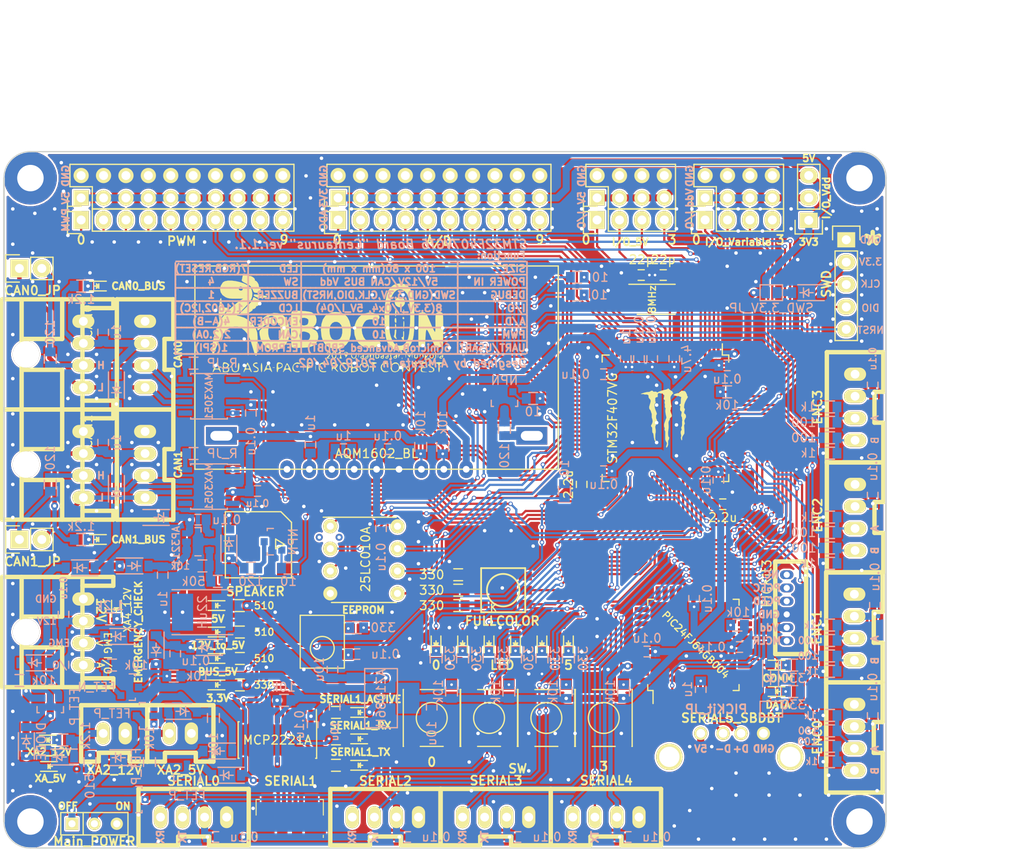
<source format=kicad_pcb>
(kicad_pcb (version 20171130) (host pcbnew "(5.1.2)-1")
  (layers (0 F.Cu signal) (31 B.Cu signal) (34 B.Paste user hide) (35 F.Paste user hide) (36 B.SilkS user) (37 F.SilkS user) (38 B.Mask user) (39 F.Mask user) (44 Edge.Cuts user))
  (net 0 "")
  (net 1 "Net-(C1-Pad1)")
  (net 2 GND)
  (net 3 +5V)
  (net 4 /OSC_OUT)
  (net 5 /NRST)
  (net 6 /OSC_IN)
  (net 7 "Net-(C18-Pad1)")
  (net 8 "Net-(C18-Pad2)")
  (net 9 +12V)
  (net 10 "Net-(D1-Pad2)")
  (net 11 "Net-(D2-Pad2)")
  (net 12 /BUS_5V)
  (net 13 "Net-(D15-Pad1)")
  (net 14 "Net-(IC1-Pad1)")
  (net 15 /USART1_TX)
  (net 16 /USART1_RX)
  (net 17 "Net-(IC1-Pad4)")
  (net 18 "Net-(IC1-Pad5)")
  (net 19 /D+)
  (net 20 /D-)
  (net 21 "Net-(IC1-Pad11)")
  (net 22 "Net-(IC1-Pad12)")
  (net 23 "Net-(IC1-Pad13)")
  (net 24 /MCLR)
  (net 25 "Net-(IC1-Pad19)")
  (net 26 "Net-(IC1-Pad20)")
  (net 27 /PGED1)
  (net 28 /PGEC1)
  (net 29 "Net-(IC1-Pad23)")
  (net 30 "Net-(IC1-Pad24)")
  (net 31 "Net-(IC1-Pad25)")
  (net 32 "Net-(IC1-Pad26)")
  (net 33 "Net-(IC1-Pad27)")
  (net 34 "Net-(IC1-Pad30)")
  (net 35 "Net-(IC1-Pad31)")
  (net 36 "Net-(IC1-Pad32)")
  (net 37 "Net-(IC1-Pad33)")
  (net 38 "Net-(IC1-Pad34)")
  (net 39 "Net-(IC1-Pad35)")
  (net 40 "Net-(IC1-Pad36)")
  (net 41 "Net-(IC1-Pad37)")
  (net 42 "Net-(IC1-Pad38)")
  (net 43 "Net-(IC1-Pad41)")
  (net 44 "Net-(IC1-Pad43)")
  (net 45 "Net-(IC1-Pad44)")
  (net 46 "Net-(P1-Pad6)")
  (net 47 "Net-(P2-Pad5)")
  (net 48 /USART3_TX)
  (net 49 /USART3_RX)
  (net 50 /TIM8_CH4)
  (net 51 /UART5_TX)
  (net 52 /UART5_RX)
  (net 53 "Net-(R25-Pad1)")
  (net 54 "Net-(C26-Pad1)")
  (net 55 "Net-(C27-Pad1)")
  (net 56 "Net-(U7-Pad1)")
  (net 57 "Net-(C29-Pad1)")
  (net 58 "Net-(C30-Pad2)")
  (net 59 "Net-(C30-Pad1)")
  (net 60 "Net-(D18-Pad1)")
  (net 61 "Net-(D20-Pad1)")
  (net 62 /CAN0_H)
  (net 63 /CAN1_H)
  (net 64 "Net-(LED1-Pad3)")
  (net 65 "Net-(P3-Pad3)")
  (net 66 "Net-(P3-Pad4)")
  (net 67 "Net-(P4-Pad4)")
  (net 68 "Net-(P4-Pad3)")
  (net 69 /D-_USB)
  (net 70 /D+_USB)
  (net 71 "Net-(P5-Pad4)")
  (net 72 "Net-(P5-Pad6)")
  (net 73 "Net-(P6-Pad4)")
  (net 74 "Net-(P6-Pad3)")
  (net 75 "Net-(P7-Pad3)")
  (net 76 "Net-(P7-Pad4)")
  (net 77 /CAN0_L)
  (net 78 /CAN1_L)
  (net 79 /SWCLK)
  (net 80 /SWDIO)
  (net 81 "Net-(Q4-Pad1)")
  (net 82 "Net-(Q5-Pad1)")
  (net 83 /TIM2_CH2)
  (net 84 /TIM2_CH1)
  (net 85 /TIM3_CH2)
  (net 86 /TIM3_CH1)
  (net 87 "Net-(R12-Pad1)")
  (net 88 /TIM4_CH2)
  (net 89 /TIM4_CH1)
  (net 90 /TIM5_CH2)
  (net 91 /TIM5_CH1)
  (net 92 /GP0)
  (net 93 /GP1)
  (net 94 /GP2)
  (net 95 /FB)
  (net 96 "Net-(R38-Pad2)")
  (net 97 "Net-(R39-Pad2)")
  (net 98 /I2C1_SDA)
  (net 99 /TIM10_CH1)
  (net 100 /I2C1_SCL)
  (net 101 /ADC12_IN10)
  (net 102 /ADC12_IN11)
  (net 103 /ADC12_IN2)
  (net 104 /ADC12_IN3)
  (net 105 /ADC12_IN4)
  (net 106 /TIM8_CH1)
  (net 107 /ADC12_IN14)
  (net 108 /ADC12_IN15)
  (net 109 /TIM8_CH2)
  (net 110 /ADC12_IN9)
  (net 111 /TIM1_CH1)
  (net 112 /TIM1_CH2)
  (net 113 /TIM1_CH3)
  (net 114 /TIM1_CH4)
  (net 115 /TIM12_CH1)
  (net 116 /TIM12_CH2)
  (net 117 /TIM8_CH3)
  (net 118 /TIM11_CH1)
  (net 119 "Net-(U3-Pad8)")
  (net 120 "Net-(U3-Pad9)")
  (net 121 "Net-(U3-Pad10)")
  (net 122 "Net-(U5-Pad5)")
  (net 123 /CAN1_RX)
  (net 124 /CAN1_TX)
  (net 125 /CAN2_TX)
  (net 126 /CAN2_RX)
  (net 127 "Net-(U6-Pad5)")
  (net 128 /PC15)
  (net 129 /PC13)
  (net 130 /PD11)
  (net 131 /TIM9_CH2)
  (net 132 /TIM9_CH1)
  (net 133 /PD3)
  (net 134 /PD10)
  (net 135 /PD14)
  (net 136 /PD15)
  (net 137 /PD4)
  (net 138 /PD7)
  (net 139 /PE0)
  (net 140 /PE1)
  (net 141 /PC14)
  (net 142 /PE2)
  (net 143 /PE3)
  (net 144 /PE4)
  (net 145 /SPI2_MISO)
  (net 146 /SPI2_MOSI)
  (net 147 /ADC12_IN5)
  (net 148 /ADC12_IN6)
  (net 149 /PB2)
  (net 150 /PE7)
  (net 151 /PE8)
  (net 152 /PE10)
  (net 153 /PE12)
  (net 154 /PE15)
  (net 155 /SPI2_SCK)
  (net 156 /PB11)
  (net 157 /USART6_TX)
  (net 158 /USART6_RX)
  (net 159 /USART2_TX)
  (net 160 /USART2_RX)
  (net 161 "Net-(R62-Pad1)")
  (net 162 "Net-(R63-Pad2)")
  (net 163 "Net-(R64-Pad2)")
  (net 164 /PA8)
  (net 165 "Net-(JP2-Pad1)")
  (net 166 "Net-(D26-Pad2)")
  (net 167 "Net-(D19-Pad2)")
  (net 168 "Net-(D21-Pad2)")
  (net 169 "Net-(D22-Pad2)")
  (net 170 "Net-(D23-Pad2)")
  (net 171 "Net-(D24-Pad2)")
  (net 172 "Net-(D25-Pad2)")
  (net 173 "Net-(JP1-Pad2)")
  (net 174 "Net-(R46-Pad2)")
  (net 175 "Net-(R47-Pad2)")
  (net 176 "Net-(R48-Pad2)")
  (net 177 /PD0)
  (net 178 /PD1)
  (net 179 "Net-(D3-Pad2)")
  (net 180 "Net-(D4-Pad2)")
  (net 181 "Net-(D5-Pad2)")
  (net 182 "Net-(C19-Pad1)")
  (net 183 /12V_TO_5V)
  (net 184 CAN0_BUS_Vdd)
  (net 185 CAN1_BUS_Vdd)
  (net 186 XA4_12V)
  (net 187 /CAN_BUS_12V)
  (net 188 "Net-(D35-Pad1)")
  (net 189 "Net-(D36-Pad1)")
  (net 190 "Net-(D37-Pad1)")
  (net 191 "Net-(D40-Pad1)")
  (net 192 /UART4_TX)
  (net 193 /UART4_RX)
  (net 194 /XA_12V)
  (net 195 "Net-(D7-Pad2)")
  (net 196 XA2_12V)
  (net 197 "Net-(D10-Pad2)")
  (net 198 XA2_5V)
  (net 199 "Net-(D12-Pad2)")
  (net 200 "Net-(D13-Pad1)")
  (net 201 "Net-(D16-Pad1)")
  (net 202 "Net-(D17-Pad1)")
  (net 203 "Net-(D30-Pad1)")
  (net 204 "Net-(Q5-Pad3)")
  (net 205 "Net-(Q6-Pad1)")
  (net 206 "Net-(P27-Pad4)")
  (net 207 "Net-(D40-Pad2)")
  (net 208 "Net-(D27-Pad1)")
  (net 209 "Net-(D11-Pad2)")
  (net 210 "Net-(D27-Pad2)")
  (net 211 "Net-(D28-Pad1)")
  (net 212 "Net-(D28-Pad2)")
  (net 213 "Net-(D1-Pad1)")
  (net 214 "Net-(D2-Pad1)")
  (net 215 "Net-(D31-Pad1)")
  (net 216 "Net-(R43-Pad1)")
  (net 217 "Net-(JP5-Pad2)")
  (net 218 "Net-(Q4-Pad3)")
  (net 219 +3V3)
  (net 220 "Net-(C11-Pad1)")
  (net 221 "Net-(C13-Pad1)")
  (net 222 "Net-(C22-Pad2)")
  (net 223 "Net-(C23-Pad2)")
  (net 224 "Net-(LED1-Pad2)")
  (net 225 "Net-(R8-Pad1)")
  (net 226 "Net-(R9-Pad1)")
  (net 227 "Net-(R18-Pad1)")
  (net 228 "Net-(R19-Pad1)")
  (net 229 "Net-(R71-Pad1)")
  (module Mizz_lib:UGCT7525AN4 (layer F.Cu) (at 81.5 103.25)
    (fp_text reference SP1 hide)
    (fp_text value SPEAKER (at 0 5.65) (layer F.SilkS) (effects (font (thickness 0.2))))
    (pad 3 smd rect (at 3.6 3.6) (size 2.3 2.3) (layers F.Cu F.Paste F.Mask))
    (pad 2 smd rect (at -3 3.6) (size 2.3 2.3) (layers F.Cu F.Paste F.Mask) (net 61 "Net-(D20-Pad1)"))
    (pad 1 smd rect (at -3 -3) (size 2.3 2.3) (layers F.Cu F.Paste F.Mask) (net 219 +3V3))
  )
  (module Mizz_lib:SOT-123 (layer B.Cu) (at 83.5 103.25 270)
    (fp_text reference Q4 hide)
    (fp_text value NPN (at 0 -2.3 270) (layer B.SilkS) (effects (justify mirror)))
    (pad 1 smd rect (at 0.95 -1.00076 270) (size 0.8001 0.8001) (layers B.Cu B.Paste B.Mask) (net 81 "Net-(Q4-Pad1)"))
    (pad 2 smd rect (at -0.95 -1.00076 270) (size 0.8001 0.8001) (layers B.Cu B.Paste B.Mask) (net 2 GND))
    (pad 3 smd rect (at 0 0.99822 270) (size 0.8001 0.8001) (layers B.Cu B.Paste B.Mask) (net 218 "Net-(Q4-Pad3)"))
  )
  (module Mizz_lib:SW_SPST_PTS645 (layer F.Cu) (at 114.5 123.25 90)
    (fp_text reference SW4 hide)
    (fp_text value SW2 hide)
    (pad 2 smd rect (at 3.975 2.25 90) (size 1.55 1.3) (layers F.Cu F.Paste F.Mask) (net 137 /PD4))
    (pad 1 smd rect (at 3.975 -2.25 90) (size 1.55 1.3) (layers F.Cu F.Paste F.Mask) (net 2 GND))
    (pad 1 smd rect (at -3.975 -2.25 90) (size 1.55 1.3) (layers F.Cu F.Paste F.Mask) (net 2 GND))
    (pad 2 smd rect (at -3.975 2.25 90) (size 1.55 1.3) (layers F.Cu F.Paste F.Mask) (net 137 /PD4))
  )
  (module Mizz_lib:LQFP-44_10x10mm_Pitch0.8mm (layer F.Cu) (at 131.17 114.96 90)
    (fp_text reference IC1 hide)
    (fp_text value PIC24FJ64GB004 (at 0 0.25 135) (layer F.SilkS) (effects (font (size 0.8 0.8))))
    (pad 1 smd rect (at -5.85 -4 90) (size 1.6 0.56) (layers F.Cu F.Paste F.Mask) (net 14 "Net-(IC1-Pad1)"))
    (pad 2 smd rect (at -5.85 -3.2 90) (size 1.6 0.56) (layers F.Cu F.Paste F.Mask) (net 160 /USART2_RX))
    (pad 3 smd rect (at -5.85 -2.4 90) (size 1.6 0.56) (layers F.Cu F.Paste F.Mask) (net 159 /USART2_TX))
    (pad 4 smd rect (at -5.85 -1.6 90) (size 1.6 0.56) (layers F.Cu F.Paste F.Mask) (net 17 "Net-(IC1-Pad4)"))
    (pad 5 smd rect (at -5.85 -0.8 90) (size 1.6 0.56) (layers F.Cu F.Paste F.Mask) (net 18 "Net-(IC1-Pad5)"))
    (pad 6 smd rect (at -5.85 0 90) (size 1.6 0.56) (layers F.Cu F.Paste F.Mask) (net 2 GND))
    (pad 7 smd rect (at -5.85 0.8 90) (size 1.6 0.56) (layers F.Cu F.Paste F.Mask) (net 1 "Net-(C1-Pad1)"))
    (pad 8 smd rect (at -5.85 1.6 90) (size 1.6 0.56) (layers F.Cu F.Paste F.Mask) (net 19 /D+))
    (pad 9 smd rect (at -5.85 2.4 90) (size 1.6 0.56) (layers F.Cu F.Paste F.Mask) (net 20 /D-))
    (pad 10 smd rect (at -5.85 3.2 90) (size 1.6 0.56) (layers F.Cu F.Paste F.Mask) (net 219 +3V3))
    (pad 11 smd rect (at -5.85 4 90) (size 1.6 0.56) (layers F.Cu F.Paste F.Mask) (net 21 "Net-(IC1-Pad11)"))
    (pad 12 smd rect (at -4 5.85 180) (size 1.6 0.56) (layers F.Cu F.Paste F.Mask) (net 22 "Net-(IC1-Pad12)"))
    (pad 13 smd rect (at -3.2 5.85 180) (size 1.6 0.56) (layers F.Cu F.Paste F.Mask) (net 23 "Net-(IC1-Pad13)"))
    (pad 14 smd rect (at -2.4 5.85 180) (size 1.6 0.56) (layers F.Cu F.Paste F.Mask) (net 10 "Net-(D1-Pad2)"))
    (pad 15 smd rect (at -1.6 5.85 180) (size 1.6 0.56) (layers F.Cu F.Paste F.Mask) (net 11 "Net-(D2-Pad2)"))
    (pad 16 smd rect (at -0.8 5.85 180) (size 1.6 0.56) (layers F.Cu F.Paste F.Mask) (net 2 GND))
    (pad 17 smd rect (at 0 5.85 180) (size 1.6 0.56) (layers F.Cu F.Paste F.Mask) (net 219 +3V3))
    (pad 18 smd rect (at 0.8 5.85 180) (size 1.6 0.56) (layers F.Cu F.Paste F.Mask) (net 24 /MCLR))
    (pad 19 smd rect (at 1.6 5.85 180) (size 1.6 0.56) (layers F.Cu F.Paste F.Mask) (net 25 "Net-(IC1-Pad19)"))
    (pad 20 smd rect (at 2.4 5.85 180) (size 1.6 0.56) (layers F.Cu F.Paste F.Mask) (net 26 "Net-(IC1-Pad20)"))
    (pad 21 smd rect (at 3.2 5.85 180) (size 1.6 0.56) (layers F.Cu F.Paste F.Mask) (net 27 /PGED1))
    (pad 22 smd rect (at 4 5.85 180) (size 1.6 0.56) (layers F.Cu F.Paste F.Mask) (net 28 /PGEC1))
    (pad 23 smd rect (at 5.85 4 90) (size 1.6 0.56) (layers F.Cu F.Paste F.Mask) (net 29 "Net-(IC1-Pad23)"))
    (pad 24 smd rect (at 5.85 3.2 90) (size 1.6 0.56) (layers F.Cu F.Paste F.Mask) (net 30 "Net-(IC1-Pad24)"))
    (pad 25 smd rect (at 5.85 2.4 90) (size 1.6 0.56) (layers F.Cu F.Paste F.Mask) (net 31 "Net-(IC1-Pad25)"))
    (pad 26 smd rect (at 5.85 1.6 90) (size 1.6 0.56) (layers F.Cu F.Paste F.Mask) (net 32 "Net-(IC1-Pad26)"))
    (pad 27 smd rect (at 5.85 0.8 90) (size 1.6 0.56) (layers F.Cu F.Paste F.Mask) (net 33 "Net-(IC1-Pad27)"))
    (pad 28 smd rect (at 5.85 0 90) (size 1.6 0.56) (layers F.Cu F.Paste F.Mask) (net 219 +3V3))
    (pad 29 smd rect (at 5.85 -0.8 90) (size 1.6 0.56) (layers F.Cu F.Paste F.Mask) (net 2 GND))
    (pad 30 smd rect (at 5.85 -1.6 90) (size 1.6 0.56) (layers F.Cu F.Paste F.Mask) (net 34 "Net-(IC1-Pad30)"))
    (pad 31 smd rect (at 5.85 -2.4 90) (size 1.6 0.56) (layers F.Cu F.Paste F.Mask) (net 35 "Net-(IC1-Pad31)"))
    (pad 32 smd rect (at 5.85 -3.2 90) (size 1.6 0.56) (layers F.Cu F.Paste F.Mask) (net 36 "Net-(IC1-Pad32)"))
    (pad 33 smd rect (at 5.85 -4 90) (size 1.6 0.56) (layers F.Cu F.Paste F.Mask) (net 37 "Net-(IC1-Pad33)"))
    (pad 34 smd rect (at 4 -5.85 180) (size 1.6 0.56) (layers F.Cu F.Paste F.Mask) (net 38 "Net-(IC1-Pad34)"))
    (pad 35 smd rect (at 3.2 -5.85 180) (size 1.6 0.56) (layers F.Cu F.Paste F.Mask) (net 39 "Net-(IC1-Pad35)"))
    (pad 36 smd rect (at 2.4 -5.85 180) (size 1.6 0.56) (layers F.Cu F.Paste F.Mask) (net 40 "Net-(IC1-Pad36)"))
    (pad 37 smd rect (at 1.6 -5.85 180) (size 1.6 0.56) (layers F.Cu F.Paste F.Mask) (net 41 "Net-(IC1-Pad37)"))
    (pad 38 smd rect (at 0.8 -5.85 180) (size 1.6 0.56) (layers F.Cu F.Paste F.Mask) (net 42 "Net-(IC1-Pad38)"))
    (pad 39 smd rect (at 0 -5.85 180) (size 1.6 0.56) (layers F.Cu F.Paste F.Mask) (net 2 GND))
    (pad 40 smd rect (at -0.8 -5.85 180) (size 1.6 0.56) (layers F.Cu F.Paste F.Mask) (net 219 +3V3))
    (pad 41 smd rect (at -1.6 -5.85 180) (size 1.6 0.56) (layers F.Cu F.Paste F.Mask) (net 43 "Net-(IC1-Pad41)"))
    (pad 42 smd rect (at -2.4 -5.85 180) (size 1.6 0.56) (layers F.Cu F.Paste F.Mask) (net 3 +5V))
    (pad 43 smd rect (at -3.2 -5.85 180) (size 1.6 0.56) (layers F.Cu F.Paste F.Mask) (net 44 "Net-(IC1-Pad43)"))
    (pad 44 smd rect (at -4 -5.85 180) (size 1.6 0.56) (layers F.Cu F.Paste F.Mask) (net 45 "Net-(IC1-Pad44)"))
  )
  (module Mizz_lib:Pin_Header_Straight_2x04 (layer F.Cu) (at 132.5 64.25 90)
    (fp_text reference P31 hide)
    (fp_text value I/O_Variable hide)
    (pad 8 thru_hole oval (at 2.54 7.62 90) (size 1.7272 1.7272) (drill 1.016) (layers *.Cu *.Mask F.SilkS) (net 2 GND))
    (pad 7 thru_hole oval (at 0 7.62 90) (size 1.7272 1.7272) (drill 1.016) (layers *.Cu *.Mask F.SilkS) (net 217 "Net-(JP5-Pad2)"))
    (pad 6 thru_hole oval (at 2.54 5.08 90) (size 1.7272 1.7272) (drill 1.016) (layers *.Cu *.Mask F.SilkS) (net 2 GND))
    (pad 5 thru_hole oval (at 0 5.08 90) (size 1.7272 1.7272) (drill 1.016) (layers *.Cu *.Mask F.SilkS) (net 217 "Net-(JP5-Pad2)"))
    (pad 4 thru_hole oval (at 2.54 2.54 90) (size 1.7272 1.7272) (drill 1.016) (layers *.Cu *.Mask F.SilkS) (net 2 GND))
    (pad 3 thru_hole oval (at 0 2.54 90) (size 1.7272 1.7272) (drill 1.016) (layers *.Cu *.Mask F.SilkS) (net 217 "Net-(JP5-Pad2)"))
    (pad 2 thru_hole oval (at 2.54 0 90) (size 1.7272 1.7272) (drill 1.016) (layers *.Cu *.Mask F.SilkS) (net 2 GND))
    (pad 1 thru_hole rect (at 0 0 90) (size 1.7272 1.7272) (drill 1.016) (layers *.Cu *.Mask F.SilkS) (net 217 "Net-(JP5-Pad2)"))
  )
  (module Mizz_lib:XA_4T (layer F.Cu) (at 149.42 116.71 90)
    (fp_text reference P7 hide)
    (fp_text value ENC1 (at 3.75 -4.25 90) (layer F.SilkS) (effects (font (thickness 0.2))))
    (pad 1 thru_hole oval (at 7.5 0 90) (size 1.5 2.5) (drill 1) (layers *.Cu *.Mask F.SilkS) (net 2 GND))
    (pad 2 thru_hole oval (at 5 0 90) (size 1.5 2.5) (drill 1) (layers *.Cu *.Mask F.SilkS) (net 3 +5V))
    (pad 3 thru_hole oval (at 2.5 0 90) (size 1.5 2.5) (drill 1) (layers *.Cu *.Mask F.SilkS) (net 75 "Net-(P7-Pad3)"))
    (pad 4 thru_hole oval (at 0 0 90) (size 1.5 2.5) (drill 1) (layers *.Cu *.Mask F.SilkS) (net 76 "Net-(P7-Pad4)"))
  )
  (module Mizz_lib:USB_A (layer F.Cu) (at 132 124.99788)
    (fp_text reference P2 hide)
    (fp_text value SERIAL5_SBDBT (at 3.5 -1.74788) (layer F.SilkS) (effects (font (thickness 0.2))))
    (pad 4 thru_hole circle (at 7.11286 -0.00212 270) (size 1.50114 1.50114) (drill 1.00076) (layers *.Cu *.Mask F.SilkS) (net 2 GND))
    (pad 3 thru_hole circle (at 4.57286 -0.00212 270) (size 1.50114 1.50114) (drill 1.00076) (layers *.Cu *.Mask F.SilkS) (net 19 /D+))
    (pad 2 thru_hole circle (at 2.54086 -0.00212 270) (size 1.50114 1.50114) (drill 1.00076) (layers *.Cu *.Mask F.SilkS) (net 20 /D-))
    (pad 1 thru_hole circle (at 0.00086 -0.00212 270) (size 1.50114 1.50114) (drill 1.00076) (layers *.Cu *.Mask F.SilkS) (net 3 +5V))
    (pad 5 thru_hole circle (at 10.16086 2.66488 270) (size 2.99974 2.99974) (drill 2.30124) (layers *.Cu *.Mask F.SilkS) (net 47 "Net-(P2-Pad5)"))
    (pad 5 thru_hole circle (at -3.55514 2.66488 270) (size 2.99974 2.99974) (drill 2.30124) (layers *.Cu *.Mask F.SilkS) (net 47 "Net-(P2-Pad5)"))
  )
  (module Mizz_lib:AQM1602_BL_Fad (layer F.Cu) (at 95.25 83.5)
    (fp_text reference U7 hide)
    (fp_text value AQM1602_BL (at 0 9.75) (layer F.SilkS))
    (pad 1 thru_hole oval (at -10.16 11.535) (size 1.5 2) (drill 0.762) (layers *.Cu *.Mask) (net 56 "Net-(U7-Pad1)"))
    (pad 2 thru_hole oval (at -7.62 11.535) (size 1.5 2) (drill 0.762) (layers *.Cu *.Mask) (net 57 "Net-(C29-Pad1)"))
    (pad 3 thru_hole oval (at -5.08 11.535) (size 1.5 2) (drill 0.762) (layers *.Cu *.Mask) (net 59 "Net-(C30-Pad1)"))
    (pad 4 thru_hole oval (at -2.54 11.535) (size 1.5 2) (drill 0.762) (layers *.Cu *.Mask) (net 58 "Net-(C30-Pad2)"))
    (pad 5 thru_hole oval (at 0 11.535) (size 1.5 2) (drill 0.762) (layers *.Cu *.Mask) (net 219 +3V3))
    (pad 6 thru_hole oval (at 2.54 11.535) (size 1.5 2) (drill 0.762) (layers *.Cu *.Mask) (net 2 GND))
    (pad 7 thru_hole oval (at 5.08 11.535) (size 1.5 2) (drill 0.762) (layers *.Cu *.Mask) (net 98 /I2C1_SDA))
    (pad 8 thru_hole oval (at 7.62 11.535) (size 1.5 2) (drill 0.762) (layers *.Cu *.Mask) (net 100 /I2C1_SCL))
    (pad 9 thru_hole oval (at 10.16 11.535) (size 1.5 2) (drill 0.762) (layers *.Cu *.Mask) (net 219 +3V3))
    (pad 10 thru_hole rect (at -17.6 7.735) (size 3.5 2) (drill oval 2.5 1.1) (layers *.Cu *.Mask) (net 219 +3V3))
    (pad 11 thru_hole rect (at 17.6 7.735) (size 3.5 2) (drill oval 2.5 1.1) (layers *.Cu *.Mask) (net 216 "Net-(R43-Pad1)"))
  )
  (module Mizz_lib:XA_4LC (layer F.Cu) (at 62 109.75 270)
    (fp_text reference P27 hide)
    (fp_text value EMERGENCY_CHECK (at 3.75 -6.25 270) (layer F.SilkS) (effects (font (size 0.8 0.8) (thickness 0.2))))
    (pad 1 thru_hole oval (at 0 0 270) (size 1.5 2.5) (drill 1) (layers *.Cu *.Mask F.SilkS) (net 2 GND))
    (pad 2 thru_hole oval (at 2.5 0 270) (size 1.5 2.5) (drill 1) (layers *.Cu *.Mask F.SilkS) (net 186 XA4_12V))
    (pad 3 thru_hole oval (at 5 0 270) (size 1.5 2.5) (drill 1) (layers *.Cu *.Mask F.SilkS) (net 166 "Net-(D26-Pad2)"))
    (pad 4 thru_hole oval (at 7.5 0 270) (size 1.5 2.5) (drill 1) (layers *.Cu *.Mask F.SilkS) (net 206 "Net-(P27-Pad4)"))
    (pad "" thru_hole circle (at 3.75 6.5 270) (size 3 3) (drill 3) (layers *.Cu *.Mask F.SilkS) (clearance -0.3))
  )
  (module Mizz_lib:SOIC-8_3.9x4.9mm_Pitch1.27mm (layer B.Cu) (at 76.25 86.75 180)
    (fp_text reference U5 hide)
    (fp_text value MAX3051 (at 0 0 270) (layer B.SilkS) (effects (font (size 0.8 0.8)) (justify mirror)))
    (pad 8 smd rect (at 2.7 1.905 180) (size 1.55 0.6) (layers B.Cu B.Paste B.Mask) (net 96 "Net-(R38-Pad2)"))
    (pad 7 smd rect (at 2.7 0.635 180) (size 1.55 0.6) (layers B.Cu B.Paste B.Mask) (net 62 /CAN0_H))
    (pad 6 smd rect (at 2.7 -0.635 180) (size 1.55 0.6) (layers B.Cu B.Paste B.Mask) (net 77 /CAN0_L))
    (pad 5 smd rect (at 2.7 -1.905 180) (size 1.55 0.6) (layers B.Cu B.Paste B.Mask) (net 122 "Net-(U5-Pad5)"))
    (pad 4 smd rect (at -2.7 -1.905 180) (size 1.55 0.6) (layers B.Cu B.Paste B.Mask) (net 123 /CAN1_RX))
    (pad 3 smd rect (at -2.7 -0.635 180) (size 1.55 0.6) (layers B.Cu B.Paste B.Mask) (net 219 +3V3))
    (pad 2 smd rect (at -2.7 0.635 180) (size 1.55 0.6) (layers B.Cu B.Paste B.Mask) (net 2 GND))
    (pad 1 smd rect (at -2.7 1.905 180) (size 1.55 0.6) (layers B.Cu B.Paste B.Mask) (net 124 /CAN1_TX))
  )
  (module Mizz_lib:Pin_Header_Straight_1x10 (layer F.Cu) (at 90.89 66.75 90)
    (fp_text reference P23 hide)
    (fp_text value A/D (at -2.4 11.4 180) (layer F.SilkS) (effects (font (thickness 0.2))))
    (pad 1 thru_hole rect (at 0 0 90) (size 2.032 1.7272) (drill 1.016) (layers *.Cu *.Mask F.SilkS) (net 110 /ADC12_IN9))
    (pad 2 thru_hole oval (at 0 2.54 90) (size 2.032 1.7272) (drill 1.016) (layers *.Cu *.Mask F.SilkS) (net 108 /ADC12_IN15))
    (pad 3 thru_hole oval (at 0 5.08 90) (size 2.032 1.7272) (drill 1.016) (layers *.Cu *.Mask F.SilkS) (net 107 /ADC12_IN14))
    (pad 4 thru_hole oval (at 0 7.62 90) (size 2.032 1.7272) (drill 1.016) (layers *.Cu *.Mask F.SilkS) (net 148 /ADC12_IN6))
    (pad 5 thru_hole oval (at 0 10.16 90) (size 2.032 1.7272) (drill 1.016) (layers *.Cu *.Mask F.SilkS) (net 147 /ADC12_IN5))
    (pad 6 thru_hole oval (at 0 12.7 90) (size 2.032 1.7272) (drill 1.016) (layers *.Cu *.Mask F.SilkS) (net 105 /ADC12_IN4))
    (pad 7 thru_hole oval (at 0 15.24 90) (size 2.032 1.7272) (drill 1.016) (layers *.Cu *.Mask F.SilkS) (net 104 /ADC12_IN3))
    (pad 8 thru_hole oval (at 0 17.78 90) (size 2.032 1.7272) (drill 1.016) (layers *.Cu *.Mask F.SilkS) (net 103 /ADC12_IN2))
    (pad 9 thru_hole oval (at 0 20.32 90) (size 2.032 1.7272) (drill 1.016) (layers *.Cu *.Mask F.SilkS) (net 102 /ADC12_IN11))
    (pad 10 thru_hole oval (at 0 22.86 90) (size 2.032 1.7272) (drill 1.016) (layers *.Cu *.Mask F.SilkS) (net 101 /ADC12_IN10))
  )
  (module Mizz_lib:XA_4T (layer F.Cu) (at 70.75 134.5)
    (fp_text reference P16 hide)
    (fp_text value SERIAL0 (at 3.75 -4.1) (layer F.SilkS) (effects (font (thickness 0.2))))
    (pad 1 thru_hole oval (at 7.5 0) (size 1.5 2.5) (drill 1) (layers *.Cu *.Mask F.SilkS) (net 2 GND))
    (pad 2 thru_hole oval (at 5 0) (size 1.5 2.5) (drill 1) (layers *.Cu *.Mask F.SilkS) (net 3 +5V))
    (pad 3 thru_hole oval (at 2.5 0) (size 1.5 2.5) (drill 1) (layers *.Cu *.Mask F.SilkS) (net 15 /USART1_TX))
    (pad 4 thru_hole oval (at 0 0) (size 1.5 2.5) (drill 1) (layers *.Cu *.Mask F.SilkS) (net 16 /USART1_RX))
  )
  (module Mizz_lib:Mini_Monster (layer F.Cu) (at 128 89.25)
    (fp_text reference U9 hide)
    (fp_text value LOGO hide)
  )
  (module Mizz_lib:TQFP-100_14x14mm_Pitch0.5mm (layer F.Cu) (at 128 89.25 270)
    (fp_text reference U1 hide)
    (fp_text value STM32F407VG (at 0 6 270) (layer F.SilkS))
    (pad 1 smd rect (at -7.7 -6 270) (size 1.5 0.3) (layers F.Cu F.Paste F.Mask) (net 142 /PE2))
    (pad 2 smd rect (at -7.7 -5.5 270) (size 1.5 0.3) (layers F.Cu F.Paste F.Mask) (net 143 /PE3))
    (pad 3 smd rect (at -7.7 -5 270) (size 1.5 0.3) (layers F.Cu F.Paste F.Mask) (net 144 /PE4))
    (pad 4 smd rect (at -7.7 -4.5 270) (size 1.5 0.3) (layers F.Cu F.Paste F.Mask) (net 132 /TIM9_CH1))
    (pad 5 smd rect (at -7.7 -4 270) (size 1.5 0.3) (layers F.Cu F.Paste F.Mask) (net 131 /TIM9_CH2))
    (pad 6 smd rect (at -7.7 -3.5 270) (size 1.5 0.3) (layers F.Cu F.Paste F.Mask) (net 219 +3V3))
    (pad 7 smd rect (at -7.7 -3 270) (size 1.5 0.3) (layers F.Cu F.Paste F.Mask) (net 129 /PC13))
    (pad 8 smd rect (at -7.7 -2.5 270) (size 1.5 0.3) (layers F.Cu F.Paste F.Mask) (net 141 /PC14))
    (pad 9 smd rect (at -7.7 -2 270) (size 1.5 0.3) (layers F.Cu F.Paste F.Mask) (net 128 /PC15))
    (pad 10 smd rect (at -7.7 -1.5 270) (size 1.5 0.3) (layers F.Cu F.Paste F.Mask) (net 2 GND))
    (pad 11 smd rect (at -7.7 -1 270) (size 1.5 0.3) (layers F.Cu F.Paste F.Mask) (net 219 +3V3))
    (pad 12 smd rect (at -7.7 -0.5 270) (size 1.5 0.3) (layers F.Cu F.Paste F.Mask) (net 6 /OSC_IN))
    (pad 13 smd rect (at -7.7 0 270) (size 1.5 0.3) (layers F.Cu F.Paste F.Mask) (net 4 /OSC_OUT))
    (pad 14 smd rect (at -7.7 0.5 270) (size 1.5 0.3) (layers F.Cu F.Paste F.Mask) (net 5 /NRST))
    (pad 15 smd rect (at -7.7 1 270) (size 1.5 0.3) (layers F.Cu F.Paste F.Mask) (net 101 /ADC12_IN10))
    (pad 16 smd rect (at -7.7 1.5 270) (size 1.5 0.3) (layers F.Cu F.Paste F.Mask) (net 102 /ADC12_IN11))
    (pad 17 smd rect (at -7.7 2 270) (size 1.5 0.3) (layers F.Cu F.Paste F.Mask) (net 145 /SPI2_MISO))
    (pad 18 smd rect (at -7.7 2.5 270) (size 1.5 0.3) (layers F.Cu F.Paste F.Mask) (net 146 /SPI2_MOSI))
    (pad 19 smd rect (at -7.7 3 270) (size 1.5 0.3) (layers F.Cu F.Paste F.Mask) (net 219 +3V3))
    (pad 20 smd rect (at -7.7 3.5 270) (size 1.5 0.3) (layers F.Cu F.Paste F.Mask) (net 2 GND))
    (pad 21 smd rect (at -7.7 4 270) (size 1.5 0.3) (layers F.Cu F.Paste F.Mask) (net 219 +3V3))
    (pad 22 smd rect (at -7.7 4.5 270) (size 1.5 0.3) (layers F.Cu F.Paste F.Mask) (net 219 +3V3))
    (pad 23 smd rect (at -7.7 5 270) (size 1.5 0.3) (layers F.Cu F.Paste F.Mask) (net 91 /TIM5_CH1))
    (pad 24 smd rect (at -7.7 5.5 270) (size 1.5 0.3) (layers F.Cu F.Paste F.Mask) (net 90 /TIM5_CH2))
    (pad 25 smd rect (at -7.7 6 270) (size 1.5 0.3) (layers F.Cu F.Paste F.Mask) (net 103 /ADC12_IN2))
    (pad 26 smd rect (at -6 7.7) (size 1.5 0.3) (layers F.Cu F.Paste F.Mask) (net 104 /ADC12_IN3))
    (pad 27 smd rect (at -5.5 7.7) (size 1.5 0.3) (layers F.Cu F.Paste F.Mask) (net 2 GND))
    (pad 28 smd rect (at -5 7.7) (size 1.5 0.3) (layers F.Cu F.Paste F.Mask) (net 219 +3V3))
    (pad 29 smd rect (at -4.5 7.7) (size 1.5 0.3) (layers F.Cu F.Paste F.Mask) (net 105 /ADC12_IN4))
    (pad 30 smd rect (at -4 7.7) (size 1.5 0.3) (layers F.Cu F.Paste F.Mask) (net 147 /ADC12_IN5))
    (pad 31 smd rect (at -3.5 7.7) (size 1.5 0.3) (layers F.Cu F.Paste F.Mask) (net 148 /ADC12_IN6))
    (pad 32 smd rect (at -3 7.7) (size 1.5 0.3) (layers F.Cu F.Paste F.Mask) (net 106 /TIM8_CH1))
    (pad 33 smd rect (at -2.5 7.7) (size 1.5 0.3) (layers F.Cu F.Paste F.Mask) (net 107 /ADC12_IN14))
    (pad 34 smd rect (at -2 7.7) (size 1.5 0.3) (layers F.Cu F.Paste F.Mask) (net 108 /ADC12_IN15))
    (pad 35 smd rect (at -1.5 7.7) (size 1.5 0.3) (layers F.Cu F.Paste F.Mask) (net 109 /TIM8_CH2))
    (pad 36 smd rect (at -1 7.7) (size 1.5 0.3) (layers F.Cu F.Paste F.Mask) (net 110 /ADC12_IN9))
    (pad 37 smd rect (at -0.5 7.7) (size 1.5 0.3) (layers F.Cu F.Paste F.Mask) (net 149 /PB2))
    (pad 38 smd rect (at 0 7.7) (size 1.5 0.3) (layers F.Cu F.Paste F.Mask) (net 150 /PE7))
    (pad 39 smd rect (at 0.5 7.7) (size 1.5 0.3) (layers F.Cu F.Paste F.Mask) (net 151 /PE8))
    (pad 40 smd rect (at 1 7.7) (size 1.5 0.3) (layers F.Cu F.Paste F.Mask) (net 111 /TIM1_CH1))
    (pad 41 smd rect (at 1.5 7.7) (size 1.5 0.3) (layers F.Cu F.Paste F.Mask) (net 152 /PE10))
    (pad 42 smd rect (at 2 7.7) (size 1.5 0.3) (layers F.Cu F.Paste F.Mask) (net 112 /TIM1_CH2))
    (pad 43 smd rect (at 2.5 7.7) (size 1.5 0.3) (layers F.Cu F.Paste F.Mask) (net 153 /PE12))
    (pad 44 smd rect (at 3 7.7) (size 1.5 0.3) (layers F.Cu F.Paste F.Mask) (net 113 /TIM1_CH3))
    (pad 45 smd rect (at 3.5 7.7) (size 1.5 0.3) (layers F.Cu F.Paste F.Mask) (net 114 /TIM1_CH4))
    (pad 46 smd rect (at 4 7.7) (size 1.5 0.3) (layers F.Cu F.Paste F.Mask) (net 154 /PE15))
    (pad 47 smd rect (at 4.5 7.7) (size 1.5 0.3) (layers F.Cu F.Paste F.Mask) (net 155 /SPI2_SCK))
    (pad 48 smd rect (at 5 7.7) (size 1.5 0.3) (layers F.Cu F.Paste F.Mask) (net 156 /PB11))
    (pad 49 smd rect (at 5.5 7.7) (size 1.5 0.3) (layers F.Cu F.Paste F.Mask) (net 54 "Net-(C26-Pad1)"))
    (pad 50 smd rect (at 6 7.7) (size 1.5 0.3) (layers F.Cu F.Paste F.Mask) (net 219 +3V3))
    (pad 51 smd rect (at 7.7 6 270) (size 1.5 0.3) (layers F.Cu F.Paste F.Mask) (net 126 /CAN2_RX))
    (pad 52 smd rect (at 7.7 5.5 270) (size 1.5 0.3) (layers F.Cu F.Paste F.Mask) (net 125 /CAN2_TX))
    (pad 53 smd rect (at 7.7 5 270) (size 1.5 0.3) (layers F.Cu F.Paste F.Mask) (net 115 /TIM12_CH1))
    (pad 54 smd rect (at 7.7 4.5 270) (size 1.5 0.3) (layers F.Cu F.Paste F.Mask) (net 116 /TIM12_CH2))
    (pad 55 smd rect (at 7.7 4 270) (size 1.5 0.3) (layers F.Cu F.Paste F.Mask) (net 48 /USART3_TX))
    (pad 56 smd rect (at 7.7 3.5 270) (size 1.5 0.3) (layers F.Cu F.Paste F.Mask) (net 49 /USART3_RX))
    (pad 57 smd rect (at 7.7 3 270) (size 1.5 0.3) (layers F.Cu F.Paste F.Mask) (net 134 /PD10))
    (pad 58 smd rect (at 7.7 2.5 270) (size 1.5 0.3) (layers F.Cu F.Paste F.Mask) (net 130 /PD11))
    (pad 59 smd rect (at 7.7 2 270) (size 1.5 0.3) (layers F.Cu F.Paste F.Mask) (net 89 /TIM4_CH1))
    (pad 60 smd rect (at 7.7 1.5 270) (size 1.5 0.3) (layers F.Cu F.Paste F.Mask) (net 88 /TIM4_CH2))
    (pad 61 smd rect (at 7.7 1 270) (size 1.5 0.3) (layers F.Cu F.Paste F.Mask) (net 135 /PD14))
    (pad 62 smd rect (at 7.7 0.5 270) (size 1.5 0.3) (layers F.Cu F.Paste F.Mask) (net 136 /PD15))
    (pad 63 smd rect (at 7.7 0 270) (size 1.5 0.3) (layers F.Cu F.Paste F.Mask) (net 157 /USART6_TX))
    (pad 64 smd rect (at 7.7 -0.5 270) (size 1.5 0.3) (layers F.Cu F.Paste F.Mask) (net 158 /USART6_RX))
    (pad 65 smd rect (at 7.7 -1 270) (size 1.5 0.3) (layers F.Cu F.Paste F.Mask) (net 117 /TIM8_CH3))
    (pad 66 smd rect (at 7.7 -1.5 270) (size 1.5 0.3) (layers F.Cu F.Paste F.Mask) (net 50 /TIM8_CH4))
    (pad 67 smd rect (at 7.7 -2 270) (size 1.5 0.3) (layers F.Cu F.Paste F.Mask) (net 164 /PA8))
    (pad 68 smd rect (at 7.7 -2.5 270) (size 1.5 0.3) (layers F.Cu F.Paste F.Mask) (net 15 /USART1_TX))
    (pad 69 smd rect (at 7.7 -3 270) (size 1.5 0.3) (layers F.Cu F.Paste F.Mask) (net 16 /USART1_RX))
    (pad 70 smd rect (at 7.7 -3.5 270) (size 1.5 0.3) (layers F.Cu F.Paste F.Mask) (net 123 /CAN1_RX))
    (pad 71 smd rect (at 7.7 -4 270) (size 1.5 0.3) (layers F.Cu F.Paste F.Mask) (net 124 /CAN1_TX))
    (pad 72 smd rect (at 7.7 -4.5 270) (size 1.5 0.3) (layers F.Cu F.Paste F.Mask) (net 80 /SWDIO))
    (pad 73 smd rect (at 7.7 -5 270) (size 1.5 0.3) (layers F.Cu F.Paste F.Mask) (net 55 "Net-(C27-Pad1)"))
    (pad 74 smd rect (at 7.7 -5.5 270) (size 1.5 0.3) (layers F.Cu F.Paste F.Mask) (net 2 GND))
    (pad 75 smd rect (at 7.7 -6 270) (size 1.5 0.3) (layers F.Cu F.Paste F.Mask) (net 219 +3V3))
    (pad 76 smd rect (at 6 -7.7) (size 1.5 0.3) (layers F.Cu F.Paste F.Mask) (net 79 /SWCLK))
    (pad 77 smd rect (at 5.5 -7.7) (size 1.5 0.3) (layers F.Cu F.Paste F.Mask) (net 84 /TIM2_CH1))
    (pad 78 smd rect (at 5 -7.7) (size 1.5 0.3) (layers F.Cu F.Paste F.Mask) (net 192 /UART4_TX))
    (pad 79 smd rect (at 4.5 -7.7) (size 1.5 0.3) (layers F.Cu F.Paste F.Mask) (net 193 /UART4_RX))
    (pad 80 smd rect (at 4 -7.7) (size 1.5 0.3) (layers F.Cu F.Paste F.Mask) (net 51 /UART5_TX))
    (pad 81 smd rect (at 3.5 -7.7) (size 1.5 0.3) (layers F.Cu F.Paste F.Mask) (net 177 /PD0))
    (pad 82 smd rect (at 3 -7.7) (size 1.5 0.3) (layers F.Cu F.Paste F.Mask) (net 178 /PD1))
    (pad 83 smd rect (at 2.5 -7.7) (size 1.5 0.3) (layers F.Cu F.Paste F.Mask) (net 52 /UART5_RX))
    (pad 84 smd rect (at 2 -7.7) (size 1.5 0.3) (layers F.Cu F.Paste F.Mask) (net 133 /PD3))
    (pad 85 smd rect (at 1.5 -7.7) (size 1.5 0.3) (layers F.Cu F.Paste F.Mask) (net 137 /PD4))
    (pad 86 smd rect (at 1 -7.7) (size 1.5 0.3) (layers F.Cu F.Paste F.Mask) (net 159 /USART2_TX))
    (pad 87 smd rect (at 0.5 -7.7) (size 1.5 0.3) (layers F.Cu F.Paste F.Mask) (net 160 /USART2_RX))
    (pad 88 smd rect (at 0 -7.7) (size 1.5 0.3) (layers F.Cu F.Paste F.Mask) (net 138 /PD7))
    (pad 89 smd rect (at -0.5 -7.7) (size 1.5 0.3) (layers F.Cu F.Paste F.Mask) (net 83 /TIM2_CH2))
    (pad 90 smd rect (at -1 -7.7) (size 1.5 0.3) (layers F.Cu F.Paste F.Mask) (net 86 /TIM3_CH1))
    (pad 91 smd rect (at -1.5 -7.7) (size 1.5 0.3) (layers F.Cu F.Paste F.Mask) (net 85 /TIM3_CH2))
    (pad 92 smd rect (at -2 -7.7) (size 1.5 0.3) (layers F.Cu F.Paste F.Mask) (net 100 /I2C1_SCL))
    (pad 93 smd rect (at -2.5 -7.7) (size 1.5 0.3) (layers F.Cu F.Paste F.Mask) (net 98 /I2C1_SDA))
    (pad 94 smd rect (at -3 -7.7) (size 1.5 0.3) (layers F.Cu F.Paste F.Mask) (net 53 "Net-(R25-Pad1)"))
    (pad 95 smd rect (at -3.5 -7.7) (size 1.5 0.3) (layers F.Cu F.Paste F.Mask) (net 99 /TIM10_CH1))
    (pad 96 smd rect (at -4 -7.7) (size 1.5 0.3) (layers F.Cu F.Paste F.Mask) (net 118 /TIM11_CH1))
    (pad 97 smd rect (at -4.5 -7.7) (size 1.5 0.3) (layers F.Cu F.Paste F.Mask) (net 139 /PE0))
    (pad 98 smd rect (at -5 -7.7) (size 1.5 0.3) (layers F.Cu F.Paste F.Mask) (net 140 /PE1))
    (pad 99 smd rect (at -5.5 -7.7) (size 1.5 0.3) (layers F.Cu F.Paste F.Mask) (net 2 GND))
    (pad 100 smd rect (at -6 -7.7) (size 1.5 0.3) (layers F.Cu F.Paste F.Mask) (net 219 +3V3))
  )
  (module Mizz_lib:R_0603 (layer F.Cu) (at 90.64 122.62 180)
    (fp_text reference R24 hide)
    (fp_text value 330 hide)
    (pad 2 smd rect (at 0.78 0 180) (size 1 1.2) (layers F.Cu F.Paste F.Mask) (net 94 /GP2))
    (pad 1 smd rect (at -0.78 0 180) (size 1 1.2) (layers F.Cu F.Paste F.Mask) (net 181 "Net-(D5-Pad2)"))
  )
  (module Mizz_lib:SOD-123 (layer B.Cu) (at 77.25 127 180)
    (fp_text reference D9)
    (fp_text value DIODE)
    (pad 1 smd rect (at -1.635 0 180) (size 0.91 1.22) (layers B.Cu B.Paste B.Mask) (net 209 "Net-(D11-Pad2)"))
    (pad 2 smd rect (at 1.635 0 180) (size 0.91 1.22) (layers B.Cu B.Paste B.Mask) (net 208 "Net-(D27-Pad1)"))
  )
  (module Mizz_lib:SOD-123 (layer B.Cu) (at 78.5 103.5 90)
    (fp_text reference D20 hide)
    (fp_text value DIODE)
    (pad 1 smd rect (at -1.635 0 90) (size 0.91 1.22) (layers B.Cu B.Paste B.Mask) (net 61 "Net-(D20-Pad1)"))
    (pad 2 smd rect (at 1.635 0 90) (size 0.91 1.22) (layers B.Cu B.Paste B.Mask) (net 219 +3V3))
  )
  (module Mizz_lib:TSOT-6-MK06A (layer B.Cu) (at 75 103.25 270)
    (fp_text reference U4 hide)
    (fp_text value AP3211 (at 0.5 2.5 270) (layer B.SilkS) (effects (font (size 0.8 0.8)) (justify mirror)))
    (pad 1 smd rect (at -0.94996 -1.30048 270) (size 0.69088 1.00076) (layers B.Cu B.Paste B.Mask) (net 8 "Net-(C18-Pad2)"))
    (pad 2 smd rect (at 0 -1.30048 270) (size 0.69088 1.00076) (layers B.Cu B.Paste B.Mask) (net 2 GND))
    (pad 3 smd rect (at 0.94996 -1.30048 270) (size 0.69088 1.00076) (layers B.Cu B.Paste B.Mask) (net 95 /FB))
    (pad 4 smd rect (at 0.94996 1.30048 270) (size 0.69088 1.00076) (layers B.Cu B.Paste B.Mask) (net 182 "Net-(C19-Pad1)"))
    (pad 5 smd rect (at 0 1.30048 270) (size 0.69088 1.00076) (layers B.Cu B.Paste B.Mask) (net 182 "Net-(C19-Pad1)"))
    (pad 6 smd rect (at -0.94996 1.30048 270) (size 0.69088 1.00076) (layers B.Cu B.Paste B.Mask) (net 7 "Net-(C18-Pad1)"))
  )
  (module Mizz_lib:kitLogo_Mask_5.0x5.0 (layer B.Cu) (at 69.75 73.25 180)
    (fp_text reference U10 hide)
    (fp_text value LOGO hide)
  )
  (module Mizz_lib:SOD-123 (layer B.Cu) (at 67.75 106)
    (fp_text reference D29)
    (fp_text value DIODE)
    (pad 1 smd rect (at -1.635 0) (size 0.91 1.22) (layers B.Cu B.Paste B.Mask) (net 9 +12V))
    (pad 2 smd rect (at 1.635 0) (size 0.91 1.22) (layers B.Cu B.Paste B.Mask) (net 182 "Net-(C19-Pad1)"))
  )
  (module Buttons_Switches_ThroughHole:SW_Micro_SPST (layer F.Cu) (at 63.25 135.25)
    (fp_text reference SW1 hide)
    (fp_text value Main_POWER (at 0 2) (layer F.SilkS) (effects (font (thickness 0.2))))
    (pad 1 thru_hole rect (at -2.54 0) (size 1.397 1.397) (drill 0.8128) (layers *.Cu *.Mask F.SilkS) (net 210 "Net-(D27-Pad2)"))
    (pad 2 thru_hole circle (at 0 0) (size 1.397 1.397) (drill 0.8128) (layers *.Cu *.Mask F.SilkS) (net 205 "Net-(Q6-Pad1)"))
    (pad 3 thru_hole circle (at 2.54 0) (size 1.397 1.397) (drill 0.8128) (layers *.Cu *.Mask F.SilkS) (net 2 GND))
  )
  (module Mizz_lib:SOD-123 (layer B.Cu) (at 56.5 117 180)
    (fp_text reference D32)
    (fp_text value DIODE hide)
    (pad 1 smd rect (at -1.635 0 180) (size 0.91 1.22) (layers B.Cu B.Paste B.Mask) (net 186 XA4_12V))
    (pad 2 smd rect (at 1.635 0 180) (size 0.91 1.22) (layers B.Cu B.Paste B.Mask) (net 194 /XA_12V))
  )
  (module Mizz_lib:LED_0603 (layer F.Cu) (at 63.5 74.25 180)
    (fp_text reference D36 hide)
    (fp_text value CAN0_BUS (at -4.75 0 180) (layer F.SilkS) (effects (font (size 0.8 0.8) (thickness 0.2))))
    (pad 2 smd rect (at -0.88 0) (size 1 1.2) (layers F.Cu F.Paste F.Mask) (net 2 GND))
    (pad 1 smd rect (at 0.88 0) (size 1 1.2) (layers F.Cu F.Paste F.Mask) (net 189 "Net-(D36-Pad1)"))
  )
  (module Mizz_lib:LED_0603 (layer F.Cu) (at 63.5 103 180)
    (fp_text reference D37 hide)
    (fp_text value CAN1_BUS (at -4.75 0 180) (layer F.SilkS) (effects (font (size 0.8 0.8) (thickness 0.2))))
    (pad 1 smd rect (at 0.88 0) (size 1 1.2) (layers F.Cu F.Paste F.Mask) (net 190 "Net-(D37-Pad1)"))
    (pad 2 smd rect (at -0.88 0) (size 1 1.2) (layers F.Cu F.Paste F.Mask) (net 2 GND))
  )
  (module Mizz_lib:SOD-123 (layer B.Cu) (at 65.75 86 270)
    (fp_text reference D38)
    (fp_text value DIODE hide)
    (pad 2 smd rect (at 1.635 0 270) (size 0.91 1.22) (layers B.Cu B.Paste B.Mask) (net 187 /CAN_BUS_12V))
    (pad 1 smd rect (at -1.635 0 270) (size 0.91 1.22) (layers B.Cu B.Paste B.Mask) (net 184 CAN0_BUS_Vdd))
  )
  (module Mizz_lib:SOD-123 (layer B.Cu) (at 65.75 97.75 270)
    (fp_text reference D39)
    (fp_text value DIODE hide)
    (pad 1 smd rect (at -1.635 0 270) (size 0.91 1.22) (layers B.Cu B.Paste B.Mask) (net 185 CAN1_BUS_Vdd))
    (pad 2 smd rect (at 1.635 0 270) (size 0.91 1.22) (layers B.Cu B.Paste B.Mask) (net 187 /CAN_BUS_12V))
  )
  (module Mizz_lib:USB_Micro-B_Molex_47346-0001 (layer F.Cu) (at 85.4 134.21)
    (fp_text reference P5 hide)
    (fp_text value SERIAL1 (at 0.1 -3.81 180) (layer F.SilkS) (effects (font (thickness 0.2))))
    (pad 6 smd rect (at 0.84 1.2) (size 1.175 1.9) (layers F.Cu F.Paste F.Mask) (net 72 "Net-(P5-Pad6)"))
    (pad 6 smd rect (at -0.84 1.2) (size 1.175 1.9) (layers F.Cu F.Paste F.Mask) (net 72 "Net-(P5-Pad6)"))
    (pad 6 smd rect (at 2.91 1.2) (size 2.375 1.9) (layers F.Cu F.Paste F.Mask) (net 72 "Net-(P5-Pad6)"))
    (pad 6 smd rect (at -2.91 1.2) (size 2.375 1.9) (layers F.Cu F.Paste F.Mask) (net 72 "Net-(P5-Pad6)"))
    (pad 6 smd rect (at 2.4625 -1.1) (size 1.475 2.1) (layers F.Cu F.Paste F.Mask) (net 72 "Net-(P5-Pad6)"))
    (pad 6 smd rect (at -2.4625 -1.1) (size 1.475 2.1) (layers F.Cu F.Paste F.Mask) (net 72 "Net-(P5-Pad6)"))
    (pad 5 smd rect (at 1.3 -1.46) (size 0.45 1.38) (layers F.Cu F.Paste F.Mask) (net 2 GND))
    (pad 4 smd rect (at 0.65 -1.46) (size 0.45 1.38) (layers F.Cu F.Paste F.Mask) (net 71 "Net-(P5-Pad4)"))
    (pad 3 smd rect (at 0 -1.46) (size 0.45 1.38) (layers F.Cu F.Paste F.Mask) (net 70 /D+_USB))
    (pad 2 smd rect (at -0.65 -1.46) (size 0.45 1.38) (layers F.Cu F.Paste F.Mask) (net 69 /D-_USB))
    (pad 1 smd rect (at -1.3 -1.46) (size 0.45 1.38) (layers F.Cu F.Paste F.Mask) (net 12 /BUS_5V))
  )
  (module Mizz_lib:SOD-123 (layer B.Cu) (at 144 75 180)
    (fp_text reference D40)
    (fp_text value DIODE hide)
    (pad 1 smd rect (at -1.635 0 180) (size 0.91 1.22) (layers B.Cu B.Paste B.Mask) (net 191 "Net-(D40-Pad1)"))
    (pad 2 smd rect (at 1.635 0 180) (size 0.91 1.22) (layers B.Cu B.Paste B.Mask) (net 207 "Net-(D40-Pad2)"))
  )
  (module Mizz_lib:SOD-123 (layer B.Cu) (at 55.54 125.92 90)
    (fp_text reference D6)
    (fp_text value DIODE (at 0 1.7 90) (layer B.SilkS) (effects (justify mirror)))
    (pad 1 smd rect (at -1.635 0 90) (size 0.91 1.22) (layers B.Cu B.Paste B.Mask) (net 194 /XA_12V))
    (pad 2 smd rect (at 1.635 0 90) (size 0.91 1.22) (layers B.Cu B.Paste B.Mask) (net 9 +12V))
  )
  (module Mizz_lib:SOD-123 (layer B.Cu) (at 61.65 106.22 180)
    (fp_text reference D7)
    (fp_text value DIODE)
    (pad 2 smd rect (at 1.635 0 180) (size 0.91 1.22) (layers B.Cu B.Paste B.Mask) (net 195 "Net-(D7-Pad2)"))
    (pad 1 smd rect (at -1.635 0 180) (size 0.91 1.22) (layers B.Cu B.Paste B.Mask) (net 187 /CAN_BUS_12V))
  )
  (module Mizz_lib:SOD-123 (layer B.Cu) (at 59.32 127.68 180)
    (fp_text reference D8 hide)
    (fp_text value DIODE)
    (pad 1 smd rect (at -1.635 0 180) (size 0.91 1.22) (layers B.Cu B.Paste B.Mask) (net 196 XA2_12V))
    (pad 2 smd rect (at 1.635 0 180) (size 0.91 1.22) (layers B.Cu B.Paste B.Mask) (net 194 /XA_12V))
  )
  (module Mizz_lib:SOD-123 (layer B.Cu) (at 70.25 115.5 270)
    (fp_text reference D10)
    (fp_text value DIODE)
    (pad 2 smd rect (at 1.635 0 270) (size 0.91 1.22) (layers B.Cu B.Paste B.Mask) (net 197 "Net-(D10-Pad2)"))
    (pad 1 smd rect (at -1.635 0 270) (size 0.91 1.22) (layers B.Cu B.Paste B.Mask) (net 183 /12V_TO_5V))
  )
  (module Mizz_lib:SOD-123 (layer B.Cu) (at 73.25 122.5)
    (fp_text reference D11)
    (fp_text value DIODE)
    (pad 2 smd rect (at 1.635 0) (size 0.91 1.22) (layers B.Cu B.Paste B.Mask) (net 209 "Net-(D11-Pad2)"))
    (pad 1 smd rect (at -1.635 0) (size 0.91 1.22) (layers B.Cu B.Paste B.Mask) (net 198 XA2_5V))
  )
  (module Mizz_lib:LED_0603 (layer F.Cu) (at 58.12 125.75)
    (fp_text reference D13 hide)
    (fp_text value XA2_12V (at 0 1.35) (layer F.SilkS) (effects (font (size 0.8 0.8) (thickness 0.2))))
    (pad 1 smd rect (at 0.88 0 180) (size 1 1.2) (layers F.Cu F.Paste F.Mask) (net 200 "Net-(D13-Pad1)"))
    (pad 2 smd rect (at -0.88 0 180) (size 1 1.2) (layers F.Cu F.Paste F.Mask) (net 2 GND))
  )
  (module Mizz_lib:LED_0603 (layer F.Cu) (at 58.25 128.75)
    (fp_text reference D16 hide)
    (fp_text value XA_5V (at 0 1.35) (layer F.SilkS) (effects (font (size 0.8 0.8) (thickness 0.2))))
    (pad 2 smd rect (at -0.88 0 180) (size 1 1.2) (layers F.Cu F.Paste F.Mask) (net 2 GND))
    (pad 1 smd rect (at 0.88 0 180) (size 1 1.2) (layers F.Cu F.Paste F.Mask) (net 201 "Net-(D16-Pad1)"))
  )
  (module Mizz_lib:LED_0603 (layer F.Cu) (at 77.25 113.5)
    (fp_text reference D17 hide)
    (fp_text value 12V_to_5V (at 0 1.5) (layer F.SilkS) (effects (font (size 0.8 0.8) (thickness 0.2))))
    (pad 1 smd rect (at 0.88 0 180) (size 1 1.2) (layers F.Cu F.Paste F.Mask) (net 202 "Net-(D17-Pad1)"))
    (pad 2 smd rect (at -0.88 0 180) (size 1 1.2) (layers F.Cu F.Paste F.Mask) (net 2 GND))
  )
  (module Mizz_lib:LED_0603 (layer F.Cu) (at 77.25 116.5)
    (fp_text reference D18 hide)
    (fp_text value BUS_5V (at 0 1.5) (layer F.SilkS) (effects (font (size 0.8 0.8) (thickness 0.2))))
    (pad 2 smd rect (at -0.88 0 180) (size 1 1.2) (layers F.Cu F.Paste F.Mask) (net 2 GND))
    (pad 1 smd rect (at 0.88 0 180) (size 1 1.2) (layers F.Cu F.Paste F.Mask) (net 60 "Net-(D18-Pad1)"))
  )
  (module Mizz_lib:LED_0603 (layer F.Cu) (at 101.988703 114.75 90)
    (fp_text reference D19 hide)
    (fp_text value LED hide)
    (pad 1 smd rect (at 0.88 0 270) (size 1 1.2) (layers F.Cu F.Paste F.Mask) (net 134 /PD10))
    (pad 2 smd rect (at -0.88 0 270) (size 1 1.2) (layers F.Cu F.Paste F.Mask) (net 167 "Net-(D19-Pad2)"))
  )
  (module Mizz_lib:LED_0603 (layer F.Cu) (at 77.25 110.5)
    (fp_text reference D30 hide)
    (fp_text value 5V (at 0 1.5) (layer F.SilkS) (effects (font (size 0.8 0.8) (thickness 0.2))))
    (pad 2 smd rect (at -0.88 0 180) (size 1 1.2) (layers F.Cu F.Paste F.Mask) (net 2 GND))
    (pad 1 smd rect (at 0.88 0 180) (size 1 1.2) (layers F.Cu F.Paste F.Mask) (net 203 "Net-(D30-Pad1)"))
  )
  (module Mizz_lib:XA_2T (layer F.Cu) (at 64.25 125)
    (fp_text reference P10 hide)
    (fp_text value XA2_12V (at 1.25 4.15) (layer F.SilkS) (effects (font (thickness 0.2))))
    (pad 1 thru_hole oval (at 2.5 0) (size 1.5 2.5) (drill 1) (layers *.Cu *.Mask F.SilkS) (net 2 GND))
    (pad 2 thru_hole oval (at 0 0) (size 1.5 2.5) (drill 1) (layers *.Cu *.Mask F.SilkS) (net 196 XA2_12V))
  )
  (module Mizz_lib:XA_2T (layer F.Cu) (at 71.75 125)
    (fp_text reference P17 hide)
    (fp_text value XA2_5V (at 1.25 4.15) (layer F.SilkS) (effects (font (thickness 0.2))))
    (pad 2 thru_hole oval (at 0 0) (size 1.5 2.5) (drill 1) (layers *.Cu *.Mask F.SilkS) (net 198 XA2_5V))
    (pad 1 thru_hole oval (at 2.5 0) (size 1.5 2.5) (drill 1) (layers *.Cu *.Mask F.SilkS) (net 2 GND))
  )
  (module Mizz_lib:SOD-123 (layer B.Cu) (at 66 127.75 180)
    (fp_text reference D27 hide)
    (fp_text value DIODE)
    (pad 1 smd rect (at -1.635 0 180) (size 0.91 1.22) (layers B.Cu B.Paste B.Mask) (net 208 "Net-(D27-Pad1)"))
    (pad 2 smd rect (at 1.635 0 180) (size 0.91 1.22) (layers B.Cu B.Paste B.Mask) (net 210 "Net-(D27-Pad2)"))
  )
  (module Mizz_lib:SOD-123 (layer B.Cu) (at 139.92 118.71 270)
    (fp_text reference D28 hide)
    (fp_text value DIODE hide)
    (pad 1 smd rect (at -1.635 0 270) (size 0.91 1.22) (layers B.Cu B.Paste B.Mask) (net 211 "Net-(D28-Pad1)"))
    (pad 2 smd rect (at 1.635 0 270) (size 0.91 1.22) (layers B.Cu B.Paste B.Mask) (net 212 "Net-(D28-Pad2)"))
  )
  (module Mizz_lib:SW_SPST_PTS645 (layer F.Cu) (at 108 123.25 90)
    (fp_text reference SW2 hide)
    (fp_text value SW1 hide)
    (pad 2 smd rect (at -3.975 2.25 90) (size 1.55 1.3) (layers F.Cu F.Paste F.Mask) (net 133 /PD3))
    (pad 1 smd rect (at -3.975 -2.25 90) (size 1.55 1.3) (layers F.Cu F.Paste F.Mask) (net 2 GND))
    (pad 1 smd rect (at 3.975 -2.25 90) (size 1.55 1.3) (layers F.Cu F.Paste F.Mask) (net 2 GND))
    (pad 2 smd rect (at 3.975 2.25 90) (size 1.55 1.3) (layers F.Cu F.Paste F.Mask) (net 133 /PD3))
  )
  (module Mizz_lib:SW_SPST_PTS645 (layer F.Cu) (at 101.5 123.25 90)
    (fp_text reference SW3 hide)
    (fp_text value SW0 hide)
    (pad 2 smd rect (at 3.975 2.25 90) (size 1.55 1.3) (layers F.Cu F.Paste F.Mask) (net 178 /PD1))
    (pad 1 smd rect (at 3.975 -2.25 90) (size 1.55 1.3) (layers F.Cu F.Paste F.Mask) (net 2 GND))
    (pad 1 smd rect (at -3.975 -2.25 90) (size 1.55 1.3) (layers F.Cu F.Paste F.Mask) (net 2 GND))
    (pad 2 smd rect (at -3.975 2.25 90) (size 1.55 1.3) (layers F.Cu F.Paste F.Mask) (net 178 /PD1))
  )
  (module Mizz_lib:SW_SPST_PTS645 (layer F.Cu) (at 121 123.25 90)
    (fp_text reference SW5 hide)
    (fp_text value SW3 hide)
    (pad 2 smd rect (at -3.975 2.25 90) (size 1.55 1.3) (layers F.Cu F.Paste F.Mask) (net 138 /PD7))
    (pad 1 smd rect (at -3.975 -2.25 90) (size 1.55 1.3) (layers F.Cu F.Paste F.Mask) (net 2 GND))
    (pad 1 smd rect (at 3.975 -2.25 90) (size 1.55 1.3) (layers F.Cu F.Paste F.Mask) (net 2 GND))
    (pad 2 smd rect (at 3.975 2.25 90) (size 1.55 1.3) (layers F.Cu F.Paste F.Mask) (net 138 /PD7))
  )
  (module Mizz_lib:Pin_Header_Straight_1x02 (layer F.Cu) (at 54.75 72.25 90)
    (fp_text reference JP1 hide)
    (fp_text value CAN0_JP (at -2.5 1.5 180) (layer F.SilkS) (effects (font (thickness 0.2))))
    (pad 1 thru_hole rect (at 0 0 90) (size 2.032 2.032) (drill 1.016) (layers *.Cu *.Mask F.SilkS) (net 77 /CAN0_L))
    (pad 2 thru_hole oval (at 0 2.54 90) (size 2.032 2.032) (drill 1.016) (layers *.Cu *.Mask F.SilkS) (net 173 "Net-(JP1-Pad2)"))
  )
  (module Mizz_lib:Pin_Header_Straight_1x02 (layer F.Cu) (at 54.75 103 90)
    (fp_text reference JP2 hide)
    (fp_text value CAN1_JP (at -2.5 1.5 180) (layer F.SilkS) (effects (font (thickness 0.2))))
    (pad 2 thru_hole oval (at 0 2.54 90) (size 2.032 2.032) (drill 1.016) (layers *.Cu *.Mask F.SilkS) (net 78 /CAN1_L))
    (pad 1 thru_hole rect (at 0 0 90) (size 2.032 2.032) (drill 1.016) (layers *.Cu *.Mask F.SilkS) (net 165 "Net-(JP2-Pad1)"))
  )
  (module Mizz_lib:Inductor_Taiyo-Yuden_NR-50xx_HandSoldering (layer B.Cu) (at 75.5 111.25)
    (fp_text reference L1 hide)
    (fp_text value 22uH (at 0 0 -90) (layer B.SilkS) (effects (justify mirror)))
    (pad 2 smd rect (at 2.25 0) (size 2.4 4.2) (layers B.Cu B.Paste B.Mask) (net 13 "Net-(D15-Pad1)"))
    (pad 1 smd rect (at -2.25 0) (size 2.4 4.2) (layers B.Cu B.Paste B.Mask) (net 7 "Net-(C18-Pad1)"))
  )
  (module Mizz_lib:Pin_Header_Straight_1x05 (layer F.Cu) (at 148.5 69)
    (fp_text reference P18 hide)
    (fp_text value SWD (at -2.25 5 90) (layer F.SilkS) (effects (font (thickness 0.2))))
    (pad 5 thru_hole oval (at 0 10.16) (size 2.032 1.7272) (drill 1.016) (layers *.Cu *.Mask F.SilkS) (net 5 /NRST))
    (pad 4 thru_hole oval (at 0 7.62) (size 2.032 1.7272) (drill 1.016) (layers *.Cu *.Mask F.SilkS) (net 80 /SWDIO))
    (pad 3 thru_hole oval (at 0 5.08) (size 2.032 1.7272) (drill 1.016) (layers *.Cu *.Mask F.SilkS) (net 79 /SWCLK))
    (pad 2 thru_hole oval (at 0 2.54) (size 2.032 1.7272) (drill 1.016) (layers *.Cu *.Mask F.SilkS) (net 191 "Net-(D40-Pad1)"))
    (pad 1 thru_hole rect (at 0 0) (size 2.032 1.7272) (drill 1.016) (layers *.Cu *.Mask F.SilkS) (net 2 GND))
  )
  (module Mizz_lib:Pin_Header_Straight_1x10 (layer F.Cu) (at 61.75 66.75 90)
    (fp_text reference P24 hide)
    (fp_text value PWM (at -2.4 11.4 180) (layer F.SilkS) (effects (font (thickness 0.2))))
    (pad 10 thru_hole oval (at 0 22.86 90) (size 2.032 1.7272) (drill 1.016) (layers *.Cu *.Mask F.SilkS) (net 99 /TIM10_CH1))
    (pad 9 thru_hole oval (at 0 20.32 90) (size 2.032 1.7272) (drill 1.016) (layers *.Cu *.Mask F.SilkS) (net 118 /TIM11_CH1))
    (pad 8 thru_hole oval (at 0 17.78 90) (size 2.032 1.7272) (drill 1.016) (layers *.Cu *.Mask F.SilkS) (net 132 /TIM9_CH1))
    (pad 7 thru_hole oval (at 0 15.24 90) (size 2.032 1.7272) (drill 1.016) (layers *.Cu *.Mask F.SilkS) (net 131 /TIM9_CH2))
    (pad 6 thru_hole oval (at 0 12.7 90) (size 2.032 1.7272) (drill 1.016) (layers *.Cu *.Mask F.SilkS) (net 106 /TIM8_CH1))
    (pad 5 thru_hole oval (at 0 10.16 90) (size 2.032 1.7272) (drill 1.016) (layers *.Cu *.Mask F.SilkS) (net 109 /TIM8_CH2))
    (pad 4 thru_hole oval (at 0 7.62 90) (size 2.032 1.7272) (drill 1.016) (layers *.Cu *.Mask F.SilkS) (net 111 /TIM1_CH1))
    (pad 3 thru_hole oval (at 0 5.08 90) (size 2.032 1.7272) (drill 1.016) (layers *.Cu *.Mask F.SilkS) (net 112 /TIM1_CH2))
    (pad 2 thru_hole oval (at 0 2.54 90) (size 2.032 1.7272) (drill 1.016) (layers *.Cu *.Mask F.SilkS) (net 113 /TIM1_CH3))
    (pad 1 thru_hole rect (at 0 0 90) (size 2.032 1.7272) (drill 1.016) (layers *.Cu *.Mask F.SilkS) (net 114 /TIM1_CH4))
  )
  (module Mizz_lib:Pin_Header_Straight_2x10 (layer F.Cu) (at 90.89 64.25 90)
    (fp_text reference P25 hide)
    (fp_text value A/D_batt hide)
    (pad 20 thru_hole oval (at 2.54 22.86 90) (size 1.7272 1.7272) (drill 1.016) (layers *.Cu *.Mask F.SilkS) (net 2 GND))
    (pad 19 thru_hole oval (at 0 22.86 90) (size 1.7272 1.7272) (drill 1.016) (layers *.Cu *.Mask F.SilkS) (net 219 +3V3))
    (pad 18 thru_hole oval (at 2.54 20.32 90) (size 1.7272 1.7272) (drill 1.016) (layers *.Cu *.Mask F.SilkS) (net 2 GND))
    (pad 17 thru_hole oval (at 0 20.32 90) (size 1.7272 1.7272) (drill 1.016) (layers *.Cu *.Mask F.SilkS) (net 219 +3V3))
    (pad 16 thru_hole oval (at 2.54 17.78 90) (size 1.7272 1.7272) (drill 1.016) (layers *.Cu *.Mask F.SilkS) (net 2 GND))
    (pad 15 thru_hole oval (at 0 17.78 90) (size 1.7272 1.7272) (drill 1.016) (layers *.Cu *.Mask F.SilkS) (net 219 +3V3))
    (pad 14 thru_hole oval (at 2.54 15.24 90) (size 1.7272 1.7272) (drill 1.016) (layers *.Cu *.Mask F.SilkS) (net 2 GND))
    (pad 13 thru_hole oval (at 0 15.24 90) (size 1.7272 1.7272) (drill 1.016) (layers *.Cu *.Mask F.SilkS) (net 219 +3V3))
    (pad 12 thru_hole oval (at 2.54 12.7 90) (size 1.7272 1.7272) (drill 1.016) (layers *.Cu *.Mask F.SilkS) (net 2 GND))
    (pad 11 thru_hole oval (at 0 12.7 90) (size 1.7272 1.7272) (drill 1.016) (layers *.Cu *.Mask F.SilkS) (net 219 +3V3))
    (pad 10 thru_hole oval (at 2.54 10.16 90) (size 1.7272 1.7272) (drill 1.016) (layers *.Cu *.Mask F.SilkS) (net 2 GND))
    (pad 9 thru_hole oval (at 0 10.16 90) (size 1.7272 1.7272) (drill 1.016) (layers *.Cu *.Mask F.SilkS) (net 219 +3V3))
    (pad 8 thru_hole oval (at 2.54 7.62 90) (size 1.7272 1.7272) (drill 1.016) (layers *.Cu *.Mask F.SilkS) (net 2 GND))
    (pad 7 thru_hole oval (at 0 7.62 90) (size 1.7272 1.7272) (drill 1.016) (layers *.Cu *.Mask F.SilkS) (net 219 +3V3))
    (pad 6 thru_hole oval (at 2.54 5.08 90) (size 1.7272 1.7272) (drill 1.016) (layers *.Cu *.Mask F.SilkS) (net 2 GND))
    (pad 5 thru_hole oval (at 0 5.08 90) (size 1.7272 1.7272) (drill 1.016) (layers *.Cu *.Mask F.SilkS) (net 219 +3V3))
    (pad 4 thru_hole oval (at 2.54 2.54 90) (size 1.7272 1.7272) (drill 1.016) (layers *.Cu *.Mask F.SilkS) (net 2 GND))
    (pad 3 thru_hole oval (at 0 2.54 90) (size 1.7272 1.7272) (drill 1.016) (layers *.Cu *.Mask F.SilkS) (net 219 +3V3))
    (pad 2 thru_hole oval (at 2.54 0 90) (size 1.7272 1.7272) (drill 1.016) (layers *.Cu *.Mask F.SilkS) (net 2 GND))
    (pad 1 thru_hole rect (at 0 0 90) (size 1.7272 1.7272) (drill 1.016) (layers *.Cu *.Mask F.SilkS) (net 219 +3V3))
  )
  (module Mizz_lib:Pin_Header_Straight_2x10 (layer F.Cu) (at 61.75 64.25 90)
    (fp_text reference P26 hide)
    (fp_text value PWM_batt hide)
    (pad 1 thru_hole rect (at 0 0 90) (size 1.7272 1.7272) (drill 1.016) (layers *.Cu *.Mask F.SilkS) (net 3 +5V))
    (pad 2 thru_hole oval (at 2.54 0 90) (size 1.7272 1.7272) (drill 1.016) (layers *.Cu *.Mask F.SilkS) (net 2 GND))
    (pad 3 thru_hole oval (at 0 2.54 90) (size 1.7272 1.7272) (drill 1.016) (layers *.Cu *.Mask F.SilkS) (net 3 +5V))
    (pad 4 thru_hole oval (at 2.54 2.54 90) (size 1.7272 1.7272) (drill 1.016) (layers *.Cu *.Mask F.SilkS) (net 2 GND))
    (pad 5 thru_hole oval (at 0 5.08 90) (size 1.7272 1.7272) (drill 1.016) (layers *.Cu *.Mask F.SilkS) (net 3 +5V))
    (pad 6 thru_hole oval (at 2.54 5.08 90) (size 1.7272 1.7272) (drill 1.016) (layers *.Cu *.Mask F.SilkS) (net 2 GND))
    (pad 7 thru_hole oval (at 0 7.62 90) (size 1.7272 1.7272) (drill 1.016) (layers *.Cu *.Mask F.SilkS) (net 3 +5V))
    (pad 8 thru_hole oval (at 2.54 7.62 90) (size 1.7272 1.7272) (drill 1.016) (layers *.Cu *.Mask F.SilkS) (net 2 GND))
    (pad 9 thru_hole oval (at 0 10.16 90) (size 1.7272 1.7272) (drill 1.016) (layers *.Cu *.Mask F.SilkS) (net 3 +5V))
    (pad 10 thru_hole oval (at 2.54 10.16 90) (size 1.7272 1.7272) (drill 1.016) (layers *.Cu *.Mask F.SilkS) (net 2 GND))
    (pad 11 thru_hole oval (at 0 12.7 90) (size 1.7272 1.7272) (drill 1.016) (layers *.Cu *.Mask F.SilkS) (net 3 +5V))
    (pad 12 thru_hole oval (at 2.54 12.7 90) (size 1.7272 1.7272) (drill 1.016) (layers *.Cu *.Mask F.SilkS) (net 2 GND))
    (pad 13 thru_hole oval (at 0 15.24 90) (size 1.7272 1.7272) (drill 1.016) (layers *.Cu *.Mask F.SilkS) (net 3 +5V))
    (pad 14 thru_hole oval (at 2.54 15.24 90) (size 1.7272 1.7272) (drill 1.016) (layers *.Cu *.Mask F.SilkS) (net 2 GND))
    (pad 15 thru_hole oval (at 0 17.78 90) (size 1.7272 1.7272) (drill 1.016) (layers *.Cu *.Mask F.SilkS) (net 3 +5V))
    (pad 16 thru_hole oval (at 2.54 17.78 90) (size 1.7272 1.7272) (drill 1.016) (layers *.Cu *.Mask F.SilkS) (net 2 GND))
    (pad 17 thru_hole oval (at 0 20.32 90) (size 1.7272 1.7272) (drill 1.016) (layers *.Cu *.Mask F.SilkS) (net 3 +5V))
    (pad 18 thru_hole oval (at 2.54 20.32 90) (size 1.7272 1.7272) (drill 1.016) (layers *.Cu *.Mask F.SilkS) (net 2 GND))
    (pad 19 thru_hole oval (at 0 22.86 90) (size 1.7272 1.7272) (drill 1.016) (layers *.Cu *.Mask F.SilkS) (net 3 +5V))
    (pad 20 thru_hole oval (at 2.54 22.86 90) (size 1.7272 1.7272) (drill 1.016) (layers *.Cu *.Mask F.SilkS) (net 2 GND))
  )
  (module Mizz_lib:XA_4T (layer F.Cu) (at 149.42 129.21 90)
    (fp_text reference P3 hide)
    (fp_text value ENC0 (at 3.759999 -4.200001 90) (layer F.SilkS) (effects (font (thickness 0.2))))
    (pad 4 thru_hole oval (at 0 0 90) (size 1.5 2.5) (drill 1) (layers *.Cu *.Mask F.SilkS) (net 66 "Net-(P3-Pad4)"))
    (pad 3 thru_hole oval (at 2.5 0 90) (size 1.5 2.5) (drill 1) (layers *.Cu *.Mask F.SilkS) (net 65 "Net-(P3-Pad3)"))
    (pad 2 thru_hole oval (at 5 0 90) (size 1.5 2.5) (drill 1) (layers *.Cu *.Mask F.SilkS) (net 3 +5V))
    (pad 1 thru_hole oval (at 7.5 0 90) (size 1.5 2.5) (drill 1) (layers *.Cu *.Mask F.SilkS) (net 2 GND))
  )
  (module Mizz_lib:XA_4T (layer F.Cu) (at 149.5 104.25 90)
    (fp_text reference P4 hide)
    (fp_text value ENC2 (at 4 -4.25 90) (layer F.SilkS) (effects (font (thickness 0.2))))
    (pad 1 thru_hole oval (at 7.5 0 90) (size 1.5 2.5) (drill 1) (layers *.Cu *.Mask F.SilkS) (net 2 GND))
    (pad 2 thru_hole oval (at 5 0 90) (size 1.5 2.5) (drill 1) (layers *.Cu *.Mask F.SilkS) (net 3 +5V))
    (pad 3 thru_hole oval (at 2.5 0 90) (size 1.5 2.5) (drill 1) (layers *.Cu *.Mask F.SilkS) (net 68 "Net-(P4-Pad3)"))
    (pad 4 thru_hole oval (at 0 0 90) (size 1.5 2.5) (drill 1) (layers *.Cu *.Mask F.SilkS) (net 67 "Net-(P4-Pad4)"))
  )
  (module Mizz_lib:XA_4T (layer F.Cu) (at 149.5 91.75 90)
    (fp_text reference P6 hide)
    (fp_text value ENC3 (at 3.75 -4.25 90) (layer F.SilkS) (effects (font (thickness 0.2))))
    (pad 4 thru_hole oval (at 0 0 90) (size 1.5 2.5) (drill 1) (layers *.Cu *.Mask F.SilkS) (net 73 "Net-(P6-Pad4)"))
    (pad 3 thru_hole oval (at 2.5 0 90) (size 1.5 2.5) (drill 1) (layers *.Cu *.Mask F.SilkS) (net 74 "Net-(P6-Pad3)"))
    (pad 2 thru_hole oval (at 5 0 90) (size 1.5 2.5) (drill 1) (layers *.Cu *.Mask F.SilkS) (net 3 +5V))
    (pad 1 thru_hole oval (at 7.5 0 90) (size 1.5 2.5) (drill 1) (layers *.Cu *.Mask F.SilkS) (net 2 GND))
  )
  (module Mizz_lib:XA_4T (layer F.Cu) (at 117.5 134.5)
    (fp_text reference P8 hide)
    (fp_text value SERIAL4 (at 3.8 -4.15) (layer F.SilkS) (effects (font (thickness 0.2))))
    (pad 4 thru_hole oval (at 0 0) (size 1.5 2.5) (drill 1) (layers *.Cu *.Mask F.SilkS) (net 52 /UART5_RX))
    (pad 3 thru_hole oval (at 2.5 0) (size 1.5 2.5) (drill 1) (layers *.Cu *.Mask F.SilkS) (net 51 /UART5_TX))
    (pad 2 thru_hole oval (at 5 0) (size 1.5 2.5) (drill 1) (layers *.Cu *.Mask F.SilkS) (net 3 +5V))
    (pad 1 thru_hole oval (at 7.5 0) (size 1.5 2.5) (drill 1) (layers *.Cu *.Mask F.SilkS) (net 2 GND))
  )
  (module Mizz_lib:XA_4T (layer F.Cu) (at 105 134.5)
    (fp_text reference P9 hide)
    (fp_text value SERIAL3 (at 3.8 -4.15) (layer F.SilkS) (effects (font (thickness 0.2))))
    (pad 1 thru_hole oval (at 7.5 0) (size 1.5 2.5) (drill 1) (layers *.Cu *.Mask F.SilkS) (net 2 GND))
    (pad 2 thru_hole oval (at 5 0) (size 1.5 2.5) (drill 1) (layers *.Cu *.Mask F.SilkS) (net 3 +5V))
    (pad 3 thru_hole oval (at 2.5 0) (size 1.5 2.5) (drill 1) (layers *.Cu *.Mask F.SilkS) (net 192 /UART4_TX))
    (pad 4 thru_hole oval (at 0 0) (size 1.5 2.5) (drill 1) (layers *.Cu *.Mask F.SilkS) (net 193 /UART4_RX))
  )
  (module Mizz_lib:XA_4T (layer F.Cu) (at 69 85.75 90)
    (fp_text reference P11 hide)
    (fp_text value CAN0 (at 3.75 3.75 90) (layer F.SilkS) (effects (font (size 0.8 0.8) (thickness 0.2))))
    (pad 1 thru_hole oval (at 7.5 0 90) (size 1.5 2.5) (drill 1) (layers *.Cu *.Mask F.SilkS) (net 2 GND))
    (pad 2 thru_hole oval (at 5 0 90) (size 1.5 2.5) (drill 1) (layers *.Cu *.Mask F.SilkS) (net 184 CAN0_BUS_Vdd))
    (pad 3 thru_hole oval (at 2.5 0 90) (size 1.5 2.5) (drill 1) (layers *.Cu *.Mask F.SilkS) (net 62 /CAN0_H))
    (pad 4 thru_hole oval (at 0 0 90) (size 1.5 2.5) (drill 1) (layers *.Cu *.Mask F.SilkS) (net 77 /CAN0_L))
  )
  (module Mizz_lib:XA_4T (layer F.Cu) (at 69 98.25 90)
    (fp_text reference P12 hide)
    (fp_text value CAN1 (at 3.75 3.75 90) (layer F.SilkS) (effects (font (size 0.8 0.8) (thickness 0.2))))
    (pad 4 thru_hole oval (at 0 0 90) (size 1.5 2.5) (drill 1) (layers *.Cu *.Mask F.SilkS) (net 78 /CAN1_L))
    (pad 3 thru_hole oval (at 2.5 0 90) (size 1.5 2.5) (drill 1) (layers *.Cu *.Mask F.SilkS) (net 63 /CAN1_H))
    (pad 2 thru_hole oval (at 5 0 90) (size 1.5 2.5) (drill 1) (layers *.Cu *.Mask F.SilkS) (net 185 CAN1_BUS_Vdd))
    (pad 1 thru_hole oval (at 7.5 0 90) (size 1.5 2.5) (drill 1) (layers *.Cu *.Mask F.SilkS) (net 2 GND))
  )
  (module Mizz_lib:XA_4LC (layer F.Cu) (at 62 78.25 270)
    (fp_text reference P13 hide)
    (fp_text value CAN0 (at 0 -0.5 270) (layer F.SilkS))
    (pad "" thru_hole circle (at 3.75 6.5 270) (size 3 3) (drill 3) (layers *.Cu *.Mask F.SilkS) (clearance -0.3))
    (pad 4 thru_hole oval (at 7.5 0 270) (size 1.5 2.5) (drill 1) (layers *.Cu *.Mask F.SilkS) (net 77 /CAN0_L))
    (pad 3 thru_hole oval (at 5 0 270) (size 1.5 2.5) (drill 1) (layers *.Cu *.Mask F.SilkS) (net 62 /CAN0_H))
    (pad 2 thru_hole oval (at 2.5 0 270) (size 1.5 2.5) (drill 1) (layers *.Cu *.Mask F.SilkS) (net 184 CAN0_BUS_Vdd))
    (pad 1 thru_hole oval (at 0 0 270) (size 1.5 2.5) (drill 1) (layers *.Cu *.Mask F.SilkS) (net 2 GND))
  )
  (module Mizz_lib:XA_4LC (layer F.Cu) (at 62 90.75 270)
    (fp_text reference P14 hide)
    (fp_text value CAN1 (at 0 -0.5 270) (layer F.SilkS))
    (pad 1 thru_hole oval (at 0 0 270) (size 1.5 2.5) (drill 1) (layers *.Cu *.Mask F.SilkS) (net 2 GND))
    (pad 2 thru_hole oval (at 2.5 0 270) (size 1.5 2.5) (drill 1) (layers *.Cu *.Mask F.SilkS) (net 185 CAN1_BUS_Vdd))
    (pad 3 thru_hole oval (at 5 0 270) (size 1.5 2.5) (drill 1) (layers *.Cu *.Mask F.SilkS) (net 63 /CAN1_H))
    (pad 4 thru_hole oval (at 7.5 0 270) (size 1.5 2.5) (drill 1) (layers *.Cu *.Mask F.SilkS) (net 78 /CAN1_L))
    (pad "" thru_hole circle (at 3.75 6.5 270) (size 3 3) (drill 3) (layers *.Cu *.Mask F.SilkS) (clearance -0.3))
  )
  (module Mizz_lib:XA_4T (layer F.Cu) (at 92.5 134.5)
    (fp_text reference P15 hide)
    (fp_text value SERIAL2 (at 3.75 -4.1) (layer F.SilkS) (effects (font (thickness 0.2))))
    (pad 4 thru_hole oval (at 0 0) (size 1.5 2.5) (drill 1) (layers *.Cu *.Mask F.SilkS) (net 158 /USART6_RX))
    (pad 3 thru_hole oval (at 2.5 0) (size 1.5 2.5) (drill 1) (layers *.Cu *.Mask F.SilkS) (net 157 /USART6_TX))
    (pad 2 thru_hole oval (at 5 0) (size 1.5 2.5) (drill 1) (layers *.Cu *.Mask F.SilkS) (net 3 +5V))
    (pad 1 thru_hole oval (at 7.5 0) (size 1.5 2.5) (drill 1) (layers *.Cu *.Mask F.SilkS) (net 2 GND))
  )
  (module Mizz_lib:Pin_Header_Straight_1x04 (layer F.Cu) (at 120.25 66.75 90)
    (fp_text reference P28 hide)
    (fp_text value I/O_5V (at -2.5 3.75 180) (layer F.SilkS) (effects (font (size 0.8 0.8) (thickness 0.2))))
    (pad 1 thru_hole rect (at 0 0 90) (size 2.032 1.7272) (drill 1.016) (layers *.Cu *.Mask F.SilkS) (net 128 /PC15))
    (pad 2 thru_hole oval (at 0 2.54 90) (size 2.032 1.7272) (drill 1.016) (layers *.Cu *.Mask F.SilkS) (net 141 /PC14))
    (pad 3 thru_hole oval (at 0 5.08 90) (size 2.032 1.7272) (drill 1.016) (layers *.Cu *.Mask F.SilkS) (net 129 /PC13))
    (pad 4 thru_hole oval (at 0 7.62 90) (size 2.032 1.7272) (drill 1.016) (layers *.Cu *.Mask F.SilkS) (net 144 /PE4))
  )
  (module Mizz_lib:Pin_Header_Straight_1x04 (layer F.Cu) (at 132.5 66.75 90)
    (fp_text reference P29 hide)
    (fp_text value I/O_Variable (at -2.5 3.75 180) (layer F.SilkS) (effects (font (size 0.8 0.8) (thickness 0.2))))
    (pad 4 thru_hole oval (at 0 7.62 90) (size 2.032 1.7272) (drill 1.016) (layers *.Cu *.Mask F.SilkS) (net 139 /PE0))
    (pad 3 thru_hole oval (at 0 5.08 90) (size 2.032 1.7272) (drill 1.016) (layers *.Cu *.Mask F.SilkS) (net 140 /PE1))
    (pad 2 thru_hole oval (at 0 2.54 90) (size 2.032 1.7272) (drill 1.016) (layers *.Cu *.Mask F.SilkS) (net 142 /PE2))
    (pad 1 thru_hole rect (at 0 0 90) (size 2.032 1.7272) (drill 1.016) (layers *.Cu *.Mask F.SilkS) (net 143 /PE3))
  )
  (module Mizz_lib:Pin_Header_Straight_2x04 (layer F.Cu) (at 120.25 64.25 90)
    (fp_text reference P30 hide)
    (fp_text value I/O_5V_batt hide)
    (pad 1 thru_hole rect (at 0 0 90) (size 1.7272 1.7272) (drill 1.016) (layers *.Cu *.Mask F.SilkS) (net 3 +5V))
    (pad 2 thru_hole oval (at 2.54 0 90) (size 1.7272 1.7272) (drill 1.016) (layers *.Cu *.Mask F.SilkS) (net 2 GND))
    (pad 3 thru_hole oval (at 0 2.54 90) (size 1.7272 1.7272) (drill 1.016) (layers *.Cu *.Mask F.SilkS) (net 3 +5V))
    (pad 4 thru_hole oval (at 2.54 2.54 90) (size 1.7272 1.7272) (drill 1.016) (layers *.Cu *.Mask F.SilkS) (net 2 GND))
    (pad 5 thru_hole oval (at 0 5.08 90) (size 1.7272 1.7272) (drill 1.016) (layers *.Cu *.Mask F.SilkS) (net 3 +5V))
    (pad 6 thru_hole oval (at 2.54 5.08 90) (size 1.7272 1.7272) (drill 1.016) (layers *.Cu *.Mask F.SilkS) (net 2 GND))
    (pad 7 thru_hole oval (at 0 7.62 90) (size 1.7272 1.7272) (drill 1.016) (layers *.Cu *.Mask F.SilkS) (net 3 +5V))
    (pad 8 thru_hole oval (at 2.54 7.62 90) (size 1.7272 1.7272) (drill 1.016) (layers *.Cu *.Mask F.SilkS) (net 2 GND))
  )
  (module Mizz_lib:Crystal_SMD_5032_2Pads (layer F.Cu) (at 126.5 75.75)
    (fp_text reference X1 hide)
    (fp_text value 8MHz (at 0 0 -270) (layer F.SilkS) (effects (font (size 0.8 0.8))))
    (pad 1 smd rect (at -2.05 0) (size 2 2.4) (layers F.Cu F.Paste F.Mask) (net 4 /OSC_OUT))
    (pad 2 smd rect (at 2.05 0) (size 2 2.4) (layers F.Cu F.Paste F.Mask) (net 6 /OSC_IN))
  )
  (module Mizz_lib:LED_0603 (layer F.Cu) (at 140.75 120.25)
    (fp_text reference D1 hide)
    (fp_text value DATA (at 0 1.5) (layer F.SilkS) (effects (font (size 0.8 0.8) (thickness 0.2))))
    (pad 2 smd rect (at -0.88 0 180) (size 1 1.2) (layers F.Cu F.Paste F.Mask) (net 10 "Net-(D1-Pad2)"))
    (pad 1 smd rect (at 0.88 0 180) (size 1 1.2) (layers F.Cu F.Paste F.Mask) (net 213 "Net-(D1-Pad1)"))
  )
  (module Mizz_lib:LED_0603 (layer F.Cu) (at 140.75 117.25)
    (fp_text reference D2 hide)
    (fp_text value COMM (at 0 1.5) (layer F.SilkS) (effects (font (size 0.8 0.8) (thickness 0.2))))
    (pad 1 smd rect (at 0.88 0 180) (size 1 1.2) (layers F.Cu F.Paste F.Mask) (net 214 "Net-(D2-Pad1)"))
    (pad 2 smd rect (at -0.88 0 180) (size 1 1.2) (layers F.Cu F.Paste F.Mask) (net 11 "Net-(D2-Pad2)"))
  )
  (module Mizz_lib:LED_0603 (layer F.Cu) (at 93.42 128.62)
    (fp_text reference D3 hide)
    (fp_text value SERIAL1_TX (at 0 -1.5) (layer F.SilkS) (effects (font (size 0.8 0.8) (thickness 0.2))))
    (pad 2 smd rect (at -0.88 0 180) (size 1 1.2) (layers F.Cu F.Paste F.Mask) (net 179 "Net-(D3-Pad2)"))
    (pad 1 smd rect (at 0.88 0 180) (size 1 1.2) (layers F.Cu F.Paste F.Mask) (net 219 +3V3))
  )
  (module Mizz_lib:LED_0603 (layer F.Cu) (at 93.42 125.62)
    (fp_text reference D4 hide)
    (fp_text value SERIAL1_RX (at 0 -1.5) (layer F.SilkS) (effects (font (size 0.8 0.8) (thickness 0.2))))
    (pad 1 smd rect (at 0.88 0 180) (size 1 1.2) (layers F.Cu F.Paste F.Mask) (net 219 +3V3))
    (pad 2 smd rect (at -0.88 0 180) (size 1 1.2) (layers F.Cu F.Paste F.Mask) (net 180 "Net-(D4-Pad2)"))
  )
  (module Mizz_lib:LED_0603 (layer F.Cu) (at 93.42 122.62)
    (fp_text reference D5 hide)
    (fp_text value SERIAL1_ACTIVE (at 0 -1.5) (layer F.SilkS) (effects (font (size 0.8 0.8) (thickness 0.2))))
    (pad 1 smd rect (at 0.88 0 180) (size 1 1.2) (layers F.Cu F.Paste F.Mask) (net 219 +3V3))
    (pad 2 smd rect (at -0.88 0 180) (size 1 1.2) (layers F.Cu F.Paste F.Mask) (net 181 "Net-(D5-Pad2)"))
  )
  (module Mizz_lib:LED_0603 (layer F.Cu) (at 105 114.75 90)
    (fp_text reference D21 hide)
    (fp_text value LED hide)
    (pad 2 smd rect (at -0.88 0 270) (size 1 1.2) (layers F.Cu F.Paste F.Mask) (net 168 "Net-(D21-Pad2)"))
    (pad 1 smd rect (at 0.88 0 270) (size 1 1.2) (layers F.Cu F.Paste F.Mask) (net 130 /PD11))
  )
  (module Mizz_lib:LED_0603 (layer F.Cu) (at 108 114.75 90)
    (fp_text reference D22 hide)
    (fp_text value LED hide)
    (pad 1 smd rect (at 0.88 0 270) (size 1 1.2) (layers F.Cu F.Paste F.Mask) (net 135 /PD14))
    (pad 2 smd rect (at -0.88 0 270) (size 1 1.2) (layers F.Cu F.Paste F.Mask) (net 169 "Net-(D22-Pad2)"))
  )
  (module Mizz_lib:LED_0603 (layer F.Cu) (at 114 114.75 90)
    (fp_text reference D23 hide)
    (fp_text value LED hide)
    (pad 2 smd rect (at -0.88 0 270) (size 1 1.2) (layers F.Cu F.Paste F.Mask) (net 170 "Net-(D23-Pad2)"))
    (pad 1 smd rect (at 0.88 0 270) (size 1 1.2) (layers F.Cu F.Paste F.Mask) (net 164 /PA8))
  )
  (module Mizz_lib:LED_0603 (layer F.Cu) (at 111 114.75 90)
    (fp_text reference D24 hide)
    (fp_text value LED hide)
    (pad 2 smd rect (at -0.88 0 270) (size 1 1.2) (layers F.Cu F.Paste F.Mask) (net 171 "Net-(D24-Pad2)"))
    (pad 1 smd rect (at 0.88 0 270) (size 1 1.2) (layers F.Cu F.Paste F.Mask) (net 136 /PD15))
  )
  (module Mizz_lib:LED_0603 (layer F.Cu) (at 117 114.75 90)
    (fp_text reference D25 hide)
    (fp_text value LED hide)
    (pad 2 smd rect (at -0.88 0 270) (size 1 1.2) (layers F.Cu F.Paste F.Mask) (net 172 "Net-(D25-Pad2)"))
    (pad 1 smd rect (at 0.88 0 270) (size 1 1.2) (layers F.Cu F.Paste F.Mask) (net 177 /PD0))
  )
  (module Mizz_lib:LED_0603 (layer F.Cu) (at 65.75 111 270)
    (fp_text reference D35 hide)
    (fp_text value XA4_12V (at 0 -1.25 270) (layer F.SilkS) (effects (font (size 0.8 0.8))))
    (pad 1 smd rect (at 0.88 0 90) (size 1 1.2) (layers F.Cu F.Paste F.Mask) (net 188 "Net-(D35-Pad1)"))
    (pad 2 smd rect (at -0.88 0 90) (size 1 1.2) (layers F.Cu F.Paste F.Mask) (net 2 GND))
  )
  (module Mizz_lib:ZH_6T (layer F.Cu) (at 141.75 114.5 90)
    (fp_text reference P1 hide)
    (fp_text value PICKit3 (at 6.5 -2.25 90) (layer F.SilkS))
    (pad 1 thru_hole oval (at 0 0 90) (size 1 1.524) (drill 0.7) (layers *.Cu *.Mask) (net 24 /MCLR))
    (pad 2 thru_hole oval (at 1.5 0 90) (size 1 1.524) (drill 0.7) (layers *.Cu *.Mask) (net 211 "Net-(D28-Pad1)"))
    (pad 3 thru_hole oval (at 3 0 90) (size 1 1.524) (drill 0.7) (layers *.Cu *.Mask) (net 2 GND))
    (pad 4 thru_hole oval (at 4.5 0 90) (size 1 1.524) (drill 0.7) (layers *.Cu *.Mask) (net 27 /PGED1))
    (pad 5 thru_hole oval (at 6 0 90) (size 1 1.524) (drill 0.7) (layers *.Cu *.Mask) (net 28 /PGEC1))
    (pad 6 thru_hole oval (at 7.5 0 90) (size 1 1.524) (drill 0.7) (layers *.Cu *.Mask) (net 46 "Net-(P1-Pad6)"))
  )
  (module Mizz_lib:AZ1086H (layer B.Cu) (at 95.75 121 90)
    (fp_text reference U2 hide)
    (fp_text value AZ1086H (at 0 0 90) (layer B.SilkS) (effects (justify mirror)))
    (pad 2 smd rect (at 0 -2.9 90) (size 1.2 2) (layers B.Cu B.Paste B.Mask) (net 219 +3V3))
    (pad 1 smd rect (at -2.3 -2.9 90) (size 1.2 2) (layers B.Cu B.Paste B.Mask) (net 2 GND))
    (pad 3 smd rect (at 2.3 -2.9 90) (size 1.2 2) (layers B.Cu B.Paste B.Mask) (net 3 +5V))
    (pad 2 smd rect (at 0 3.1 90) (size 3.5 2.5) (layers B.Cu B.Paste B.Mask) (net 219 +3V3))
  )
  (module Mizz_lib:SOIC-14_3.9x8.7mm_Pitch1.27mm (layer F.Cu) (at 84 125.75 270)
    (fp_text reference U3 hide)
    (fp_text value MCP2221A (at 0 0) (layer F.SilkS))
    (pad 1 smd rect (at -2.7 -3.81 270) (size 1.5 0.6) (layers F.Cu F.Paste F.Mask) (net 219 +3V3))
    (pad 2 smd rect (at -2.7 -2.54 270) (size 1.5 0.6) (layers F.Cu F.Paste F.Mask) (net 92 /GP0))
    (pad 3 smd rect (at -2.7 -1.27 270) (size 1.5 0.6) (layers F.Cu F.Paste F.Mask) (net 93 /GP1))
    (pad 4 smd rect (at -2.7 0 270) (size 1.5 0.6) (layers F.Cu F.Paste F.Mask) (net 87 "Net-(R12-Pad1)"))
    (pad 5 smd rect (at -2.7 1.27 270) (size 1.5 0.6) (layers F.Cu F.Paste F.Mask) (net 48 /USART3_TX))
    (pad 6 smd rect (at -2.7 2.54 270) (size 1.5 0.6) (layers F.Cu F.Paste F.Mask) (net 49 /USART3_RX))
    (pad 7 smd rect (at -2.7 3.81 270) (size 1.5 0.6) (layers F.Cu F.Paste F.Mask) (net 94 /GP2))
    (pad 8 smd rect (at 2.7 3.81 270) (size 1.5 0.6) (layers F.Cu F.Paste F.Mask) (net 119 "Net-(U3-Pad8)"))
    (pad 9 smd rect (at 2.7 2.54 270) (size 1.5 0.6) (layers F.Cu F.Paste F.Mask) (net 120 "Net-(U3-Pad9)"))
    (pad 10 smd rect (at 2.7 1.27 270) (size 1.5 0.6) (layers F.Cu F.Paste F.Mask) (net 121 "Net-(U3-Pad10)"))
    (pad 11 smd rect (at 2.7 0 270) (size 1.5 0.6) (layers F.Cu F.Paste F.Mask) (net 219 +3V3))
    (pad 12 smd rect (at 2.7 -1.27 270) (size 1.5 0.6) (layers F.Cu F.Paste F.Mask) (net 69 /D-_USB))
    (pad 13 smd rect (at 2.7 -2.54 270) (size 1.5 0.6) (layers F.Cu F.Paste F.Mask) (net 70 /D+_USB))
    (pad 14 smd rect (at 2.7 -3.81 270) (size 1.5 0.6) (layers F.Cu F.Paste F.Mask) (net 2 GND))
  )
  (module Mizz_lib:SOIC-8_3.9x4.9mm_Pitch1.27mm (layer B.Cu) (at 76.25 97 180)
    (fp_text reference U6 hide)
    (fp_text value MAX3051 (at 0 0 270) (layer B.SilkS) (effects (font (size 0.8 0.8)) (justify mirror)))
    (pad 1 smd rect (at -2.7 1.905 180) (size 1.55 0.6) (layers B.Cu B.Paste B.Mask) (net 125 /CAN2_TX))
    (pad 2 smd rect (at -2.7 0.635 180) (size 1.55 0.6) (layers B.Cu B.Paste B.Mask) (net 2 GND))
    (pad 3 smd rect (at -2.7 -0.635 180) (size 1.55 0.6) (layers B.Cu B.Paste B.Mask) (net 219 +3V3))
    (pad 4 smd rect (at -2.7 -1.905 180) (size 1.55 0.6) (layers B.Cu B.Paste B.Mask) (net 126 /CAN2_RX))
    (pad 5 smd rect (at 2.7 -1.905 180) (size 1.55 0.6) (layers B.Cu B.Paste B.Mask) (net 127 "Net-(U6-Pad5)"))
    (pad 6 smd rect (at 2.7 -0.635 180) (size 1.55 0.6) (layers B.Cu B.Paste B.Mask) (net 78 /CAN1_L))
    (pad 7 smd rect (at 2.7 0.635 180) (size 1.55 0.6) (layers B.Cu B.Paste B.Mask) (net 63 /CAN1_H))
    (pad 8 smd rect (at 2.7 1.905 180) (size 1.55 0.6) (layers B.Cu B.Paste B.Mask) (net 97 "Net-(R39-Pad2)"))
  )
  (module Mizz_lib:OSTBABS4C2B (layer F.Cu) (at 109.5 108.75 90)
    (fp_text reference U8 hide)
    (fp_text value OSTBABS4C2B hide)
    (pad 6 smd rect (at -1.6 -2.4 90) (size 1 1.5) (layers F.Cu F.Paste F.Mask) (net 174 "Net-(R46-Pad2)"))
    (pad 5 smd rect (at 0 -2.4 90) (size 1 1.5) (layers F.Cu F.Paste F.Mask) (net 175 "Net-(R47-Pad2)"))
    (pad 4 smd rect (at 1.6 -2.4 90) (size 1 1.5) (layers F.Cu F.Paste F.Mask) (net 176 "Net-(R48-Pad2)"))
    (pad 3 smd rect (at 1.6 2.6 90) (size 1 1.5) (layers F.Cu F.Paste F.Mask) (net 116 /TIM12_CH2))
    (pad 2 smd rect (at 0 2.6 90) (size 1 1.5) (layers F.Cu F.Paste F.Mask) (net 117 /TIM8_CH3))
    (pad 1 smd rect (at -1.6 2.6 90) (size 1 1.5) (layers F.Cu F.Paste F.Mask) (net 50 /TIM8_CH4))
  )
  (module Mizz_lib:SOD-123 (layer B.Cu) (at 78.25 129.75 180)
    (fp_text reference D12)
    (fp_text value DIODE hide)
    (pad 1 smd rect (at -1.635 0 180) (size 0.91 1.22) (layers B.Cu B.Paste B.Mask) (net 12 /BUS_5V))
    (pad 2 smd rect (at 1.635 0 180) (size 0.91 1.22) (layers B.Cu B.Paste B.Mask) (net 199 "Net-(D12-Pad2)"))
  )
  (module Mizz_lib:C_0603 (layer B.Cu) (at 132 120 270)
    (fp_text reference C1 hide)
    (fp_text value 1u (at 0 1.5 270) (layer B.SilkS) (effects (justify mirror)))
    (pad 2 smd rect (at 0.93 0 270) (size 1 1.2) (layers B.Cu B.Paste B.Mask) (net 2 GND))
    (pad 1 smd rect (at -0.95 0 270) (size 1 1.2) (layers B.Cu B.Paste B.Mask) (net 1 "Net-(C1-Pad1)"))
  )
  (module Mizz_lib:C_0603 (layer B.Cu) (at 131.25 109.71 270)
    (fp_text reference C2 hide)
    (fp_text value 0.1u (at 0 -1.5 270) (layer B.SilkS) (effects (justify mirror)))
    (pad 1 smd rect (at -0.95 0 270) (size 1 1.2) (layers B.Cu B.Paste B.Mask) (net 2 GND))
    (pad 2 smd rect (at 0.93 0 270) (size 1 1.2) (layers B.Cu B.Paste B.Mask) (net 219 +3V3))
  )
  (module Mizz_lib:C_0603 (layer B.Cu) (at 125.92 115.71 180)
    (fp_text reference C3 hide)
    (fp_text value 0.1u (at 0 1.51) (layer B.SilkS) (effects (justify mirror)))
    (pad 1 smd rect (at -0.95 0 180) (size 1 1.2) (layers B.Cu B.Paste B.Mask) (net 219 +3V3))
    (pad 2 smd rect (at 0.93 0 180) (size 1 1.2) (layers B.Cu B.Paste B.Mask) (net 2 GND))
  )
  (module Mizz_lib:C_0603 (layer B.Cu) (at 136.4 115.2)
    (fp_text reference C4 hide)
    (fp_text value 0.1u (at -3.2 0 180) (layer B.SilkS) (effects (justify mirror)))
    (pad 2 smd rect (at 0.93 0) (size 1 1.2) (layers B.Cu B.Paste B.Mask) (net 2 GND))
    (pad 1 smd rect (at -0.95 0) (size 1 1.2) (layers B.Cu B.Paste B.Mask) (net 219 +3V3))
  )
  (module Mizz_lib:C_0603 (layer B.Cu) (at 72.42 115.96 270)
    (fp_text reference C5 hide)
    (fp_text value 0.1u (at 0.79 -2.33) (layer B.SilkS) (effects (justify mirror)))
    (pad 1 smd rect (at -0.95 0 270) (size 1 1.2) (layers B.Cu B.Paste B.Mask) (net 183 /12V_TO_5V))
    (pad 2 smd rect (at 0.93 0 270) (size 1 1.2) (layers B.Cu B.Paste B.Mask) (net 2 GND))
  )
  (module Mizz_lib:C_0603 (layer B.Cu) (at 90.25 117.75 90)
    (fp_text reference C6 hide)
    (fp_text value 10u (at 0 -1.5 90) (layer B.SilkS) (effects (justify mirror)))
    (pad 1 smd rect (at -0.95 0 90) (size 1 1.2) (layers B.Cu B.Paste B.Mask) (net 3 +5V))
    (pad 2 smd rect (at 0.93 0 90) (size 1 1.2) (layers B.Cu B.Paste B.Mask) (net 2 GND))
  )
  (module Mizz_lib:C_0603 (layer B.Cu) (at 101.5 122 270)
    (fp_text reference C7 hide)
    (fp_text value 10u (at 3 0 270) (layer B.SilkS) (effects (justify mirror)))
    (pad 2 smd rect (at 0.93 0 270) (size 1 1.2) (layers B.Cu B.Paste B.Mask) (net 2 GND))
    (pad 1 smd rect (at -0.95 0 270) (size 1 1.2) (layers B.Cu B.Paste B.Mask) (net 219 +3V3))
  )
  (module Mizz_lib:C_0603 (layer B.Cu) (at 151.75 110.5 270)
    (fp_text reference C8 hide)
    (fp_text value 0.1u (at -3.25 0 270) (layer B.SilkS) (effects (justify mirror)))
    (pad 1 smd rect (at -0.95 0 270) (size 1 1.2) (layers B.Cu B.Paste B.Mask) (net 2 GND))
    (pad 2 smd rect (at 0.93 0 270) (size 1 1.2) (layers B.Cu B.Paste B.Mask) (net 3 +5V))
  )
  (module Mizz_lib:C_0603 (layer B.Cu) (at 151.5 98 270)
    (fp_text reference C9 hide)
    (fp_text value 0.1u (at -3.25 0 270) (layer B.SilkS) (effects (justify mirror)))
    (pad 1 smd rect (at -0.95 0 270) (size 1 1.2) (layers B.Cu B.Paste B.Mask) (net 2 GND))
    (pad 2 smd rect (at 0.93 0 270) (size 1 1.2) (layers B.Cu B.Paste B.Mask) (net 3 +5V))
  )
  (module Mizz_lib:C_0603 (layer B.Cu) (at 88 124 270)
    (fp_text reference C10 hide)
    (fp_text value 0.1u (at 0 1.5 270) (layer B.SilkS) (effects (justify mirror)))
    (pad 2 smd rect (at 0.93 0 270) (size 1 1.2) (layers B.Cu B.Paste B.Mask) (net 2 GND))
    (pad 1 smd rect (at -0.95 0 270) (size 1 1.2) (layers B.Cu B.Paste B.Mask) (net 219 +3V3))
  )
  (module Mizz_lib:C_0603 (layer F.Cu) (at 125.25 73)
    (fp_text reference C11 hide)
    (fp_text value 22p (at 0 -1.75) (layer F.SilkS))
    (pad 2 smd rect (at 0.93 0) (size 1 1.2) (layers F.Cu F.Paste F.Mask) (net 2 GND))
    (pad 1 smd rect (at -0.95 0) (size 1 1.2) (layers F.Cu F.Paste F.Mask) (net 220 "Net-(C11-Pad1)"))
  )
  (module Mizz_lib:C_0603 (layer B.Cu) (at 93 116)
    (fp_text reference C12 hide)
    (fp_text value 0.1u (at 3.25 0) (layer B.SilkS) (effects (justify mirror)))
    (pad 2 smd rect (at 0.93 0) (size 1 1.2) (layers B.Cu B.Paste B.Mask) (net 2 GND))
    (pad 1 smd rect (at -0.95 0) (size 1 1.2) (layers B.Cu B.Paste B.Mask) (net 5 /NRST))
  )
  (module Mizz_lib:C_0603 (layer F.Cu) (at 127.75 73 180)
    (fp_text reference C13 hide)
    (fp_text value 22p (at 0 1.75 180) (layer F.SilkS))
    (pad 1 smd rect (at -0.95 0 180) (size 1 1.2) (layers F.Cu F.Paste F.Mask) (net 221 "Net-(C13-Pad1)"))
    (pad 2 smd rect (at 0.93 0 180) (size 1 1.2) (layers F.Cu F.Paste F.Mask) (net 2 GND))
  )
  (module Mizz_lib:C_0603 (layer B.Cu) (at 151.5 85.5 270)
    (fp_text reference C14 hide)
    (fp_text value 0.1u (at -3 0 270) (layer B.SilkS) (effects (font (size 0.8 0.8)) (justify mirror)))
    (pad 2 smd rect (at 0.93 0 270) (size 1 1.2) (layers B.Cu B.Paste B.Mask) (net 3 +5V))
    (pad 1 smd rect (at -0.95 0 270) (size 1 1.2) (layers B.Cu B.Paste B.Mask) (net 2 GND))
  )
  (module Mizz_lib:C_0603 (layer B.Cu) (at 151.5 123 270)
    (fp_text reference C15 hide)
    (fp_text value 0.1u (at -3.25 0 270) (layer B.SilkS) (effects (justify mirror)))
    (pad 1 smd rect (at -0.95 0 270) (size 1 1.2) (layers B.Cu B.Paste B.Mask) (net 2 GND))
    (pad 2 smd rect (at 0.93 0 270) (size 1 1.2) (layers B.Cu B.Paste B.Mask) (net 3 +5V))
  )
  (module Mizz_lib:C_0603 (layer B.Cu) (at 123.75 136.75 180)
    (fp_text reference C16 hide)
    (fp_text value 0.1u (at -3.25 0 180) (layer B.SilkS) (effects (justify mirror)))
    (pad 2 smd rect (at 0.93 0 180) (size 1 1.2) (layers B.Cu B.Paste B.Mask) (net 3 +5V))
    (pad 1 smd rect (at -0.95 0 180) (size 1 1.2) (layers B.Cu B.Paste B.Mask) (net 2 GND))
  )
  (module Mizz_lib:C_0603 (layer B.Cu) (at 111.25 136.75 180)
    (fp_text reference C17 hide)
    (fp_text value 0.1u (at -3.32 0 180) (layer B.SilkS) (effects (justify mirror)))
    (pad 2 smd rect (at 0.93 0 180) (size 1 1.2) (layers B.Cu B.Paste B.Mask) (net 3 +5V))
    (pad 1 smd rect (at -0.95 0 180) (size 1 1.2) (layers B.Cu B.Paste B.Mask) (net 2 GND))
  )
  (module Mizz_lib:C_0603 (layer B.Cu) (at 75 100.75)
    (fp_text reference C18 hide)
    (fp_text value 0.1u (at 3.25 0) (layer B.SilkS) (effects (justify mirror)))
    (pad 2 smd rect (at 0.93 0) (size 1 1.2) (layers B.Cu B.Paste B.Mask) (net 8 "Net-(C18-Pad2)"))
    (pad 1 smd rect (at -0.95 0) (size 1 1.2) (layers B.Cu B.Paste B.Mask) (net 7 "Net-(C18-Pad1)"))
  )
  (module Mizz_lib:C_0603 (layer B.Cu) (at 71 107.05 270)
    (fp_text reference C19 hide)
    (fp_text value 1u (at 2.7 0 270) (layer B.SilkS) (effects (justify mirror)))
    (pad 2 smd rect (at 0.93 0 270) (size 1 1.2) (layers B.Cu B.Paste B.Mask) (net 2 GND))
    (pad 1 smd rect (at -0.95 0 270) (size 1 1.2) (layers B.Cu B.Paste B.Mask) (net 182 "Net-(C19-Pad1)"))
  )
  (module Mizz_lib:C_0603 (layer B.Cu) (at 80.995 88.655 90)
    (fp_text reference C20 hide)
    (fp_text value 0.1u (at -3.2 0 90) (layer B.SilkS) (effects (justify mirror)))
    (pad 2 smd rect (at 0.93 0 90) (size 1 1.2) (layers B.Cu B.Paste B.Mask) (net 219 +3V3))
    (pad 1 smd rect (at -0.95 0 90) (size 1 1.2) (layers B.Cu B.Paste B.Mask) (net 2 GND))
  )
  (module Mizz_lib:C_0603 (layer B.Cu) (at 81.75 97.5 180)
    (fp_text reference C21 hide)
    (fp_text value 0.1u (at 0 -1.4 180) (layer B.SilkS) (effects (font (size 0.8 0.8)) (justify mirror)))
    (pad 2 smd rect (at 0.93 0 180) (size 1 1.2) (layers B.Cu B.Paste B.Mask) (net 219 +3V3))
    (pad 1 smd rect (at -0.95 0 180) (size 1 1.2) (layers B.Cu B.Paste B.Mask) (net 2 GND))
  )
  (module Mizz_lib:C_0603 (layer B.Cu) (at 64.25 79.5 270)
    (fp_text reference C22 hide)
    (fp_text value 1u (at 0 -1.5 270) (layer B.SilkS) (effects (justify mirror)))
    (pad 1 smd rect (at -0.95 0 270) (size 1 1.2) (layers B.Cu B.Paste B.Mask) (net 2 GND))
    (pad 2 smd rect (at 0.93 0 270) (size 1 1.2) (layers B.Cu B.Paste B.Mask) (net 222 "Net-(C22-Pad2)"))
  )
  (module Mizz_lib:C_0603 (layer B.Cu) (at 64.25 92 270)
    (fp_text reference C23 hide)
    (fp_text value 1u (at 0 -1.5 270) (layer B.SilkS) (effects (justify mirror)))
    (pad 2 smd rect (at 0.93 0 270) (size 1 1.2) (layers B.Cu B.Paste B.Mask) (net 223 "Net-(C23-Pad2)"))
    (pad 1 smd rect (at -0.95 0 270) (size 1 1.2) (layers B.Cu B.Paste B.Mask) (net 2 GND))
  )
  (module Mizz_lib:C_0603 (layer B.Cu) (at 98.75 136.75 180)
    (fp_text reference C24 hide)
    (fp_text value 0.1u (at -3.25 0 180) (layer B.SilkS) (effects (justify mirror)))
    (pad 1 smd rect (at -0.95 0 180) (size 1 1.2) (layers B.Cu B.Paste B.Mask) (net 2 GND))
    (pad 2 smd rect (at 0.93 0 180) (size 1 1.2) (layers B.Cu B.Paste B.Mask) (net 3 +5V))
  )
  (module Mizz_lib:C_0603 (layer B.Cu) (at 77 136.75 180)
    (fp_text reference C25 hide)
    (fp_text value 0.1u (at -3.25 0 180) (layer B.SilkS) (effects (justify mirror)))
    (pad 1 smd rect (at -0.95 0 180) (size 1 1.2) (layers B.Cu B.Paste B.Mask) (net 2 GND))
    (pad 2 smd rect (at 0.93 0 180) (size 1 1.2) (layers B.Cu B.Paste B.Mask) (net 3 +5V))
  )
  (module Mizz_lib:C_0603 (layer F.Cu) (at 118.5 96.75 270)
    (fp_text reference C26 hide)
    (fp_text value 2.2u (at 0 1.5 270) (layer F.SilkS))
    (pad 2 smd rect (at 0.93 0 270) (size 1 1.2) (layers F.Cu F.Paste F.Mask) (net 2 GND))
    (pad 1 smd rect (at -0.95 0 270) (size 1 1.2) (layers F.Cu F.Paste F.Mask) (net 54 "Net-(C26-Pad1)"))
  )
  (module Mizz_lib:C_0603 (layer F.Cu) (at 134.5 99)
    (fp_text reference C27 hide)
    (fp_text value 2.2u (at 0 1.5) (layer F.SilkS))
    (pad 1 smd rect (at -0.95 0) (size 1 1.2) (layers F.Cu F.Paste F.Mask) (net 55 "Net-(C27-Pad1)"))
    (pad 2 smd rect (at 0.93 0) (size 1 1.2) (layers F.Cu F.Paste F.Mask) (net 2 GND))
  )
  (module Mizz_lib:C_0603 (layer B.Cu) (at 96.5 92.75 180)
    (fp_text reference C28 hide)
    (fp_text value 0.1u (at 0 1.5 180) (layer B.SilkS) (effects (justify mirror)))
    (pad 1 smd rect (at -0.95 0 180) (size 1 1.2) (layers B.Cu B.Paste B.Mask) (net 2 GND))
    (pad 2 smd rect (at 0.93 0 180) (size 1 1.2) (layers B.Cu B.Paste B.Mask) (net 219 +3V3))
  )
  (module Mizz_lib:C_0603 (layer B.Cu) (at 87.75 92.25 90)
    (fp_text reference C29 hide)
    (fp_text value 1u (at 2.5 0 90) (layer B.SilkS) (effects (justify mirror)))
    (pad 1 smd rect (at -0.95 0 90) (size 1 1.2) (layers B.Cu B.Paste B.Mask) (net 57 "Net-(C29-Pad1)"))
    (pad 2 smd rect (at 0.93 0 90) (size 1 1.2) (layers B.Cu B.Paste B.Mask) (net 219 +3V3))
  )
  (module Mizz_lib:C_0603 (layer B.Cu) (at 91.5 92.75)
    (fp_text reference C30 hide)
    (fp_text value 1u (at 0 -1.5) (layer B.SilkS) (effects (justify mirror)))
    (pad 2 smd rect (at 0.93 0) (size 1 1.2) (layers B.Cu B.Paste B.Mask) (net 58 "Net-(C30-Pad2)"))
    (pad 1 smd rect (at -0.95 0) (size 1 1.2) (layers B.Cu B.Paste B.Mask) (net 59 "Net-(C30-Pad1)"))
  )
  (module Mizz_lib:C_0603 (layer B.Cu) (at 125 82.5 90)
    (fp_text reference C33 hide)
    (fp_text value 0.1u (at 3.3 0 270) (layer B.SilkS) (effects (justify mirror)))
    (pad 1 smd rect (at -0.95 0 90) (size 1 1.2) (layers B.Cu B.Paste B.Mask) (net 219 +3V3))
    (pad 2 smd rect (at 0.93 0 90) (size 1 1.2) (layers B.Cu B.Paste B.Mask) (net 2 GND))
  )
  (module Mizz_lib:C_0603 (layer B.Cu) (at 123.5 82.5 90)
    (fp_text reference C34 hide)
    (fp_text value 1u (at 2.5 0 270) (layer B.SilkS) (effects (justify mirror)))
    (pad 1 smd rect (at -0.95 0 90) (size 1 1.2) (layers B.Cu B.Paste B.Mask) (net 219 +3V3))
    (pad 2 smd rect (at 0.93 0 90) (size 1 1.2) (layers B.Cu B.Paste B.Mask) (net 2 GND))
  )
  (module Mizz_lib:C_0603 (layer B.Cu) (at 129 82.5 90)
    (fp_text reference C35 hide)
    (fp_text value 4.7u (at 0 1.4 270) (layer B.SilkS) (effects (justify mirror)))
    (pad 2 smd rect (at 0.93 0 90) (size 1 1.2) (layers B.Cu B.Paste B.Mask) (net 2 GND))
    (pad 1 smd rect (at -0.95 0 90) (size 1 1.2) (layers B.Cu B.Paste B.Mask) (net 219 +3V3))
  )
  (module Mizz_lib:C_0603 (layer B.Cu) (at 126.5 82.5 90)
    (fp_text reference C36 hide)
    (fp_text value 0.1u (at 3.3 -0.1 270) (layer B.SilkS) (effects (justify mirror)))
    (pad 1 smd rect (at -0.95 0 90) (size 1 1.2) (layers B.Cu B.Paste B.Mask) (net 219 +3V3))
    (pad 2 smd rect (at 0.93 0 90) (size 1 1.2) (layers B.Cu B.Paste B.Mask) (net 2 GND))
  )
  (module Mizz_lib:C_0603 (layer B.Cu) (at 121 84.25 180)
    (fp_text reference C37 hide)
    (fp_text value 0.1u (at 3.2 0) (layer B.SilkS) (effects (justify mirror)))
    (pad 2 smd rect (at 0.93 0 180) (size 1 1.2) (layers B.Cu B.Paste B.Mask) (net 2 GND))
    (pad 1 smd rect (at -0.95 0 180) (size 1 1.2) (layers B.Cu B.Paste B.Mask) (net 219 +3V3))
  )
  (module Mizz_lib:C_0603 (layer B.Cu) (at 121 95.25 180)
    (fp_text reference C38 hide)
    (fp_text value 0.1u (at 0 -1.5) (layer B.SilkS) (effects (justify mirror)))
    (pad 1 smd rect (at -0.95 0 180) (size 1 1.2) (layers B.Cu B.Paste B.Mask) (net 219 +3V3))
    (pad 2 smd rect (at 0.93 0 180) (size 1 1.2) (layers B.Cu B.Paste B.Mask) (net 2 GND))
  )
  (module Mizz_lib:C_0603 (layer B.Cu) (at 134 96.25 270)
    (fp_text reference C39 hide)
    (fp_text value 0.1u (at 0 1.4 90) (layer B.SilkS) (effects (justify mirror)))
    (pad 2 smd rect (at 0.93 0 270) (size 1 1.2) (layers B.Cu B.Paste B.Mask) (net 2 GND))
    (pad 1 smd rect (at -0.95 0 270) (size 1 1.2) (layers B.Cu B.Paste B.Mask) (net 219 +3V3))
  )
  (module Mizz_lib:C_0603 (layer B.Cu) (at 135 83.25)
    (fp_text reference C40 hide)
    (fp_text value 0.1u (at 0 1.55 180) (layer B.SilkS) (effects (justify mirror)))
    (pad 1 smd rect (at -0.95 0) (size 1 1.2) (layers B.Cu B.Paste B.Mask) (net 219 +3V3))
    (pad 2 smd rect (at 0.93 0) (size 1 1.2) (layers B.Cu B.Paste B.Mask) (net 2 GND))
  )
  (module Mizz_lib:C_0603 (layer B.Cu) (at 95.75 101.75 90)
    (fp_text reference C41 hide)
    (fp_text value 0.1u (at -3.25 0 90) (layer B.SilkS) (effects (justify mirror)))
    (pad 2 smd rect (at 0.93 0 90) (size 1 1.2) (layers B.Cu B.Paste B.Mask) (net 219 +3V3))
    (pad 1 smd rect (at -0.95 0 90) (size 1 1.2) (layers B.Cu B.Paste B.Mask) (net 2 GND))
  )
  (module Mizz_lib:C_0603 (layer B.Cu) (at 59.75 111.5 270)
    (fp_text reference C42 hide)
    (fp_text value 0.1u (at -3 0 90) (layer B.SilkS) (effects (font (size 0.8 0.8)) (justify mirror)))
    (pad 2 smd rect (at 0.93 0 270) (size 1 1.2) (layers B.Cu B.Paste B.Mask) (net 186 XA4_12V))
    (pad 1 smd rect (at -0.95 0 270) (size 1 1.2) (layers B.Cu B.Paste B.Mask) (net 2 GND))
  )
  (module Mizz_lib:GS2 (layer B.Cu) (at 140 75 270)
    (fp_text reference JP3 hide)
    (fp_text value SWD_3.3V_JP (at 1.75 0 180) (layer B.SilkS) (effects (justify mirror)))
    (pad 1 smd rect (at 0 0.635 270) (size 1.27 0.9652) (layers B.Cu B.Paste B.Mask) (net 219 +3V3))
    (pad 2 smd rect (at 0 -0.635 270) (size 1.27 0.9652) (layers B.Cu B.Paste B.Mask) (net 207 "Net-(D40-Pad2)"))
  )
  (module Mizz_lib:GS2 (layer B.Cu) (at 140 122.25 90)
    (fp_text reference JP4 hide)
    (fp_text value PICKit_JP (at 0 -6.25 180) (layer B.SilkS) (effects (font (thickness 0.2)) (justify mirror)))
    (pad 2 smd rect (at 0 -0.635 90) (size 1.27 0.9652) (layers B.Cu B.Paste B.Mask) (net 212 "Net-(D28-Pad2)"))
    (pad 1 smd rect (at 0 0.635 90) (size 1.27 0.9652) (layers B.Cu B.Paste B.Mask) (net 219 +3V3))
  )
  (module Mizz_lib:SOT-23 (layer B.Cu) (at 58.25 122)
    (fp_text reference Q1 hide)
    (fp_text value FET_P (at 2.75 0 270) (layer B.SilkS) (effects (justify mirror)))
    (pad 3 smd rect (at 0 0.99822) (size 0.8001 0.8001) (layers B.Cu B.Paste B.Mask) (net 9 +12V))
    (pad 2 smd rect (at 0.95 -1.00076) (size 0.8001 0.8001) (layers B.Cu B.Paste B.Mask) (net 195 "Net-(D7-Pad2)"))
    (pad 1 smd rect (at -0.95 -1.00076) (size 0.8001 0.8001) (layers B.Cu B.Paste B.Mask) (net 194 /XA_12V))
  )
  (module Mizz_lib:SOT-23 (layer B.Cu) (at 69 123 270)
    (fp_text reference Q2 hide)
    (fp_text value FET_P (at -0.25 3.75) (layer B.SilkS) (effects (justify mirror)))
    (pad 1 smd rect (at -0.95 -1.00076 270) (size 0.8001 0.8001) (layers B.Cu B.Paste B.Mask) (net 209 "Net-(D11-Pad2)"))
    (pad 2 smd rect (at 0.95 -1.00076 270) (size 0.8001 0.8001) (layers B.Cu B.Paste B.Mask) (net 197 "Net-(D10-Pad2)"))
    (pad 3 smd rect (at 0 0.99822 270) (size 0.8001 0.8001) (layers B.Cu B.Paste B.Mask) (net 208 "Net-(D27-Pad1)"))
  )
  (module Mizz_lib:SOT-23 (layer B.Cu) (at 73.75 129.75)
    (fp_text reference Q3 hide)
    (fp_text value FET_P (at 0 2.25) (layer B.SilkS) (effects (justify mirror)))
    (pad 3 smd rect (at 0 0.99822) (size 0.8001 0.8001) (layers B.Cu B.Paste B.Mask) (net 210 "Net-(D27-Pad2)"))
    (pad 2 smd rect (at 0.95 -1.00076) (size 0.8001 0.8001) (layers B.Cu B.Paste B.Mask) (net 199 "Net-(D12-Pad2)"))
    (pad 1 smd rect (at -0.95 -1.00076) (size 0.8001 0.8001) (layers B.Cu B.Paste B.Mask) (net 208 "Net-(D27-Pad1)"))
  )
  (module Mizz_lib:SOT-23 (layer B.Cu) (at 68 132.5 90)
    (fp_text reference Q6 hide)
    (fp_text value FET_P (at 3.75 0 90) (layer B.SilkS) (effects (justify mirror)))
    (pad 1 smd rect (at -0.95 -1.00076 90) (size 0.8001 0.8001) (layers B.Cu B.Paste B.Mask) (net 205 "Net-(Q6-Pad1)"))
    (pad 2 smd rect (at 0.95 -1.00076 90) (size 0.8001 0.8001) (layers B.Cu B.Paste B.Mask) (net 210 "Net-(D27-Pad2)"))
    (pad 3 smd rect (at 0 0.99822 90) (size 0.8001 0.8001) (layers B.Cu B.Paste B.Mask) (net 3 +5V))
  )
  (module Mizz_lib:SOT-23 (layer B.Cu) (at 67.25 119.75 90)
    (fp_text reference Q7 hide)
    (fp_text value FET_N (at 0 -3.75) (layer B.SilkS) (effects (justify mirror)))
    (pad 1 smd rect (at -0.95 -1.00076 90) (size 0.8001 0.8001) (layers B.Cu B.Paste B.Mask) (net 206 "Net-(P27-Pad4)"))
    (pad 2 smd rect (at 0.95 -1.00076 90) (size 0.8001 0.8001) (layers B.Cu B.Paste B.Mask) (net 2 GND))
    (pad 3 smd rect (at 0 0.99822 90) (size 0.8001 0.8001) (layers B.Cu B.Paste B.Mask) (net 156 /PB11))
  )
  (module Mizz_lib:R_0603 (layer B.Cu) (at 136.17 112.71)
    (fp_text reference R1 hide)
    (fp_text value 10k (at 0.08 -1.46) (layer B.SilkS) (effects (justify mirror)))
    (pad 1 smd rect (at -0.78 0) (size 1 1.2) (layers B.Cu B.Paste B.Mask) (net 24 /MCLR))
    (pad 2 smd rect (at 0.78 0) (size 1 1.2) (layers B.Cu B.Paste B.Mask) (net 219 +3V3))
  )
  (module Mizz_lib:R_0603 (layer B.Cu) (at 142.5 120.25 180)
    (fp_text reference R2 hide)
    (fp_text value 330 (at 0 -1.5 180) (layer B.SilkS) (effects (justify mirror)))
    (pad 1 smd rect (at -0.78 0 180) (size 1 1.2) (layers B.Cu B.Paste B.Mask) (net 219 +3V3))
    (pad 2 smd rect (at 0.78 0 180) (size 1 1.2) (layers B.Cu B.Paste B.Mask) (net 213 "Net-(D1-Pad1)"))
  )
  (module Mizz_lib:R_0603 (layer B.Cu) (at 142.5 117.25 180)
    (fp_text reference R3 hide)
    (fp_text value 330 (at 0 -1.5 180) (layer B.SilkS) (effects (justify mirror)))
    (pad 1 smd rect (at -0.78 0 180) (size 1 1.2) (layers B.Cu B.Paste B.Mask) (net 219 +3V3))
    (pad 2 smd rect (at 0.78 0 180) (size 1 1.2) (layers B.Cu B.Paste B.Mask) (net 214 "Net-(D2-Pad1)"))
  )
  (module Mizz_lib:R_0603 (layer B.Cu) (at 146.67 124.71 180)
    (fp_text reference R4 hide)
    (fp_text value 100 (at 2.5 0 180) (layer B.SilkS) (effects (font (size 0.8 0.8)) (justify mirror)))
    (pad 1 smd rect (at -0.78 0 180) (size 1 1.2) (layers B.Cu B.Paste B.Mask) (net 65 "Net-(P3-Pad3)"))
    (pad 2 smd rect (at 0.78 0 180) (size 1 1.2) (layers B.Cu B.Paste B.Mask) (net 83 /TIM2_CH2))
  )
  (module Mizz_lib:R_0603 (layer B.Cu) (at 146.67 126.46 180)
    (fp_text reference R5 hide)
    (fp_text value 100 (at 2.58 0.54 180) (layer B.SilkS) (effects (font (size 0.8 0.8)) (justify mirror)))
    (pad 1 smd rect (at -0.78 0 180) (size 1 1.2) (layers B.Cu B.Paste B.Mask) (net 66 "Net-(P3-Pad4)"))
    (pad 2 smd rect (at 0.78 0 180) (size 1 1.2) (layers B.Cu B.Paste B.Mask) (net 84 /TIM2_CH1))
  )
  (module Mizz_lib:R_0603 (layer B.Cu) (at 146.67 102.21 180)
    (fp_text reference R6 hide)
    (fp_text value 100 (at 3 0 180) (layer B.SilkS) (effects (justify mirror)))
    (pad 2 smd rect (at 0.78 0 180) (size 1 1.2) (layers B.Cu B.Paste B.Mask) (net 85 /TIM3_CH2))
    (pad 1 smd rect (at -0.78 0 180) (size 1 1.2) (layers B.Cu B.Paste B.Mask) (net 68 "Net-(P4-Pad3)"))
  )
  (module Mizz_lib:R_0603 (layer B.Cu) (at 146.67 103.96 180)
    (fp_text reference R7 hide)
    (fp_text value 100 (at 2.97 0 180) (layer B.SilkS) (effects (justify mirror)))
    (pad 1 smd rect (at -0.78 0 180) (size 1 1.2) (layers B.Cu B.Paste B.Mask) (net 67 "Net-(P4-Pad4)"))
    (pad 2 smd rect (at 0.78 0 180) (size 1 1.2) (layers B.Cu B.Paste B.Mask) (net 86 /TIM3_CH1))
  )
  (module Mizz_lib:R_0603 (layer B.Cu) (at 146.67 128.21 180)
    (fp_text reference R8 hide)
    (fp_text value 1k (at 2.08 0.04 180) (layer B.SilkS) (effects (font (size 0.8 0.8)) (justify mirror)))
    (pad 2 smd rect (at 0.78 0 180) (size 1 1.2) (layers B.Cu B.Paste B.Mask) (net 219 +3V3))
    (pad 1 smd rect (at -0.78 0 180) (size 1 1.2) (layers B.Cu B.Paste B.Mask) (net 225 "Net-(R8-Pad1)"))
  )
  (module Mizz_lib:R_0603 (layer B.Cu) (at 146.67 105.71 180)
    (fp_text reference R9 hide)
    (fp_text value 1k (at 2.5 0 180) (layer B.SilkS) (effects (justify mirror)))
    (pad 1 smd rect (at -0.78 0 180) (size 1 1.2) (layers B.Cu B.Paste B.Mask) (net 226 "Net-(R9-Pad1)"))
    (pad 2 smd rect (at 0.78 0 180) (size 1 1.2) (layers B.Cu B.Paste B.Mask) (net 219 +3V3))
  )
  (module Mizz_lib:R_0603 (layer B.Cu) (at 146.67 122.96 180)
    (fp_text reference R10 hide)
    (fp_text value 1k (at 2.25 0 180) (layer B.SilkS) (effects (font (size 0.8 0.8)) (justify mirror)))
    (pad 2 smd rect (at 0.78 0 180) (size 1 1.2) (layers B.Cu B.Paste B.Mask) (net 219 +3V3))
    (pad 1 smd rect (at -0.78 0 180) (size 1 1.2) (layers B.Cu B.Paste B.Mask) (net 65 "Net-(P3-Pad3)"))
  )
  (module Mizz_lib:R_0603 (layer B.Cu) (at 146.67 100.46 180)
    (fp_text reference R11 hide)
    (fp_text value 1k (at 2.47 0 180) (layer B.SilkS) (effects (justify mirror)))
    (pad 2 smd rect (at 0.78 0 180) (size 1 1.2) (layers B.Cu B.Paste B.Mask) (net 219 +3V3))
    (pad 1 smd rect (at -0.78 0 180) (size 1 1.2) (layers B.Cu B.Paste B.Mask) (net 68 "Net-(P4-Pad3)"))
  )
  (module Mizz_lib:R_0603 (layer B.Cu) (at 84.75 121.25)
    (fp_text reference R12 hide)
    (fp_text value 10k (at -0.03 -1.5) (layer B.SilkS) (effects (justify mirror)))
    (pad 1 smd rect (at -0.78 0) (size 1 1.2) (layers B.Cu B.Paste B.Mask) (net 87 "Net-(R12-Pad1)"))
    (pad 2 smd rect (at 0.78 0) (size 1 1.2) (layers B.Cu B.Paste B.Mask) (net 219 +3V3))
  )
  (module Mizz_lib:R_0603 (layer B.Cu) (at 146.67 89.71 180)
    (fp_text reference R13 hide)
    (fp_text value 100 (at 3 0 180) (layer B.SilkS) (effects (justify mirror)))
    (pad 1 smd rect (at -0.78 0 180) (size 1 1.2) (layers B.Cu B.Paste B.Mask) (net 74 "Net-(P6-Pad3)"))
    (pad 2 smd rect (at 0.78 0 180) (size 1 1.2) (layers B.Cu B.Paste B.Mask) (net 90 /TIM5_CH2))
  )
  (module Mizz_lib:R_0603 (layer B.Cu) (at 146.67 91.46 180)
    (fp_text reference R14 hide)
    (fp_text value 100 (at 3 0 180) (layer B.SilkS) (effects (justify mirror)))
    (pad 1 smd rect (at -0.78 0 180) (size 1 1.2) (layers B.Cu B.Paste B.Mask) (net 73 "Net-(P6-Pad4)"))
    (pad 2 smd rect (at 0.78 0 180) (size 1 1.2) (layers B.Cu B.Paste B.Mask) (net 91 /TIM5_CH1))
  )
  (module Mizz_lib:R_0603 (layer B.Cu) (at 146.67 114.46 180)
    (fp_text reference R15 hide)
    (fp_text value 100 (at 2.5 0 180) (layer B.SilkS) (effects (font (size 0.8 0.8)) (justify mirror)))
    (pad 1 smd rect (at -0.78 0 180) (size 1 1.2) (layers B.Cu B.Paste B.Mask) (net 75 "Net-(P7-Pad3)"))
    (pad 2 smd rect (at 0.78 0 180) (size 1 1.2) (layers B.Cu B.Paste B.Mask) (net 88 /TIM4_CH2))
  )
  (module Mizz_lib:R_0603 (layer B.Cu) (at 146.67 116.21 180)
    (fp_text reference R16 hide)
    (fp_text value 100 (at 2.5 0 180) (layer B.SilkS) (effects (font (size 0.8 0.8)) (justify mirror)))
    (pad 2 smd rect (at 0.78 0 180) (size 1 1.2) (layers B.Cu B.Paste B.Mask) (net 89 /TIM4_CH1))
    (pad 1 smd rect (at -0.78 0 180) (size 1 1.2) (layers B.Cu B.Paste B.Mask) (net 76 "Net-(P7-Pad4)"))
  )
  (module Mizz_lib:R_0603 (layer B.Cu) (at 93 113 180)
    (fp_text reference R17 hide)
    (fp_text value 330 (at -3 0 180) (layer B.SilkS) (effects (justify mirror)))
    (pad 2 smd rect (at 0.78 0 180) (size 1 1.2) (layers B.Cu B.Paste B.Mask) (net 64 "Net-(LED1-Pad3)"))
    (pad 1 smd rect (at -0.78 0 180) (size 1 1.2) (layers B.Cu B.Paste B.Mask) (net 153 /PE12))
  )
  (module Mizz_lib:R_0603 (layer B.Cu) (at 146.67 93.21 180)
    (fp_text reference R18 hide)
    (fp_text value 1k (at 2.464999 0.024999 180) (layer B.SilkS) (effects (justify mirror)))
    (pad 2 smd rect (at 0.78 0 180) (size 1 1.2) (layers B.Cu B.Paste B.Mask) (net 219 +3V3))
    (pad 1 smd rect (at -0.78 0 180) (size 1 1.2) (layers B.Cu B.Paste B.Mask) (net 227 "Net-(R18-Pad1)"))
  )
  (module Mizz_lib:R_0603 (layer B.Cu) (at 146.67 117.96 180)
    (fp_text reference R19 hide)
    (fp_text value 1k (at 2 0 180) (layer B.SilkS) (effects (font (size 0.8 0.8)) (justify mirror)))
    (pad 2 smd rect (at 0.78 0 180) (size 1 1.2) (layers B.Cu B.Paste B.Mask) (net 219 +3V3))
    (pad 1 smd rect (at -0.78 0 180) (size 1 1.2) (layers B.Cu B.Paste B.Mask) (net 228 "Net-(R19-Pad1)"))
  )
  (module Mizz_lib:R_0603 (layer B.Cu) (at 146.67 87.96 180)
    (fp_text reference R20 hide)
    (fp_text value 1k (at 2.5 0 180) (layer B.SilkS) (effects (justify mirror)))
    (pad 2 smd rect (at 0.78 0 180) (size 1 1.2) (layers B.Cu B.Paste B.Mask) (net 219 +3V3))
    (pad 1 smd rect (at -0.78 0 180) (size 1 1.2) (layers B.Cu B.Paste B.Mask) (net 74 "Net-(P6-Pad3)"))
  )
  (module Mizz_lib:R_0603 (layer B.Cu) (at 146.67 112.71 180)
    (fp_text reference R21 hide)
    (fp_text value 1k (at 2.25 0 180) (layer B.SilkS) (effects (font (size 0.8 0.8)) (justify mirror)))
    (pad 1 smd rect (at -0.78 0 180) (size 1 1.2) (layers B.Cu B.Paste B.Mask) (net 75 "Net-(P7-Pad3)"))
    (pad 2 smd rect (at 0.78 0 180) (size 1 1.2) (layers B.Cu B.Paste B.Mask) (net 219 +3V3))
  )
  (module Mizz_lib:R_0603 (layer F.Cu) (at 90.64 128.62 180)
    (fp_text reference R22 hide)
    (fp_text value 330 hide)
    (pad 1 smd rect (at -0.78 0 180) (size 1 1.2) (layers F.Cu F.Paste F.Mask) (net 179 "Net-(D3-Pad2)"))
    (pad 2 smd rect (at 0.78 0 180) (size 1 1.2) (layers F.Cu F.Paste F.Mask) (net 92 /GP0))
  )
  (module Mizz_lib:R_0603 (layer F.Cu) (at 90.64 125.62 180)
    (fp_text reference R23 hide)
    (fp_text value 330 hide)
    (pad 1 smd rect (at -0.78 0 180) (size 1 1.2) (layers F.Cu F.Paste F.Mask) (net 180 "Net-(D4-Pad2)"))
    (pad 2 smd rect (at 0.78 0 180) (size 1 1.2) (layers F.Cu F.Paste F.Mask) (net 93 /GP1))
  )
  (module Mizz_lib:R_0603 (layer B.Cu) (at 135 86.25)
    (fp_text reference R25 hide)
    (fp_text value 10k (at 0 1.5) (layer B.SilkS) (effects (justify mirror)))
    (pad 2 smd rect (at 0.78 0) (size 1 1.2) (layers B.Cu B.Paste B.Mask) (net 2 GND))
    (pad 1 smd rect (at -0.78 0) (size 1 1.2) (layers B.Cu B.Paste B.Mask) (net 53 "Net-(R25-Pad1)"))
  )
  (module Mizz_lib:R_0603 (layer B.Cu) (at 54.75 119 180)
    (fp_text reference R26 hide)
    (fp_text value 10k (at -2.75 0 180) (layer B.SilkS) (effects (justify mirror)))
    (pad 2 smd rect (at 0.78 0 180) (size 1 1.2) (layers B.Cu B.Paste B.Mask) (net 2 GND))
    (pad 1 smd rect (at -0.78 0 180) (size 1 1.2) (layers B.Cu B.Paste B.Mask) (net 194 /XA_12V))
  )
  (module Mizz_lib:R_0603 (layer B.Cu) (at 76.75 123.25 270)
    (fp_text reference R28 hide)
    (fp_text value 10k (at 3 0 270) (layer B.SilkS) (effects (justify mirror)))
    (pad 1 smd rect (at -0.78 0 270) (size 1 1.2) (layers B.Cu B.Paste B.Mask) (net 209 "Net-(D11-Pad2)"))
    (pad 2 smd rect (at 0.78 0 270) (size 1 1.2) (layers B.Cu B.Paste B.Mask) (net 2 GND))
  )
  (module Mizz_lib:R_0603 (layer B.Cu) (at 69.5 128.25 270)
    (fp_text reference R30 hide)
    (fp_text value 10k (at -2.75 0 270) (layer B.SilkS) (effects (justify mirror)))
    (pad 2 smd rect (at 0.78 0 270) (size 1 1.2) (layers B.Cu B.Paste B.Mask) (net 2 GND))
    (pad 1 smd rect (at -0.78 0 270) (size 1 1.2) (layers B.Cu B.Paste B.Mask) (net 208 "Net-(D27-Pad1)"))
  )
  (module Mizz_lib:R_0603 (layer B.Cu) (at 59.75 125.75)
    (fp_text reference R33 hide)
    (fp_text value 1.2k (at 2.5 -0.5 90) (layer B.SilkS) (effects (justify mirror)))
    (pad 2 smd rect (at 0.78 0) (size 1 1.2) (layers B.Cu B.Paste B.Mask) (net 196 XA2_12V))
    (pad 1 smd rect (at -0.78 0) (size 1 1.2) (layers B.Cu B.Paste B.Mask) (net 200 "Net-(D13-Pad1)"))
  )
  (module Mizz_lib:R_0603 (layer B.Cu) (at 62.75 128.25 90)
    (fp_text reference R34 hide)
    (fp_text value 510 (at -2.75 0 90) (layer B.SilkS) (effects (justify mirror)))
    (pad 1 smd rect (at -0.78 0 90) (size 1 1.2) (layers B.Cu B.Paste B.Mask) (net 201 "Net-(D16-Pad1)"))
    (pad 2 smd rect (at 0.78 0 90) (size 1 1.2) (layers B.Cu B.Paste B.Mask) (net 198 XA2_5V))
  )
  (module Mizz_lib:R_0603 (layer B.Cu) (at 77.25 107.75 180)
    (fp_text reference R35 hide)
    (fp_text value 50k (at 2.75 0 180) (layer B.SilkS) (effects (justify mirror)))
    (pad 1 smd rect (at -0.78 0 180) (size 1 1.2) (layers B.Cu B.Paste B.Mask) (net 13 "Net-(D15-Pad1)"))
    (pad 2 smd rect (at 0.78 0 180) (size 1 1.2) (layers B.Cu B.Paste B.Mask) (net 95 /FB))
  )
  (module Mizz_lib:R_0603 (layer B.Cu) (at 75.5 106 180)
    (fp_text reference R36 hide)
    (fp_text value 10k (at 2.5 0 180) (layer B.SilkS) (effects (font (size 0.8 0.8)) (justify mirror)))
    (pad 2 smd rect (at 0.78 0 180) (size 1 1.2) (layers B.Cu B.Paste B.Mask) (net 2 GND))
    (pad 1 smd rect (at -0.78 0 180) (size 1 1.2) (layers B.Cu B.Paste B.Mask) (net 95 /FB))
  )
  (module Mizz_lib:R_0603 (layer F.Cu) (at 79.75 113.5)
    (fp_text reference R37 hide)
    (fp_text value 510 (at 2.75 0) (layer F.SilkS) (effects (font (size 0.8 0.8))))
    (pad 2 smd rect (at 0.78 0) (size 1 1.2) (layers F.Cu F.Paste F.Mask) (net 183 /12V_TO_5V))
    (pad 1 smd rect (at -0.78 0) (size 1 1.2) (layers F.Cu F.Paste F.Mask) (net 202 "Net-(D17-Pad1)"))
  )
  (module Mizz_lib:R_0603 (layer B.Cu) (at 74.5 83 180)
    (fp_text reference R38 hide)
    (fp_text value R_JP (at -3.25 0 180) (layer B.SilkS) (effects (justify mirror)))
    (pad 1 smd rect (at -0.78 0 180) (size 1 1.2) (layers B.Cu B.Paste B.Mask) (net 2 GND))
    (pad 2 smd rect (at 0.78 0 180) (size 1 1.2) (layers B.Cu B.Paste B.Mask) (net 96 "Net-(R38-Pad2)"))
  )
  (module Mizz_lib:R_0603 (layer B.Cu) (at 74.5 93.25 180)
    (fp_text reference R39 hide)
    (fp_text value R_JP (at -3.25 0 180) (layer B.SilkS) (effects (justify mirror)))
    (pad 1 smd rect (at -0.78 0 180) (size 1 1.2) (layers B.Cu B.Paste B.Mask) (net 2 GND))
    (pad 2 smd rect (at 0.78 0 180) (size 1 1.2) (layers B.Cu B.Paste B.Mask) (net 97 "Net-(R39-Pad2)"))
  )
  (module Mizz_lib:R_0603 (layer B.Cu) (at 58.25 82.5 90)
    (fp_text reference R40 hide)
    (fp_text value 120 (at 3 0 90) (layer B.SilkS) (effects (justify mirror)))
    (pad 2 smd rect (at 0.78 0 90) (size 1 1.2) (layers B.Cu B.Paste B.Mask) (net 173 "Net-(JP1-Pad2)"))
    (pad 1 smd rect (at -0.78 0 90) (size 1 1.2) (layers B.Cu B.Paste B.Mask) (net 62 /CAN0_H))
  )
  (module Mizz_lib:R_0603 (layer B.Cu) (at 58.25 96.75 90)
    (fp_text reference R41 hide)
    (fp_text value 120 (at 3 0 270) (layer B.SilkS) (effects (justify mirror)))
    (pad 1 smd rect (at -0.78 0 90) (size 1 1.2) (layers B.Cu B.Paste B.Mask) (net 165 "Net-(JP2-Pad1)"))
    (pad 2 smd rect (at 0.78 0 90) (size 1 1.2) (layers B.Cu B.Paste B.Mask) (net 63 /CAN1_H))
  )
  (module Mizz_lib:R_0603 (layer B.Cu) (at 113 87)
    (fp_text reference R42 hide)
    (fp_text value 10 (at 0 1.5) (layer B.SilkS) (effects (justify mirror)))
    (pad 2 smd rect (at 0.78 0) (size 1 1.2) (layers B.Cu B.Paste B.Mask) (net 149 /PB2))
    (pad 1 smd rect (at -0.78 0) (size 1 1.2) (layers B.Cu B.Paste B.Mask) (net 82 "Net-(Q5-Pad1)"))
  )
  (module Mizz_lib:R_0603 (layer B.Cu) (at 109.75 90.45 90)
    (fp_text reference R43 hide)
    (fp_text value 120 (at -3.05 0 90) (layer B.SilkS) (effects (justify mirror)))
    (pad 2 smd rect (at 0.78 0 90) (size 1 1.2) (layers B.Cu B.Paste B.Mask) (net 204 "Net-(Q5-Pad3)"))
    (pad 1 smd rect (at -0.78 0 90) (size 1 1.2) (layers B.Cu B.Paste B.Mask) (net 216 "Net-(R43-Pad1)"))
  )
  (module Mizz_lib:R_0603 (layer F.Cu) (at 79.75 116.5)
    (fp_text reference R44 hide)
    (fp_text value 510 (at 2.75 0) (layer F.SilkS) (effects (font (size 0.8 0.8))))
    (pad 1 smd rect (at -0.78 0) (size 1 1.2) (layers F.Cu F.Paste F.Mask) (net 60 "Net-(D18-Pad1)"))
    (pad 2 smd rect (at 0.78 0) (size 1 1.2) (layers F.Cu F.Paste F.Mask) (net 12 /BUS_5V))
  )
  (module Mizz_lib:R_0603 (layer B.Cu) (at 110.25 120.25 90)
    (fp_text reference R45 hide)
    (fp_text value 10k (at 0 -1.5 90) (layer B.SilkS) (effects (justify mirror)))
    (pad 1 smd rect (at -0.78 0 90) (size 1 1.2) (layers B.Cu B.Paste B.Mask) (net 219 +3V3))
    (pad 2 smd rect (at 0.78 0 90) (size 1 1.2) (layers B.Cu B.Paste B.Mask) (net 133 /PD3))
  )
  (module Mizz_lib:R_0603 (layer F.Cu) (at 104.5 110.5)
    (fp_text reference R46 hide)
    (fp_text value 330 (at -3 0) (layer F.SilkS))
    (pad 1 smd rect (at -0.78 0) (size 1 1.2) (layers F.Cu F.Paste F.Mask) (net 2 GND))
    (pad 2 smd rect (at 0.78 0) (size 1 1.2) (layers F.Cu F.Paste F.Mask) (net 174 "Net-(R46-Pad2)"))
  )
  (module Mizz_lib:R_0603 (layer F.Cu) (at 104.5 108.75)
    (fp_text reference R47 hide)
    (fp_text value 330 (at -3 0) (layer F.SilkS))
    (pad 2 smd rect (at 0.78 0) (size 1 1.2) (layers F.Cu F.Paste F.Mask) (net 175 "Net-(R47-Pad2)"))
    (pad 1 smd rect (at -0.78 0) (size 1 1.2) (layers F.Cu F.Paste F.Mask) (net 2 GND))
  )
  (module Mizz_lib:R_0603 (layer F.Cu) (at 104.5 107)
    (fp_text reference R48 hide)
    (fp_text value 330 (at -3 0) (layer F.SilkS))
    (pad 1 smd rect (at -0.78 0) (size 1 1.2) (layers F.Cu F.Paste F.Mask) (net 2 GND))
    (pad 2 smd rect (at 0.78 0) (size 1 1.2) (layers F.Cu F.Paste F.Mask) (net 176 "Net-(R48-Pad2)"))
  )
  (module Mizz_lib:R_0603 (layer B.Cu) (at 102 116.5 270)
    (fp_text reference R49 hide)
    (fp_text value 330 (at -0.02 -1.6 270) (layer B.SilkS) (effects (justify mirror)))
    (pad 2 smd rect (at 0.78 0 270) (size 1 1.2) (layers B.Cu B.Paste B.Mask) (net 2 GND))
    (pad 1 smd rect (at -0.78 0 270) (size 1 1.2) (layers B.Cu B.Paste B.Mask) (net 167 "Net-(D19-Pad2)"))
  )
  (module Mizz_lib:R_0603 (layer B.Cu) (at 100.25 92.5 270)
    (fp_text reference R50 hide)
    (fp_text value 10k (at -2.78 0 270) (layer B.SilkS) (effects (justify mirror)))
    (pad 1 smd rect (at -0.78 0 270) (size 1 1.2) (layers B.Cu B.Paste B.Mask) (net 219 +3V3))
    (pad 2 smd rect (at 0.78 0 270) (size 1 1.2) (layers B.Cu B.Paste B.Mask) (net 98 /I2C1_SDA))
  )
  (module Mizz_lib:R_0603 (layer B.Cu) (at 85.25 106.25)
    (fp_text reference R51 hide)
    (fp_text value 10 (at 0 1.5) (layer B.SilkS) (effects (justify mirror)))
    (pad 2 smd rect (at 0.78 0) (size 1 1.2) (layers B.Cu B.Paste B.Mask) (net 115 /TIM12_CH1))
    (pad 1 smd rect (at -0.78 0) (size 1 1.2) (layers B.Cu B.Paste B.Mask) (net 81 "Net-(Q4-Pad1)"))
  )
  (module Mizz_lib:R_0603 (layer B.Cu) (at 102.75 92.5 270)
    (fp_text reference R52 hide)
    (fp_text value 10k (at -2.75 0 270) (layer B.SilkS) (effects (justify mirror)))
    (pad 2 smd rect (at 0.78 0 270) (size 1 1.2) (layers B.Cu B.Paste B.Mask) (net 100 /I2C1_SCL))
    (pad 1 smd rect (at -0.78 0 270) (size 1 1.2) (layers B.Cu B.Paste B.Mask) (net 219 +3V3))
  )
  (module Mizz_lib:R_0603 (layer B.Cu) (at 81 106.25)
    (fp_text reference R53 hide)
    (fp_text value 120 (at 0 1.5) (layer B.SilkS) (effects (justify mirror)))
    (pad 2 smd rect (at 0.78 0) (size 1 1.2) (layers B.Cu B.Paste B.Mask) (net 218 "Net-(Q4-Pad3)"))
    (pad 1 smd rect (at -0.78 0) (size 1 1.2) (layers B.Cu B.Paste B.Mask) (net 61 "Net-(D20-Pad1)"))
  )
  (module Mizz_lib:R_0603 (layer B.Cu) (at 103.75 120.25 90)
    (fp_text reference R54 hide)
    (fp_text value 10k (at 0 -1.5 90) (layer B.SilkS) (effects (justify mirror)))
    (pad 1 smd rect (at -0.78 0 90) (size 1 1.2) (layers B.Cu B.Paste B.Mask) (net 219 +3V3))
    (pad 2 smd rect (at 0.78 0 90) (size 1 1.2) (layers B.Cu B.Paste B.Mask) (net 178 /PD1))
  )
  (module Mizz_lib:R_0603 (layer B.Cu) (at 116.75 120.25 90)
    (fp_text reference R55 hide)
    (fp_text value 10k (at 0 -1.5 90) (layer B.SilkS) (effects (justify mirror)))
    (pad 2 smd rect (at 0.78 0 90) (size 1 1.2) (layers B.Cu B.Paste B.Mask) (net 137 /PD4))
    (pad 1 smd rect (at -0.78 0 90) (size 1 1.2) (layers B.Cu B.Paste B.Mask) (net 219 +3V3))
  )
  (module Mizz_lib:R_0603 (layer B.Cu) (at 123.25 120.25 90)
    (fp_text reference R56 hide)
    (fp_text value 10k (at 0 -1.5 90) (layer B.SilkS) (effects (justify mirror)))
    (pad 2 smd rect (at 0.78 0 90) (size 1 1.2) (layers B.Cu B.Paste B.Mask) (net 138 /PD7))
    (pad 1 smd rect (at -0.78 0 90) (size 1 1.2) (layers B.Cu B.Paste B.Mask) (net 219 +3V3))
  )
  (module Mizz_lib:R_0603 (layer B.Cu) (at 105 116.5 270)
    (fp_text reference R57 hide)
    (fp_text value 330 (at 0.02 -1.6 270) (layer B.SilkS) (effects (justify mirror)))
    (pad 1 smd rect (at -0.78 0 270) (size 1 1.2) (layers B.Cu B.Paste B.Mask) (net 168 "Net-(D21-Pad2)"))
    (pad 2 smd rect (at 0.78 0 270) (size 1 1.2) (layers B.Cu B.Paste B.Mask) (net 2 GND))
  )
  (module Mizz_lib:R_0603 (layer B.Cu) (at 108 116.5 270)
    (fp_text reference R58 hide)
    (fp_text value 330 (at -0.02 -1.6 270) (layer B.SilkS) (effects (justify mirror)))
    (pad 1 smd rect (at -0.78 0 270) (size 1 1.2) (layers B.Cu B.Paste B.Mask) (net 169 "Net-(D22-Pad2)"))
    (pad 2 smd rect (at 0.78 0 270) (size 1 1.2) (layers B.Cu B.Paste B.Mask) (net 2 GND))
  )
  (module Mizz_lib:R_0603 (layer B.Cu) (at 114 116.5 270)
    (fp_text reference R59 hide)
    (fp_text value 330 (at 0 -1.5 270) (layer B.SilkS) (effects (justify mirror)))
    (pad 1 smd rect (at -0.78 0 270) (size 1 1.2) (layers B.Cu B.Paste B.Mask) (net 170 "Net-(D23-Pad2)"))
    (pad 2 smd rect (at 0.78 0 270) (size 1 1.2) (layers B.Cu B.Paste B.Mask) (net 2 GND))
  )
  (module Mizz_lib:R_0603 (layer B.Cu) (at 111 116.5 270)
    (fp_text reference R60 hide)
    (fp_text value 330 (at -0.03 -1.5 270) (layer B.SilkS) (effects (justify mirror)))
    (pad 2 smd rect (at 0.78 0 270) (size 1 1.2) (layers B.Cu B.Paste B.Mask) (net 2 GND))
    (pad 1 smd rect (at -0.78 0 270) (size 1 1.2) (layers B.Cu B.Paste B.Mask) (net 171 "Net-(D24-Pad2)"))
  )
  (module Mizz_lib:R_0603 (layer B.Cu) (at 117 116.5 270)
    (fp_text reference R61 hide)
    (fp_text value 330 (at 0 -1.674999 270) (layer B.SilkS) (effects (justify mirror)))
    (pad 1 smd rect (at -0.78 0 270) (size 1 1.2) (layers B.Cu B.Paste B.Mask) (net 172 "Net-(D25-Pad2)"))
    (pad 2 smd rect (at 0.78 0 270) (size 1 1.2) (layers B.Cu B.Paste B.Mask) (net 2 GND))
  )
  (module Mizz_lib:R_0603 (layer B.Cu) (at 118 73.25)
    (fp_text reference R62 hide)
    (fp_text value 10 (at 2.6 0) (layer B.SilkS) (effects (justify mirror)))
    (pad 2 smd rect (at 0.78 0) (size 1 1.2) (layers B.Cu B.Paste B.Mask) (net 145 /SPI2_MISO))
    (pad 1 smd rect (at -0.78 0) (size 1 1.2) (layers B.Cu B.Paste B.Mask) (net 161 "Net-(R62-Pad1)"))
  )
  (module Mizz_lib:R_0603 (layer B.Cu) (at 116.55 97.46 270)
    (fp_text reference R63 hide)
    (fp_text value 10 (at -2.55 0 270) (layer B.SilkS) (effects (justify mirror)))
    (pad 1 smd rect (at -0.78 0 270) (size 1 1.2) (layers B.Cu B.Paste B.Mask) (net 155 /SPI2_SCK))
    (pad 2 smd rect (at 0.78 0 270) (size 1 1.2) (layers B.Cu B.Paste B.Mask) (net 162 "Net-(R63-Pad2)"))
  )
  (module Mizz_lib:R_0603 (layer B.Cu) (at 118 75.25 180)
    (fp_text reference R64 hide)
    (fp_text value 10 (at -2.5 0 180) (layer B.SilkS) (effects (justify mirror)))
    (pad 2 smd rect (at 0.78 0 180) (size 1 1.2) (layers B.Cu B.Paste B.Mask) (net 163 "Net-(R64-Pad2)"))
    (pad 1 smd rect (at -0.78 0 180) (size 1 1.2) (layers B.Cu B.Paste B.Mask) (net 146 /SPI2_MOSI))
  )
  (module Mizz_lib:R_0603 (layer F.Cu) (at 79.75 110.5)
    (fp_text reference R65 hide)
    (fp_text value 510 (at 2.75 0) (layer F.SilkS) (effects (font (size 0.8 0.8))))
    (pad 1 smd rect (at -0.78 0) (size 1 1.2) (layers F.Cu F.Paste F.Mask) (net 203 "Net-(D30-Pad1)"))
    (pad 2 smd rect (at 0.78 0) (size 1 1.2) (layers F.Cu F.Paste F.Mask) (net 3 +5V))
  )
  (module Mizz_lib:R_0603 (layer B.Cu) (at 65.03 112 180)
    (fp_text reference R66 hide)
    (fp_text value 1.2k (at 0 1.5 180) (layer B.SilkS) (effects (justify mirror)))
    (pad 2 smd rect (at 0.78 0 180) (size 1 1.2) (layers B.Cu B.Paste B.Mask) (net 186 XA4_12V))
    (pad 1 smd rect (at -0.78 0 180) (size 1 1.2) (layers B.Cu B.Paste B.Mask) (net 188 "Net-(D35-Pad1)"))
  )
  (module Mizz_lib:R_0603 (layer B.Cu) (at 61.75 74.25 180)
    (fp_text reference R67 hide)
    (fp_text value 1.2k (at 0 -1.5 180) (layer B.SilkS) (effects (justify mirror)))
    (pad 2 smd rect (at 0.78 0 180) (size 1 1.2) (layers B.Cu B.Paste B.Mask) (net 184 CAN0_BUS_Vdd))
    (pad 1 smd rect (at -0.78 0 180) (size 1 1.2) (layers B.Cu B.Paste B.Mask) (net 189 "Net-(D36-Pad1)"))
  )
  (module Mizz_lib:R_0603 (layer B.Cu) (at 61.75 103 180)
    (fp_text reference R68 hide)
    (fp_text value 1.2k (at 0 1.5 180) (layer B.SilkS) (effects (justify mirror)))
    (pad 1 smd rect (at -0.78 0 180) (size 1 1.2) (layers B.Cu B.Paste B.Mask) (net 190 "Net-(D37-Pad1)"))
    (pad 2 smd rect (at 0.78 0 180) (size 1 1.2) (layers B.Cu B.Paste B.Mask) (net 185 CAN1_BUS_Vdd))
  )
  (module Mizz_lib:R_0603 (layer B.Cu) (at 72.25 118.5 180)
    (fp_text reference R69 hide)
    (fp_text value 10k (at -2.75 0 180) (layer B.SilkS) (effects (justify mirror)))
    (pad 1 smd rect (at -0.78 0 180) (size 1 1.2) (layers B.Cu B.Paste B.Mask) (net 219 +3V3))
    (pad 2 smd rect (at 0.78 0 180) (size 1 1.2) (layers B.Cu B.Paste B.Mask) (net 156 /PB11))
  )
  (module Mizz_lib:R_0603 (layer B.Cu) (at 65.25 117.25)
    (fp_text reference R71 hide)
    (fp_text value 10k (at 2.75 0) (layer B.SilkS) (effects (justify mirror)))
    (pad 1 smd rect (at -0.78 0) (size 1 1.2) (layers B.Cu B.Paste B.Mask) (net 229 "Net-(R71-Pad1)"))
    (pad 2 smd rect (at 0.78 0) (size 1 1.2) (layers B.Cu B.Paste B.Mask) (net 2 GND))
  )
  (module Mizz_lib:SOD-123 (layer B.Cu) (at 70.75 100.5)
    (fp_text reference D14)
    (fp_text value DIODE)
    (pad 1 smd rect (at -1.635 0) (size 0.91 1.22) (layers B.Cu B.Paste B.Mask) (net 2 GND))
    (pad 2 smd rect (at 1.635 0) (size 0.91 1.22) (layers B.Cu B.Paste B.Mask) (net 7 "Net-(C18-Pad1)"))
  )
  (module Mizz_lib:SOD-123 (layer B.Cu) (at 75.775001 115.25 180)
    (fp_text reference D15)
    (fp_text value DIODE hide)
    (pad 1 smd rect (at -1.635 0 180) (size 0.91 1.22) (layers B.Cu B.Paste B.Mask) (net 13 "Net-(D15-Pad1)"))
    (pad 2 smd rect (at 1.635 0 180) (size 0.91 1.22) (layers B.Cu B.Paste B.Mask) (net 183 /12V_TO_5V))
  )
  (module Mizz_lib:LED_0603 (layer F.Cu) (at 77.25 119.5)
    (fp_text reference D31 hide)
    (fp_text value 3.3V (at 0 1.5) (layer F.SilkS) (effects (font (size 0.8 0.8) (thickness 0.2))))
    (pad 2 smd rect (at -0.88 0 180) (size 1 1.2) (layers F.Cu F.Paste F.Mask) (net 2 GND))
    (pad 1 smd rect (at 0.88 0 180) (size 1 1.2) (layers F.Cu F.Paste F.Mask) (net 215 "Net-(D31-Pad1)"))
  )
  (module Mizz_lib:R_0603 (layer F.Cu) (at 79.75 119.5)
    (fp_text reference R72 hide)
    (fp_text value 330 (at 2.75 0) (layer F.SilkS) (effects (font (size 0.8 0.8))))
    (pad 1 smd rect (at -0.78 0) (size 1 1.2) (layers F.Cu F.Paste F.Mask) (net 215 "Net-(D31-Pad1)"))
    (pad 2 smd rect (at 0.78 0) (size 1 1.2) (layers F.Cu F.Paste F.Mask) (net 219 +3V3))
  )
  (module Mizz_lib:SOT-123 (layer B.Cu) (at 109.75 87.25)
    (fp_text reference Q5 hide)
    (fp_text value NPN (at 0 -2.3) (layer B.SilkS) (effects (justify mirror)))
    (pad 1 smd rect (at 0.95 -1.00076) (size 0.8001 0.8001) (layers B.Cu B.Paste B.Mask) (net 82 "Net-(Q5-Pad1)"))
    (pad 2 smd rect (at -0.95 -1.00076) (size 0.8001 0.8001) (layers B.Cu B.Paste B.Mask) (net 2 GND))
    (pad 3 smd rect (at 0 0.99822) (size 0.8001 0.8001) (layers B.Cu B.Paste B.Mask) (net 204 "Net-(Q5-Pad3)"))
  )
  (module Mizz_lib:DIP-8_W7.62mm (layer F.Cu) (at 90 101.5)
    (fp_text reference U12 hide)
    (fp_text value 25LC010A (at 4 3.75 270) (layer F.SilkS))
    (pad 8 thru_hole oval (at 7.62 0) (size 1.6 1.6) (drill 0.8) (layers *.Cu *.Mask F.SilkS) (net 219 +3V3))
    (pad 7 thru_hole oval (at 7.62 2.54) (size 1.6 1.6) (drill 0.8) (layers *.Cu *.Mask F.SilkS) (net 150 /PE7))
    (pad 6 thru_hole oval (at 7.62 5.08) (size 1.6 1.6) (drill 0.8) (layers *.Cu *.Mask F.SilkS) (net 162 "Net-(R63-Pad2)"))
    (pad 5 thru_hole oval (at 7.62 7.62) (size 1.6 1.6) (drill 0.8) (layers *.Cu *.Mask F.SilkS) (net 163 "Net-(R64-Pad2)"))
    (pad 4 thru_hole oval (at 0 7.62) (size 1.6 1.6) (drill 0.8) (layers *.Cu *.Mask F.SilkS) (net 2 GND))
    (pad 3 thru_hole oval (at 0 5.08) (size 1.6 1.6) (drill 0.8) (layers *.Cu *.Mask F.SilkS) (net 152 /PE10))
    (pad 2 thru_hole oval (at 0 2.54) (size 1.6 1.6) (drill 0.8) (layers *.Cu *.Mask F.SilkS) (net 161 "Net-(R62-Pad1)"))
    (pad 1 thru_hole oval (at 0 0) (size 1.6 1.6) (drill 0.8) (layers *.Cu *.Mask F.SilkS) (net 151 /PE8))
  )
  (module Mizz_lib:SOD-123 (layer B.Cu) (at 66 114 180)
    (fp_text reference D26)
    (fp_text value DIODE hide)
    (pad 1 smd rect (at -1.635 0 180) (size 0.91 1.22) (layers B.Cu B.Paste B.Mask) (net 154 /PE15))
    (pad 2 smd rect (at 1.635 0 180) (size 0.91 1.22) (layers B.Cu B.Paste B.Mask) (net 166 "Net-(D26-Pad2)"))
  )
  (module Mizz_lib:C_0603 (layer B.Cu) (at 90.5 122 270)
    (fp_text reference C31 hide)
    (fp_text value 10u (at 2.75 0 270) (layer B.SilkS) (effects (font (size 0.8 0.8)) (justify mirror)))
    (pad 1 smd rect (at -0.95 0 270) (size 1 1.2) (layers B.Cu B.Paste B.Mask) (net 219 +3V3))
    (pad 2 smd rect (at 0.93 0 270) (size 1 1.2) (layers B.Cu B.Paste B.Mask) (net 2 GND))
  )
  (module Mizz_lib:Robocon2019_30.0x30.0_silk (layer F.Cu) (at 89.75 78.75)
    (fp_text reference U13 hide)
    (fp_text value LOGO hide)
  )
  (module Mizz_lib:Pin_Header_Straight_1x03 (layer F.Cu) (at 144.25 66.79 180)
    (fp_text reference JP5 hide)
    (fp_text value I/O_Vdd (at -2 2.54 270) (layer F.SilkS) (effects (font (size 0.8 0.8) (thickness 0.2))))
    (pad 3 thru_hole oval (at 0 5.08 180) (size 2.032 1.7272) (drill 1.016) (layers *.Cu *.Mask F.SilkS) (net 3 +5V))
    (pad 2 thru_hole oval (at 0 2.54 180) (size 2.032 1.7272) (drill 1.016) (layers *.Cu *.Mask F.SilkS) (net 217 "Net-(JP5-Pad2)"))
    (pad 1 thru_hole rect (at 0 0 180) (size 2.032 1.7272) (drill 1.016) (layers *.Cu *.Mask F.SilkS) (net 219 +3V3))
  )
  (module Mizz_lib:TSHD (layer F.Cu) (at 89 114.5 90)
    (fp_text reference LED1 hide)
    (fp_text value RESET hide)
    (pad 1 smd rect (at -1.6 3.04 90) (size 1.1 1.5) (layers F.Cu F.Paste F.Mask) (net 5 /NRST))
    (pad 3 smd rect (at 1.4 3.04 90) (size 1.1 1.5) (layers F.Cu F.Paste F.Mask) (net 64 "Net-(LED1-Pad3)"))
    (pad 2 smd rect (at -1.6 -2.86 90) (size 1.1 1.5) (layers F.Cu F.Paste F.Mask) (net 2 GND))
    (pad 4 smd rect (at 1.4 -2.86 90) (size 1.1 1.5) (layers F.Cu F.Paste F.Mask) (net 2 GND))
  )
  (gr_text 5V (at 132 126.75) (layer B.SilkS) (effects (font (size 0.8 0.8) (thickness 0.2)) (justify mirror)))
  (gr_text D- (at 134.55 126.75) (layer B.SilkS) (effects (font (size 0.8 0.8) (thickness 0.2)) (justify mirror)))
  (gr_text D+ (at 136.55 126.75) (layer B.SilkS) (effects (font (size 0.8 0.8) (thickness 0.2)) (justify mirror)))
  (gr_text GND (at 139.15 126.75) (layer B.SilkS) (effects (font (size 0.8 0.8) (thickness 0.2)) (justify mirror)))
  (gr_text 5V (at 144.25 59.75) (layer F.SilkS) (effects (font (size 0.8 0.8) (thickness 0.2))))
  (gr_text 3V3 (at 144.25 69.25) (layer F.SilkS) (effects (font (size 0.8 0.8) (thickness 0.2))))
  (gr_text H (at 64 83.25) (layer B.SilkS) (effects (font (size 0.8 0.8) (thickness 0.2)) (justify mirror)))
  (gr_text L (at 64 85.75) (layer B.SilkS) (effects (font (size 0.8 0.8) (thickness 0.2)) (justify mirror)))
  (gr_text L (at 64 98.25) (layer B.SilkS) (effects (font (size 0.8 0.8) (thickness 0.2)) (justify mirror)))
  (gr_text H (at 64 95.75) (layer B.SilkS) (effects (font (size 0.8 0.8) (thickness 0.2)) (justify mirror)))
  (gr_text OFF (at 60.25 133.25) (layer F.SilkS) (effects (font (size 0.8 0.8) (thickness 0.2))))
  (gr_text ON (at 66.5 133.25) (layer F.SilkS) (effects (font (size 0.8 0.8) (thickness 0.2))))
  (gr_text RX (at 70.75 136.75 90) (layer B.SilkS) (effects (font (size 0.8 0.8) (thickness 0.2)) (justify mirror)))
  (gr_text TX (at 73.25 136.75 90) (layer B.SilkS) (effects (font (size 0.8 0.8) (thickness 0.2)) (justify mirror)))
  (gr_text RX (at 92.5 136.75 90) (layer B.SilkS) (effects (font (size 0.8 0.8) (thickness 0.2)) (justify mirror)))
  (gr_text TX (at 95 136.75 90) (layer B.SilkS) (effects (font (size 0.8 0.8) (thickness 0.2)) (justify mirror)))
  (gr_text RX (at 105 136.75 90) (layer B.SilkS) (effects (font (size 0.8 0.8) (thickness 0.2)) (justify mirror)))
  (gr_text TX (at 107.5 136.75 90) (layer B.SilkS) (effects (font (size 0.8 0.8) (thickness 0.2)) (justify mirror)))
  (gr_text RX (at 117.5 136.75 90) (layer B.SilkS) (effects (font (size 0.8 0.8) (thickness 0.2)) (justify mirror)))
  (gr_text TX (at 120 136.75 90) (layer B.SilkS) (effects (font (size 0.8 0.8) (thickness 0.2)) (justify mirror)))
  (gr_text 5V (at 118.5 64.25 90) (layer B.SilkS) (effects (font (size 0.8 0.8) (thickness 0.2)) (justify mirror)))
  (gr_text I/O (at 118.5 66.75 90) (layer B.SilkS) (effects (font (size 0.8 0.8) (thickness 0.2)) (justify mirror)))
  (gr_text I/O (at 130.75 66.75 90) (layer B.SilkS) (effects (font (size 0.8 0.8) (thickness 0.2)) (justify mirror)))
  (gr_text Vdd (at 130.75 64.25 90) (layer B.SilkS) (effects (font (size 0.8 0.8) (thickness 0.2)) (justify mirror)))
  (gr_text GND (at 130.75 61.75 90) (layer B.SilkS) (effects (font (size 0.8 0.8) (thickness 0.2)) (justify mirror)))
  (gr_text GND (at 118.5 61.75 90) (layer B.SilkS) (effects (font (size 0.8 0.8) (thickness 0.2)) (justify mirror)))
  (gr_text GND (at 89.25 61.75 90) (layer B.SilkS) (effects (font (size 0.8 0.8) (thickness 0.2)) (justify mirror)))
  (gr_text 3V3 (at 89.25 64.25 90) (layer B.SilkS) (effects (font (size 0.8 0.8) (thickness 0.2)) (justify mirror)))
  (gr_text ADC (at 89.25 66.75 90) (layer B.SilkS) (effects (font (size 0.8 0.8) (thickness 0.2)) (justify mirror)))
  (gr_text PWM (at 60 66.75 90) (layer B.SilkS) (effects (font (size 0.8 0.8) (thickness 0.2)) (justify mirror)))
  (gr_text GND (at 60 61.75 90) (layer B.SilkS) (effects (font (size 0.8 0.8) (thickness 0.2)) (justify mirror)))
  (gr_text 5V (at 60 64.25 90) (layer B.SilkS) (effects (font (size 0.8 0.8) (thickness 0.2)) (justify mirror)))
  (gr_text "STM32F407VGT6 Board \"Centaurus\" ver.1.1." (at 112.51 69.52) (layer B.SilkS) (effects (font (size 1 1) (thickness 0.2) italic) (justify left mirror)))
  (gr_text * (at 151.5 69.75) (layer F.SilkS) (effects (font (size 3 3) (thickness 0.5))))
  (gr_line (start 153 135) (end 153 62) (layer Edge.Cuts) (width 0.2))
  (gr_line (start 53 62) (end 53 135) (layer Edge.Cuts) (width 0.2))
  (gr_text MCLR (at 139.5 114.5) (layer B.SilkS) (effects (font (size 0.8 0.8) (thickness 0.2)) (justify mirror)))
  (gr_text Vdd (at 139.75 113) (layer B.SilkS) (effects (font (size 0.8 0.8) (thickness 0.2)) (justify mirror)))
  (gr_text GND (at 139.75 111.5) (layer B.SilkS) (effects (font (size 0.8 0.8) (thickness 0.2)) (justify mirror)))
  (gr_text PGED (at 139.5 110) (layer B.SilkS) (effects (font (size 0.8 0.8) (thickness 0.2)) (justify mirror)))
  (gr_text PGEC (at 139.5 108.5) (layer B.SilkS) (effects (font (size 0.8 0.8) (thickness 0.2)) (justify mirror)))
  (gr_text NC (at 140 107) (layer B.SilkS) (effects (font (size 0.8 0.8) (thickness 0.2)) (justify mirror)))
  (gr_text B (at 151.75 129.25 90) (layer B.SilkS) (effects (font (size 0.8 0.8) (thickness 0.2)) (justify mirror)))
  (gr_text 3 (at 141 69) (layer F.SilkS) (effects (font (size 1 1) (thickness 0.2))))
  (gr_text 0 (at 131.5 69) (layer F.SilkS) (effects (font (size 1 1) (thickness 0.2))))
  (gr_text 3 (at 128.75 69) (layer F.SilkS) (effects (font (size 1 1) (thickness 0.2))))
  (gr_text 0 (at 119 69) (layer F.SilkS) (effects (font (size 1 1) (thickness 0.2))))
  (gr_text 9 (at 113.75 69) (layer F.SilkS) (effects (font (size 1 1) (thickness 0.2))))
  (gr_text 0 (at 90.75 69) (layer F.SilkS) (effects (font (size 1 1) (thickness 0.2))))
  (gr_text 9 (at 84.75 69) (layer F.SilkS) (effects (font (size 1 1) (thickness 0.2))))
  (gr_text 0 (at 61.75 69) (layer F.SilkS) (effects (font (size 1 1) (thickness 0.2))))
  (gr_line (start 56 138) (end 150 138) (layer Edge.Cuts) (width 0.15))
  (gr_arc (start 150 135) (end 150 138) (angle -90) (layer Edge.Cuts) (width 0.15))
  (gr_arc (start 56 135) (end 53 135) (angle -90) (layer Edge.Cuts) (width 0.15))
  (gr_arc (start 56 62) (end 56 59) (angle -90) (layer Edge.Cuts) (width 0.15))
  (gr_line (start 150 59) (end 56 59) (layer Edge.Cuts) (width 0.15))
  (gr_arc (start 150 62) (end 153 62) (angle -90) (layer Edge.Cuts) (width 0.2))
  (gr_text 3 (at 121 128.75) (layer F.SilkS) (effects (font (size 1 1) (thickness 0.2))))
  (gr_text 0 (at 101.5 128.25) (layer F.SilkS) (effects (font (size 1 1) (thickness 0.2))))
  (gr_text SW (at 111.25 129) (layer F.SilkS) (effects (font (size 1 1) (thickness 0.2))))
  (gr_text LED (at 109.5 117.25) (layer F.SilkS) (effects (font (size 1 1) (thickness 0.2))))
  (gr_text K (at 108.5 110.75) (layer F.SilkS) (effects (font (size 0.8 0.8))))
  (gr_text 5 (at 117 117.25) (layer F.SilkS) (effects (font (size 1 1) (thickness 0.2))))
  (gr_text 0 (at 102 117.25) (layer F.SilkS) (effects (font (size 1 1) (thickness 0.2))))
  (gr_text A (at 151.75 126.75 90) (layer B.SilkS) (effects (font (size 0.8 0.8) (thickness 0.2)) (justify mirror)))
  (gr_text B (at 151.75 116.75 90) (layer B.SilkS) (effects (font (size 0.8 0.8) (thickness 0.2)) (justify mirror)))
  (gr_text A (at 151.75 114.25 90) (layer B.SilkS) (effects (font (size 0.8 0.8) (thickness 0.2)) (justify mirror)))
  (gr_text B (at 151.75 104.25 90) (layer B.SilkS) (effects (font (size 0.8 0.8) (thickness 0.2)) (justify mirror)))
  (gr_text A (at 151.75 101.75 90) (layer B.SilkS) (effects (font (size 0.8 0.8) (thickness 0.2)) (justify mirror)))
  (gr_text "1(SPI)" (at 76.5 81.25) (layer B.SilkS) (effects (font (size 0.8 0.8) (thickness 0.2)) (justify mirror)))
  (gr_text "2(2.0A)" (at 76.5 79.75) (layer B.SilkS) (effects (font (size 0.8 0.8) (thickness 0.2)) (justify mirror)))
  (gr_text _________________ (at 80.25 71.5 90) (layer B.SilkS) (effects (font (size 0.8 0.8) (thickness 0.2)) (justify left mirror)))
  (gr_text _________________ (at 111.86 71.37 90) (layer B.SilkS) (effects (font (size 0.8 0.8) (thickness 0.2)) (justify left mirror)))
  (gr_text _________________________________________________________________ (at 112.26 81.52) (layer B.SilkS) (effects (font (size 0.8 0.8) (thickness 0.2)) (justify left mirror)))
  (gr_text _________________________________________________________________ (at 112.26 80.02) (layer B.SilkS) (effects (font (size 0.8 0.8) (thickness 0.2)) (justify left mirror)))
  (gr_text _________________________________________________________________ (at 112.26 78.52) (layer B.SilkS) (effects (font (size 0.8 0.8) (thickness 0.2)) (justify left mirror)))
  (gr_text _________________________________________________________________ (at 112.26 77.02) (layer B.SilkS) (effects (font (size 0.8 0.8) (thickness 0.2)) (justify left mirror)))
  (gr_text _________________________________________________________________ (at 112.26 75.52) (layer B.SilkS) (effects (font (size 0.8 0.8) (thickness 0.2)) (justify left mirror)))
  (gr_text _________________________________________________________________ (at 112.26 74.02) (layer B.SilkS) (effects (font (size 0.8 0.8) (thickness 0.2)) (justify left mirror)))
  (gr_text _________________________________________________________________ (at 112.26 72.52) (layer B.SilkS) (effects (font (size 0.8 0.8) (thickness 0.2)) (justify left mirror)))
  (gr_text _________________________________________________________________ (at 112.26 71.02) (layer B.SilkS) (effects (font (size 0.8 0.8) (thickness 0.2)) (justify left mirror)))
  (gr_text _________________ (at 72 71.5 90) (layer B.SilkS) (effects (font (size 0.8 0.8) (thickness 0.2)) (justify left mirror)))
  (gr_text "4(A-B)" (at 76.5 78.25) (layer B.SilkS) (effects (font (size 0.8 0.8) (thickness 0.2)) (justify mirror)))
  (gr_text "1(1602,I2C)" (at 76.5 76.75) (layer B.SilkS) (effects (font (size 0.8 0.8) (thickness 0.2)) (justify mirror)))
  (gr_text 1 (at 76.5 75.25) (layer B.SilkS) (effects (font (size 0.8 0.8) (thickness 0.2)) (justify mirror)))
  (gr_text 4 (at 76.5 73.75) (layer B.SilkS) (effects (font (size 0.8 0.8) (thickness 0.2)) (justify mirror)))
  (gr_text "7(RGB,RESET)" (at 76.5 72.25) (layer B.SilkS) (effects (font (size 0.8 0.8) (thickness 0.2)) (justify mirror)))
  (gr_text _________________ (at 86.26 71.37 90) (layer B.SilkS) (effects (font (size 0.8 0.8) (thickness 0.2)) (justify left mirror)))
  (gr_text _________________ (at 104.01 71.37 90) (layer B.SilkS) (effects (font (size 0.8 0.8) (thickness 0.2)) (justify left mirror)))
  (gr_text "6(microB,Advanced SBDBT)" (at 95.51 81.27) (layer B.SilkS) (effects (font (size 0.8 0.8) (thickness 0.2)) (justify mirror)))
  (gr_text 10 (at 95.51 79.77) (layer B.SilkS) (effects (font (size 0.8 0.8) (thickness 0.2)) (justify mirror)))
  (gr_text 10 (at 95.51 78.27) (layer B.SilkS) (effects (font (size 0.8 0.8) (thickness 0.2)) (justify mirror)))
  (gr_text "8(3.3V_I/Ox4, 5V_I/O4)" (at 95.51 76.77) (layer B.SilkS) (effects (font (size 0.8 0.8) (thickness 0.2)) (justify mirror)))
  (gr_text "SWD(GND,3.3V,CLK,DIO,NRST)" (at 95.51 75.27) (layer B.SilkS) (effects (font (size 0.8 0.8) (thickness 0.2)) (justify mirror)))
  (gr_text "5V/12V/CAN BUS Vdd" (at 95.51 73.77) (layer B.SilkS) (effects (font (size 0.8 0.8) (thickness 0.2)) (justify mirror)))
  (gr_text "100 x 80(mm x mm)" (at 95.51 72.27) (layer B.SilkS) (effects (font (size 0.8 0.8) (thickness 0.2)) (justify mirror)))
  (gr_text EEPROM (at 86.51 81.27) (layer B.SilkS) (effects (font (size 0.8 0.8) (thickness 0.2)) (justify left mirror)))
  (gr_text CAN (at 86.51 79.77) (layer B.SilkS) (effects (font (size 0.8 0.8) (thickness 0.2)) (justify left mirror)))
  (gr_text ENCODER (at 86.51 78.27) (layer B.SilkS) (effects (font (size 0.8 0.8) (thickness 0.2)) (justify left mirror)))
  (gr_text LCD (at 86.51 76.77) (layer B.SilkS) (effects (font (size 0.8 0.8) (thickness 0.2)) (justify left mirror)))
  (gr_text BUZZER (at 86.51 75.27) (layer B.SilkS) (effects (font (size 0.8 0.8) (thickness 0.2)) (justify left mirror)))
  (gr_text SW (at 86.51 73.77) (layer B.SilkS) (effects (font (size 0.8 0.8) (thickness 0.2)) (justify left mirror)))
  (gr_text LED (at 86.51 72.27) (layer B.SilkS) (effects (font (size 0.8 0.8) (thickness 0.2)) (justify left mirror)))
  (gr_text UART/USART (at 112.26 81.27) (layer B.SilkS) (effects (font (size 0.8 0.8) (thickness 0.2)) (justify left mirror)))
  (gr_text PWM (at 112.26 79.77) (layer B.SilkS) (effects (font (size 0.8 0.8) (thickness 0.2)) (justify left mirror)))
  (gr_text A/D (at 112.26 78.27) (layer B.SilkS) (effects (font (size 0.8 0.8) (thickness 0.2)) (justify left mirror)))
  (gr_text I/O (at 112.26 76.77) (layer B.SilkS) (effects (font (size 0.8 0.8) (thickness 0.2)) (justify left mirror)))
  (gr_text DEBUG (at 112.26 75.27) (layer B.SilkS) (effects (font (size 0.8 0.8) (thickness 0.2)) (justify left mirror)))
  (gr_text "POWER IN" (at 112.26 73.77) (layer B.SilkS) (effects (font (size 0.8 0.8) (thickness 0.2)) (justify left mirror)))
  (gr_text SIZE (at 112.26 72.27) (layer B.SilkS) (effects (font (size 0.8 0.8) (thickness 0.2)) (justify left mirror)))
  (gr_text FULLCOLOR (at 109.5 112.25) (layer F.SilkS) (effects (font (size 1 1) (thickness 0.2))))
  (gr_text Function: (at 112.26 70.77) (layer B.SilkS) (effects (font (size 0.8 0.8) (thickness 0.2)) (justify left mirror)))
  (gr_text "Desgined by A.Mizuta in 2019/04/02." (at 112.4 83) (layer B.SilkS) (effects (font (size 0.9 0.9) (thickness 0.2) italic) (justify left mirror)))
  (gr_text B (at 151.75 91.75 90) (layer B.SilkS) (effects (font (size 0.8 0.8)) (justify mirror)))
  (gr_text A (at 151.75 89.25 90) (layer B.SilkS) (effects (font (size 0.8 0.8)) (justify mirror)))
  (gr_text EEPROM (at 93.75 111) (layer F.SilkS) (effects (font (size 0.8 0.8) (thickness 0.2))))
  (gr_text NRST (at 151.25 79.25) (layer B.SilkS) (effects (font (size 0.8 0.8)) (justify mirror)))
  (gr_text 3.3V (at 151.25 71.5) (layer B.SilkS) (effects (font (size 0.8 0.8)) (justify mirror)))
  (gr_text GND (at 151.25 69) (layer B.SilkS) (effects (font (size 0.8 0.8)) (justify mirror)))
  (gr_text DIO (at 151.25 76.75) (layer B.SilkS) (effects (font (size 0.8 0.8)) (justify mirror)))
  (gr_text CLK (at 151.25 74) (layer B.SilkS) (effects (font (size 0.8 0.8)) (justify mirror)))
  (gr_text I/O (at 59.5 117.25) (layer B.SilkS) (effects (font (size 0.8 0.8)) (justify mirror)))
  (gr_text EMG (at 59.25 114.75) (layer B.SilkS) (effects (font (size 0.8 0.8)) (justify mirror)))
  (gr_text 12V (at 57.85 112.25) (layer B.SilkS) (effects (font (size 0.8 0.8)) (justify mirror)))
  (gr_text GND (at 57.75 109.75) (layer B.SilkS) (effects (font (size 0.8 0.8)) (justify mirror)))
  (gr_text A (at 63.95 117.25 -90) (layer F.SilkS) (effects (font (size 0.8 0.8))))
  (gr_text I/O (at 64.75 117.25 -90) (layer F.SilkS) (effects (font (size 0.8 0.8))))
  (gr_text V (at 63.75 114.75 -90) (layer F.SilkS) (effects (font (size 0.8 0.8))))
  (gr_text EMG (at 64.75 114.75 -90) (layer F.SilkS) (effects (font (size 0.8 0.8))))
  (gr_text 12V (at 64 111 -90) (layer F.SilkS) (effects (font (size 1 1) (thickness 0.2))))
  (via (at 56 62) (size 6) (drill 3) (layers F.Cu B.Cu) (net 0))
  (via (at 56 135) (size 6) (drill 3) (layers F.Cu B.Cu) (net 0))
  (via (at 150 135) (size 6) (drill 3) (layers F.Cu B.Cu) (net 0))
  (via (at 150 62) (size 6) (drill 3) (layers F.Cu B.Cu) (net 0))
  (via (at 132 119.05) (size 0.5) (drill 0.3) (layers F.Cu B.Cu) (net 1))
  (segment (start 131.97 119.08) (end 132 119.05) (width 0.35) (layer F.Cu) (net 1))
  (segment (start 131.97 120.81) (end 131.97 119.08) (width 0.35) (layer F.Cu) (net 1))
  (via (at 142.85 95.05) (size 0.5) (drill 0.3) (layers F.Cu B.Cu) (net 2))
  (segment (start 133.5 97.95) (end 133.51 97.96) (width 0.25) (layer F.Cu) (net 2))
  (segment (start 133.5 96.95) (end 133.5 97.95) (width 0.25) (layer F.Cu) (net 2))
  (segment (start 133.524999 97.960001) (end 133.604998 98.04) (width 0.25) (layer F.Cu) (net 2))
  (segment (start 133.51 97.96) (end 133.524999 97.960001) (width 0.25) (layer F.Cu) (net 2))
  (segment (start 133.604998 98.04) (end 133.86 98.04) (width 0.25) (layer F.Cu) (net 2))
  (segment (start 133.5 96.95) (end 133.5 95.78) (width 0.25) (layer F.Cu) (net 2))
  (segment (start 133.5 95.78) (end 133.26 95.54) (width 0.25) (layer F.Cu) (net 2))
  (segment (start 133.26 95.54) (end 133.26 95.05) (width 0.25) (layer F.Cu) (net 2))
  (via (at 114 118.25) (size 0.5) (drill 0.3) (layers F.Cu B.Cu) (net 2))
  (segment (start 121.3 83.75) (end 121.48 83.57) (width 0.25) (layer F.Cu) (net 2))
  (segment (start 120.3 83.75) (end 121.3 83.75) (width 0.25) (layer F.Cu) (net 2))
  (segment (start 121.48 83.57) (end 121.88 83.57) (width 0.25) (layer F.Cu) (net 2))
  (via (at 126.82 73) (size 0.5) (drill 0.3) (layers F.Cu B.Cu) (net 2))
  (via (at 126.18 73) (size 0.5) (drill 0.3) (layers F.Cu B.Cu) (net 2))
  (via (at 76 125.25) (size 0.8) (drill 0.4) (layers F.Cu B.Cu) (net 2))
  (via (at 77.75 125.25) (size 0.8) (drill 0.4) (layers F.Cu B.Cu) (net 2))
  (via (at 89.25 124) (size 0.8) (drill 0.4) (layers F.Cu B.Cu) (net 2))
  (via (at 121.5 117.75) (size 0.8) (drill 0.4) (layers F.Cu B.Cu) (net 2))
  (via (at 135.59 97.63) (size 0.8) (drill 0.4) (layers F.Cu B.Cu) (net 2))
  (via (at 130.37 116.22) (size 0.8) (drill 0.4) (layers F.Cu B.Cu) (net 2))
  (via (at 134.31 116.22) (size 0.8) (drill 0.4) (layers F.Cu B.Cu) (net 2))
  (via (at 107.5 102) (size 0.8) (drill 0.4) (layers F.Cu B.Cu) (net 2))
  (via (at 110.5 102) (size 0.8) (drill 0.4) (layers F.Cu B.Cu) (net 2))
  (via (at 113 103.75) (size 0.8) (drill 0.4) (layers F.Cu B.Cu) (net 2))
  (via (at 106 131.5) (size 0.8) (drill 0.4) (layers F.Cu B.Cu) (net 2))
  (via (at 108.5 132.75) (size 0.8) (drill 0.4) (layers F.Cu B.Cu) (net 2))
  (via (at 98.75 131.75) (size 0.8) (drill 0.4) (layers F.Cu B.Cu) (net 2))
  (via (at 116.25 132.75) (size 0.8) (drill 0.4) (layers F.Cu B.Cu) (net 2))
  (via (at 115 130.25) (size 0.8) (drill 0.4) (layers F.Cu B.Cu) (net 2))
  (via (at 117 130.25) (size 0.8) (drill 0.4) (layers F.Cu B.Cu) (net 2))
  (via (at 112.5 129.25) (size 0.8) (drill 0.4) (layers F.Cu B.Cu) (net 2))
  (via (at 108.5 129.25) (size 0.8) (drill 0.4) (layers F.Cu B.Cu) (net 2))
  (via (at 91.75 131) (size 0.8) (drill 0.4) (layers F.Cu B.Cu) (net 2))
  (via (at 90.75 133.25) (size 0.8) (drill 0.4) (layers F.Cu B.Cu) (net 2))
  (via (at 81.25 133.5) (size 0.8) (drill 0.4) (layers F.Cu B.Cu) (net 2))
  (via (at 65.5 130.25) (size 0.8) (drill 0.4) (layers F.Cu B.Cu) (net 2))
  (via (at 75.25 131) (size 0.8) (drill 0.4) (layers F.Cu B.Cu) (net 2))
  (via (at 61.5 130.5) (size 0.8) (drill 0.4) (layers F.Cu B.Cu) (net 2))
  (via (at 62.75 133) (size 0.8) (drill 0.4) (layers F.Cu B.Cu) (net 2))
  (via (at 68.25 134.25) (size 0.8) (drill 0.4) (layers F.Cu B.Cu) (net 2))
  (via (at 60.25 137.25) (size 0.8) (drill 0.4) (layers F.Cu B.Cu) (net 2))
  (via (at 63.5 137.25) (size 0.8) (drill 0.4) (layers F.Cu B.Cu) (net 2))
  (via (at 67 137.25) (size 0.8) (drill 0.4) (layers F.Cu B.Cu) (net 2))
  (via (at 70.5 137.25) (size 0.8) (drill 0.4) (layers F.Cu B.Cu) (net 2))
  (via (at 74 137.25) (size 0.8) (drill 0.4) (layers F.Cu B.Cu) (net 2))
  (via (at 133.25 131.25) (size 0.8) (drill 0.4) (layers F.Cu B.Cu) (net 2))
  (via (at 146.25 137) (size 0.8) (drill 0.4) (layers F.Cu B.Cu) (net 2))
  (via (at 142.75 137) (size 0.8) (drill 0.4) (layers F.Cu B.Cu) (net 2))
  (via (at 139.25 137) (size 0.8) (drill 0.4) (layers F.Cu B.Cu) (net 2))
  (via (at 135.75 137) (size 0.8) (drill 0.4) (layers F.Cu B.Cu) (net 2))
  (via (at 131.75 137) (size 0.8) (drill 0.4) (layers F.Cu B.Cu) (net 2))
  (via (at 129 135.5) (size 0.8) (drill 0.4) (layers F.Cu B.Cu) (net 2))
  (via (at 136 132) (size 0.8) (drill 0.4) (layers F.Cu B.Cu) (net 2))
  (via (at 139.75 132) (size 0.8) (drill 0.4) (layers F.Cu B.Cu) (net 2))
  (via (at 143.25 132) (size 0.8) (drill 0.4) (layers F.Cu B.Cu) (net 2))
  (via (at 146.5 132) (size 0.8) (drill 0.4) (layers F.Cu B.Cu) (net 2))
  (via (at 152 131.5) (size 0.8) (drill 0.4) (layers F.Cu B.Cu) (net 2))
  (via (at 146.5 129.75) (size 0.8) (drill 0.4) (layers F.Cu B.Cu) (net 2))
  (via (at 139.75 129.5) (size 0.8) (drill 0.4) (layers F.Cu B.Cu) (net 2))
  (via (at 136 129.5) (size 0.8) (drill 0.4) (layers F.Cu B.Cu) (net 2))
  (via (at 133.25 126.5) (size 0.8) (drill 0.4) (layers F.Cu B.Cu) (net 2))
  (via (at 130.75 126.5) (size 0.8) (drill 0.4) (layers F.Cu B.Cu) (net 2))
  (via (at 130.75 133.75) (size 0.8) (drill 0.4) (layers F.Cu B.Cu) (net 2))
  (via (at 117.75 125) (size 0.8) (drill 0.4) (layers F.Cu B.Cu) (net 2))
  (via (at 123 125) (size 0.8) (drill 0.4) (layers F.Cu B.Cu) (net 2))
  (via (at 115.5 125) (size 0.8) (drill 0.4) (layers F.Cu B.Cu) (net 2))
  (via (at 112.5 125) (size 0.8) (drill 0.4) (layers F.Cu B.Cu) (net 2))
  (via (at 109.25 125) (size 0.8) (drill 0.4) (layers F.Cu B.Cu) (net 2))
  (via (at 106.75 125) (size 0.8) (drill 0.4) (layers F.Cu B.Cu) (net 2))
  (via (at 112.5 115.75) (size 0.8) (drill 0.4) (layers F.Cu B.Cu) (net 2))
  (via (at 88.25 131) (size 0.8) (drill 0.4) (layers F.Cu B.Cu) (net 2))
  (via (at 71.75 130) (size 0.8) (drill 0.4) (layers F.Cu B.Cu) (net 2))
  (via (at 89 99.75) (size 0.8) (drill 0.4) (layers F.Cu B.Cu) (net 2))
  (via (at 87 99.25) (size 0.8) (drill 0.4) (layers F.Cu B.Cu) (net 2))
  (via (at 83.5 90) (size 0.8) (drill 0.4) (layers F.Cu B.Cu) (net 2))
  (via (at 86.75 90) (size 0.8) (drill 0.4) (layers F.Cu B.Cu) (net 2))
  (via (at 81 86.25) (size 0.8) (drill 0.4) (layers F.Cu B.Cu) (net 2))
  (via (at 83.5 86.25) (size 0.8) (drill 0.4) (layers F.Cu B.Cu) (net 2))
  (via (at 92.4 65.5) (size 0.8) (drill 0.4) (layers F.Cu B.Cu) (net 2))
  (via (at 94.7 65.5) (size 0.8) (drill 0.4) (layers F.Cu B.Cu) (net 2))
  (via (at 97.2 65.5) (size 0.8) (drill 0.4) (layers F.Cu B.Cu) (net 2))
  (via (at 99.7 65.5) (size 0.8) (drill 0.4) (layers F.Cu B.Cu) (net 2))
  (via (at 102.3 65.5) (size 0.8) (drill 0.4) (layers F.Cu B.Cu) (net 2))
  (via (at 104.9 65.5) (size 0.8) (drill 0.4) (layers F.Cu B.Cu) (net 2))
  (via (at 107.4 65.5) (size 0.8) (drill 0.4) (layers F.Cu B.Cu) (net 2))
  (via (at 109.95 65.5) (size 0.8) (drill 0.4) (layers F.Cu B.Cu) (net 2))
  (via (at 112.5 65.5) (size 0.8) (drill 0.4) (layers F.Cu B.Cu) (net 2))
  (via (at 115.15 65.5) (size 0.8) (drill 0.4) (layers F.Cu B.Cu) (net 2))
  (via (at 115.15 67.6) (size 0.8) (drill 0.4) (layers F.Cu B.Cu) (net 2))
  (via (at 112.5 67.9) (size 0.8) (drill 0.4) (layers F.Cu B.Cu) (net 2))
  (via (at 109.95 67.9) (size 0.8) (drill 0.4) (layers F.Cu B.Cu) (net 2))
  (via (at 107.4 67.9) (size 0.8) (drill 0.4) (layers F.Cu B.Cu) (net 2))
  (via (at 104.9 67.9) (size 0.8) (drill 0.4) (layers F.Cu B.Cu) (net 2))
  (via (at 102.3 67.9) (size 0.8) (drill 0.4) (layers F.Cu B.Cu) (net 2))
  (via (at 99.8 67.9) (size 0.8) (drill 0.4) (layers F.Cu B.Cu) (net 2))
  (via (at 97.2 67.9) (size 0.8) (drill 0.4) (layers F.Cu B.Cu) (net 2))
  (via (at 94.7 67.9) (size 0.8) (drill 0.4) (layers F.Cu B.Cu) (net 2))
  (via (at 92.4 68) (size 0.8) (drill 0.4) (layers F.Cu B.Cu) (net 2))
  (via (at 89.1 67.9) (size 0.8) (drill 0.4) (layers F.Cu B.Cu) (net 2))
  (via (at 89.1 65.5) (size 0.8) (drill 0.4) (layers F.Cu B.Cu) (net 2))
  (via (at 87.75 64.25) (size 0.8) (drill 0.4) (layers F.Cu B.Cu) (net 2))
  (via (at 120.25 112) (size 0.8) (drill 0.4) (layers F.Cu B.Cu) (net 2))
  (via (at 120.25 114) (size 0.8) (drill 0.4) (layers F.Cu B.Cu) (net 2))
  (via (at 118.5 115.75) (size 0.8) (drill 0.4) (layers F.Cu B.Cu) (net 2))
  (via (at 112.5 118.25) (size 0.8) (drill 0.4) (layers F.Cu B.Cu) (net 2))
  (via (at 100.25 117) (size 0.8) (drill 0.4) (layers F.Cu B.Cu) (net 2))
  (via (at 103.5 117) (size 0.8) (drill 0.4) (layers F.Cu B.Cu) (net 2))
  (via (at 106.5 117.75) (size 0.8) (drill 0.4) (layers F.Cu B.Cu) (net 2))
  (via (at 106.5 116) (size 0.8) (drill 0.4) (layers F.Cu B.Cu) (net 2))
  (via (at 109.25 113) (size 0.8) (drill 0.4) (layers F.Cu B.Cu) (net 2))
  (via (at 109.5 108.5) (size 0.8) (drill 0.4) (layers F.Cu B.Cu) (net 2))
  (via (at 103.5 105.5) (size 0.8) (drill 0.4) (layers F.Cu B.Cu) (net 2))
  (via (at 106.5 113) (size 0.8) (drill 0.4) (layers F.Cu B.Cu) (net 2))
  (via (at 103.5 113) (size 0.8) (drill 0.4) (layers F.Cu B.Cu) (net 2))
  (via (at 99 114.25) (size 0.8) (drill 0.4) (layers F.Cu B.Cu) (net 2))
  (via (at 97.75 116.25) (size 0.8) (drill 0.4) (layers F.Cu B.Cu) (net 2))
  (via (at 59.5 133.25) (size 0.8) (drill 0.4) (layers F.Cu B.Cu) (net 2))
  (via (at 58.25 131.5) (size 0.8) (drill 0.4) (layers F.Cu B.Cu) (net 2))
  (via (at 56 131) (size 0.8) (drill 0.4) (layers F.Cu B.Cu) (net 2))
  (via (at 54 131.5) (size 0.8) (drill 0.4) (layers F.Cu B.Cu) (net 2))
  (via (at 54 128.5) (size 0.8) (drill 0.4) (layers F.Cu B.Cu) (net 2))
  (via (at 54 125.5) (size 0.8) (drill 0.4) (layers F.Cu B.Cu) (net 2))
  (via (at 54 122.5) (size 0.8) (drill 0.4) (layers F.Cu B.Cu) (net 2))
  (via (at 54 115.25) (size 0.8) (drill 0.4) (layers F.Cu B.Cu) (net 2))
  (via (at 54 111.5) (size 0.8) (drill 0.4) (layers F.Cu B.Cu) (net 2))
  (via (at 54 108) (size 0.8) (drill 0.4) (layers F.Cu B.Cu) (net 2))
  (via (at 54 104.75) (size 0.8) (drill 0.4) (layers F.Cu B.Cu) (net 2))
  (via (at 54 100.5) (size 0.8) (drill 0.4) (layers F.Cu B.Cu) (net 2))
  (via (at 54 96.75) (size 0.8) (drill 0.4) (layers F.Cu B.Cu) (net 2))
  (via (at 54 92.25) (size 0.8) (drill 0.4) (layers F.Cu B.Cu) (net 2))
  (via (at 54 88.75) (size 0.8) (drill 0.4) (layers F.Cu B.Cu) (net 2))
  (via (at 54 84.75) (size 0.8) (drill 0.4) (layers F.Cu B.Cu) (net 2))
  (via (at 54 79.75) (size 0.8) (drill 0.4) (layers F.Cu B.Cu) (net 2))
  (via (at 54 75.25) (size 0.8) (drill 0.4) (layers F.Cu B.Cu) (net 2))
  (via (at 54 69.5) (size 0.8) (drill 0.4) (layers F.Cu B.Cu) (net 2))
  (via (at 54 65.5) (size 0.8) (drill 0.4) (layers F.Cu B.Cu) (net 2))
  (via (at 56.5 66) (size 0.8) (drill 0.4) (layers F.Cu B.Cu) (net 2))
  (via (at 58.75 65.5) (size 0.8) (drill 0.4) (layers F.Cu B.Cu) (net 2))
  (via (at 59.75 63.5) (size 0.8) (drill 0.4) (layers F.Cu B.Cu) (net 2))
  (via (at 59.5 60.25) (size 0.8) (drill 0.4) (layers F.Cu B.Cu) (net 2))
  (via (at 146.5 59.75) (size 0.8) (drill 0.4) (layers F.Cu B.Cu) (net 2))
  (via (at 150.25 65.75) (size 0.8) (drill 0.4) (layers F.Cu B.Cu) (net 2))
  (via (at 152 65.5) (size 0.8) (drill 0.4) (layers F.Cu B.Cu) (net 2))
  (via (at 152 67.75) (size 0.8) (drill 0.4) (layers F.Cu B.Cu) (net 2))
  (via (at 150.25 70.5) (size 0.8) (drill 0.4) (layers F.Cu B.Cu) (net 2))
  (via (at 150.25 73) (size 0.8) (drill 0.4) (layers F.Cu B.Cu) (net 2))
  (via (at 150.25 75.25) (size 0.8) (drill 0.4) (layers F.Cu B.Cu) (net 2))
  (via (at 150.25 78) (size 0.8) (drill 0.4) (layers F.Cu B.Cu) (net 2))
  (via (at 150.25 80.5) (size 0.8) (drill 0.4) (layers F.Cu B.Cu) (net 2))
  (via (at 150.25 93.75) (size 0.8) (drill 0.4) (layers F.Cu B.Cu) (net 2))
  (via (at 150.25 106.5) (size 0.8) (drill 0.4) (layers F.Cu B.Cu) (net 2))
  (via (at 150.25 118.75) (size 0.8) (drill 0.4) (layers F.Cu B.Cu) (net 2))
  (via (at 105.75 73.25) (size 0.8) (drill 0.4) (layers F.Cu B.Cu) (net 2))
  (via (at 101 73.25) (size 0.8) (drill 0.4) (layers F.Cu B.Cu) (net 2))
  (via (at 107.75 77.75) (size 0.8) (drill 0.4) (layers F.Cu B.Cu) (net 2))
  (via (at 115 76.5) (size 0.8) (drill 0.4) (layers F.Cu B.Cu) (net 2))
  (via (at 113.25 73.25) (size 0.8) (drill 0.4) (layers F.Cu B.Cu) (net 2))
  (via (at 114.75 80.75) (size 0.8) (drill 0.4) (layers F.Cu B.Cu) (net 2))
  (via (at 106 78) (size 0.8) (drill 0.4) (layers F.Cu B.Cu) (net 2))
  (via (at 105 75) (size 0.8) (drill 0.4) (layers F.Cu B.Cu) (net 2))
  (via (at 102.75 79) (size 0.8) (drill 0.4) (layers F.Cu B.Cu) (net 2))
  (via (at 84.75 79) (size 0.8) (drill 0.4) (layers F.Cu B.Cu) (net 2))
  (via (at 75.75 69.25) (size 0.8) (drill 0.4) (layers F.Cu B.Cu) (net 2))
  (via (at 86 65.5) (size 0.8) (drill 0.4) (layers F.Cu B.Cu) (net 2))
  (via (at 90.5 71.5) (size 0.8) (drill 0.4) (layers F.Cu B.Cu) (net 2))
  (via (at 95 73.25) (size 0.8) (drill 0.4) (layers F.Cu B.Cu) (net 2))
  (via (at 82 69.25) (size 0.8) (drill 0.4) (layers F.Cu B.Cu) (net 2))
  (via (at 78.5 69.25) (size 0.8) (drill 0.4) (layers F.Cu B.Cu) (net 2))
  (via (at 73.25 69.25) (size 0.8) (drill 0.4) (layers F.Cu B.Cu) (net 2))
  (via (at 70.75 69.25) (size 0.8) (drill 0.4) (layers F.Cu B.Cu) (net 2))
  (via (at 68.25 69.25) (size 0.8) (drill 0.4) (layers F.Cu B.Cu) (net 2))
  (via (at 65.5 69.25) (size 0.8) (drill 0.4) (layers F.Cu B.Cu) (net 2))
  (via (at 63 69.25) (size 0.8) (drill 0.4) (layers F.Cu B.Cu) (net 2))
  (via (at 60.25 68.5) (size 0.8) (drill 0.4) (layers F.Cu B.Cu) (net 2))
  (via (at 73.75 73.75) (size 0.8) (drill 0.4) (layers F.Cu B.Cu) (net 2))
  (via (at 98.25 90) (size 0.8) (drill 0.4) (layers F.Cu B.Cu) (net 2))
  (via (at 83 83) (size 0.8) (drill 0.4) (layers F.Cu B.Cu) (net 2))
  (via (at 82 76.25) (size 0.8) (drill 0.4) (layers F.Cu B.Cu) (net 2))
  (via (at 80.25 80.25) (size 0.8) (drill 0.4) (layers F.Cu B.Cu) (net 2))
  (via (at 77 77) (size 0.8) (drill 0.4) (layers F.Cu B.Cu) (net 2))
  (via (at 78 72.25) (size 0.8) (drill 0.4) (layers F.Cu B.Cu) (net 2))
  (via (at 80.75 71.5) (size 0.8) (drill 0.4) (layers F.Cu B.Cu) (net 2))
  (via (at 85.5 71.5) (size 0.8) (drill 0.4) (layers F.Cu B.Cu) (net 2))
  (via (at 94.75 75.25) (size 0.8) (drill 0.4) (layers F.Cu B.Cu) (net 2))
  (via (at 88.5 79) (size 0.8) (drill 0.4) (layers F.Cu B.Cu) (net 2))
  (via (at 88.5 83) (size 0.8) (drill 0.4) (layers F.Cu B.Cu) (net 2))
  (via (at 92.75 79) (size 0.8) (drill 0.4) (layers F.Cu B.Cu) (net 2))
  (via (at 96.5 79) (size 0.8) (drill 0.4) (layers F.Cu B.Cu) (net 2))
  (via (at 99.75 79) (size 0.8) (drill 0.4) (layers F.Cu B.Cu) (net 2))
  (via (at 103.5 84.75) (size 0.8) (drill 0.4) (layers F.Cu B.Cu) (net 2))
  (via (at 105 86.5) (size 0.8) (drill 0.4) (layers F.Cu B.Cu) (net 2))
  (via (at 104.25 89) (size 0.8) (drill 0.4) (layers F.Cu B.Cu) (net 2))
  (via (at 107.5 86) (size 0.8) (drill 0.4) (layers F.Cu B.Cu) (net 2))
  (via (at 107.5 88.5) (size 0.8) (drill 0.4) (layers F.Cu B.Cu) (net 2))
  (via (at 113.75 88.75) (size 0.8) (drill 0.4) (layers F.Cu B.Cu) (net 2))
  (via (at 112.25 81.5) (size 0.8) (drill 0.4) (layers F.Cu B.Cu) (net 2))
  (via (at 107.5 75) (size 0.8) (drill 0.4) (layers F.Cu B.Cu) (net 2))
  (via (at 120.75 72) (size 0.8) (drill 0.4) (layers F.Cu B.Cu) (net 2))
  (via (at 121.5 74.75) (size 0.8) (drill 0.4) (layers F.Cu B.Cu) (net 2))
  (via (at 123 72.75) (size 0.8) (drill 0.4) (layers F.Cu B.Cu) (net 2))
  (via (at 118.5 67.75) (size 0.8) (drill 0.4) (layers F.Cu B.Cu) (net 2))
  (via (at 118.5 65.5) (size 0.8) (drill 0.4) (layers F.Cu B.Cu) (net 2))
  (via (at 129.25 65.5) (size 0.8) (drill 0.4) (layers F.Cu B.Cu) (net 2))
  (via (at 129.25 67.75) (size 0.8) (drill 0.4) (layers F.Cu B.Cu) (net 2))
  (via (at 131 67.75) (size 0.8) (drill 0.4) (layers F.Cu B.Cu) (net 2))
  (via (at 131 65.5) (size 0.8) (drill 0.4) (layers F.Cu B.Cu) (net 2))
  (via (at 142.25 65.5) (size 0.8) (drill 0.4) (layers F.Cu B.Cu) (net 2))
  (via (at 142.25 67.75) (size 0.8) (drill 0.4) (layers F.Cu B.Cu) (net 2))
  (via (at 146.25 67.75) (size 0.8) (drill 0.4) (layers F.Cu B.Cu) (net 2))
  (via (at 147 65.75) (size 0.8) (drill 0.4) (layers F.Cu B.Cu) (net 2))
  (via (at 143 71.25) (size 0.8) (drill 0.4) (layers F.Cu B.Cu) (net 2))
  (via (at 146.75 71.75) (size 0.8) (drill 0.4) (layers F.Cu B.Cu) (net 2))
  (via (at 147 75.25) (size 0.8) (drill 0.4) (layers F.Cu B.Cu) (net 2))
  (via (at 147 78) (size 0.8) (drill 0.4) (layers F.Cu B.Cu) (net 2))
  (via (at 146.75 80.5) (size 0.8) (drill 0.4) (layers F.Cu B.Cu) (net 2))
  (via (at 135 76.75) (size 0.8) (drill 0.4) (layers F.Cu B.Cu) (net 2))
  (via (at 138.25 73.75) (size 0.8) (drill 0.4) (layers F.Cu B.Cu) (net 2))
  (via (at 135 72) (size 0.8) (drill 0.4) (layers F.Cu B.Cu) (net 2))
  (via (at 138.75 70.5) (size 0.8) (drill 0.4) (layers F.Cu B.Cu) (net 2))
  (via (at 136 70.5) (size 0.8) (drill 0.4) (layers F.Cu B.Cu) (net 2))
  (via (at 136.25 68) (size 0.8) (drill 0.4) (layers F.Cu B.Cu) (net 2))
  (via (at 139 68) (size 0.8) (drill 0.4) (layers F.Cu B.Cu) (net 2))
  (via (at 136.25 65.5) (size 0.8) (drill 0.4) (layers F.Cu B.Cu) (net 2))
  (via (at 138.75 65.5) (size 0.8) (drill 0.4) (layers F.Cu B.Cu) (net 2))
  (via (at 134 65.5) (size 0.8) (drill 0.4) (layers F.Cu B.Cu) (net 2))
  (via (at 90.5 90) (size 0.8) (drill 0.4) (layers F.Cu B.Cu) (net 2))
  (via (at 94.25 90) (size 0.8) (drill 0.4) (layers F.Cu B.Cu) (net 2))
  (via (at 83.75 111.25) (size 0.8) (drill 0.4) (layers F.Cu B.Cu) (net 2))
  (via (at 87.75 111.25) (size 0.8) (drill 0.4) (layers F.Cu B.Cu) (net 2))
  (via (at 92.75 111.25) (size 0.8) (drill 0.4) (layers F.Cu B.Cu) (net 2))
  (via (at 97 111.25) (size 0.8) (drill 0.4) (layers F.Cu B.Cu) (net 2))
  (via (at 99 107.5) (size 0.8) (drill 0.4) (layers F.Cu B.Cu) (net 2))
  (via (at 100 105.75) (size 0.8) (drill 0.4) (layers F.Cu B.Cu) (net 2))
  (via (at 100 103.25) (size 0.8) (drill 0.4) (layers F.Cu B.Cu) (net 2))
  (via (at 100 101) (size 0.8) (drill 0.4) (layers F.Cu B.Cu) (net 2))
  (via (at 94.5 101.25) (size 0.8) (drill 0.4) (layers F.Cu B.Cu) (net 2))
  (via (at 91 102.75) (size 0.8) (drill 0.4) (layers F.Cu B.Cu) (net 224))
  (via (at 88.75 102.75) (size 0.8) (drill 0.4) (layers F.Cu B.Cu) (net 224))
  (via (at 88.75 105.5) (size 0.8) (drill 0.4) (layers F.Cu B.Cu) (net 2))
  (via (at 91.75 106.25) (size 0.8) (drill 0.4) (layers F.Cu B.Cu) (net 2))
  (via (at 82.25 99.25) (size 0.8) (drill 0.4) (layers F.Cu B.Cu) (net 2))
  (via (at 86.25 104.5) (size 0.8) (drill 0.4) (layers F.Cu B.Cu) (net 2))
  (via (at 81.75 113.25) (size 0.8) (drill 0.4) (layers F.Cu B.Cu) (net 2))
  (via (at 82.75 117.5) (size 0.8) (drill 0.4) (layers F.Cu B.Cu) (net 2))
  (via (at 87 117.75) (size 0.8) (drill 0.4) (layers F.Cu B.Cu) (net 2))
  (via (at 71.25 111.25) (size 0.8) (drill 0.4) (layers F.Cu B.Cu) (net 2))
  (via (at 63.25 104.5) (size 0.8) (drill 0.4) (layers F.Cu B.Cu) (net 2))
  (via (at 60.75 113.5) (size 0.8) (drill 0.4) (layers F.Cu B.Cu) (net 2))
  (via (at 60.75 116) (size 0.8) (drill 0.4) (layers F.Cu B.Cu) (net 2))
  (via (at 60.25 97) (size 0.8) (drill 0.4) (layers F.Cu B.Cu) (net 2))
  (via (at 60.25 94.75) (size 0.8) (drill 0.4) (layers F.Cu B.Cu) (net 2))
  (via (at 67.5 94.5) (size 0.8) (drill 0.4) (layers F.Cu B.Cu) (net 2))
  (via (at 70.5 94.5) (size 0.8) (drill 0.4) (layers F.Cu B.Cu) (net 2))
  (via (at 67.5 99.75) (size 0.8) (drill 0.4) (layers F.Cu B.Cu) (net 2))
  (via (at 70.5 99.75) (size 0.8) (drill 0.4) (layers F.Cu B.Cu) (net 2))
  (via (at 63.5 99.75) (size 0.8) (drill 0.4) (layers F.Cu B.Cu) (net 2))
  (via (at 63.5 94.5) (size 0.8) (drill 0.4) (layers F.Cu B.Cu) (net 2))
  (via (at 63.5 84.5) (size 0.8) (drill 0.4) (layers F.Cu B.Cu) (net 2))
  (via (at 63.5 87) (size 0.8) (drill 0.4) (layers F.Cu B.Cu) (net 2))
  (via (at 60.25 87) (size 0.8) (drill 0.4) (layers F.Cu B.Cu) (net 2))
  (via (at 67.25 87) (size 0.8) (drill 0.4) (layers F.Cu B.Cu) (net 2))
  (via (at 67.25 84.5) (size 0.8) (drill 0.4) (layers F.Cu B.Cu) (net 2))
  (via (at 72 84.5) (size 0.8) (drill 0.4) (layers F.Cu B.Cu) (net 2))
  (via (at 63.5 82) (size 0.8) (drill 0.4) (layers F.Cu B.Cu) (net 2))
  (via (at 60.25 82) (size 0.8) (drill 0.4) (layers F.Cu B.Cu) (net 2))
  (via (at 60.25 92) (size 0.8) (drill 0.4) (layers F.Cu B.Cu) (net 2))
  (via (at 67.5 92) (size 0.8) (drill 0.4) (layers F.Cu B.Cu) (net 2))
  (via (at 70.5 92) (size 0.8) (drill 0.4) (layers F.Cu B.Cu) (net 2))
  (via (at 62.75 72.75) (size 0.8) (drill 0.4) (layers F.Cu B.Cu) (net 2))
  (via (at 56.25 73.75) (size 0.8) (drill 0.4) (layers F.Cu B.Cu) (net 2))
  (via (at 56.25 70.5) (size 0.8) (drill 0.4) (layers F.Cu B.Cu) (net 2))
  (via (at 59.25 73.75) (size 0.8) (drill 0.4) (layers F.Cu B.Cu) (net 2))
  (via (at 56.25 104.75) (size 0.8) (drill 0.4) (layers F.Cu B.Cu) (net 2))
  (via (at 56.25 101.25) (size 0.8) (drill 0.4) (layers F.Cu B.Cu) (net 2))
  (via (at 58.75 104.75) (size 0.8) (drill 0.4) (layers F.Cu B.Cu) (net 2))
  (via (at 80.25 83.25) (size 0.8) (drill 0.4) (layers F.Cu B.Cu) (net 2))
  (via (at 77 83.25) (size 0.8) (drill 0.4) (layers F.Cu B.Cu) (net 2))
  (via (at 70.5 73.75) (size 0.8) (drill 0.4) (layers F.Cu B.Cu) (net 2))
  (via (at 67.25 73.75) (size 0.8) (drill 0.4) (layers F.Cu B.Cu) (net 2))
  (via (at 98.25 75.25) (size 0.8) (drill 0.4) (layers F.Cu B.Cu) (net 2))
  (via (at 101.75 75.25) (size 0.8) (drill 0.4) (layers F.Cu B.Cu) (net 2))
  (via (at 132.5 84.5) (size 0.8) (drill 0.4) (layers F.Cu B.Cu) (net 2))
  (via (at 129.25 87.5) (size 0.8) (drill 0.4) (layers F.Cu B.Cu) (net 2))
  (via (at 129.25 93.5) (size 0.8) (drill 0.4) (layers F.Cu B.Cu) (net 2))
  (via (at 130.75 95) (size 0.8) (drill 0.4) (layers F.Cu B.Cu) (net 2))
  (via (at 127 92) (size 0.8) (drill 0.4) (layers F.Cu B.Cu) (net 2))
  (via (at 122 93.5) (size 0.8) (drill 0.4) (layers F.Cu B.Cu) (net 2))
  (via (at 119.25 81.25) (size 0.8) (drill 0.4) (layers F.Cu B.Cu) (net 2))
  (via (at 120.25 82.25) (size 0.8) (drill 0.4) (layers F.Cu B.Cu) (net 2))
  (via (at 126 84.55) (size 0.8) (drill 0.4) (layers F.Cu B.Cu) (net 2))
  (via (at 127 85.5) (size 0.8) (drill 0.4) (layers F.Cu B.Cu) (net 2))
  (via (at 129.15 84.55) (size 0.8) (drill 0.4) (layers F.Cu B.Cu) (net 2))
  (via (at 124.25 92) (size 0.8) (drill 0.4) (layers F.Cu B.Cu) (net 2))
  (via (at 129.25 90) (size 0.8) (drill 0.4) (layers F.Cu B.Cu) (net 2))
  (via (at 127 89.75) (size 0.8) (drill 0.4) (layers F.Cu B.Cu) (net 2))
  (via (at 127 87.75) (size 0.8) (drill 0.4) (layers F.Cu B.Cu) (net 2))
  (via (at 103.5 81.25) (size 0.8) (drill 0.4) (layers F.Cu B.Cu) (net 2))
  (via (at 100.5 81) (size 0.8) (drill 0.4) (layers F.Cu B.Cu) (net 2))
  (via (at 95.5 81) (size 0.8) (drill 0.4) (layers F.Cu B.Cu) (net 2))
  (via (at 98 83.5) (size 0.8) (drill 0.4) (layers F.Cu B.Cu) (net 2))
  (via (at 100 85.75) (size 0.8) (drill 0.4) (layers F.Cu B.Cu) (net 2))
  (via (at 92.75 83) (size 0.8) (drill 0.4) (layers F.Cu B.Cu) (net 2))
  (via (at 97.75 87.75) (size 0.8) (drill 0.4) (layers F.Cu B.Cu) (net 2))
  (via (at 95.25 85.5) (size 0.8) (drill 0.4) (layers F.Cu B.Cu) (net 2))
  (via (at 89 59.75) (size 0.8) (drill 0.4) (layers F.Cu B.Cu) (net 2))
  (via (at 87.25 61.75) (size 0.8) (drill 0.4) (layers F.Cu B.Cu) (net 2))
  (via (at 97.5 128.25) (size 0.8) (drill 0.4) (layers F.Cu B.Cu) (net 2))
  (via (at 105.75 128.25) (size 0.8) (drill 0.4) (layers F.Cu B.Cu) (net 2))
  (via (at 72 104.75) (size 0.8) (drill 0.4) (layers F.Cu B.Cu) (net 2))
  (segment (start 94.91 121) (end 92.85 121) (width 0.8) (layer B.Cu) (net 219))
  (segment (start 141.83 122.25) (end 142.79 122.25) (width 0.8) (layer B.Cu) (net 219))
  (segment (start 141.83 122.25) (end 142.11 122.25) (width 0.8) (layer B.Cu) (net 219))
  (segment (start 141.900002 122.25) (end 141.38 122.25) (width 0.8) (layer B.Cu) (net 219))
  (segment (start 143.28 120.870002) (end 141.900002 122.25) (width 0.8) (layer B.Cu) (net 219))
  (segment (start 143.28 120.25) (end 143.28 120.870002) (width 0.8) (layer B.Cu) (net 219))
  (segment (start 140.635 122.25) (end 141.38 122.25) (width 0.8) (layer B.Cu) (net 219))
  (segment (start 141.38 122.25) (end 141.83 122.25) (width 0.8) (layer B.Cu) (net 219))
  (segment (start 145.72 118) (end 145.72 118.1) (width 0.8) (layer B.Cu) (net 219))
  (segment (start 143.28 119.14) (end 143.28 119.41) (width 0.8) (layer B.Cu) (net 219))
  (segment (start 144.42 118) (end 143.28 119.14) (width 0.8) (layer B.Cu) (net 219))
  (segment (start 145.72 118) (end 144.42 118) (width 0.8) (layer B.Cu) (net 219))
  (segment (start 143.28 120.25) (end 143.28 119.41) (width 0.8) (layer B.Cu) (net 219))
  (segment (start 143.28 119.41) (end 143.28 117.25) (width 0.8) (layer B.Cu) (net 219))
  (via (at 145.89 112.71) (size 0.8) (drill 0.4) (layers F.Cu B.Cu) (net 219))
  (via (at 145.89 117.96) (size 0.8) (drill 0.4) (layers F.Cu B.Cu) (net 219))
  (segment (start 145.89 117.96) (end 145.89 112.71) (width 0.8) (layer F.Cu) (net 219))
  (segment (start 145.89 112.71) (end 145.89 105.71) (width 0.8) (layer B.Cu) (net 219))
  (via (at 145.89 105.71) (size 0.8) (drill 0.4) (layers F.Cu B.Cu) (net 219))
  (via (at 145.89 100.46) (size 0.8) (drill 0.4) (layers F.Cu B.Cu) (net 219))
  (segment (start 145.89 105.71) (end 145.89 100.46) (width 0.8) (layer F.Cu) (net 219))
  (segment (start 145.89 100.46) (end 145.89 93.21) (width 0.8) (layer B.Cu) (net 219))
  (via (at 145.89 93.21) (size 0.8) (drill 0.4) (layers F.Cu B.Cu) (net 219))
  (via (at 145.89 87.96) (size 0.8) (drill 0.4) (layers F.Cu B.Cu) (net 219))
  (segment (start 145.89 93.21) (end 145.89 87.96) (width 0.8) (layer F.Cu) (net 219))
  (segment (start 135.49 115.21) (end 135.49 115.03) (width 0.8) (layer B.Cu) (net 219))
  (segment (start 136.95 113.57) (end 136.95 112.71) (width 0.8) (layer B.Cu) (net 219))
  (segment (start 135.49 115.03) (end 136.95 113.57) (width 0.8) (layer B.Cu) (net 219))
  (segment (start 143.88 122.25) (end 143.41 122.25) (width 0.8) (layer B.Cu) (net 219))
  (segment (start 144.59 122.96) (end 143.88 122.25) (width 0.8) (layer B.Cu) (net 219))
  (segment (start 145.89 122.96) (end 144.59 122.96) (width 0.8) (layer B.Cu) (net 219))
  (segment (start 142.79 122.25) (end 143.41 122.25) (width 0.8) (layer B.Cu) (net 219))
  (via (at 145.89 122.96) (size 0.8) (drill 0.4) (layers F.Cu B.Cu) (net 219))
  (via (at 145.89 128.21) (size 0.8) (drill 0.4) (layers F.Cu B.Cu) (net 219))
  (segment (start 145.89 128.21) (end 145.89 122.96) (width 0.8) (layer F.Cu) (net 219))
  (segment (start 145.89 122.96) (end 145.89 121.55) (width 0.8) (layer F.Cu) (net 219))
  (via (at 135.49 115.21) (size 0.8) (drill 0.4) (layers F.Cu B.Cu) (net 219))
  (segment (start 135.74 114.96) (end 135.49 115.21) (width 0.5) (layer F.Cu) (net 219))
  (segment (start 137.02 114.96) (end 135.74 114.96) (width 0.5) (layer F.Cu) (net 219))
  (segment (start 126.85 115.71) (end 129.37 115.71) (width 0.8) (layer B.Cu) (net 219))
  (segment (start 145.89 119.2) (end 145.89 117.96) (width 0.8) (layer F.Cu) (net 219))
  (segment (start 145.89 121.55) (end 145.89 119.2) (width 0.8) (layer F.Cu) (net 219))
  (via (at 140.635 122.25) (size 0.8) (drill 0.4) (layers F.Cu B.Cu) (net 219))
  (segment (start 140.635 122.25) (end 140.63 122.25) (width 0.5) (layer F.Cu) (net 219))
  (segment (start 140.63 122.25) (end 139.78 123.1) (width 0.5) (layer F.Cu) (net 219))
  (segment (start 139.78 123.1) (end 135.28 123.1) (width 0.5) (layer F.Cu) (net 219))
  (segment (start 134.37 122.19) (end 134.37 120.81) (width 0.5) (layer F.Cu) (net 219))
  (segment (start 135.28 123.1) (end 134.37 122.19) (width 0.5) (layer F.Cu) (net 219))
  (segment (start 134.37 119.51) (end 134.37 120.81) (width 0.5) (layer F.Cu) (net 219))
  (segment (start 134.37 117.43) (end 134.37 119.51) (width 0.5) (layer F.Cu) (net 219))
  (segment (start 135.49 116.31) (end 134.37 117.43) (width 0.5) (layer F.Cu) (net 219))
  (segment (start 135.49 115.21) (end 135.49 116.31) (width 0.5) (layer F.Cu) (net 219))
  (segment (start 129.87 115.21) (end 129.37 115.71) (width 0.8) (layer B.Cu) (net 219))
  (segment (start 135.49 115.21) (end 129.87 115.21) (width 0.8) (layer B.Cu) (net 219))
  (segment (start 129.37 115.71) (end 129.33 115.71) (width 0.8) (layer B.Cu) (net 219))
  (segment (start 124.01 121.03) (end 123.25 121.03) (width 0.8) (layer B.Cu) (net 219))
  (segment (start 134.26 110.82) (end 134.26 100.01) (width 0.8) (layer B.Cu) (net 219))
  (segment (start 129.57 95.32) (end 129.56 95.31) (width 0.8) (layer B.Cu) (net 219))
  (segment (start 129.56 95.31) (end 128.17 93.92) (width 0.8) (layer B.Cu) (net 219))
  (segment (start 132 83.25) (end 134.07 83.25) (width 0.8) (layer B.Cu) (net 219))
  (segment (start 128.17 93.92) (end 128.17 87.08) (width 0.8) (layer B.Cu) (net 219))
  (segment (start 131.5 82.75) (end 132 83.25) (width 0.25) (layer F.Cu) (net 219))
  (segment (start 131.5 81.55) (end 131.5 82.75) (width 0.25) (layer F.Cu) (net 219))
  (via (at 132 83.25) (size 0.5) (drill 0.3) (layers F.Cu B.Cu) (net 219))
  (via (at 134.07 83.25) (size 0.5) (drill 0.3) (layers F.Cu B.Cu) (net 219))
  (segment (start 135.7 83.25) (end 134.07 83.25) (width 0.25) (layer F.Cu) (net 219))
  (via (at 129 83.43) (size 0.5) (drill 0.3) (layers F.Cu B.Cu) (net 219))
  (segment (start 126.5 83.43) (end 129 83.43) (width 0.8) (layer B.Cu) (net 219))
  (segment (start 129 81.55) (end 129 83.43) (width 0.25) (layer F.Cu) (net 219))
  (via (at 123.5 83.43) (size 0.5) (drill 0.3) (layers F.Cu B.Cu) (net 219))
  (segment (start 123.5 81.55) (end 123.5 83.43) (width 0.25) (layer F.Cu) (net 219))
  (via (at 121.93 95.25) (size 0.5) (drill 0.3) (layers F.Cu B.Cu) (net 219))
  (segment (start 120.3 95.25) (end 121.93 95.25) (width 0.25) (layer F.Cu) (net 219))
  (via (at 134 95.32) (size 0.5) (drill 0.3) (layers F.Cu B.Cu) (net 219))
  (segment (start 134 96.95) (end 134 95.32) (width 0.25) (layer F.Cu) (net 219))
  (segment (start 131.25 113.83) (end 131.01 114.07) (width 0.8) (layer B.Cu) (net 219))
  (segment (start 131.25 110.64) (end 131.25 113.83) (width 0.8) (layer B.Cu) (net 219))
  (segment (start 129.37 115.71) (end 131.01 114.07) (width 0.8) (layer B.Cu) (net 219))
  (segment (start 131.01 114.07) (end 134.26 110.82) (width 0.8) (layer B.Cu) (net 219))
  (segment (start 76.565 91.07) (end 76.4 91.235) (width 0.8) (layer B.Cu) (net 219))
  (segment (start 129.03 86.22) (end 132 83.25) (width 0.8) (layer B.Cu) (net 219))
  (segment (start 128.17 87.08) (end 129.03 86.22) (width 0.8) (layer B.Cu) (net 219))
  (segment (start 126.5 83.43) (end 125 83.43) (width 0.8) (layer B.Cu) (net 219))
  (segment (start 123.5 83.43) (end 122.75 83.43) (width 0.8) (layer B.Cu) (net 219))
  (segment (start 122.75 83.43) (end 121.93 84.25) (width 0.8) (layer B.Cu) (net 219))
  (segment (start 128.17 87.08) (end 128.17 85.1) (width 0.8) (layer B.Cu) (net 219))
  (segment (start 128.17 85.1) (end 126.5 83.43) (width 0.8) (layer B.Cu) (net 219))
  (segment (start 101.45 121) (end 101.5 121.05) (width 0.8) (layer B.Cu) (net 219))
  (segment (start 98.85 121) (end 101.45 121) (width 0.8) (layer B.Cu) (net 219))
  (segment (start 103.73 121.05) (end 103.75 121.03) (width 0.8) (layer B.Cu) (net 219))
  (segment (start 101.5 121.05) (end 103.73 121.05) (width 0.8) (layer B.Cu) (net 219))
  (segment (start 103.75 121.03) (end 110.25 121.03) (width 0.8) (layer B.Cu) (net 219))
  (segment (start 110.25 121.03) (end 116.75 121.03) (width 0.8) (layer B.Cu) (net 219))
  (via (at 123.25 121.03) (size 0.8) (drill 0.4) (layers F.Cu B.Cu) (net 219))
  (via (at 116.75 121.03) (size 0.8) (drill 0.4) (layers F.Cu B.Cu) (net 219))
  (segment (start 116.75 121.03) (end 123.25 121.03) (width 0.8) (layer F.Cu) (net 219))
  (via (at 126.85 115.71) (size 0.8) (drill 0.4) (layers F.Cu B.Cu) (net 219))
  (segment (start 126.8 115.76) (end 126.85 115.71) (width 0.5) (layer F.Cu) (net 219))
  (segment (start 125.32 115.76) (end 126.8 115.76) (width 0.5) (layer F.Cu) (net 219))
  (via (at 121.93 84.25) (size 0.5) (drill 0.3) (layers F.Cu B.Cu) (net 219))
  (segment (start 120.3 84.25) (end 121.93 84.25) (width 0.25) (layer F.Cu) (net 219))
  (via (at 126.5 83.43) (size 0.5) (drill 0.3) (layers F.Cu B.Cu) (net 219))
  (segment (start 125 82.55) (end 125.24 82.79) (width 0.25) (layer F.Cu) (net 219))
  (segment (start 125 81.55) (end 125 82.55) (width 0.25) (layer F.Cu) (net 219))
  (segment (start 125.24 82.79) (end 126.18 82.79) (width 0.25) (layer F.Cu) (net 219))
  (segment (start 126.5 83.11) (end 126.5 83.43) (width 0.25) (layer F.Cu) (net 219))
  (segment (start 126.18 82.79) (end 126.5 83.11) (width 0.25) (layer F.Cu) (net 219))
  (segment (start 124 81.55) (end 124 83.18) (width 0.25) (layer F.Cu) (net 219))
  (via (at 124.21 83.43) (size 0.5) (drill 0.3) (layers F.Cu B.Cu) (net 219))
  (segment (start 124.21 83.39) (end 124.21 83.43) (width 0.25) (layer F.Cu) (net 219))
  (segment (start 124 83.18) (end 124.21 83.39) (width 0.25) (layer F.Cu) (net 219))
  (segment (start 123.5 83.43) (end 124.21 83.43) (width 0.8) (layer B.Cu) (net 219))
  (segment (start 124.21 83.43) (end 125 83.43) (width 0.8) (layer B.Cu) (net 219))
  (segment (start 102.75 90.62) (end 102.75 90.44) (width 0.8) (layer B.Cu) (net 219))
  (segment (start 101.65 91.72) (end 102.75 90.62) (width 0.8) (layer B.Cu) (net 219))
  (segment (start 100.25 91.72) (end 101.65 91.72) (width 0.8) (layer B.Cu) (net 219))
  (segment (start 102.75 90.44) (end 102.75 91.72) (width 0.8) (layer B.Cu) (net 219))
  (segment (start 95.57 94.715) (end 95.25 95.035) (width 0.8) (layer B.Cu) (net 219))
  (segment (start 95.57 92.75) (end 95.57 94.715) (width 0.8) (layer B.Cu) (net 219))
  (segment (start 95.57 92.08) (end 95.57 92.75) (width 0.8) (layer B.Cu) (net 219))
  (segment (start 96.56 91.09) (end 95.57 92.08) (width 0.8) (layer B.Cu) (net 219))
  (segment (start 98.22 91.09) (end 96.56 91.09) (width 0.8) (layer B.Cu) (net 219))
  (segment (start 98.85 91.72) (end 98.22 91.09) (width 0.8) (layer B.Cu) (net 219))
  (segment (start 100.25 91.72) (end 98.85 91.72) (width 0.8) (layer B.Cu) (net 219))
  (segment (start 88.4 91.32) (end 87.75 91.32) (width 0.8) (layer B.Cu) (net 219))
  (segment (start 96.56 91.09) (end 88.63 91.09) (width 0.8) (layer B.Cu) (net 219))
  (segment (start 88.63 91.09) (end 88.4 91.32) (width 0.8) (layer B.Cu) (net 219))
  (segment (start 77.735 91.32) (end 77.65 91.235) (width 0.8) (layer B.Cu) (net 219))
  (segment (start 129.5 95.25) (end 129.8 95.55) (width 0.8) (layer B.Cu) (net 219))
  (segment (start 130.72 96.47) (end 129.8 95.55) (width 0.8) (layer B.Cu) (net 219))
  (segment (start 129.8 95.55) (end 129.56 95.31) (width 0.8) (layer B.Cu) (net 219))
  (segment (start 134.26 100.01) (end 131.92 97.67) (width 0.8) (layer B.Cu) (net 219))
  (segment (start 132.6 95.32) (end 134 95.32) (width 0.8) (layer B.Cu) (net 219))
  (segment (start 105.07 84.84) (end 102.75 87.16) (width 0.8) (layer B.Cu) (net 219))
  (segment (start 102.75 88.55) (end 102.75 90.44) (width 0.8) (layer B.Cu) (net 219))
  (segment (start 95.25 95.035) (end 95.25 95.18) (width 0.8) (layer B.Cu) (net 219))
  (segment (start 80.655 87.385) (end 80.995 87.725) (width 0.5) (layer B.Cu) (net 219))
  (segment (start 78.95 87.385) (end 80.655 87.385) (width 0.5) (layer B.Cu) (net 219))
  (via (at 80.995 87.725) (size 0.8) (drill 0.4) (layers F.Cu B.Cu) (net 219))
  (via (at 87.75 91.32) (size 0.8) (drill 0.4) (layers F.Cu B.Cu) (net 219))
  (via (at 131.25 110.64) (size 0.5) (drill 0.3) (layers F.Cu B.Cu) (net 219))
  (segment (start 131.17 110.56) (end 131.25 110.64) (width 0.5) (layer F.Cu) (net 219))
  (segment (start 131.17 109.11) (end 131.17 110.56) (width 0.5) (layer F.Cu) (net 219))
  (segment (start 82.395 87.725) (end 80.995 87.725) (width 0.8) (layer F.Cu) (net 219))
  (segment (start 82.755 87.725) (end 82.395 87.725) (width 0.8) (layer F.Cu) (net 219))
  (segment (start 86.35 91.32) (end 82.755 87.725) (width 0.8) (layer F.Cu) (net 219))
  (segment (start 87.75 91.32) (end 86.35 91.32) (width 0.8) (layer F.Cu) (net 219))
  (segment (start 85.41 91.32) (end 83.81 91.32) (width 0.8) (layer B.Cu) (net 219))
  (segment (start 87.75 91.32) (end 85.41 91.32) (width 0.8) (layer B.Cu) (net 219))
  (segment (start 80.82 94.31) (end 80.82 97.5) (width 0.8) (layer B.Cu) (net 219))
  (segment (start 78.95 97.635) (end 80.685 97.635) (width 0.8) (layer B.Cu) (net 219))
  (segment (start 78.5 98.1) (end 78.96 97.64) (width 0.8) (layer F.Cu) (net 219))
  (segment (start 78.5 100.25) (end 78.5 98.1) (width 0.8) (layer F.Cu) (net 219))
  (segment (start 80.685 97.635) (end 80.82 97.5) (width 0.8) (layer B.Cu) (net 219))
  (via (at 78.95 97.635) (size 0.8) (drill 0.4) (layers F.Cu B.Cu) (net 219))
  (segment (start 78.95 97.635) (end 78.955 97.64) (width 0.8) (layer F.Cu) (net 219))
  (segment (start 78.955 97.64) (end 78.96 97.64) (width 0.8) (layer F.Cu) (net 219))
  (segment (start 121.93 95.15) (end 123.91 93.17) (width 0.8) (layer B.Cu) (net 219))
  (segment (start 121.93 95.25) (end 121.93 95.15) (width 0.8) (layer B.Cu) (net 219))
  (segment (start 127.42 93.17) (end 128.17 93.92) (width 0.8) (layer B.Cu) (net 219))
  (segment (start 123.91 93.17) (end 127.42 93.17) (width 0.8) (layer B.Cu) (net 219))
  (segment (start 129.33 115.71) (end 124.8 120.24) (width 0.8) (layer B.Cu) (net 219))
  (segment (start 124.8 120.24) (end 124.01 121.03) (width 0.8) (layer B.Cu) (net 219))
  (via (at 78.5 100.25) (size 0.8) (drill 0.4) (layers F.Cu B.Cu) (net 219))
  (segment (start 78.5 101.865) (end 78.5 100.25) (width 0.5) (layer B.Cu) (net 219))
  (via (at 87.81 123.05) (size 0.8) (drill 0.4) (layers F.Cu B.Cu) (net 219))
  (segment (start 90.05 121) (end 88 123.05) (width 0.8) (layer B.Cu) (net 219))
  (segment (start 92.85 121) (end 90.05 121) (width 0.8) (layer B.Cu) (net 219))
  (segment (start 86.28 121) (end 86.03 121.25) (width 0.8) (layer B.Cu) (net 219))
  (segment (start 88.23 121) (end 86.91 121) (width 0.8) (layer B.Cu) (net 219))
  (segment (start 88.23 121) (end 86.28 121) (width 0.8) (layer B.Cu) (net 219))
  (segment (start 90.05 121) (end 88.23 121) (width 0.8) (layer B.Cu) (net 219))
  (via (at 80.53 119.5) (size 0.8) (drill 0.4) (layers F.Cu B.Cu) (net 219))
  (segment (start 75.39 118.5) (end 73.03 118.5) (width 0.8) (layer B.Cu) (net 219))
  (segment (start 95.25 100.32) (end 95.75 100.82) (width 0.8) (layer B.Cu) (net 219))
  (segment (start 95.25 95.035) (end 95.25 100.32) (width 0.8) (layer B.Cu) (net 219))
  (segment (start 97.44 100.82) (end 97.62 101) (width 0.8) (layer B.Cu) (net 219))
  (segment (start 95.75 100.82) (end 97.44 100.82) (width 0.8) (layer B.Cu) (net 219))
  (segment (start 102.75 88.15) (end 102.75 88.93) (width 0.8) (layer B.Cu) (net 219))
  (segment (start 102.75 88.15) (end 102.75 88.55) (width 0.8) (layer B.Cu) (net 219))
  (segment (start 102.75 87.16) (end 102.75 88.15) (width 0.8) (layer B.Cu) (net 219))
  (segment (start 105.41 91.59) (end 105.41 95.035) (width 0.8) (layer B.Cu) (net 219))
  (segment (start 102.75 88.93) (end 105.41 91.59) (width 0.8) (layer B.Cu) (net 219))
  (via (at 84 128.45) (size 0.5) (drill 0.3) (layers F.Cu B.Cu) (net 219))
  (segment (start 85.53 121.600002) (end 85.53 121.25) (width 0.5) (layer B.Cu) (net 219))
  (segment (start 84 128.45) (end 84 123.130002) (width 0.5) (layer B.Cu) (net 219))
  (segment (start 84 123.130002) (end 85.53 121.600002) (width 0.5) (layer B.Cu) (net 219))
  (segment (start 123.5 83.43) (end 123.06 83.43) (width 0.8) (layer B.Cu) (net 219))
  (segment (start 123.06 83.43) (end 119.75 80.12) (width 0.8) (layer B.Cu) (net 219))
  (segment (start 119.75 80.12) (end 116.95 80.12) (width 0.8) (layer B.Cu) (net 219))
  (segment (start 112.23 84.84) (end 116.95 80.12) (width 0.8) (layer B.Cu) (net 219))
  (segment (start 111.65 84.84) (end 112.23 84.84) (width 0.8) (layer B.Cu) (net 219))
  (segment (start 111.65 84.84) (end 105.07 84.84) (width 0.8) (layer B.Cu) (net 219))
  (segment (start 84.41 118.5) (end 85.77 119.86) (width 0.8) (layer B.Cu) (net 219))
  (segment (start 86.91 121) (end 85.77 119.86) (width 0.8) (layer B.Cu) (net 219))
  (segment (start 85.77 119.86) (end 84.72 118.81) (width 0.8) (layer B.Cu) (net 219))
  (segment (start 96.27 121) (end 95.9 121) (width 0.8) (layer B.Cu) (net 219))
  (segment (start 96.27 121) (end 98.85 121) (width 0.8) (layer B.Cu) (net 219))
  (segment (start 94.91 121) (end 96.27 121) (width 0.8) (layer B.Cu) (net 219))
  (via (at 94.44074 122.59498) (size 0.8) (drill 0.4) (layers F.Cu B.Cu) (net 219))
  (segment (start 95.9 121) (end 94.44074 122.45926) (width 0.8) (layer B.Cu) (net 219))
  (segment (start 94.44074 122.45926) (end 94.44074 122.59498) (width 0.8) (layer B.Cu) (net 219))
  (segment (start 94.3 122.73572) (end 94.44074 122.59498) (width 0.8) (layer F.Cu) (net 219))
  (segment (start 94.3 125.62) (end 94.3 122.73572) (width 0.8) (layer F.Cu) (net 219))
  (segment (start 94.3 128.62) (end 94.3 125.62) (width 0.8) (layer F.Cu) (net 219))
  (segment (start 132.6 95.32) (end 131.97 95.32) (width 0.8) (layer B.Cu) (net 219))
  (segment (start 131.45 95.84) (end 131.45 97.2) (width 0.8) (layer B.Cu) (net 219))
  (segment (start 131.97 95.32) (end 131.45 95.84) (width 0.8) (layer B.Cu) (net 219))
  (segment (start 131.92 97.67) (end 131.45 97.2) (width 0.8) (layer B.Cu) (net 219))
  (segment (start 131.45 97.2) (end 130.72 96.47) (width 0.8) (layer B.Cu) (net 219))
  (segment (start 133.31 81.95) (end 135.83 81.95) (width 0.8) (layer B.Cu) (net 219))
  (segment (start 132.01 83.25) (end 133.31 81.95) (width 0.8) (layer B.Cu) (net 219))
  (segment (start 132 83.25) (end 132.01 83.25) (width 0.8) (layer B.Cu) (net 219))
  (via (at 135.83 81.95) (size 0.8) (drill 0.4) (layers F.Cu B.Cu) (net 219))
  (segment (start 135.83 81.95) (end 137.35 80.43) (width 0.8) (layer F.Cu) (net 219))
  (segment (start 114.971314 64.25) (end 113.75 64.25) (width 0.8) (layer B.Cu) (net 219))
  (segment (start 116.75 63.230002) (end 115.730002 64.25) (width 0.8) (layer B.Cu) (net 219))
  (segment (start 116.75 61.019998) (end 116.75 63.230002) (width 0.8) (layer B.Cu) (net 219))
  (segment (start 115.730002 64.25) (end 114.971314 64.25) (width 0.8) (layer B.Cu) (net 219))
  (segment (start 144.25 66.79) (end 144.4024 66.79) (width 0.8) (layer B.Cu) (net 219))
  (segment (start 144.4024 66.79) (end 146 65.1924) (width 0.8) (layer B.Cu) (net 219))
  (segment (start 146 65.1924) (end 146 61.237743) (width 0.8) (layer B.Cu) (net 219))
  (segment (start 146 61.237743) (end 145.008647 60.24639) (width 0.8) (layer B.Cu) (net 219))
  (segment (start 145.008647 60.24639) (end 117.523608 60.24639) (width 0.8) (layer B.Cu) (net 219))
  (segment (start 117.523608 60.24639) (end 116.75 61.019998) (width 0.8) (layer B.Cu) (net 219))
  (segment (start 139.365 73.565) (end 139.365 75) (width 0.8) (layer B.Cu) (net 219))
  (segment (start 139.365 73.3386) (end 139.365 73.565) (width 0.8) (layer B.Cu) (net 219))
  (segment (start 144.25 68.4536) (end 139.365 73.3386) (width 0.8) (layer B.Cu) (net 219))
  (segment (start 144.25 66.79) (end 144.25 68.4536) (width 0.8) (layer B.Cu) (net 219))
  (via (at 138 75) (size 0.8) (drill 0.4) (layers F.Cu B.Cu) (net 219))
  (segment (start 139.365 75) (end 138 75) (width 0.8) (layer B.Cu) (net 219))
  (segment (start 137.35 75.65) (end 137.35 75.75) (width 0.8) (layer F.Cu) (net 219))
  (segment (start 138 75) (end 137.35 75.65) (width 0.8) (layer F.Cu) (net 219))
  (segment (start 137.35 80.43) (end 137.35 75.75) (width 0.8) (layer F.Cu) (net 219))
  (segment (start 113.75 64.25) (end 111.21 64.25) (width 0.8) (layer B.Cu) (net 219))
  (segment (start 111.21 64.25) (end 108.67 64.25) (width 0.8) (layer B.Cu) (net 219))
  (segment (start 108.67 64.25) (end 106.13 64.25) (width 0.8) (layer B.Cu) (net 219))
  (segment (start 106.13 64.25) (end 103.59 64.25) (width 0.8) (layer B.Cu) (net 219))
  (segment (start 103.59 64.25) (end 101.05 64.25) (width 0.8) (layer B.Cu) (net 219))
  (segment (start 101.05 64.25) (end 98.51 64.25) (width 0.8) (layer B.Cu) (net 219))
  (segment (start 98.51 64.25) (end 95.97 64.25) (width 0.8) (layer B.Cu) (net 219))
  (segment (start 95.97 64.25) (end 93.43 64.25) (width 0.8) (layer B.Cu) (net 219))
  (segment (start 93.43 64.25) (end 90.89 64.25) (width 0.8) (layer B.Cu) (net 219))
  (segment (start 80.82 92.7) (end 82.2 91.32) (width 0.8) (layer B.Cu) (net 219))
  (segment (start 80.82 94.31) (end 80.82 92.7) (width 0.8) (layer B.Cu) (net 219))
  (segment (start 85.41 91.32) (end 82.2 91.32) (width 0.8) (layer B.Cu) (net 219))
  (segment (start 82.2 91.32) (end 77.735 91.32) (width 0.8) (layer B.Cu) (net 219))
  (segment (start 80.53 119.47) (end 81.5 118.5) (width 0.8) (layer B.Cu) (net 219))
  (segment (start 80.53 119.5) (end 80.53 119.47) (width 0.8) (layer B.Cu) (net 219))
  (segment (start 75.39 118.5) (end 81.5 118.5) (width 0.8) (layer B.Cu) (net 219))
  (segment (start 81.5 118.5) (end 84.41 118.5) (width 0.8) (layer B.Cu) (net 219))
  (segment (start 83.645685 136.75) (end 94.59 136.75) (width 0.8) (layer B.Cu) (net 3))
  (segment (start 83.08 136.75) (end 83.645685 136.75) (width 0.8) (layer B.Cu) (net 3))
  (via (at 94.59 136.75) (size 0.8) (drill 0.4) (layers F.Cu B.Cu) (net 3))
  (segment (start 149.42 124.21) (end 148.49 124.21) (width 0.25) (layer B.Cu) (net 3))
  (segment (start 148.49 124.21) (end 148.275001 124.424999) (width 0.25) (layer B.Cu) (net 3))
  (segment (start 84.61 64.25) (end 82.07 64.25) (width 0.8) (layer F.Cu) (net 3))
  (segment (start 82.07 64.25) (end 79.53 64.25) (width 0.8) (layer F.Cu) (net 3))
  (segment (start 79.53 64.25) (end 76.99 64.25) (width 0.8) (layer F.Cu) (net 3))
  (segment (start 76.99 64.25) (end 74.45 64.25) (width 0.8) (layer F.Cu) (net 3))
  (segment (start 122.5 136.43) (end 122.82 136.75) (width 0.8) (layer B.Cu) (net 3))
  (segment (start 122.5 134.5) (end 122.5 136.43) (width 0.8) (layer B.Cu) (net 3))
  (segment (start 110 136.43) (end 110.32 136.75) (width 0.8) (layer B.Cu) (net 3))
  (segment (start 110 134.5) (end 110 136.43) (width 0.8) (layer B.Cu) (net 3))
  (segment (start 97.5 136.43) (end 97.82 136.75) (width 0.8) (layer B.Cu) (net 3))
  (segment (start 97.5 134.5) (end 97.5 136.43) (width 0.8) (layer B.Cu) (net 3))
  (segment (start 75.75 136.43) (end 76.07 136.75) (width 0.8) (layer B.Cu) (net 3))
  (segment (start 75.75 134.5) (end 75.75 136.43) (width 0.8) (layer B.Cu) (net 3))
  (segment (start 151.22 124.21) (end 151.5 123.93) (width 0.8) (layer B.Cu) (net 3))
  (segment (start 149.42 124.21) (end 151.22 124.21) (width 0.8) (layer B.Cu) (net 3))
  (via (at 151.5 123.93) (size 0.8) (drill 0.4) (layers F.Cu B.Cu) (net 3))
  (via (at 122.82 136.75) (size 0.8) (drill 0.4) (layers F.Cu B.Cu) (net 3))
  (via (at 110.32 136.75) (size 0.8) (drill 0.4) (layers F.Cu B.Cu) (net 3))
  (via (at 97.82 136.75) (size 0.8) (drill 0.4) (layers F.Cu B.Cu) (net 3))
  (segment (start 83.08 136.75) (end 80.14 136.75) (width 0.8) (layer B.Cu) (net 3))
  (via (at 80.14 136.75) (size 0.8) (drill 0.4) (layers F.Cu B.Cu) (net 3))
  (via (at 76.07 136.75) (size 0.8) (drill 0.4) (layers F.Cu B.Cu) (net 3))
  (segment (start 76.07 136.75) (end 80.14 136.75) (width 0.8) (layer F.Cu) (net 3))
  (segment (start 151.47 111.71) (end 151.75 111.43) (width 0.8) (layer B.Cu) (net 3))
  (segment (start 149.42 111.71) (end 151.47 111.71) (width 0.8) (layer B.Cu) (net 3))
  (via (at 151.75 111.43) (size 0.8) (drill 0.4) (layers F.Cu B.Cu) (net 3))
  (via (at 151.5 98.93) (size 0.8) (drill 0.4) (layers F.Cu B.Cu) (net 3))
  (segment (start 149.82 98.93) (end 149.5 99.25) (width 0.8) (layer B.Cu) (net 3))
  (segment (start 151.5 98.93) (end 149.82 98.93) (width 0.8) (layer B.Cu) (net 3))
  (via (at 151.5 86.43) (size 0.8) (drill 0.4) (layers F.Cu B.Cu) (net 3))
  (segment (start 149.82 86.43) (end 149.5 86.75) (width 0.8) (layer B.Cu) (net 3))
  (segment (start 151.5 86.43) (end 149.82 86.43) (width 0.8) (layer B.Cu) (net 3))
  (via (at 123.72 117.36) (size 0.8) (drill 0.4) (layers F.Cu B.Cu) (net 3))
  (segment (start 125.32 117.36) (end 123.72 117.36) (width 0.5) (layer F.Cu) (net 3))
  (segment (start 123.154315 117.36) (end 121.76501 118.749305) (width 0.5) (layer B.Cu) (net 3))
  (segment (start 123.72 117.36) (end 123.154315 117.36) (width 0.5) (layer B.Cu) (net 3))
  (segment (start 122.5 132.75) (end 122.5 134.5) (width 0.5) (layer B.Cu) (net 3))
  (segment (start 121.76501 132.01501) (end 122.5 132.75) (width 0.5) (layer B.Cu) (net 3))
  (segment (start 121.76501 118.749305) (end 121.76501 132.01501) (width 0.5) (layer B.Cu) (net 3))
  (segment (start 100.25753 136.76247) (end 95.168155 136.76247) (width 0.8) (layer F.Cu) (net 3))
  (segment (start 100.27 136.75) (end 100.25753 136.76247) (width 0.8) (layer F.Cu) (net 3))
  (segment (start 129.55 136.75) (end 100.27 136.75) (width 0.8) (layer F.Cu) (net 3))
  (segment (start 95.155685 136.75) (end 94.59 136.75) (width 0.8) (layer F.Cu) (net 3))
  (segment (start 95.168155 136.76247) (end 95.155685 136.75) (width 0.8) (layer F.Cu) (net 3))
  (segment (start 132.00086 134.29914) (end 130.79 135.51) (width 0.8) (layer F.Cu) (net 3))
  (segment (start 132.00086 124.99576) (end 132.00086 134.29914) (width 0.8) (layer F.Cu) (net 3))
  (segment (start 130.79 135.51) (end 129.55 136.75) (width 0.8) (layer F.Cu) (net 3))
  (segment (start 96.29 118.7) (end 96.29 129.54) (width 0.8) (layer F.Cu) (net 3))
  (segment (start 92.85 118.7) (end 96.29 118.7) (width 0.8) (layer B.Cu) (net 3))
  (via (at 96.29 118.7) (size 0.8) (drill 0.4) (layers F.Cu B.Cu) (net 3))
  (segment (start 92.85 118.7) (end 90.25 118.7) (width 0.8) (layer B.Cu) (net 3))
  (via (at 80.53 110.5) (size 0.8) (drill 0.4) (layers F.Cu B.Cu) (net 3))
  (segment (start 80.54 110.51) (end 80.53 110.5) (width 0.8) (layer B.Cu) (net 3))
  (segment (start 81.39 110.51) (end 80.54 110.51) (width 0.8) (layer B.Cu) (net 3))
  (segment (start 90.25 118.7) (end 89.58 118.7) (width 0.8) (layer B.Cu) (net 3))
  (segment (start 89.58 118.7) (end 81.39 110.51) (width 0.8) (layer B.Cu) (net 3))
  (segment (start 69.49822 132) (end 68.99822 132.5) (width 0.8) (layer F.Cu) (net 3))
  (segment (start 74.42 132) (end 69.49822 132) (width 0.8) (layer F.Cu) (net 3))
  (segment (start 75.75 133.33) (end 74.42 132) (width 0.8) (layer F.Cu) (net 3))
  (segment (start 75.75 134.5) (end 75.75 133.33) (width 0.8) (layer F.Cu) (net 3))
  (via (at 68.99822 132.5) (size 0.8) (drill 0.4) (layers F.Cu B.Cu) (net 3))
  (segment (start 96.29 131.24) (end 96.29 129.54) (width 0.8) (layer F.Cu) (net 3))
  (segment (start 97.5 132.45) (end 96.29 131.24) (width 0.8) (layer F.Cu) (net 3))
  (segment (start 97.5 134.5) (end 97.5 132.45) (width 0.8) (layer F.Cu) (net 3))
  (segment (start 86.18387 64.25) (end 84.61 64.25) (width 0.8) (layer F.Cu) (net 3))
  (segment (start 90.26387 60.17) (end 86.18387 64.25) (width 0.8) (layer F.Cu) (net 3))
  (segment (start 142.434 61.71) (end 140.894 60.17) (width 0.8) (layer F.Cu) (net 3))
  (segment (start 144.25 61.71) (end 142.434 61.71) (width 0.8) (layer F.Cu) (net 3))
  (segment (start 150.85 130.87) (end 135.43 130.87) (width 0.8) (layer F.Cu) (net 3))
  (segment (start 144.25 61.71) (end 144.4024 61.71) (width 0.8) (layer F.Cu) (net 3))
  (segment (start 135.43 130.87) (end 130.79 135.51) (width 0.8) (layer F.Cu) (net 3))
  (segment (start 144.4024 61.71) (end 151.5 68.8076) (width 0.8) (layer F.Cu) (net 3))
  (segment (start 151.5 68.8076) (end 151.5 111.48) (width 0.8) (layer F.Cu) (net 3))
  (segment (start 151.5 111.48) (end 151.61201 111.59201) (width 0.8) (layer F.Cu) (net 3))
  (segment (start 151.61201 111.59201) (end 151.61201 130.10799) (width 0.8) (layer F.Cu) (net 3))
  (segment (start 151.61201 130.10799) (end 150.85 130.87) (width 0.8) (layer F.Cu) (net 3))
  (segment (start 131.95 60.17) (end 127.87 64.25) (width 0.8) (layer F.Cu) (net 3))
  (segment (start 133.75 60.17) (end 131.95 60.17) (width 0.8) (layer F.Cu) (net 3))
  (segment (start 133.75 60.17) (end 90.26387 60.17) (width 0.8) (layer F.Cu) (net 3))
  (segment (start 140.894 60.17) (end 133.75 60.17) (width 0.8) (layer F.Cu) (net 3))
  (segment (start 127.87 64.25) (end 125.33 64.25) (width 0.8) (layer F.Cu) (net 3))
  (segment (start 125.33 64.25) (end 122.79 64.25) (width 0.8) (layer F.Cu) (net 3))
  (segment (start 122.79 64.25) (end 120.25 64.25) (width 0.8) (layer F.Cu) (net 3))
  (segment (start 74.45 64.25) (end 71.91 64.25) (width 0.8) (layer B.Cu) (net 3))
  (segment (start 71.91 64.25) (end 69.37 64.25) (width 0.8) (layer B.Cu) (net 3))
  (segment (start 69.37 64.25) (end 66.83 64.25) (width 0.8) (layer B.Cu) (net 3))
  (segment (start 66.83 64.25) (end 64.29 64.25) (width 0.8) (layer B.Cu) (net 3))
  (segment (start 64.29 64.25) (end 61.75 64.25) (width 0.8) (layer B.Cu) (net 3))
  (segment (start 124.66 75.75) (end 124.45 75.75) (width 0.25) (layer F.Cu) (net 4))
  (segment (start 128 81.55) (end 128 79.09) (width 0.25) (layer F.Cu) (net 4))
  (segment (start 128 79.09) (end 124.66 75.75) (width 0.25) (layer F.Cu) (net 4))
  (segment (start 124.45 73.4) (end 124.05 73) (width 0.25) (layer F.Cu) (net 4))
  (segment (start 124.45 75.75) (end 124.45 73.4) (width 0.25) (layer F.Cu) (net 4))
  (segment (start 148.5 79.16) (end 143.79 79.16) (width 0.25) (layer B.Cu) (net 5))
  (via (at 126.89 78.83) (size 0.5) (drill 0.3) (layers F.Cu B.Cu) (net 5))
  (segment (start 127.5 79.44) (end 126.89 78.83) (width 0.25) (layer F.Cu) (net 5))
  (segment (start 127.5 79.57) (end 127.5 79.44) (width 0.25) (layer F.Cu) (net 5))
  (segment (start 127.5 81.55) (end 127.5 79.57) (width 0.25) (layer F.Cu) (net 5))
  (segment (start 126.89 78.83) (end 135.56 78.83) (width 0.25) (layer B.Cu) (net 5))
  (segment (start 143.46 78.83) (end 143.67 79.04) (width 0.25) (layer B.Cu) (net 5))
  (segment (start 138.71 78.83) (end 143.46 78.83) (width 0.25) (layer B.Cu) (net 5))
  (segment (start 143.79 79.16) (end 143.67 79.04) (width 0.25) (layer B.Cu) (net 5))
  (segment (start 126.89 78.83) (end 121.23 78.83) (width 0.25) (layer B.Cu) (net 5))
  (via (at 120.51 78.83) (size 0.5) (drill 0.3) (layers F.Cu B.Cu) (net 5))
  (segment (start 121.23 78.83) (end 120.51 78.83) (width 0.25) (layer B.Cu) (net 5))
  (via (at 118 82.3) (size 0.5) (drill 0.3) (layers F.Cu B.Cu) (net 5))
  (segment (start 118 82.67) (end 118 82.3) (width 0.25) (layer B.Cu) (net 5))
  (segment (start 118 82.67) (end 118 92.62) (width 0.25) (layer B.Cu) (net 5))
  (via (at 92.04 116.1) (size 0.5) (drill 0.3) (layers F.Cu B.Cu) (net 5))
  (via (at 118 93.335) (size 0.5) (drill 0.3) (layers F.Cu B.Cu) (net 5))
  (segment (start 118 93.23) (end 118 93.335) (width 0.25) (layer B.Cu) (net 5))
  (segment (start 118 92.62) (end 118 93.23) (width 0.25) (layer B.Cu) (net 5))
  (segment (start 92.04 116.1) (end 94.85 116.1) (width 0.25) (layer F.Cu) (net 5))
  (segment (start 100.07 110.88) (end 100.28001 110.66999) (width 0.25) (layer F.Cu) (net 5))
  (segment (start 94.85 116.1) (end 100.07 110.88) (width 0.25) (layer F.Cu) (net 5))
  (segment (start 117.40141 93.335) (end 118 93.335) (width 0.25) (layer F.Cu) (net 5))
  (segment (start 116.880009 93.856401) (end 117.40141 93.335) (width 0.25) (layer F.Cu) (net 5))
  (segment (start 116.880009 93.866401) (end 116.880009 93.856401) (width 0.25) (layer F.Cu) (net 5))
  (segment (start 114.05641 96.69) (end 116.880009 93.866401) (width 0.25) (layer F.Cu) (net 5))
  (segment (start 100.07 110.88) (end 102.4 108.55) (width 0.25) (layer F.Cu) (net 5))
  (segment (start 102.4 108.55) (end 102.59 108.36) (width 0.25) (layer F.Cu) (net 5))
  (segment (start 102.59 108.36) (end 102.65 108.3) (width 0.25) (layer F.Cu) (net 5))
  (via (at 103.05 102.37) (size 0.5) (drill 0.3) (layers F.Cu B.Cu) (net 5))
  (segment (start 102.65 108.3) (end 102.65 102.77) (width 0.25) (layer F.Cu) (net 5))
  (segment (start 102.65 102.77) (end 103.05 102.37) (width 0.25) (layer F.Cu) (net 5))
  (via (at 108.040914 97.685913) (size 0.5) (drill 0.3) (layers F.Cu B.Cu) (net 5))
  (segment (start 108.070001 97.715) (end 108.040914 97.685913) (width 0.25) (layer B.Cu) (net 5))
  (segment (start 108.070001 97.749999) (end 108.070001 97.715) (width 0.25) (layer B.Cu) (net 5))
  (segment (start 103.45 102.37) (end 108.070001 97.749999) (width 0.25) (layer B.Cu) (net 5))
  (segment (start 103.05 102.37) (end 103.45 102.37) (width 0.25) (layer B.Cu) (net 5))
  (segment (start 108.394467 97.685913) (end 108.398554 97.69) (width 0.25) (layer F.Cu) (net 5))
  (segment (start 108.040914 97.685913) (end 108.394467 97.685913) (width 0.25) (layer F.Cu) (net 5))
  (segment (start 113.05641 97.69) (end 114.05641 96.69) (width 0.25) (layer F.Cu) (net 5))
  (segment (start 108.398554 97.69) (end 113.05641 97.69) (width 0.25) (layer F.Cu) (net 5))
  (segment (start 135.56 78.83) (end 138.71 78.83) (width 0.25) (layer B.Cu) (net 5))
  (segment (start 118 82.3) (end 118 80.53) (width 0.25) (layer F.Cu) (net 5))
  (segment (start 119.7 78.83) (end 118 80.53) (width 0.25) (layer F.Cu) (net 5))
  (segment (start 120.51 78.83) (end 119.7 78.83) (width 0.25) (layer F.Cu) (net 5))
  (segment (start 128.5 75.8) (end 128.55 75.75) (width 0.25) (layer F.Cu) (net 6))
  (segment (start 128.5 81.55) (end 128.5 75.8) (width 0.25) (layer F.Cu) (net 6))
  (segment (start 128.55 73.4) (end 128.95 73) (width 0.25) (layer F.Cu) (net 6))
  (segment (start 128.55 75.75) (end 128.55 73.4) (width 0.25) (layer F.Cu) (net 6))
  (segment (start 73.8 100.5) (end 74.05 100.75) (width 0.8) (layer B.Cu) (net 7))
  (segment (start 72.385 100.5) (end 73.8 100.5) (width 0.8) (layer B.Cu) (net 7))
  (segment (start 74.05 102.15) (end 73.95001 102.24999) (width 0.8) (layer B.Cu) (net 7))
  (segment (start 74.05 100.75) (end 74.05 102.15) (width 0.8) (layer B.Cu) (net 7))
  (via (at 73.25 111.25) (size 0.8) (drill 0.4) (layers F.Cu B.Cu) (net 7))
  (via (at 74.05 100.75) (size 0.8) (drill 0.4) (layers F.Cu B.Cu) (net 7))
  (segment (start 73.25 108.35) (end 73.26 108.34) (width 0.8) (layer F.Cu) (net 7))
  (segment (start 73.25 111.25) (end 73.25 108.35) (width 0.8) (layer F.Cu) (net 7))
  (segment (start 73.25 108.35) (end 73.25 101.55) (width 0.8) (layer F.Cu) (net 7))
  (segment (start 73.25 101.55) (end 74.05 100.75) (width 0.8) (layer F.Cu) (net 7))
  (segment (start 75.93 101.92956) (end 76.30048 102.30004) (width 0.8) (layer B.Cu) (net 8))
  (segment (start 75.93 100.75) (end 75.93 101.92956) (width 0.8) (layer B.Cu) (net 8))
  (via (at 58.25 122.99822) (size 0.8) (drill 0.4) (layers F.Cu B.Cu) (net 9))
  (segment (start 58.25 121.79817) (end 58.26 121.78817) (width 0.8) (layer F.Cu) (net 9))
  (segment (start 58.25 122.99822) (end 58.25 121.79817) (width 0.8) (layer F.Cu) (net 9))
  (segment (start 58.26 121.78817) (end 58.26 109.84) (width 0.8) (layer F.Cu) (net 9))
  (via (at 66.115 106) (size 0.8) (drill 0.4) (layers F.Cu B.Cu) (net 9))
  (segment (start 58.26 109.84) (end 62.1 106) (width 0.8) (layer F.Cu) (net 9))
  (segment (start 62.1 106) (end 66.115 106) (width 0.8) (layer F.Cu) (net 9))
  (segment (start 56.96322 124.285) (end 58.25 122.99822) (width 0.8) (layer B.Cu) (net 9))
  (segment (start 55.54 124.285) (end 56.96322 124.285) (width 0.8) (layer B.Cu) (net 9))
  (segment (start 138.07 117.36) (end 137.02 117.36) (width 0.25) (layer F.Cu) (net 10))
  (segment (start 139.87 119.16) (end 138.07 117.36) (width 0.25) (layer F.Cu) (net 10))
  (segment (start 139.87 120.25) (end 139.87 119.16) (width 0.25) (layer F.Cu) (net 10))
  (segment (start 138.07 116.56) (end 137.02 116.56) (width 0.25) (layer F.Cu) (net 11))
  (segment (start 138.43 116.56) (end 138.07 116.56) (width 0.25) (layer F.Cu) (net 11))
  (segment (start 139.12 117.25) (end 138.43 116.56) (width 0.25) (layer F.Cu) (net 11))
  (segment (start 139.87 117.25) (end 139.12 117.25) (width 0.25) (layer F.Cu) (net 11))
  (via (at 81.28 130.33) (size 0.8) (drill 0.4) (layers F.Cu B.Cu) (net 12))
  (segment (start 79.885 129.75) (end 80.7 129.75) (width 0.35) (layer B.Cu) (net 12))
  (segment (start 80.7 129.75) (end 81.28 130.33) (width 0.35) (layer B.Cu) (net 12))
  (segment (start 81.845685 130.33) (end 81.28 130.33) (width 0.35) (layer F.Cu) (net 12))
  (segment (start 82.72 130.33) (end 81.845685 130.33) (width 0.35) (layer F.Cu) (net 12))
  (segment (start 84.1 131.71) (end 82.72 130.33) (width 0.35) (layer F.Cu) (net 12))
  (segment (start 84.1 132.75) (end 84.1 131.71) (width 0.35) (layer F.Cu) (net 12))
  (segment (start 80.7 129.75) (end 80.4 129.45) (width 0.35) (layer B.Cu) (net 12))
  (segment (start 80.4 129.45) (end 80.4 128.78) (width 0.35) (layer B.Cu) (net 12))
  (segment (start 80.4 128.78) (end 80.4 123.23) (width 0.35) (layer B.Cu) (net 12))
  (via (at 78.82 120.74) (size 0.5) (drill 0.3) (layers F.Cu B.Cu) (net 12))
  (segment (start 80.4 123.23) (end 80.4 122.32) (width 0.35) (layer B.Cu) (net 12))
  (segment (start 80.4 122.32) (end 78.82 120.74) (width 0.35) (layer B.Cu) (net 12))
  (segment (start 79.69 120.74) (end 78.82 120.74) (width 0.35) (layer F.Cu) (net 12))
  (segment (start 79.855001 120.574999) (end 79.69 120.74) (width 0.35) (layer F.Cu) (net 12))
  (segment (start 81.205001 120.574999) (end 79.855001 120.574999) (width 0.35) (layer F.Cu) (net 12))
  (segment (start 81.65 120.13) (end 81.205001 120.574999) (width 0.35) (layer F.Cu) (net 12))
  (segment (start 80.53 116.5) (end 81.65 117.62) (width 0.35) (layer F.Cu) (net 12))
  (segment (start 81.65 117.62) (end 81.65 120.13) (width 0.35) (layer F.Cu) (net 12))
  (segment (start 78.03 110.97) (end 77.75 111.25) (width 0.8) (layer B.Cu) (net 13))
  (segment (start 78.03 107.75) (end 78.03 110.97) (width 0.8) (layer B.Cu) (net 13))
  (segment (start 77.75 114.910001) (end 77.410001 115.25) (width 0.8) (layer B.Cu) (net 13))
  (segment (start 77.75 111.25) (end 77.75 114.910001) (width 0.8) (layer B.Cu) (net 13))
  (segment (start 121.24 106.44) (end 117.73 109.95) (width 0.25) (layer F.Cu) (net 15))
  (segment (start 124.93 106.44) (end 121.24 106.44) (width 0.25) (layer F.Cu) (net 15))
  (segment (start 130.5 101.47) (end 129.84 102.13) (width 0.25) (layer F.Cu) (net 15))
  (segment (start 130.5 96.95) (end 130.5 101.47) (width 0.25) (layer F.Cu) (net 15))
  (segment (start 129.84 102.13) (end 127.47 102.13) (width 0.25) (layer F.Cu) (net 15))
  (segment (start 127.47 102.13) (end 125.84 103.76) (width 0.25) (layer F.Cu) (net 15))
  (segment (start 125.84 103.76) (end 125.84 105.53) (width 0.25) (layer F.Cu) (net 15))
  (segment (start 125.84 105.53) (end 124.93 106.44) (width 0.25) (layer F.Cu) (net 15))
  (via (at 117.25 110.21) (size 0.5) (drill 0.3) (layers F.Cu B.Cu) (net 15))
  (segment (start 117.73 109.95) (end 117.51 109.95) (width 0.25) (layer F.Cu) (net 15))
  (segment (start 117.51 109.95) (end 117.25 110.21) (width 0.25) (layer F.Cu) (net 15))
  (via (at 108.36 118.46) (size 0.5) (drill 0.3) (layers F.Cu B.Cu) (net 15))
  (segment (start 108.36 120.151002) (end 108.35 120.161002) (width 0.25) (layer F.Cu) (net 15))
  (segment (start 108.36 118.46) (end 108.36 120.151002) (width 0.25) (layer F.Cu) (net 15))
  (via (at 108.35 127.94) (size 0.5) (drill 0.3) (layers F.Cu B.Cu) (net 15))
  (segment (start 108.35 120.161002) (end 108.35 127.94) (width 0.25) (layer F.Cu) (net 15))
  (segment (start 106.99 129.3) (end 108.35 127.94) (width 0.25) (layer B.Cu) (net 15))
  (segment (start 73.25 134.5) (end 73.25 134.18) (width 0.25) (layer B.Cu) (net 15))
  (segment (start 73.25 134.18) (end 74.96 132.47) (width 0.25) (layer B.Cu) (net 15))
  (segment (start 74.96 132.47) (end 92.53 132.47) (width 0.25) (layer B.Cu) (net 15))
  (segment (start 92.53 132.47) (end 95.37 129.63) (width 0.25) (layer B.Cu) (net 15))
  (segment (start 95.37 129.63) (end 106.66 129.63) (width 0.25) (layer B.Cu) (net 15))
  (segment (start 106.66 129.63) (end 106.99 129.3) (width 0.25) (layer B.Cu) (net 15))
  (segment (start 108.505002 118.46) (end 108.36 118.46) (width 0.25) (layer B.Cu) (net 15))
  (segment (start 117.25 110.21) (end 114.36 110.21) (width 0.25) (layer B.Cu) (net 15))
  (segment (start 114.36 110.21) (end 111.15 113.42) (width 0.25) (layer B.Cu) (net 15))
  (segment (start 111.15 113.42) (end 110.07 113.42) (width 0.25) (layer B.Cu) (net 15))
  (segment (start 110.07 113.42) (end 109.19 114.3) (width 0.25) (layer B.Cu) (net 15))
  (segment (start 109.19 114.3) (end 109.19 117.775002) (width 0.25) (layer B.Cu) (net 15))
  (segment (start 109.19 117.775002) (end 108.505002 118.46) (width 0.25) (layer B.Cu) (net 15))
  (segment (start 121.42 106.93) (end 117.89 110.46) (width 0.25) (layer F.Cu) (net 16))
  (segment (start 131 96.95) (end 131 101.67) (width 0.25) (layer F.Cu) (net 16))
  (segment (start 125.13 106.93) (end 121.42 106.93) (width 0.25) (layer F.Cu) (net 16))
  (segment (start 130.06 102.61) (end 127.73 102.61) (width 0.25) (layer F.Cu) (net 16))
  (segment (start 127.73 102.61) (end 126.31 104.03) (width 0.25) (layer F.Cu) (net 16))
  (segment (start 126.31 104.03) (end 126.31 105.75) (width 0.25) (layer F.Cu) (net 16))
  (segment (start 126.31 105.75) (end 125.13 106.93) (width 0.25) (layer F.Cu) (net 16))
  (segment (start 117.89 110.46) (end 117.68 110.67) (width 0.25) (layer F.Cu) (net 16))
  (via (at 116.86 110.84) (size 0.5) (drill 0.3) (layers F.Cu B.Cu) (net 16))
  (segment (start 117.68 110.67) (end 117.51 110.84) (width 0.25) (layer F.Cu) (net 16))
  (segment (start 117.51 110.84) (end 116.86 110.84) (width 0.25) (layer F.Cu) (net 16))
  (via (at 107.77 119.89) (size 0.5) (drill 0.3) (layers F.Cu B.Cu) (net 16))
  (via (at 107.77 127.54) (size 0.5) (drill 0.3) (layers F.Cu B.Cu) (net 16))
  (segment (start 107.77 119.89) (end 107.77 127.54) (width 0.25) (layer F.Cu) (net 16))
  (segment (start 131 101.67) (end 130.06 102.61) (width 0.25) (layer F.Cu) (net 16))
  (segment (start 70.75 134.5) (end 70.75 134) (width 0.25) (layer B.Cu) (net 16))
  (segment (start 72.75 132) (end 92.22 132) (width 0.25) (layer B.Cu) (net 16))
  (segment (start 92.22 132) (end 95.06 129.16) (width 0.25) (layer B.Cu) (net 16))
  (segment (start 106.49 128.82) (end 107.77 127.54) (width 0.25) (layer B.Cu) (net 16))
  (segment (start 95.06 129.16) (end 106.15 129.16) (width 0.25) (layer B.Cu) (net 16))
  (segment (start 70.75 134) (end 72.75 132) (width 0.25) (layer B.Cu) (net 16))
  (segment (start 106.15 129.16) (end 106.49 128.82) (width 0.25) (layer B.Cu) (net 16))
  (segment (start 114.510009 110.84) (end 111.48 113.870009) (width 0.25) (layer B.Cu) (net 16))
  (segment (start 116.86 110.84) (end 114.510009 110.84) (width 0.25) (layer B.Cu) (net 16))
  (segment (start 109.74 117.92) (end 107.77 119.89) (width 0.25) (layer B.Cu) (net 16))
  (segment (start 109.74 114.39) (end 109.74 117.92) (width 0.25) (layer B.Cu) (net 16))
  (segment (start 110.259991 113.870009) (end 109.74 114.39) (width 0.25) (layer B.Cu) (net 16))
  (segment (start 111.48 113.870009) (end 110.259991 113.870009) (width 0.25) (layer B.Cu) (net 16))
  (segment (start 132.77 122.53) (end 132.77 120.81) (width 0.35) (layer F.Cu) (net 19))
  (via (at 132.77 123.55) (size 0.5) (drill 0.3) (layers F.Cu B.Cu) (net 19))
  (segment (start 135.1271 123.55) (end 132.77 123.55) (width 0.35) (layer B.Cu) (net 19))
  (segment (start 136.57286 124.99576) (end 135.1271 123.55) (width 0.35) (layer B.Cu) (net 19))
  (segment (start 132.77 123.55) (end 132.77 122.53) (width 0.35) (layer F.Cu) (net 19))
  (segment (start 133.57 124.0249) (end 133.57 120.81) (width 0.35) (layer F.Cu) (net 20))
  (segment (start 134.54086 124.99576) (end 133.57 124.0249) (width 0.35) (layer F.Cu) (net 20))
  (via (at 135.39 112.71) (size 0.5) (drill 0.3) (layers F.Cu B.Cu) (net 24))
  (segment (start 135.39 113.68) (end 135.39 112.71) (width 0.35) (layer F.Cu) (net 24))
  (segment (start 135.87 114.16) (end 135.39 113.68) (width 0.35) (layer F.Cu) (net 24))
  (segment (start 137.02 114.16) (end 135.87 114.16) (width 0.35) (layer F.Cu) (net 24))
  (segment (start 141.41 114.16) (end 141.75 114.5) (width 0.35) (layer F.Cu) (net 24))
  (segment (start 137.02 114.16) (end 141.41 114.16) (width 0.35) (layer F.Cu) (net 24))
  (segment (start 139.93 110) (end 140.34 110) (width 0.35) (layer F.Cu) (net 27))
  (segment (start 138.17 111.76) (end 139.93 110) (width 0.35) (layer F.Cu) (net 27))
  (segment (start 137.02 111.76) (end 138.17 111.76) (width 0.35) (layer F.Cu) (net 27))
  (segment (start 140.34 110) (end 141.75 110) (width 0.35) (layer F.Cu) (net 27))
  (segment (start 137.54 110.96) (end 140.01 108.49) (width 0.35) (layer F.Cu) (net 28))
  (segment (start 137.02 110.96) (end 137.54 110.96) (width 0.35) (layer F.Cu) (net 28))
  (segment (start 140.02 108.5) (end 141.75 108.5) (width 0.35) (layer F.Cu) (net 28))
  (segment (start 140.01 108.49) (end 140.02 108.5) (width 0.35) (layer F.Cu) (net 28))
  (segment (start 82.73 119.658998) (end 83.198998 119.19) (width 0.25) (layer F.Cu) (net 48))
  (segment (start 83.198998 119.19) (end 94.774682 119.19) (width 0.25) (layer F.Cu) (net 48))
  (segment (start 82.73 123.05) (end 82.73 119.658998) (width 0.25) (layer F.Cu) (net 48))
  (segment (start 96.174682 117.79) (end 98.13 117.79) (width 0.25) (layer F.Cu) (net 48))
  (segment (start 94.774682 119.19) (end 96.174682 117.79) (width 0.25) (layer F.Cu) (net 48))
  (via (at 100.72 115.2) (size 0.5) (drill 0.3) (layers F.Cu B.Cu) (net 48))
  (segment (start 98.13 117.79) (end 100.72 115.2) (width 0.25) (layer F.Cu) (net 48))
  (via (at 115.743413 103.623413) (size 0.5) (drill 0.3) (layers F.Cu B.Cu) (net 48))
  (segment (start 124 96.95) (end 124 95.58) (width 0.25) (layer F.Cu) (net 48))
  (segment (start 120.7 100.17) (end 119.14 100.17) (width 0.25) (layer F.Cu) (net 48))
  (segment (start 119.14 100.17) (end 115.7 103.61) (width 0.25) (layer F.Cu) (net 48))
  (segment (start 124 96.87) (end 120.7 100.17) (width 0.25) (layer B.Cu) (net 48))
  (segment (start 124 95.58) (end 124 96.87) (width 0.25) (layer B.Cu) (net 48))
  (via (at 120.7 100.17) (size 0.5) (drill 0.3) (layers F.Cu B.Cu) (net 48))
  (via (at 124 95.58) (size 0.5) (drill 0.3) (layers F.Cu B.Cu) (net 48))
  (segment (start 115.743413 104.236587) (end 115.743413 103.623413) (width 0.25) (layer B.Cu) (net 48))
  (segment (start 110.04 109.94) (end 115.743413 104.236587) (width 0.25) (layer B.Cu) (net 48))
  (segment (start 107.14 109.94) (end 110.04 109.94) (width 0.25) (layer B.Cu) (net 48))
  (segment (start 100.72 115.15) (end 100.884999 114.985001) (width 0.25) (layer B.Cu) (net 48))
  (segment (start 100.72 115.2) (end 100.72 115.15) (width 0.25) (layer B.Cu) (net 48))
  (segment (start 100.884999 114.985001) (end 100.884999 111.093999) (width 0.25) (layer B.Cu) (net 48))
  (segment (start 100.884999 111.093999) (end 101.818998 110.16) (width 0.25) (layer B.Cu) (net 48))
  (segment (start 101.818998 110.16) (end 106.92 110.16) (width 0.25) (layer B.Cu) (net 48))
  (segment (start 106.92 110.16) (end 107.14 109.94) (width 0.25) (layer B.Cu) (net 48))
  (segment (start 83 118.68) (end 94.56 118.68) (width 0.25) (layer F.Cu) (net 49))
  (segment (start 94.56 118.68) (end 95.99 117.25) (width 0.25) (layer F.Cu) (net 49))
  (segment (start 99.99 113.76) (end 101.46 112.29) (width 0.25) (layer F.Cu) (net 49))
  (segment (start 95.99 117.25) (end 98 117.25) (width 0.25) (layer F.Cu) (net 49))
  (segment (start 99.99 115.26) (end 99.99 113.76) (width 0.25) (layer F.Cu) (net 49))
  (segment (start 98 117.25) (end 99.99 115.26) (width 0.25) (layer F.Cu) (net 49))
  (segment (start 124.5 96.95) (end 124.5 98.01) (width 0.25) (layer F.Cu) (net 49))
  (segment (start 124.5 98.01) (end 122.82 99.69) (width 0.25) (layer F.Cu) (net 49))
  (segment (start 122.82 99.69) (end 122.5 100.01) (width 0.25) (layer F.Cu) (net 49))
  (segment (start 122.5 100.01) (end 120 102.51) (width 0.25) (layer F.Cu) (net 49))
  (via (at 115.738449 105.298378) (size 0.5) (drill 0.3) (layers F.Cu B.Cu) (net 49))
  (segment (start 120 102.51) (end 118.526827 102.51) (width 0.25) (layer F.Cu) (net 49))
  (segment (start 118.526827 102.51) (end 115.738449 105.298378) (width 0.25) (layer F.Cu) (net 49))
  (segment (start 115.384896 105.298378) (end 110.243274 110.44) (width 0.25) (layer B.Cu) (net 49))
  (segment (start 115.738449 105.298378) (end 115.384896 105.298378) (width 0.25) (layer B.Cu) (net 49))
  (segment (start 107.45 110.44) (end 107.24 110.65) (width 0.25) (layer B.Cu) (net 49))
  (segment (start 110.243274 110.44) (end 107.45 110.44) (width 0.25) (layer B.Cu) (net 49))
  (segment (start 107.08 110.81) (end 107.24 110.65) (width 0.25) (layer B.Cu) (net 49))
  (via (at 101.46 111.37) (size 0.5) (drill 0.3) (layers F.Cu B.Cu) (net 49))
  (segment (start 101.46 111.6) (end 101.46 111.37) (width 0.25) (layer F.Cu) (net 49))
  (segment (start 101.46 112.29) (end 101.46 111.6) (width 0.25) (layer F.Cu) (net 49))
  (segment (start 102.02 110.81) (end 102.05 110.81) (width 0.25) (layer B.Cu) (net 49))
  (segment (start 101.46 111.37) (end 102.02 110.81) (width 0.25) (layer B.Cu) (net 49))
  (segment (start 102.05 110.81) (end 107.08 110.81) (width 0.25) (layer B.Cu) (net 49))
  (segment (start 81.46 123.05) (end 81.46 121.71) (width 0.25) (layer F.Cu) (net 49))
  (segment (start 82.24 120.93) (end 82.24 119.44) (width 0.25) (layer F.Cu) (net 49))
  (segment (start 81.46 121.71) (end 82.24 120.93) (width 0.25) (layer F.Cu) (net 49))
  (segment (start 82.24 119.44) (end 83 118.68) (width 0.25) (layer F.Cu) (net 49))
  (segment (start 112.35 110.35) (end 112.1 110.35) (width 0.25) (layer F.Cu) (net 50))
  (segment (start 115.51 110.35) (end 112.1 110.35) (width 0.25) (layer F.Cu) (net 50))
  (segment (start 124.32 105.48) (end 120.38 105.48) (width 0.25) (layer F.Cu) (net 50))
  (segment (start 129.5 96.95) (end 129.5 100.65) (width 0.25) (layer F.Cu) (net 50))
  (segment (start 129.01 101.14) (end 127.18718 101.14) (width 0.25) (layer F.Cu) (net 50))
  (segment (start 129.5 100.65) (end 129.01 101.14) (width 0.25) (layer F.Cu) (net 50))
  (segment (start 127.18718 101.14) (end 124.86718 103.46) (width 0.25) (layer F.Cu) (net 50))
  (segment (start 124.86718 103.46) (end 124.86718 104.93282) (width 0.25) (layer F.Cu) (net 50))
  (segment (start 120.38 105.48) (end 115.51 110.35) (width 0.25) (layer F.Cu) (net 50))
  (segment (start 124.86718 104.93282) (end 124.32 105.48) (width 0.25) (layer F.Cu) (net 50))
  (segment (start 141.51 96.14) (end 141.71 96.14) (width 0.25) (layer B.Cu) (net 51))
  (segment (start 141.71 96.14) (end 141.88 96.14) (width 0.25) (layer B.Cu) (net 51))
  (via (at 142.096587 103.633413) (size 0.5) (drill 0.3) (layers F.Cu B.Cu) (net 51))
  (segment (start 142.096587 103.663413) (end 142.096587 103.633413) (width 0.25) (layer B.Cu) (net 51))
  (segment (start 139.23 106.53) (end 142.096587 103.663413) (width 0.25) (layer B.Cu) (net 51))
  (via (at 120 129.4) (size 0.5) (drill 0.3) (layers F.Cu B.Cu) (net 51))
  (segment (start 120 134.5) (end 120 129.4) (width 0.25) (layer F.Cu) (net 51))
  (segment (start 142.74 102.99) (end 142.096587 103.633413) (width 0.25) (layer F.Cu) (net 51))
  (segment (start 142.864991 102.865009) (end 142.74 102.99) (width 0.25) (layer F.Cu) (net 51))
  (segment (start 142.864991 97.478544) (end 142.864991 97.174983) (width 0.25) (layer F.Cu) (net 51))
  (segment (start 142.864991 97.174983) (end 142.866189 97.173785) (width 0.25) (layer F.Cu) (net 51))
  (segment (start 140.69 96.14) (end 141.51 96.14) (width 0.25) (layer B.Cu) (net 51))
  (segment (start 140.27 96.05) (end 140.36 96.14) (width 0.25) (layer B.Cu) (net 51))
  (segment (start 140.36 96.14) (end 140.69 96.14) (width 0.25) (layer B.Cu) (net 51))
  (segment (start 140.07 95.85) (end 140.27 96.05) (width 0.25) (layer B.Cu) (net 51))
  (via (at 137.358414 93.325) (size 0.5) (drill 0.3) (layers F.Cu B.Cu) (net 51))
  (segment (start 137.435001 93.248413) (end 137.358414 93.325) (width 0.25) (layer B.Cu) (net 51))
  (segment (start 137.358414 93.325) (end 140.07 95.85) (width 0.25) (layer B.Cu) (net 51))
  (segment (start 137.283414 93.25) (end 137.358414 93.325) (width 0.25) (layer F.Cu) (net 51))
  (segment (start 135.9 93.25) (end 137.283414 93.25) (width 0.25) (layer F.Cu) (net 51))
  (via (at 142.915 97.203782) (size 0.5) (drill 0.3) (layers F.Cu B.Cu) (net 51))
  (segment (start 142.864991 97.253791) (end 142.915 97.203782) (width 0.25) (layer F.Cu) (net 51))
  (segment (start 142.864991 97.64) (end 142.864991 97.253791) (width 0.25) (layer F.Cu) (net 51))
  (segment (start 142.864991 97.64) (end 142.864991 102.865009) (width 0.25) (layer F.Cu) (net 51))
  (segment (start 142.864991 97.478544) (end 142.864991 97.64) (width 0.25) (layer F.Cu) (net 51))
  (segment (start 141.851218 96.14) (end 141.71 96.14) (width 0.25) (layer B.Cu) (net 51))
  (segment (start 142.915 97.203782) (end 141.851218 96.14) (width 0.25) (layer B.Cu) (net 51))
  (via (at 130.34049 107.073498) (size 0.5) (drill 0.3) (layers F.Cu B.Cu) (net 51))
  (segment (start 130.694043 107.073498) (end 130.697541 107.07) (width 0.25) (layer F.Cu) (net 51))
  (segment (start 130.34049 107.073498) (end 130.694043 107.073498) (width 0.25) (layer F.Cu) (net 51))
  (via (at 138.68 107.06) (size 0.5) (drill 0.3) (layers F.Cu B.Cu) (net 51))
  (segment (start 130.697541 107.07) (end 138.67 107.07) (width 0.25) (layer F.Cu) (net 51))
  (segment (start 138.67 107.07) (end 138.68 107.06) (width 0.25) (layer F.Cu) (net 51))
  (segment (start 138.7 107.06) (end 139.23 106.53) (width 0.25) (layer B.Cu) (net 51))
  (segment (start 138.68 107.06) (end 138.7 107.06) (width 0.25) (layer B.Cu) (net 51))
  (segment (start 130.313988 107.1) (end 130.34049 107.073498) (width 0.25) (layer B.Cu) (net 51))
  (segment (start 130.14 107.1) (end 130.313988 107.1) (width 0.25) (layer B.Cu) (net 51))
  (segment (start 120 129.4) (end 120 117.24) (width 0.25) (layer B.Cu) (net 51))
  (segment (start 120 117.24) (end 130.14 107.1) (width 0.25) (layer B.Cu) (net 51))
  (segment (start 141.67 95.64) (end 142.06 95.64) (width 0.25) (layer B.Cu) (net 52))
  (segment (start 142.259293 95.64) (end 141.15 95.64) (width 0.25) (layer B.Cu) (net 52))
  (segment (start 140.72 95.64) (end 141.15 95.64) (width 0.25) (layer B.Cu) (net 52))
  (segment (start 141.15 95.64) (end 141.67 95.64) (width 0.25) (layer B.Cu) (net 52))
  (via (at 142.85 103.72) (size 0.5) (drill 0.3) (layers F.Cu B.Cu) (net 52))
  (segment (start 142.85 103.72) (end 143.49 103.08) (width 0.25) (layer F.Cu) (net 52))
  (segment (start 143.49 96.80765) (end 143.362819 96.680469) (width 0.25) (layer F.Cu) (net 52))
  (segment (start 143.49 103.08) (end 143.49 96.80765) (width 0.25) (layer F.Cu) (net 52))
  (segment (start 142.32 95.64) (end 142.259293 95.64) (width 0.25) (layer B.Cu) (net 52))
  (segment (start 135.9 91.75) (end 138.4 91.75) (width 0.25) (layer F.Cu) (net 52))
  (via (at 143.27 96.58765) (size 0.5) (drill 0.3) (layers F.Cu B.Cu) (net 52))
  (segment (start 143.27 96.58765) (end 143.362819 96.680469) (width 0.25) (layer F.Cu) (net 52))
  (segment (start 142.32235 95.64) (end 142.259293 95.64) (width 0.25) (layer B.Cu) (net 52))
  (segment (start 143.27 96.58765) (end 142.32235 95.64) (width 0.25) (layer B.Cu) (net 52))
  (via (at 139.55 94.47) (size 0.5) (drill 0.3) (layers F.Cu B.Cu) (net 52))
  (segment (start 139.55 94.47) (end 140.72 95.64) (width 0.25) (layer B.Cu) (net 52))
  (segment (start 139 91.75) (end 138.4 91.75) (width 0.25) (layer F.Cu) (net 52))
  (segment (start 139.55 94.47) (end 139.55 92.3) (width 0.25) (layer F.Cu) (net 52))
  (segment (start 139.55 92.3) (end 139 91.75) (width 0.25) (layer F.Cu) (net 52))
  (via (at 130.69 107.68) (size 0.5) (drill 0.3) (layers F.Cu B.Cu) (net 52))
  (segment (start 130.69 107.68) (end 131.043553 107.68) (width 0.25) (layer F.Cu) (net 52))
  (via (at 139.02 107.68) (size 0.5) (drill 0.3) (layers F.Cu B.Cu) (net 52))
  (segment (start 131.043553 107.68) (end 139.02 107.68) (width 0.25) (layer F.Cu) (net 52))
  (segment (start 142.85 103.85) (end 142.85 103.72) (width 0.25) (layer B.Cu) (net 52))
  (segment (start 139.02 107.68) (end 142.85 103.85) (width 0.25) (layer B.Cu) (net 52))
  (segment (start 130.24 107.68) (end 130.69 107.68) (width 0.25) (layer B.Cu) (net 52))
  (segment (start 120.58 117.34) (end 130.24 107.68) (width 0.25) (layer B.Cu) (net 52))
  (segment (start 120.58 129.66) (end 120.58 117.34) (width 0.25) (layer B.Cu) (net 52))
  (segment (start 117.5 132.74) (end 120.58 129.66) (width 0.25) (layer B.Cu) (net 52))
  (segment (start 117.5 134.5) (end 117.5 132.74) (width 0.25) (layer B.Cu) (net 52))
  (via (at 134.22 86.25) (size 0.5) (drill 0.3) (layers F.Cu B.Cu) (net 53))
  (segment (start 135.7 86.25) (end 134.22 86.25) (width 0.25) (layer F.Cu) (net 53))
  (segment (start 118.5 95.66) (end 118.5 95.8) (width 0.25) (layer F.Cu) (net 54))
  (segment (start 120.3 94.75) (end 119.41 94.75) (width 0.25) (layer F.Cu) (net 54))
  (segment (start 119.41 94.75) (end 118.5 95.66) (width 0.25) (layer F.Cu) (net 54))
  (segment (start 133 98.45) (end 133.55 99) (width 0.25) (layer F.Cu) (net 55))
  (segment (start 133 96.95) (end 133 98.45) (width 0.25) (layer F.Cu) (net 55))
  (segment (start 87.63 93.32) (end 87.75 93.2) (width 0.5) (layer B.Cu) (net 57))
  (segment (start 87.63 95.035) (end 87.63 93.32) (width 0.5) (layer B.Cu) (net 57))
  (segment (start 92.71 93.03) (end 92.43 92.75) (width 0.35) (layer B.Cu) (net 58))
  (segment (start 92.71 95.035) (end 92.71 93.03) (width 0.35) (layer B.Cu) (net 58))
  (segment (start 90.17 93.13) (end 90.55 92.75) (width 0.35) (layer B.Cu) (net 59))
  (segment (start 90.17 95.035) (end 90.17 93.13) (width 0.35) (layer B.Cu) (net 59))
  (segment (start 78.97 116.5) (end 78.13 116.5) (width 0.5) (layer F.Cu) (net 60))
  (segment (start 78.5 106.85) (end 78.5 105.135) (width 0.5) (layer F.Cu) (net 61))
  (via (at 78.5 105.135) (size 0.8) (drill 0.4) (layers F.Cu B.Cu) (net 61))
  (segment (start 79.105 105.135) (end 80.22 106.25) (width 0.5) (layer B.Cu) (net 61))
  (segment (start 78.5 105.135) (end 79.105 105.135) (width 0.5) (layer B.Cu) (net 61))
  (segment (start 69.4 83.25) (end 69 83.25) (width 0.5) (layer B.Cu) (net 62))
  (segment (start 71.59 85.44) (end 69.4 83.25) (width 0.5) (layer B.Cu) (net 62))
  (segment (start 71.6 85.44) (end 71.59 85.44) (width 0.5) (layer B.Cu) (net 62))
  (segment (start 73.55 86.115) (end 72.275 86.115) (width 0.5) (layer B.Cu) (net 62))
  (segment (start 72.275 86.115) (end 71.6 85.44) (width 0.5) (layer B.Cu) (net 62))
  (segment (start 67.25 83.25) (end 62 83.25) (width 0.5) (layer F.Cu) (net 62))
  (segment (start 69 83.25) (end 67.25 83.25) (width 0.5) (layer F.Cu) (net 62))
  (segment (start 58.28 83.25) (end 58.25 83.28) (width 0.5) (layer B.Cu) (net 62))
  (segment (start 62 83.25) (end 58.28 83.25) (width 0.5) (layer B.Cu) (net 62))
  (segment (start 69.615 96.365) (end 69 95.75) (width 0.5) (layer B.Cu) (net 63))
  (segment (start 73.55 96.365) (end 69.615 96.365) (width 0.5) (layer B.Cu) (net 63))
  (segment (start 58.47 95.75) (end 58.25 95.97) (width 0.5) (layer B.Cu) (net 63))
  (segment (start 62 95.75) (end 58.47 95.75) (width 0.5) (layer B.Cu) (net 63))
  (segment (start 62.5 95.75) (end 64.1 97.35) (width 0.5) (layer B.Cu) (net 63))
  (segment (start 62 95.75) (end 62.5 95.75) (width 0.5) (layer B.Cu) (net 63))
  (segment (start 68.5 95.75) (end 69 95.75) (width 0.5) (layer B.Cu) (net 63))
  (segment (start 66.9 97.35) (end 68.5 95.75) (width 0.5) (layer B.Cu) (net 63))
  (segment (start 64.1 97.35) (end 66.9 97.35) (width 0.5) (layer B.Cu) (net 63))
  (via (at 92.04 113.1) (size 0.5) (drill 0.3) (layers F.Cu B.Cu) (net 64))
  (segment (start 149.14 126.71) (end 149.42 126.71) (width 0.25) (layer B.Cu) (net 65))
  (segment (start 147.28 124.75) (end 147.28 124.85) (width 0.25) (layer B.Cu) (net 65))
  (segment (start 147.45 124.81) (end 147.45 124.71) (width 0.25) (layer B.Cu) (net 65))
  (segment (start 149.35 126.71) (end 147.45 124.81) (width 0.25) (layer B.Cu) (net 65))
  (segment (start 149.42 126.71) (end 149.35 126.71) (width 0.25) (layer B.Cu) (net 65))
  (segment (start 147.45 122.96) (end 147.45 124.71) (width 0.5) (layer B.Cu) (net 65))
  (segment (start 148.99 129.21) (end 149.42 129.21) (width 0.25) (layer B.Cu) (net 66))
  (segment (start 148.03 128.25) (end 148.99 129.21) (width 0.25) (layer B.Cu) (net 66))
  (segment (start 147.28 128.25) (end 148.03 128.25) (width 0.25) (layer B.Cu) (net 66))
  (segment (start 147.45 128.21) (end 147.45 126.46) (width 0.5) (layer B.Cu) (net 66))
  (segment (start 147.74 104.25) (end 147.45 103.96) (width 0.25) (layer B.Cu) (net 67))
  (segment (start 149.5 104.25) (end 147.74 104.25) (width 0.25) (layer B.Cu) (net 67))
  (segment (start 147.45 105.71) (end 147.45 103.96) (width 0.5) (layer B.Cu) (net 67))
  (segment (start 147.91 101.75) (end 147.45 102.21) (width 0.25) (layer B.Cu) (net 68))
  (segment (start 149.5 101.75) (end 147.91 101.75) (width 0.25) (layer B.Cu) (net 68))
  (segment (start 147.45 100.46) (end 147.45 102.21) (width 0.5) (layer B.Cu) (net 68))
  (segment (start 84.75 132.75) (end 84.750001 131.582169) (width 0.35) (layer F.Cu) (net 69))
  (segment (start 85.27 131.06217) (end 85.27 128.45) (width 0.35) (layer F.Cu) (net 69))
  (segment (start 84.750001 131.582169) (end 85.27 131.06217) (width 0.35) (layer F.Cu) (net 69))
  (segment (start 86.54 129.55) (end 86.54 128.45) (width 0.35) (layer F.Cu) (net 70))
  (segment (start 86.54 130.57) (end 86.54 129.55) (width 0.35) (layer F.Cu) (net 70))
  (segment (start 85.4 131.71) (end 86.54 130.57) (width 0.35) (layer F.Cu) (net 70))
  (segment (start 85.4 132.75) (end 85.4 131.71) (width 0.35) (layer F.Cu) (net 70))
  (segment (start 147.74 91.75) (end 147.45 91.46) (width 0.25) (layer B.Cu) (net 73))
  (segment (start 149.5 91.75) (end 147.74 91.75) (width 0.25) (layer B.Cu) (net 73))
  (segment (start 147.45 93.21) (end 147.45 91.46) (width 0.5) (layer B.Cu) (net 73))
  (segment (start 147.91 89.25) (end 147.45 89.71) (width 0.25) (layer B.Cu) (net 74))
  (segment (start 149.5 89.25) (end 147.91 89.25) (width 0.25) (layer B.Cu) (net 74))
  (segment (start 147.45 87.96) (end 147.45 89.71) (width 0.5) (layer B.Cu) (net 74))
  (segment (start 147.7 114.21) (end 147.45 114.46) (width 0.25) (layer B.Cu) (net 75))
  (segment (start 149.42 114.21) (end 147.7 114.21) (width 0.25) (layer B.Cu) (net 75))
  (segment (start 147.45 112.71) (end 147.45 114.46) (width 0.5) (layer B.Cu) (net 75))
  (segment (start 147.95 116.71) (end 147.45 116.21) (width 0.25) (layer B.Cu) (net 76))
  (segment (start 149.42 116.71) (end 147.95 116.71) (width 0.25) (layer B.Cu) (net 76))
  (segment (start 147.45 117.96) (end 147.45 116.21) (width 0.5) (layer B.Cu) (net 76))
  (segment (start 69.5 85.75) (end 69 85.75) (width 0.5) (layer B.Cu) (net 77))
  (segment (start 71.135 87.385) (end 69.5 85.75) (width 0.5) (layer B.Cu) (net 77))
  (segment (start 73.55 87.385) (end 71.135 87.385) (width 0.5) (layer B.Cu) (net 77))
  (segment (start 63.75 85.75) (end 69 85.75) (width 0.5) (layer F.Cu) (net 77))
  (segment (start 62 85.75) (end 63.75 85.75) (width 0.5) (layer F.Cu) (net 77))
  (segment (start 61.5 85.75) (end 58.15 82.4) (width 0.5) (layer F.Cu) (net 77))
  (segment (start 62 85.75) (end 61.5 85.75) (width 0.5) (layer F.Cu) (net 77))
  (segment (start 54.75 73.766) (end 54.75 72.25) (width 0.5) (layer F.Cu) (net 77))
  (segment (start 58.15 77.166) (end 54.75 73.766) (width 0.5) (layer F.Cu) (net 77))
  (segment (start 58.15 82.4) (end 58.15 77.166) (width 0.5) (layer F.Cu) (net 77))
  (segment (start 69.615 97.635) (end 69 98.25) (width 0.5) (layer B.Cu) (net 78))
  (segment (start 73.55 97.635) (end 69.615 97.635) (width 0.5) (layer B.Cu) (net 78))
  (segment (start 62 98.29) (end 62 98.25) (width 0.5) (layer F.Cu) (net 78))
  (segment (start 57.29 103) (end 62 98.29) (width 0.5) (layer F.Cu) (net 78))
  (segment (start 69 98.25) (end 62 98.25) (width 0.5) (layer B.Cu) (net 78))
  (segment (start 148.5 74.33) (end 148.3476 74.33) (width 0.25) (layer B.Cu) (net 79))
  (segment (start 135.7 95.25) (end 134.781002 95.25) (width 0.25) (layer F.Cu) (net 79))
  (segment (start 133.518998 93.988998) (end 133.01 93.48) (width 0.25) (layer F.Cu) (net 79))
  (segment (start 133.52 93.988998) (end 133.518998 93.988998) (width 0.25) (layer F.Cu) (net 79))
  (segment (start 133.52 93.988998) (end 133.251002 93.72) (width 0.25) (layer F.Cu) (net 79))
  (segment (start 134.781002 95.25) (end 133.52 93.988998) (width 0.25) (layer F.Cu) (net 79))
  (segment (start 133.01 93.48) (end 133.01 93.29) (width 0.25) (layer F.Cu) (net 79))
  (via (at 133.01 93.29) (size 0.5) (drill 0.3) (layers F.Cu B.Cu) (net 79))
  (segment (start 133.01 93.29) (end 133.01 91.55) (width 0.25) (layer B.Cu) (net 79))
  (segment (start 133.01 91.55) (end 136.29 88.27) (width 0.25) (layer B.Cu) (net 79))
  (via (at 139.09 85.95) (size 0.5) (drill 0.3) (layers F.Cu B.Cu) (net 79))
  (segment (start 136.29 88.27) (end 136.77 88.27) (width 0.25) (layer B.Cu) (net 79))
  (segment (start 136.77 88.27) (end 139.09 85.95) (width 0.25) (layer B.Cu) (net 79))
  (segment (start 145.85 74.08) (end 148.5 74.08) (width 0.25) (layer F.Cu) (net 79))
  (segment (start 139.443553 85.95) (end 139.613553 85.78) (width 0.25) (layer F.Cu) (net 79))
  (segment (start 139.613553 85.78) (end 139.613553 85.776447) (width 0.25) (layer F.Cu) (net 79))
  (segment (start 139.09 85.95) (end 139.443553 85.95) (width 0.25) (layer F.Cu) (net 79))
  (segment (start 139.613553 85.776447) (end 143.48 81.91) (width 0.25) (layer F.Cu) (net 79))
  (segment (start 143.48 81.91) (end 143.48 76.45) (width 0.25) (layer F.Cu) (net 79))
  (segment (start 143.48 76.45) (end 145.85 74.08) (width 0.25) (layer F.Cu) (net 79))
  (segment (start 132.5 95.34) (end 132.5 94.4) (width 0.25) (layer F.Cu) (net 80))
  (segment (start 132.5 96.95) (end 132.5 95.34) (width 0.25) (layer F.Cu) (net 80))
  (segment (start 132.5 95.34) (end 132.5 93.921863) (width 0.25) (layer F.Cu) (net 80))
  (via (at 132.504999 93.865001) (size 0.5) (drill 0.3) (layers F.Cu B.Cu) (net 80))
  (segment (start 132.504999 93.865001) (end 133.286001 93.865001) (width 0.25) (layer B.Cu) (net 80))
  (segment (start 133.286001 93.865001) (end 133.585001 93.566001) (width 0.25) (layer B.Cu) (net 80))
  (segment (start 133.585001 93.566001) (end 133.585001 91.644999) (width 0.25) (layer B.Cu) (net 80))
  (segment (start 133.585001 91.644999) (end 136.45 88.78) (width 0.25) (layer B.Cu) (net 80))
  (segment (start 136.45 88.78) (end 137.88 88.78) (width 0.25) (layer B.Cu) (net 80))
  (via (at 140.87 86.77) (size 0.5) (drill 0.3) (layers F.Cu B.Cu) (net 80))
  (segment (start 137.88 88.78) (end 138.86 88.78) (width 0.25) (layer B.Cu) (net 80))
  (segment (start 138.86 88.78) (end 140.87 86.77) (width 0.25) (layer B.Cu) (net 80))
  (segment (start 140.87 86.77) (end 145.37 82.27) (width 0.25) (layer F.Cu) (net 80))
  (segment (start 145.37 82.27) (end 145.37 78.17) (width 0.25) (layer F.Cu) (net 80))
  (segment (start 146.92 76.62) (end 148.5 76.62) (width 0.25) (layer F.Cu) (net 80))
  (segment (start 145.37 78.17) (end 146.92 76.62) (width 0.25) (layer F.Cu) (net 80))
  (segment (start 84.47 104.23076) (end 84.50076 104.2) (width 0.25) (layer B.Cu) (net 81))
  (segment (start 84.47 106.25) (end 84.47 104.23076) (width 0.25) (layer B.Cu) (net 81))
  (segment (start 112.21924 86.99924) (end 112.22 87) (width 0.25) (layer B.Cu) (net 82))
  (segment (start 111.45076 87) (end 110.7 86.24924) (width 0.25) (layer B.Cu) (net 82))
  (segment (start 112.22 87) (end 111.45076 87) (width 0.25) (layer B.Cu) (net 82))
  (segment (start 144.71 111.56) (end 144.71 111.17) (width 0.25) (layer F.Cu) (net 83))
  (via (at 144.24 124.71) (size 0.5) (drill 0.3) (layers F.Cu B.Cu) (net 83))
  (segment (start 145.12 124.71) (end 144.24 124.71) (width 0.25) (layer B.Cu) (net 83))
  (segment (start 145.12 124.71) (end 144.75 124.71) (width 0.25) (layer B.Cu) (net 83))
  (segment (start 145.89 124.71) (end 145.12 124.71) (width 0.25) (layer B.Cu) (net 83))
  (segment (start 144.489999 124.460001) (end 144.71 124.24) (width 0.25) (layer F.Cu) (net 83))
  (segment (start 144.24 124.71) (end 144.489999 124.460001) (width 0.25) (layer F.Cu) (net 83))
  (segment (start 144.71 124.24) (end 144.71 111.56) (width 0.25) (layer F.Cu) (net 83))
  (segment (start 144.71 110.6) (end 144.71 111.56) (width 0.25) (layer F.Cu) (net 83))
  (segment (start 144.71 106.2) (end 144.71 110.6) (width 0.25) (layer F.Cu) (net 83))
  (segment (start 143.98 105.47) (end 144.71 106.2) (width 0.25) (layer F.Cu) (net 83))
  (segment (start 143.98 104.511002) (end 143.98 105.47) (width 0.25) (layer F.Cu) (net 83))
  (segment (start 135.9 88.75) (end 140.57 88.75) (width 0.25) (layer F.Cu) (net 83))
  (segment (start 140.57 88.75) (end 143.45 91.63) (width 0.25) (layer F.Cu) (net 83))
  (segment (start 143.45 91.63) (end 143.45 95.41) (width 0.25) (layer F.Cu) (net 83))
  (segment (start 143.45 95.41) (end 144 95.96) (width 0.25) (layer F.Cu) (net 83))
  (segment (start 144 95.96) (end 144 104.491002) (width 0.25) (layer F.Cu) (net 83))
  (segment (start 144 104.491002) (end 143.98 104.511002) (width 0.25) (layer F.Cu) (net 83))
  (segment (start 144.12 108.47) (end 143.58 107.93) (width 0.25) (layer F.Cu) (net 84))
  (via (at 143.27 107.62) (size 0.5) (drill 0.3) (layers F.Cu B.Cu) (net 84))
  (segment (start 144.12 108.47) (end 143.27 107.62) (width 0.25) (layer F.Cu) (net 84))
  (segment (start 145.89 126.46) (end 144.16 126.46) (width 0.25) (layer B.Cu) (net 84))
  (via (at 143.57 126) (size 0.5) (drill 0.3) (layers F.Cu B.Cu) (net 84))
  (segment (start 144.16 126.46) (end 144.03 126.46) (width 0.25) (layer B.Cu) (net 84))
  (segment (start 144.03 126.46) (end 143.57 126) (width 0.25) (layer B.Cu) (net 84))
  (segment (start 143.57 124.53) (end 143.57 126) (width 0.25) (layer F.Cu) (net 84))
  (segment (start 144.12 123.98) (end 143.57 124.53) (width 0.25) (layer F.Cu) (net 84))
  (segment (start 144.12 108.47) (end 144.12 123.98) (width 0.25) (layer F.Cu) (net 84))
  (segment (start 135.91 94.74) (end 135.9 94.75) (width 0.25) (layer F.Cu) (net 84))
  (via (at 137.545 94.75) (size 0.5) (drill 0.3) (layers F.Cu B.Cu) (net 84))
  (segment (start 135.9 94.75) (end 137.545 94.75) (width 0.25) (layer F.Cu) (net 84))
  (segment (start 143.77 105.588998) (end 143.27 106.088998) (width 0.25) (layer B.Cu) (net 84))
  (segment (start 137.794999 94.999999) (end 137.809999 94.999999) (width 0.25) (layer B.Cu) (net 84))
  (segment (start 137.545 94.75) (end 137.794999 94.999999) (width 0.25) (layer B.Cu) (net 84))
  (segment (start 143.27 106.088998) (end 143.27 107.62) (width 0.25) (layer B.Cu) (net 84))
  (segment (start 137.809999 94.999999) (end 139.49 96.68) (width 0.25) (layer B.Cu) (net 84))
  (segment (start 139.49 96.68) (end 141.25 96.68) (width 0.25) (layer B.Cu) (net 84))
  (segment (start 141.25 96.68) (end 143.77 99.2) (width 0.25) (layer B.Cu) (net 84))
  (segment (start 143.77 99.2) (end 143.77 105.588998) (width 0.25) (layer B.Cu) (net 84))
  (segment (start 145.89 102.21) (end 145.14 102.21) (width 0.25) (layer B.Cu) (net 85))
  (segment (start 145.14 102.21) (end 144.67002 101.74002) (width 0.25) (layer B.Cu) (net 85))
  (segment (start 144.67002 101.74002) (end 144.67002 95.92) (width 0.25) (layer B.Cu) (net 85))
  (via (at 144.67 94.64) (size 0.5) (drill 0.3) (layers F.Cu B.Cu) (net 85))
  (segment (start 144.67002 95.92) (end 144.67002 94.64002) (width 0.25) (layer B.Cu) (net 85))
  (segment (start 144.67002 94.64002) (end 144.67 94.64) (width 0.25) (layer B.Cu) (net 85))
  (segment (start 140.97641 87.75) (end 135.9 87.75) (width 0.25) (layer F.Cu) (net 85))
  (segment (start 144.67 91.44359) (end 140.97641 87.75) (width 0.25) (layer F.Cu) (net 85))
  (segment (start 144.67 94.64) (end 144.67 91.44359) (width 0.25) (layer F.Cu) (net 85))
  (segment (start 145.14 103.96) (end 144.47001 103.29001) (width 0.25) (layer B.Cu) (net 86))
  (segment (start 145.89 103.96) (end 145.14 103.96) (width 0.25) (layer B.Cu) (net 86))
  (segment (start 144.47001 103.29001) (end 144.24 103.06) (width 0.25) (layer B.Cu) (net 86))
  (segment (start 144.24 103.06) (end 144.22001 103.04001) (width 0.25) (layer B.Cu) (net 86))
  (segment (start 144.22001 103.04001) (end 144.22001 95.72001) (width 0.25) (layer B.Cu) (net 86))
  (via (at 144.07 95.18) (size 0.5) (drill 0.3) (layers F.Cu B.Cu) (net 86))
  (segment (start 144.22001 95.72001) (end 144.22001 95.33001) (width 0.25) (layer B.Cu) (net 86))
  (segment (start 144.22001 95.33001) (end 144.07 95.18) (width 0.25) (layer B.Cu) (net 86))
  (segment (start 140.84 88.25) (end 135.9 88.25) (width 0.25) (layer F.Cu) (net 86))
  (segment (start 144.07 95.18) (end 144.07 91.48) (width 0.25) (layer F.Cu) (net 86))
  (segment (start 144.07 91.48) (end 140.84 88.25) (width 0.25) (layer F.Cu) (net 86))
  (segment (start 83.97 123.02) (end 84 123.05) (width 0.35) (layer F.Cu) (net 87))
  (via (at 83.97 121.25) (size 0.8) (drill 0.4) (layers F.Cu B.Cu) (net 87))
  (segment (start 84 121.28) (end 83.97 121.25) (width 0.35) (layer F.Cu) (net 87))
  (segment (start 84 123.05) (end 84 121.28) (width 0.5) (layer F.Cu) (net 87))
  (segment (start 145.89 114.46) (end 145.14 114.46) (width 0.25) (layer B.Cu) (net 88))
  (via (at 143.93 106.28) (size 0.5) (drill 0.3) (layers F.Cu B.Cu) (net 88))
  (segment (start 141.02 103.37) (end 140.68 103.37) (width 0.25) (layer F.Cu) (net 88))
  (segment (start 143.93 106.28) (end 141.02 103.37) (width 0.25) (layer F.Cu) (net 88))
  (segment (start 145.14 114.46) (end 144.69001 114.01001) (width 0.25) (layer B.Cu) (net 88))
  (segment (start 144.69001 107.04001) (end 144.49 106.84) (width 0.25) (layer B.Cu) (net 88))
  (segment (start 144.69001 114.01001) (end 144.69001 107.04001) (width 0.25) (layer B.Cu) (net 88))
  (segment (start 144.49 106.84) (end 143.93 106.28) (width 0.25) (layer B.Cu) (net 88))
  (via (at 126.5 95.57) (size 0.5) (drill 0.3) (layers F.Cu B.Cu) (net 88))
  (segment (start 126.5 96.95) (end 126.5 95.57) (width 0.25) (layer F.Cu) (net 88))
  (segment (start 128.52 97.59) (end 126.5 95.57) (width 0.25) (layer B.Cu) (net 88))
  (segment (start 132.783174 101.02) (end 132.776587 101.013413) (width 0.25) (layer F.Cu) (net 88))
  (segment (start 128.68 97.75) (end 128.52 97.59) (width 0.25) (layer B.Cu) (net 88))
  (segment (start 129.51 97.75) (end 128.68 97.75) (width 0.25) (layer B.Cu) (net 88))
  (segment (start 132.776587 101.013413) (end 132.663174 100.9) (width 0.25) (layer B.Cu) (net 88))
  (segment (start 132.663174 100.9) (end 132.66 100.9) (width 0.25) (layer B.Cu) (net 88))
  (via (at 132.661587 100.898413) (size 0.5) (drill 0.3) (layers F.Cu B.Cu) (net 88))
  (segment (start 132.66 100.9) (end 132.661587 100.898413) (width 0.25) (layer B.Cu) (net 88))
  (segment (start 132.661587 100.898413) (end 129.51 97.75) (width 0.25) (layer B.Cu) (net 88))
  (segment (start 132.661587 100.898413) (end 136.478413 100.898413) (width 0.25) (layer F.Cu) (net 88))
  (segment (start 136.478413 100.898413) (end 137.008413 100.898413) (width 0.25) (layer F.Cu) (net 88))
  (segment (start 139.48 103.37) (end 139.81 103.37) (width 0.25) (layer F.Cu) (net 88))
  (segment (start 137.008413 100.898413) (end 139.48 103.37) (width 0.25) (layer F.Cu) (net 88))
  (segment (start 140.68 103.37) (end 139.81 103.37) (width 0.25) (layer F.Cu) (net 88))
  (segment (start 145.14 116.21) (end 144.42 115.49) (width 0.25) (layer B.Cu) (net 89))
  (segment (start 145.89 116.21) (end 145.14 116.21) (width 0.25) (layer B.Cu) (net 89))
  (via (at 143.88 107.07) (size 0.5) (drill 0.3) (layers F.Cu B.Cu) (net 89))
  (segment (start 144.24 107.43) (end 144.13 107.32) (width 0.25) (layer B.Cu) (net 89))
  (segment (start 144.24 115.31) (end 144.24 107.43) (width 0.25) (layer B.Cu) (net 89))
  (segment (start 144.42 115.49) (end 144.24 115.31) (width 0.25) (layer B.Cu) (net 89))
  (segment (start 144.13 107.32) (end 143.88 107.07) (width 0.25) (layer B.Cu) (net 89))
  (segment (start 129.185 98.235) (end 132.77 101.82) (width 0.25) (layer B.Cu) (net 89))
  (via (at 132.77 101.82) (size 0.5) (drill 0.3) (layers F.Cu B.Cu) (net 89))
  (via (at 126.38 98.235) (size 0.5) (drill 0.3) (layers F.Cu B.Cu) (net 89))
  (segment (start 126.38 98.235) (end 129.185 98.235) (width 0.25) (layer B.Cu) (net 89))
  (segment (start 126 97.855) (end 126.38 98.235) (width 0.25) (layer F.Cu) (net 89))
  (segment (start 126 96.95) (end 126 97.855) (width 0.25) (layer F.Cu) (net 89))
  (segment (start 140.63001 103.82001) (end 143.88 107.07) (width 0.25) (layer F.Cu) (net 89))
  (segment (start 139.28001 103.82001) (end 140.63001 103.82001) (width 0.25) (layer F.Cu) (net 89))
  (segment (start 136.808423 101.348423) (end 139.28001 103.82001) (width 0.25) (layer F.Cu) (net 89))
  (segment (start 133.631577 101.348423) (end 136.808423 101.348423) (width 0.25) (layer F.Cu) (net 89))
  (segment (start 133.16 101.82) (end 133.631577 101.348423) (width 0.25) (layer F.Cu) (net 89))
  (segment (start 132.77 101.82) (end 133.16 101.82) (width 0.25) (layer F.Cu) (net 89))
  (via (at 122.73 79.89) (size 0.5) (drill 0.3) (layers F.Cu B.Cu) (net 90))
  (segment (start 122.5 81.55) (end 122.5 80.12) (width 0.25) (layer F.Cu) (net 90))
  (segment (start 122.5 80.12) (end 122.73 79.89) (width 0.25) (layer F.Cu) (net 90))
  (segment (start 143.57 89.71) (end 145.89 89.71) (width 0.25) (layer B.Cu) (net 90))
  (segment (start 142.48 88.62) (end 143.57 89.71) (width 0.25) (layer B.Cu) (net 90))
  (segment (start 142.48 82.74) (end 142.48 88.62) (width 0.25) (layer B.Cu) (net 90))
  (segment (start 139.26 79.52) (end 142.48 82.74) (width 0.25) (layer B.Cu) (net 90))
  (segment (start 122.73 79.89) (end 123.1 79.52) (width 0.25) (layer B.Cu) (net 90))
  (segment (start 139.1 79.52) (end 139.26 79.52) (width 0.25) (layer B.Cu) (net 90))
  (segment (start 123.1 79.52) (end 135.24 79.52) (width 0.25) (layer B.Cu) (net 90))
  (segment (start 135.24 79.52) (end 139.1 79.52) (width 0.25) (layer B.Cu) (net 90))
  (via (at 123.49 80.14) (size 0.5) (drill 0.3) (layers F.Cu B.Cu) (net 91))
  (segment (start 123 81.55) (end 123 80.63) (width 0.25) (layer F.Cu) (net 91))
  (segment (start 123 80.63) (end 123.49 80.14) (width 0.25) (layer F.Cu) (net 91))
  (segment (start 143.79 91.46) (end 145.89 91.46) (width 0.25) (layer B.Cu) (net 91))
  (segment (start 141.93 89.6) (end 143.79 91.46) (width 0.25) (layer B.Cu) (net 91))
  (segment (start 141.93 83.01) (end 141.93 89.6) (width 0.25) (layer B.Cu) (net 91))
  (segment (start 139.06 80.14) (end 141.93 83.01) (width 0.25) (layer B.Cu) (net 91))
  (segment (start 138.77 80.14) (end 139.06 80.14) (width 0.25) (layer B.Cu) (net 91))
  (segment (start 123.49 80.14) (end 134.68 80.14) (width 0.25) (layer B.Cu) (net 91))
  (segment (start 134.68 80.14) (end 138.702708 80.14) (width 0.25) (layer B.Cu) (net 91))
  (segment (start 86.54 123.05) (end 86.54 125.27) (width 0.35) (layer F.Cu) (net 92))
  (segment (start 89.86 128.62) (end 89.68 128.62) (width 0.35) (layer F.Cu) (net 92))
  (segment (start 86.54 125.48) (end 86.54 125.27) (width 0.35) (layer F.Cu) (net 92))
  (segment (start 89.68 128.62) (end 86.54 125.48) (width 0.35) (layer F.Cu) (net 92))
  (via (at 89.86 125.62) (size 0.5) (drill 0.3) (layers F.Cu B.Cu) (net 93))
  (segment (start 89.86 125.62) (end 89.86 125.76) (width 0.35) (layer B.Cu) (net 93))
  (segment (start 89.86 125.76) (end 89.49 126.13) (width 0.35) (layer B.Cu) (net 93))
  (segment (start 89.49 126.13) (end 86.25 126.13) (width 0.35) (layer B.Cu) (net 93))
  (segment (start 86.25 126.13) (end 85.27 125.15) (width 0.35) (layer B.Cu) (net 93))
  (segment (start 85.27 123.05) (end 85.27 124.15) (width 0.35) (layer F.Cu) (net 93))
  (via (at 85.27 125.15) (size 0.5) (drill 0.3) (layers F.Cu B.Cu) (net 93))
  (segment (start 85.27 124.15) (end 85.27 125.15) (width 0.35) (layer F.Cu) (net 93))
  (segment (start 89.86 122.62) (end 89.86 121.69) (width 0.35) (layer F.Cu) (net 94))
  (segment (start 89.86 121.87) (end 89.86 121.69) (width 0.35) (layer F.Cu) (net 94))
  (segment (start 83.47 119.77) (end 88.71 119.77) (width 0.35) (layer F.Cu) (net 94))
  (via (at 83.47 119.77) (size 0.5) (drill 0.3) (layers F.Cu B.Cu) (net 94))
  (segment (start 89.86 121.69) (end 89.86 120.92) (width 0.35) (layer F.Cu) (net 94))
  (segment (start 89.86 120.92) (end 89.12 120.18) (width 0.35) (layer F.Cu) (net 94))
  (segment (start 88.71 119.77) (end 89.12 120.18) (width 0.35) (layer F.Cu) (net 94))
  (via (at 80.19 121.2) (size 0.5) (drill 0.3) (layers F.Cu B.Cu) (net 94))
  (segment (start 80.19 123.05) (end 80.19 121.2) (width 0.35) (layer F.Cu) (net 94))
  (segment (start 83.46 119.77) (end 83.47 119.77) (width 0.35) (layer B.Cu) (net 94))
  (segment (start 82.32 120.91) (end 83.46 119.77) (width 0.35) (layer B.Cu) (net 94))
  (segment (start 82.03 121.2) (end 82.32 120.91) (width 0.35) (layer B.Cu) (net 94))
  (segment (start 80.19 121.2) (end 82.03 121.2) (width 0.35) (layer B.Cu) (net 94))
  (segment (start 76.30048 105.97952) (end 76.28 106) (width 0.8) (layer B.Cu) (net 95))
  (segment (start 76.30048 104.19996) (end 76.30048 105.97952) (width 0.8) (layer B.Cu) (net 95))
  (segment (start 76.28 107.56) (end 76.47 107.75) (width 0.8) (layer B.Cu) (net 95))
  (segment (start 76.28 106) (end 76.28 107.56) (width 0.8) (layer B.Cu) (net 95))
  (segment (start 73.55 83.17) (end 73.72 83) (width 0.5) (layer B.Cu) (net 96))
  (segment (start 73.55 84.845) (end 73.55 83.17) (width 0.5) (layer B.Cu) (net 96))
  (segment (start 73.55 93.42) (end 73.72 93.25) (width 0.5) (layer B.Cu) (net 97))
  (segment (start 73.55 95.095) (end 73.55 93.42) (width 0.5) (layer B.Cu) (net 97))
  (segment (start 142.95 78.255) (end 139.235 78.255) (width 0.25) (layer B.Cu) (net 98))
  (segment (start 139.235 78.255) (end 139.23 78.25) (width 0.25) (layer B.Cu) (net 98))
  (segment (start 139.235 78.255) (end 139.082062 78.255) (width 0.25) (layer B.Cu) (net 98))
  (segment (start 139.082062 78.255) (end 139.039413 78.212351) (width 0.25) (layer B.Cu) (net 98))
  (segment (start 135.22 78.2) (end 118.65 78.2) (width 0.25) (layer B.Cu) (net 98))
  (segment (start 118.65 78.2) (end 115.58 78.2) (width 0.25) (layer B.Cu) (net 98))
  (segment (start 103.45 79.98) (end 99.21 84.22) (width 0.25) (layer B.Cu) (net 98))
  (segment (start 100.33 93.36) (end 100.25 93.28) (width 0.25) (layer B.Cu) (net 98))
  (segment (start 100.33 95.035) (end 100.33 93.36) (width 0.25) (layer B.Cu) (net 98))
  (via (at 100.25 93.28) (size 0.5) (drill 0.3) (layers F.Cu B.Cu) (net 98))
  (via (at 99.21 90.17) (size 0.5) (drill 0.3) (layers F.Cu B.Cu) (net 98))
  (segment (start 99.21 89.14) (end 99.21 90.17) (width 0.25) (layer B.Cu) (net 98))
  (segment (start 99.21 89.14) (end 99.21 89.65) (width 0.25) (layer B.Cu) (net 98))
  (segment (start 99.21 84.22) (end 99.21 89.14) (width 0.25) (layer B.Cu) (net 98))
  (segment (start 99.459999 90.419999) (end 100.25 91.21) (width 0.25) (layer F.Cu) (net 98))
  (segment (start 99.21 90.17) (end 99.459999 90.419999) (width 0.25) (layer F.Cu) (net 98))
  (segment (start 100.25 93.28) (end 100.25 91.21) (width 0.25) (layer F.Cu) (net 98))
  (segment (start 108.220003 79.530003) (end 108.22 79.53) (width 0.25) (layer F.Cu) (net 98))
  (segment (start 103.9 79.53) (end 103.45 79.98) (width 0.25) (layer B.Cu) (net 98))
  (via (at 144.085 78.25) (size 0.5) (drill 0.3) (layers F.Cu B.Cu) (net 98))
  (segment (start 142.955 78.25) (end 142.95 78.255) (width 0.25) (layer B.Cu) (net 98))
  (segment (start 144.085 78.25) (end 142.955 78.25) (width 0.25) (layer B.Cu) (net 98))
  (via (at 113.15 79.530003) (size 0.5) (drill 0.3) (layers F.Cu B.Cu) (net 98))
  (segment (start 113.15 79.530003) (end 108.220003 79.530003) (width 0.25) (layer F.Cu) (net 98))
  (segment (start 114.641002 78.2) (end 115.58 78.2) (width 0.25) (layer B.Cu) (net 98))
  (segment (start 113.310999 79.530003) (end 114.641002 78.2) (width 0.25) (layer B.Cu) (net 98))
  (segment (start 113.15 79.530003) (end 113.310999 79.530003) (width 0.25) (layer B.Cu) (net 98))
  (via (at 107.61 79.53) (size 0.5) (drill 0.3) (layers F.Cu B.Cu) (net 98))
  (segment (start 107.61 79.53) (end 103.9 79.53) (width 0.25) (layer B.Cu) (net 98))
  (segment (start 107.61 79.53) (end 108.22 79.53) (width 0.25) (layer F.Cu) (net 98))
  (segment (start 144.085 81.88) (end 144.085 78.25) (width 0.25) (layer F.Cu) (net 98))
  (segment (start 144.085 81.973998) (end 144.085 81.88) (width 0.25) (layer F.Cu) (net 98))
  (segment (start 139.308998 86.75) (end 144.085 81.973998) (width 0.25) (layer F.Cu) (net 98))
  (segment (start 135.7 86.75) (end 139.308998 86.75) (width 0.25) (layer F.Cu) (net 98))
  (segment (start 139.027062 78.2) (end 139.039413 78.212351) (width 0.25) (layer B.Cu) (net 98))
  (segment (start 135.22 78.2) (end 139.027062 78.2) (width 0.25) (layer B.Cu) (net 98))
  (segment (start 130.73 68.52) (end 116.25 68.52) (width 0.25) (layer B.Cu) (net 99))
  (segment (start 84.61 68.04) (end 84.61 66.75) (width 0.25) (layer B.Cu) (net 99))
  (segment (start 85.09 68.52) (end 84.61 68.04) (width 0.25) (layer B.Cu) (net 99))
  (segment (start 85.09 68.52) (end 85.31 68.74) (width 0.25) (layer B.Cu) (net 99))
  (segment (start 85.31 68.74) (end 85.32 68.75) (width 0.25) (layer B.Cu) (net 99))
  (segment (start 85.31 68.74) (end 103.76 68.74) (width 0.25) (layer B.Cu) (net 99))
  (segment (start 114.81 68.52) (end 116.25 68.52) (width 0.25) (layer B.Cu) (net 99))
  (segment (start 114.59 68.74) (end 114.81 68.52) (width 0.25) (layer B.Cu) (net 99))
  (segment (start 113.47 68.74) (end 114.59 68.74) (width 0.25) (layer B.Cu) (net 99))
  (segment (start 109.96 68.74) (end 113.47 68.74) (width 0.25) (layer B.Cu) (net 99))
  (segment (start 106.57 68.74) (end 109.96 68.74) (width 0.25) (layer B.Cu) (net 99))
  (segment (start 104.47 68.74) (end 106.57 68.74) (width 0.25) (layer B.Cu) (net 99))
  (segment (start 103.76 68.74) (end 104.47 68.74) (width 0.25) (layer B.Cu) (net 99))
  (segment (start 133.675 68.52) (end 133.79 68.52) (width 0.25) (layer B.Cu) (net 99))
  (segment (start 133.79 68.52) (end 134.41 69.14) (width 0.25) (layer B.Cu) (net 99))
  (segment (start 135.7 85.75) (end 137.4 85.75) (width 0.25) (layer F.Cu) (net 99))
  (segment (start 142.14 81.66) (end 142.14 69.14) (width 0.25) (layer F.Cu) (net 99))
  (segment (start 138.05 85.75) (end 142.14 81.66) (width 0.25) (layer F.Cu) (net 99))
  (segment (start 137.4 85.75) (end 138.05 85.75) (width 0.25) (layer F.Cu) (net 99))
  (via (at 142.14 69.14) (size 0.5) (drill 0.3) (layers F.Cu B.Cu) (net 99))
  (segment (start 134.41 69.14) (end 142.14 69.14) (width 0.25) (layer B.Cu) (net 99))
  (segment (start 130.73 68.52) (end 133.675 68.52) (width 0.25) (layer B.Cu) (net 99))
  (segment (start 143.176447 77.59) (end 139.09 77.59) (width 0.25) (layer B.Cu) (net 100))
  (segment (start 139.09 77.59) (end 138.99 77.49) (width 0.25) (layer B.Cu) (net 100))
  (segment (start 102.87 93.4) (end 102.75 93.28) (width 0.25) (layer B.Cu) (net 100))
  (segment (start 102.87 95.035) (end 102.87 93.4) (width 0.25) (layer B.Cu) (net 100))
  (via (at 102.75 93.28) (size 0.5) (drill 0.3) (layers F.Cu B.Cu) (net 100))
  (segment (start 102.78359 80.01) (end 102.78 80.01) (width 0.25) (layer B.Cu) (net 100))
  (segment (start 102.78 80.01) (end 98.58 84.21) (width 0.25) (layer B.Cu) (net 100))
  (segment (start 98.58 84.21) (end 98.58 88.24) (width 0.25) (layer B.Cu) (net 100))
  (via (at 98.58 88.37) (size 0.5) (drill 0.3) (layers F.Cu B.Cu) (net 100))
  (segment (start 98.58 88.24) (end 98.58 88.37) (width 0.25) (layer B.Cu) (net 100))
  (segment (start 98.58 88.37) (end 98.829999 88.619999) (width 0.25) (layer F.Cu) (net 100))
  (segment (start 102.75 92.53) (end 102.75 93.28) (width 0.25) (layer F.Cu) (net 100))
  (segment (start 98.839999 88.619999) (end 102.75 92.53) (width 0.25) (layer F.Cu) (net 100))
  (segment (start 98.829999 88.619999) (end 98.839999 88.619999) (width 0.25) (layer F.Cu) (net 100))
  (segment (start 135.61 77.49) (end 115.28 77.49) (width 0.25) (layer B.Cu) (net 100))
  (segment (start 103.41359 79.38) (end 103.19 79.60359) (width 0.25) (layer B.Cu) (net 100))
  (segment (start 103.19 79.60359) (end 102.78359 80.01) (width 0.25) (layer B.Cu) (net 100))
  (segment (start 103.96359 78.83) (end 103.41359 79.38) (width 0.25) (layer B.Cu) (net 100))
  (via (at 144.66 77.59) (size 0.5) (drill 0.3) (layers F.Cu B.Cu) (net 100))
  (segment (start 143.176447 77.59) (end 144.66 77.59) (width 0.25) (layer B.Cu) (net 100))
  (via (at 113.16 78.83) (size 0.5) (drill 0.3) (layers F.Cu B.Cu) (net 100))
  (segment (start 114.5 77.49) (end 113.16 78.83) (width 0.25) (layer B.Cu) (net 100))
  (segment (start 115.28 77.49) (end 114.5 77.49) (width 0.25) (layer B.Cu) (net 100))
  (via (at 107.55 78.83) (size 0.5) (drill 0.3) (layers F.Cu B.Cu) (net 100))
  (segment (start 107.55 78.83) (end 103.96359 78.83) (width 0.25) (layer B.Cu) (net 100))
  (segment (start 107.55 78.83) (end 108.77 78.83) (width 0.25) (layer F.Cu) (net 100))
  (segment (start 113.16 78.83) (end 108.77 78.83) (width 0.25) (layer F.Cu) (net 100))
  (segment (start 108.77 78.83) (end 108.35 78.83) (width 0.25) (layer F.Cu) (net 100))
  (segment (start 144.66 81.95) (end 144.66 77.59) (width 0.25) (layer F.Cu) (net 100))
  (segment (start 144.66 82.11) (end 144.66 81.95) (width 0.25) (layer F.Cu) (net 100))
  (segment (start 139.52 87.25) (end 144.66 82.11) (width 0.25) (layer F.Cu) (net 100))
  (segment (start 135.7 87.25) (end 139.52 87.25) (width 0.25) (layer F.Cu) (net 100))
  (segment (start 135.61 77.49) (end 138.99 77.49) (width 0.25) (layer B.Cu) (net 100))
  (segment (start 127 79.86077) (end 127 81.55) (width 0.25) (layer F.Cu) (net 101))
  (segment (start 125.02923 77.89) (end 127 79.86077) (width 0.25) (layer F.Cu) (net 101))
  (segment (start 123.42 77.89) (end 125.02923 77.89) (width 0.25) (layer F.Cu) (net 101))
  (segment (start 123.01 77.48) (end 123.42 77.89) (width 0.25) (layer F.Cu) (net 101))
  (segment (start 113.75 68.09) (end 114.92 69.26) (width 0.25) (layer F.Cu) (net 101))
  (segment (start 113.75 66.75) (end 113.75 68.09) (width 0.25) (layer F.Cu) (net 101))
  (segment (start 114.92 69.26) (end 116.73641 69.26) (width 0.25) (layer F.Cu) (net 101))
  (segment (start 116.73641 69.26) (end 120.58 73.10359) (width 0.25) (layer F.Cu) (net 101))
  (segment (start 123 77.48) (end 123.01 77.48) (width 0.25) (layer F.Cu) (net 101))
  (segment (start 120.58 73.10359) (end 120.58 75.06) (width 0.25) (layer F.Cu) (net 101))
  (segment (start 120.58 75.06) (end 123 77.48) (width 0.25) (layer F.Cu) (net 101))
  (segment (start 126.5 79.99718) (end 126.5 81.55) (width 0.25) (layer F.Cu) (net 102))
  (segment (start 124.84283 78.34001) (end 126.5 79.99718) (width 0.25) (layer F.Cu) (net 102))
  (segment (start 123.21001 78.34001) (end 124.84283 78.34001) (width 0.25) (layer F.Cu) (net 102))
  (segment (start 111.21 68.66) (end 112.31 69.76) (width 0.25) (layer F.Cu) (net 102))
  (segment (start 111.21 66.75) (end 111.21 68.66) (width 0.25) (layer F.Cu) (net 102))
  (segment (start 112.31 69.76) (end 116.6 69.76) (width 0.25) (layer F.Cu) (net 102))
  (segment (start 116.6 69.76) (end 120.08 73.24) (width 0.25) (layer F.Cu) (net 102))
  (segment (start 120.08 73.24) (end 120.08 75.21) (width 0.25) (layer F.Cu) (net 102))
  (segment (start 120.08 75.21) (end 123.21001 78.34001) (width 0.25) (layer F.Cu) (net 102))
  (segment (start 108.67 69.44) (end 108.67 66.75) (width 0.25) (layer F.Cu) (net 103))
  (segment (start 116.26 70.34) (end 109.57 70.34) (width 0.25) (layer F.Cu) (net 103))
  (segment (start 109.57 70.34) (end 108.67 69.44) (width 0.25) (layer F.Cu) (net 103))
  (segment (start 117.96 72.04) (end 116.26 70.34) (width 0.25) (layer F.Cu) (net 103))
  (segment (start 117.96 75.41) (end 117.96 75.28) (width 0.25) (layer F.Cu) (net 103))
  (segment (start 122 79.45) (end 117.96 75.41) (width 0.25) (layer F.Cu) (net 103))
  (segment (start 122 81.55) (end 122 79.45) (width 0.25) (layer F.Cu) (net 103))
  (segment (start 117.96 75.28) (end 117.96 72.04) (width 0.25) (layer F.Cu) (net 103))
  (segment (start 120.3 83.25) (end 119.3 83.25) (width 0.25) (layer F.Cu) (net 104))
  (segment (start 119.3 83.25) (end 117.94 83.25) (width 0.25) (layer F.Cu) (net 104))
  (segment (start 117.94 83.25) (end 117.91 83.22) (width 0.25) (layer F.Cu) (net 104))
  (segment (start 117.91 83.22) (end 117.32 82.63) (width 0.25) (layer F.Cu) (net 104))
  (segment (start 106.13 69.36) (end 106.13 66.75) (width 0.25) (layer F.Cu) (net 104))
  (segment (start 107.63 70.86) (end 106.13 69.36) (width 0.25) (layer F.Cu) (net 104))
  (segment (start 115.99 70.86) (end 107.63 70.86) (width 0.25) (layer F.Cu) (net 104))
  (segment (start 117.31 72.18) (end 115.99 70.86) (width 0.25) (layer F.Cu) (net 104))
  (segment (start 117.91 83.22) (end 117.31 82.62) (width 0.25) (layer F.Cu) (net 104))
  (segment (start 117.31 82.62) (end 117.31 72.18) (width 0.25) (layer F.Cu) (net 104))
  (segment (start 120.3 84.75) (end 118.18 84.75) (width 0.25) (layer F.Cu) (net 105))
  (segment (start 118.18 84.75) (end 116.85 83.42) (width 0.25) (layer F.Cu) (net 105))
  (segment (start 116.85 83.42) (end 116.85 73.7) (width 0.25) (layer F.Cu) (net 105))
  (segment (start 116.85 73.7) (end 114.59 71.44) (width 0.25) (layer F.Cu) (net 105))
  (segment (start 114.59 71.44) (end 105.22 71.44) (width 0.25) (layer F.Cu) (net 105))
  (segment (start 103.59 69.81) (end 103.59 66.75) (width 0.25) (layer F.Cu) (net 105))
  (segment (start 105.22 71.44) (end 103.59 69.81) (width 0.25) (layer F.Cu) (net 105))
  (via (at 107.56 80.95) (size 0.5) (drill 0.3) (layers F.Cu B.Cu) (net 106))
  (segment (start 107.56 80.95) (end 107.206447 80.95) (width 0.25) (layer B.Cu) (net 106))
  (via (at 105.181587 80.928413) (size 0.5) (drill 0.3) (layers F.Cu B.Cu) (net 106))
  (segment (start 105.16 80.95) (end 105.181587 80.928413) (width 0.25) (layer B.Cu) (net 106))
  (segment (start 107.206447 80.95) (end 105.181587 80.928413) (width 0.25) (layer B.Cu) (net 106))
  (segment (start 74.45 66.9024) (end 74.45 66.75) (width 0.25) (layer F.Cu) (net 106))
  (segment (start 105.181587 80.928413) (end 104.733172 80.48) (width 0.25) (layer F.Cu) (net 106))
  (segment (start 104.73 80.48) (end 104.04 79.79) (width 0.25) (layer F.Cu) (net 106))
  (segment (start 104.04 79.79) (end 84.3 79.79) (width 0.25) (layer F.Cu) (net 106))
  (segment (start 104.733172 80.48) (end 104.73 80.48) (width 0.25) (layer F.Cu) (net 106))
  (segment (start 84.3 79.79) (end 74.45 69.94) (width 0.25) (layer F.Cu) (net 106))
  (segment (start 74.45 69.94) (end 74.45 66.9024) (width 0.25) (layer F.Cu) (net 106))
  (segment (start 107.809999 81.199999) (end 107.56 80.95) (width 0.25) (layer F.Cu) (net 106))
  (segment (start 108.869999 82.259999) (end 107.809999 81.199999) (width 0.25) (layer F.Cu) (net 106))
  (segment (start 113.379999 82.259999) (end 108.869999 82.259999) (width 0.25) (layer F.Cu) (net 106))
  (segment (start 117.37 86.25) (end 113.379999 82.259999) (width 0.25) (layer F.Cu) (net 106))
  (segment (start 120.3 86.25) (end 117.37 86.25) (width 0.25) (layer F.Cu) (net 106))
  (via (at 96.79 71.215) (size 0.5) (drill 0.3) (layers F.Cu B.Cu) (net 107))
  (segment (start 96.79 71.27) (end 96.79 71.215) (width 0.25) (layer B.Cu) (net 107))
  (segment (start 96.025 70.45) (end 96.79 71.215) (width 0.25) (layer F.Cu) (net 107))
  (segment (start 95.97 70.395) (end 96.025 70.45) (width 0.25) (layer F.Cu) (net 107))
  (segment (start 95.97 69.86) (end 95.97 70.395) (width 0.25) (layer F.Cu) (net 107))
  (segment (start 95.97 66.75) (end 95.97 69.86) (width 0.25) (layer F.Cu) (net 107))
  (segment (start 116.92 86.75) (end 120.3 86.75) (width 0.25) (layer F.Cu) (net 107))
  (via (at 112.035023 82.835) (size 0.5) (drill 0.3) (layers F.Cu B.Cu) (net 107))
  (segment (start 112.110023 82.91) (end 112.035023 82.835) (width 0.25) (layer F.Cu) (net 107))
  (segment (start 113.08 82.91) (end 112.110023 82.91) (width 0.25) (layer F.Cu) (net 107))
  (segment (start 113.08 82.91) (end 116.92 86.75) (width 0.25) (layer F.Cu) (net 107))
  (segment (start 108.400202 71.260202) (end 108.23 71.260202) (width 0.25) (layer B.Cu) (net 107))
  (segment (start 111.35 74.21) (end 108.400202 71.260202) (width 0.25) (layer B.Cu) (net 107))
  (segment (start 108.23 71.260202) (end 96.79 71.215) (width 0.25) (layer B.Cu) (net 107))
  (segment (start 111.785024 82.585001) (end 111.785001 82.585001) (width 0.25) (layer B.Cu) (net 107))
  (segment (start 111.785001 82.585001) (end 111.35 82.15) (width 0.25) (layer B.Cu) (net 107))
  (segment (start 112.035023 82.835) (end 111.785024 82.585001) (width 0.25) (layer B.Cu) (net 107))
  (segment (start 111.35 82.15) (end 111.35 74.21) (width 0.25) (layer B.Cu) (net 107))
  (segment (start 114.76 85.55) (end 113.56 84.35) (width 0.25) (layer F.Cu) (net 108))
  (segment (start 116.46 87.25) (end 114.76 85.55) (width 0.25) (layer F.Cu) (net 108))
  (segment (start 116.71 87.25) (end 116.46 87.25) (width 0.25) (layer F.Cu) (net 108))
  (segment (start 119.36 87.25) (end 116.71 87.25) (width 0.25) (layer F.Cu) (net 108))
  (via (at 94.75 71.79) (size 0.5) (drill 0.3) (layers F.Cu B.Cu) (net 108))
  (segment (start 93.43 70.47) (end 94.75 71.79) (width 0.25) (layer F.Cu) (net 108))
  (segment (start 93.43 66.75) (end 93.43 70.47) (width 0.25) (layer F.Cu) (net 108))
  (segment (start 112.606398 83.41) (end 113.553199 84.356801) (width 0.25) (layer F.Cu) (net 108))
  (segment (start 120.3 87.25) (end 119.36 87.25) (width 0.25) (layer F.Cu) (net 108))
  (segment (start 112.15 83.41) (end 112.606398 83.41) (width 0.25) (layer F.Cu) (net 108))
  (segment (start 110.86 74.38) (end 108.27 71.79) (width 0.25) (layer B.Cu) (net 108))
  (segment (start 108.27 71.79) (end 94.75 71.79) (width 0.25) (layer B.Cu) (net 108))
  (via (at 111.27 83.41) (size 0.5) (drill 0.3) (layers F.Cu B.Cu) (net 108))
  (segment (start 112.15 83.41) (end 111.27 83.41) (width 0.25) (layer F.Cu) (net 108))
  (segment (start 110.86 83) (end 111.27 83.41) (width 0.25) (layer B.Cu) (net 108))
  (segment (start 110.86 82.14) (end 110.86 83) (width 0.25) (layer B.Cu) (net 108))
  (segment (start 110.86 82.14) (end 110.86 74.38) (width 0.25) (layer B.Cu) (net 108))
  (via (at 107.41 81.66) (size 0.5) (drill 0.3) (layers F.Cu B.Cu) (net 109))
  (segment (start 106.16 81.66) (end 105.46 81.66) (width 0.25) (layer B.Cu) (net 109))
  (segment (start 107.41 81.66) (end 106.16 81.66) (width 0.25) (layer B.Cu) (net 109))
  (segment (start 105.91 81.66) (end 105.46 81.66) (width 0.25) (layer B.Cu) (net 109))
  (segment (start 112.56 84) (end 111.69 84) (width 0.25) (layer F.Cu) (net 109))
  (segment (start 116.31 87.75) (end 112.56 84) (width 0.25) (layer F.Cu) (net 109))
  (segment (start 120.1 87.75) (end 116.31 87.75) (width 0.25) (layer F.Cu) (net 109))
  (segment (start 111.85 84) (end 111.69 84) (width 0.25) (layer F.Cu) (net 109))
  (segment (start 84.09282 80.27) (end 103.71 80.27) (width 0.25) (layer F.Cu) (net 109))
  (segment (start 105.1 81.66) (end 103.71 80.27) (width 0.25) (layer F.Cu) (net 109))
  (segment (start 71.91 66.75) (end 71.91 69.25) (width 0.25) (layer F.Cu) (net 109))
  (segment (start 73.46 70.8) (end 74.62282 70.8) (width 0.25) (layer F.Cu) (net 109))
  (segment (start 71.91 69.25) (end 73.46 70.8) (width 0.25) (layer F.Cu) (net 109))
  (segment (start 74.62282 70.8) (end 84.09282 80.27) (width 0.25) (layer F.Cu) (net 109))
  (via (at 105.1 81.66) (size 0.5) (drill 0.3) (layers F.Cu B.Cu) (net 109))
  (segment (start 105.1 81.66) (end 105.46 81.66) (width 0.25) (layer B.Cu) (net 109))
  (segment (start 108.51 82.76) (end 107.41 81.66) (width 0.25) (layer F.Cu) (net 109))
  (segment (start 111.69 84) (end 109.75 84) (width 0.25) (layer F.Cu) (net 109))
  (segment (start 109.75 84) (end 108.51 82.76) (width 0.25) (layer F.Cu) (net 109))
  (segment (start 90.89 70.37) (end 90.89 66.75) (width 0.25) (layer F.Cu) (net 110))
  (segment (start 105.48 74.21) (end 94.73 74.21) (width 0.25) (layer F.Cu) (net 110))
  (segment (start 120.3 88.25) (end 116.17359 88.25) (width 0.25) (layer F.Cu) (net 110))
  (segment (start 112.42359 84.5) (end 109.131002 84.5) (width 0.25) (layer F.Cu) (net 110))
  (segment (start 109.131002 84.5) (end 106.834999 82.203997) (width 0.25) (layer F.Cu) (net 110))
  (segment (start 94.73 74.21) (end 90.89 70.37) (width 0.25) (layer F.Cu) (net 110))
  (segment (start 106.834999 82.203997) (end 106.834999 75.564999) (width 0.25) (layer F.Cu) (net 110))
  (segment (start 116.17359 88.25) (end 112.42359 84.5) (width 0.25) (layer F.Cu) (net 110))
  (segment (start 106.834999 75.564999) (end 105.48 74.21) (width 0.25) (layer F.Cu) (net 110))
  (segment (start 69.37 69.41) (end 69.37 66.75) (width 0.25) (layer F.Cu) (net 111))
  (segment (start 74.61641 71.43) (end 71.39 71.43) (width 0.25) (layer F.Cu) (net 111))
  (segment (start 115.14 90.25) (end 114.64 89.75) (width 0.25) (layer F.Cu) (net 111))
  (segment (start 114.64 89.75) (end 102.87 89.75) (width 0.25) (layer F.Cu) (net 111))
  (segment (start 102.87 89.75) (end 93.89 80.77) (width 0.25) (layer F.Cu) (net 111))
  (segment (start 71.39 71.43) (end 69.37 69.41) (width 0.25) (layer F.Cu) (net 111))
  (segment (start 120.3 90.25) (end 115.14 90.25) (width 0.25) (layer F.Cu) (net 111))
  (segment (start 93.89 80.77) (end 83.95641 80.77) (width 0.25) (layer F.Cu) (net 111))
  (segment (start 83.95641 80.77) (end 74.61641 71.43) (width 0.25) (layer F.Cu) (net 111))
  (segment (start 101.20641 88.77) (end 93.66641 81.23) (width 0.25) (layer F.Cu) (net 112))
  (segment (start 102.326419 89.879991) (end 102.32641 89.88) (width 0.25) (layer F.Cu) (net 112))
  (segment (start 108.12 93.58) (end 108.12 93.57) (width 0.25) (layer F.Cu) (net 112))
  (segment (start 102.32641 89.88) (end 101.21641 88.77) (width 0.25) (layer F.Cu) (net 112))
  (segment (start 109.78 95.24) (end 108.12 93.58) (width 0.25) (layer F.Cu) (net 112))
  (segment (start 104.826428 92.38) (end 102.326419 89.879991) (width 0.25) (layer F.Cu) (net 112))
  (segment (start 120.1 91.25) (end 116.83 91.25) (width 0.25) (layer F.Cu) (net 112))
  (segment (start 74.5 71.95) (end 68.78 71.95) (width 0.25) (layer F.Cu) (net 112))
  (segment (start 112.5 95.24) (end 109.78 95.24) (width 0.25) (layer F.Cu) (net 112))
  (segment (start 116.83 91.25) (end 114.51 93.57) (width 0.25) (layer F.Cu) (net 112))
  (segment (start 101.21641 88.77) (end 101.20641 88.77) (width 0.25) (layer F.Cu) (net 112))
  (segment (start 106.93 92.38) (end 104.826428 92.38) (width 0.25) (layer F.Cu) (net 112))
  (segment (start 114.51 93.57) (end 114.17 93.57) (width 0.25) (layer F.Cu) (net 112))
  (segment (start 114.17 93.57) (end 112.5 95.24) (width 0.25) (layer F.Cu) (net 112))
  (segment (start 108.12 93.57) (end 106.93 92.38) (width 0.25) (layer F.Cu) (net 112))
  (segment (start 93.66641 81.23) (end 83.78 81.23) (width 0.25) (layer F.Cu) (net 112))
  (segment (start 83.78 81.23) (end 74.5 71.95) (width 0.25) (layer F.Cu) (net 112))
  (segment (start 68.78 71.95) (end 66.83 70) (width 0.25) (layer F.Cu) (net 112))
  (segment (start 66.83 70) (end 66.83 66.75) (width 0.25) (layer F.Cu) (net 112))
  (segment (start 65.95 72.42) (end 64.29 70.76) (width 0.25) (layer F.Cu) (net 113))
  (segment (start 104.69359 92.88359) (end 101.1 89.29) (width 0.25) (layer F.Cu) (net 113))
  (segment (start 93.5 81.7) (end 83.48641 81.7) (width 0.25) (layer F.Cu) (net 113))
  (segment (start 101.1 89.29) (end 101.09 89.29) (width 0.25) (layer F.Cu) (net 113))
  (segment (start 101.09 89.29) (end 93.5 81.7) (width 0.25) (layer F.Cu) (net 113))
  (segment (start 83.48641 81.7) (end 74.20641 72.42) (width 0.25) (layer F.Cu) (net 113))
  (segment (start 113.68 95.74) (end 109.61641 95.74) (width 0.25) (layer F.Cu) (net 113))
  (segment (start 109.61641 95.74) (end 106.76 92.88359) (width 0.25) (layer F.Cu) (net 113))
  (segment (start 117.17 92.25) (end 113.68 95.74) (width 0.25) (layer F.Cu) (net 113))
  (segment (start 74.20641 72.42) (end 65.95 72.42) (width 0.25) (layer F.Cu) (net 113))
  (segment (start 64.29 70.76) (end 64.29 66.75) (width 0.25) (layer F.Cu) (net 113))
  (segment (start 120.3 92.25) (end 117.17 92.25) (width 0.25) (layer F.Cu) (net 113))
  (segment (start 106.76 92.88359) (end 104.69359 92.88359) (width 0.25) (layer F.Cu) (net 113))
  (segment (start 113.84 96.22) (end 115.54999 94.51001) (width 0.25) (layer F.Cu) (net 114))
  (segment (start 105.53 93.42) (end 106.66 93.42) (width 0.25) (layer F.Cu) (net 114))
  (segment (start 115.54999 94.51001) (end 115.55999 94.51001) (width 0.25) (layer F.Cu) (net 114))
  (segment (start 115.55999 94.51001) (end 117.31 92.76) (width 0.25) (layer F.Cu) (net 114))
  (segment (start 105.53 93.42) (end 105.94 93.42) (width 0.25) (layer F.Cu) (net 114))
  (segment (start 93.29 82.2) (end 104.51 93.42) (width 0.25) (layer F.Cu) (net 114))
  (segment (start 117.31 92.76) (end 119.38 92.76) (width 0.25) (layer F.Cu) (net 114))
  (segment (start 104.51 93.42) (end 105.53 93.42) (width 0.25) (layer F.Cu) (net 114))
  (segment (start 83.35 82.2) (end 93.29 82.2) (width 0.25) (layer F.Cu) (net 114))
  (segment (start 74.04 72.89) (end 83.35 82.2) (width 0.25) (layer F.Cu) (net 114))
  (segment (start 109.46 96.22) (end 113.84 96.22) (width 0.25) (layer F.Cu) (net 114))
  (segment (start 61.75 66.75) (end 61.75 70.29) (width 0.25) (layer F.Cu) (net 114))
  (segment (start 61.75 70.29) (end 64.35 72.89) (width 0.25) (layer F.Cu) (net 114))
  (segment (start 106.66 93.42) (end 109.46 96.22) (width 0.25) (layer F.Cu) (net 114))
  (segment (start 64.35 72.89) (end 74.04 72.89) (width 0.25) (layer F.Cu) (net 114))
  (segment (start 119.38 92.76) (end 119.39 92.75) (width 0.25) (layer F.Cu) (net 114))
  (segment (start 119.39 92.75) (end 120.3 92.75) (width 0.25) (layer F.Cu) (net 114))
  (via (at 87.18 100.41) (size 0.5) (drill 0.3) (layers F.Cu B.Cu) (net 115))
  (segment (start 123 98.08641) (end 123 96.95) (width 0.25) (layer F.Cu) (net 115))
  (segment (start 121.49641 99.59) (end 123 98.08641) (width 0.25) (layer F.Cu) (net 115))
  (segment (start 120.97 99.59) (end 120.428998 99.59) (width 0.25) (layer F.Cu) (net 115))
  (segment (start 120.97 99.59) (end 121.49641 99.59) (width 0.25) (layer F.Cu) (net 115))
  (segment (start 120.79 99.59) (end 120.31 99.59) (width 0.25) (layer F.Cu) (net 115))
  (segment (start 120.79 99.59) (end 120.97 99.59) (width 0.25) (layer F.Cu) (net 115))
  (segment (start 107.33999 101.08001) (end 103.18001 101.08001) (width 0.25) (layer F.Cu) (net 115))
  (segment (start 103.18001 101.08001) (end 100.93 98.83) (width 0.25) (layer F.Cu) (net 115))
  (segment (start 120.79 99.59) (end 115.79002 99.59) (width 0.25) (layer F.Cu) (net 115))
  (segment (start 100.93 98.83) (end 88.76 98.83) (width 0.25) (layer F.Cu) (net 115))
  (segment (start 88.76 98.83) (end 87.18 100.41) (width 0.25) (layer F.Cu) (net 115))
  (segment (start 115.79002 99.59) (end 114.71 100.67002) (width 0.25) (layer F.Cu) (net 115))
  (segment (start 107.34 101.08) (end 107.33999 101.08001) (width 0.25) (layer F.Cu) (net 115))
  (segment (start 112.16002 101.08) (end 107.34 101.08) (width 0.25) (layer F.Cu) (net 115))
  (segment (start 112.57 100.67002) (end 112.16002 101.08) (width 0.25) (layer F.Cu) (net 115))
  (segment (start 114.71 100.67002) (end 112.57 100.67002) (width 0.25) (layer F.Cu) (net 115))
  (segment (start 86.03 106.15) (end 86.03 106.25) (width 0.25) (layer B.Cu) (net 115))
  (segment (start 87.18 105) (end 86.03 106.15) (width 0.25) (layer B.Cu) (net 115))
  (segment (start 87.18 104.55) (end 87.18 105) (width 0.25) (layer B.Cu) (net 115))
  (segment (start 87.18 104.55) (end 87.18 100.41) (width 0.25) (layer B.Cu) (net 115))
  (segment (start 123.5 98.22282) (end 123.5 96.95) (width 0.25) (layer F.Cu) (net 116))
  (segment (start 119.76282 101.96) (end 123.5 98.22282) (width 0.25) (layer F.Cu) (net 116))
  (segment (start 118.22 101.96) (end 119.76282 101.96) (width 0.25) (layer F.Cu) (net 116))
  (segment (start 112.1 107.15) (end 113.03 107.15) (width 0.25) (layer F.Cu) (net 116))
  (segment (start 113.03 107.15) (end 118.22 101.96) (width 0.25) (layer F.Cu) (net 116))
  (segment (start 116.42 108.75) (end 112.1 108.75) (width 0.25) (layer F.Cu) (net 117))
  (segment (start 123.83 104.99) (end 120.18 104.99) (width 0.25) (layer F.Cu) (net 117))
  (segment (start 120.18 104.99) (end 116.42 108.75) (width 0.25) (layer F.Cu) (net 117))
  (segment (start 129 100.4) (end 128.73 100.67) (width 0.25) (layer F.Cu) (net 117))
  (segment (start 129 96.95) (end 129 100.4) (width 0.25) (layer F.Cu) (net 117))
  (segment (start 128.73 100.67) (end 126.97 100.67) (width 0.25) (layer F.Cu) (net 117))
  (segment (start 126.97 100.67) (end 124.39 103.25) (width 0.25) (layer F.Cu) (net 117))
  (segment (start 124.39 103.25) (end 124.39 104.43) (width 0.25) (layer F.Cu) (net 117))
  (segment (start 124.39 104.43) (end 123.83 104.99) (width 0.25) (layer F.Cu) (net 117))
  (segment (start 135.7 85.25) (end 136.7 85.25) (width 0.25) (layer F.Cu) (net 118))
  (segment (start 136.7 85.25) (end 137.43 85.25) (width 0.25) (layer F.Cu) (net 118))
  (segment (start 134.165 69.75) (end 133.675 69.26) (width 0.25) (layer B.Cu) (net 118))
  (segment (start 134.34 69.75) (end 134.165 69.75) (width 0.25) (layer B.Cu) (net 118))
  (segment (start 141.396447 69.75) (end 134.34 69.75) (width 0.25) (layer B.Cu) (net 118))
  (segment (start 130.166447 69.26) (end 130.52 69.26) (width 0.25) (layer B.Cu) (net 118))
  (segment (start 130.131448 69.225001) (end 130.166447 69.26) (width 0.25) (layer B.Cu) (net 118))
  (segment (start 83.279001 69.225001) (end 130.131448 69.225001) (width 0.25) (layer B.Cu) (net 118))
  (segment (start 82.07 68.016) (end 83.279001 69.225001) (width 0.25) (layer B.Cu) (net 118))
  (segment (start 82.07 66.75) (end 82.07 68.016) (width 0.25) (layer B.Cu) (net 118))
  (via (at 141.55 69.75) (size 0.5) (drill 0.3) (layers F.Cu B.Cu) (net 118))
  (segment (start 141.55 81.53641) (end 141.55 69.75) (width 0.25) (layer F.Cu) (net 118))
  (segment (start 137.83641 85.25) (end 141.55 81.53641) (width 0.25) (layer F.Cu) (net 118))
  (segment (start 137.43 85.25) (end 137.83641 85.25) (width 0.25) (layer F.Cu) (net 118))
  (segment (start 141.55 69.75) (end 141.396447 69.75) (width 0.25) (layer B.Cu) (net 118))
  (segment (start 130.52 69.26) (end 133.675 69.26) (width 0.25) (layer B.Cu) (net 118))
  (segment (start 131.5 96.95) (end 131.5 99.28) (width 0.25) (layer F.Cu) (net 123))
  (segment (start 131.5 99.28) (end 131.5 100.327957) (width 0.25) (layer F.Cu) (net 123))
  (segment (start 100.53 97.38) (end 100.52 97.39) (width 0.25) (layer F.Cu) (net 123))
  (via (at 78.95 88.655) (size 0.5) (drill 0.3) (layers F.Cu B.Cu) (net 123))
  (segment (start 131.5 102.02) (end 131.23 102.29) (width 0.25) (layer F.Cu) (net 123))
  (segment (start 131.5 101.78) (end 131.5 102.02) (width 0.25) (layer F.Cu) (net 123))
  (segment (start 131.5 100.327957) (end 131.5 101.78) (width 0.25) (layer F.Cu) (net 123))
  (via (at 131.02 102.5) (size 0.5) (drill 0.3) (layers F.Cu B.Cu) (net 123))
  (segment (start 131.23 102.29) (end 131.02 102.5) (width 0.25) (layer F.Cu) (net 123))
  (segment (start 100.52 97.39) (end 100.24 97.39) (width 0.25) (layer F.Cu) (net 123))
  (segment (start 112.798754 102.749999) (end 112.45 102.401245) (width 0.25) (layer B.Cu) (net 123))
  (segment (start 130.770001 102.749999) (end 112.798754 102.749999) (width 0.25) (layer B.Cu) (net 123))
  (segment (start 131.02 102.5) (end 130.770001 102.749999) (width 0.25) (layer B.Cu) (net 123))
  (via (at 110.17 99.599037) (size 0.5) (drill 0.3) (layers F.Cu B.Cu) (net 123))
  (segment (start 110.169999 99.599036) (end 110.17 99.599037) (width 0.25) (layer F.Cu) (net 123))
  (segment (start 110.168755 99.953835) (end 110.168755 100.12) (width 0.25) (layer B.Cu) (net 123))
  (segment (start 110.17 99.95259) (end 110.168755 99.953835) (width 0.25) (layer B.Cu) (net 123))
  (segment (start 110.17 99.599037) (end 110.17 99.95259) (width 0.25) (layer B.Cu) (net 123))
  (segment (start 110.168755 100.12) (end 112.45 102.401245) (width 0.25) (layer B.Cu) (net 123))
  (segment (start 109.816447 99.599037) (end 110.17 99.599037) (width 0.25) (layer F.Cu) (net 123))
  (segment (start 103.719036 99.599036) (end 109.816447 99.599037) (width 0.25) (layer F.Cu) (net 123))
  (segment (start 100.24 97.39) (end 101.51 97.39) (width 0.25) (layer F.Cu) (net 123))
  (segment (start 101.51 97.39) (end 103.719036 99.599036) (width 0.25) (layer F.Cu) (net 123))
  (segment (start 79.975 88.655) (end 78.95 88.655) (width 0.25) (layer F.Cu) (net 123))
  (segment (start 81.81 90.49) (end 79.975 88.655) (width 0.25) (layer F.Cu) (net 123))
  (segment (start 81.81 95.448998) (end 81.81 90.49) (width 0.25) (layer F.Cu) (net 123))
  (segment (start 100.24 97.39) (end 83.751002 97.39) (width 0.25) (layer F.Cu) (net 123))
  (segment (start 83.751002 97.39) (end 81.81 95.448998) (width 0.25) (layer F.Cu) (net 123))
  (segment (start 132 96.95) (end 132 97.95) (width 0.25) (layer F.Cu) (net 124))
  (segment (start 132 97.95) (end 132 98.57) (width 0.25) (layer F.Cu) (net 124))
  (segment (start 132 98.79) (end 132 99.943174) (width 0.25) (layer F.Cu) (net 124))
  (segment (start 132 98.57) (end 132 98.79) (width 0.25) (layer F.Cu) (net 124))
  (via (at 82.44 89.89) (size 0.5) (drill 0.3) (layers F.Cu B.Cu) (net 124))
  (segment (start 132 102.33) (end 132.01 102.34) (width 0.25) (layer F.Cu) (net 124))
  (segment (start 132 101.14) (end 132 101.42) (width 0.25) (layer F.Cu) (net 124))
  (segment (start 132 99.943174) (end 132 101.14) (width 0.25) (layer F.Cu) (net 124))
  (segment (start 132 102.333174) (end 131.886587 102.446587) (width 0.25) (layer F.Cu) (net 124))
  (segment (start 132 101.88) (end 132 102.333174) (width 0.25) (layer F.Cu) (net 124))
  (segment (start 132 101.88) (end 132 102.33) (width 0.25) (layer F.Cu) (net 124))
  (segment (start 82.44 89.536447) (end 82.44 89.89) (width 0.25) (layer B.Cu) (net 124))
  (segment (start 82.44 86.02) (end 82.44 89.536447) (width 0.25) (layer B.Cu) (net 124))
  (segment (start 78.95 84.845) (end 81.265 84.845) (width 0.25) (layer B.Cu) (net 124))
  (segment (start 81.265 84.845) (end 82.44 86.02) (width 0.25) (layer B.Cu) (net 124))
  (via (at 131.886587 102.446587) (size 0.5) (drill 0.3) (layers F.Cu B.Cu) (net 124))
  (segment (start 132 101.68) (end 132 102.333174) (width 0.25) (layer F.Cu) (net 124))
  (segment (start 132 101.68) (end 132 101.88) (width 0.25) (layer F.Cu) (net 124))
  (segment (start 132 101.14) (end 132 101.68) (width 0.25) (layer F.Cu) (net 124))
  (segment (start 130.65 101.924999) (end 131.354999 101.924999) (width 0.25) (layer B.Cu) (net 124))
  (segment (start 131.354999 101.924999) (end 131.626588 102.196588) (width 0.25) (layer B.Cu) (net 124))
  (segment (start 131.626588 102.196588) (end 131.636588 102.196588) (width 0.25) (layer B.Cu) (net 124))
  (segment (start 131.636588 102.196588) (end 131.886587 102.446587) (width 0.25) (layer B.Cu) (net 124))
  (segment (start 111.09 100.13) (end 113.25 102.29) (width 0.25) (layer B.Cu) (net 124))
  (segment (start 113.25 102.29) (end 130.284999 102.29) (width 0.25) (layer B.Cu) (net 124))
  (segment (start 130.284999 102.29) (end 130.65 101.924999) (width 0.25) (layer B.Cu) (net 124))
  (segment (start 111.09 100.13) (end 111.09 99.599037) (width 0.25) (layer B.Cu) (net 124))
  (via (at 110.440963 98.95) (size 0.5) (drill 0.3) (layers F.Cu B.Cu) (net 124))
  (segment (start 110.440963 98.95) (end 111.09 99.599037) (width 0.25) (layer B.Cu) (net 124))
  (segment (start 82.44 94.23) (end 82.44 89.89) (width 0.25) (layer F.Cu) (net 124))
  (segment (start 82.44 95.39) (end 82.44 94.23) (width 0.25) (layer F.Cu) (net 124))
  (segment (start 83.96 96.91) (end 82.44 95.39) (width 0.25) (layer F.Cu) (net 124))
  (segment (start 101.74 96.91) (end 83.96 96.91) (width 0.25) (layer F.Cu) (net 124))
  (segment (start 110.440963 98.95) (end 103.78 98.95) (width 0.25) (layer F.Cu) (net 124))
  (segment (start 103.78 98.95) (end 101.74 96.91) (width 0.25) (layer F.Cu) (net 124))
  (via (at 81.69 96.18) (size 0.5) (drill 0.3) (layers F.Cu B.Cu) (net 125))
  (via (at 78.95 95.095) (size 0.5) (drill 0.3) (layers F.Cu B.Cu) (net 125))
  (segment (start 81.440001 95.930001) (end 81.69 96.18) (width 0.25) (layer F.Cu) (net 125))
  (segment (start 80.605 95.095) (end 81.440001 95.930001) (width 0.25) (layer F.Cu) (net 125))
  (segment (start 78.95 95.095) (end 80.605 95.095) (width 0.25) (layer F.Cu) (net 125))
  (segment (start 83.21 96.18) (end 83.95 96.92) (width 0.25) (layer B.Cu) (net 125))
  (segment (start 81.69 96.18) (end 83.21 96.18) (width 0.25) (layer B.Cu) (net 125))
  (via (at 84.9 98.475) (size 0.5) (drill 0.3) (layers F.Cu B.Cu) (net 125))
  (segment (start 84.650001 97.620001) (end 83.95 96.92) (width 0.25) (layer B.Cu) (net 125))
  (segment (start 84.650001 98.225001) (end 84.650001 97.620001) (width 0.25) (layer B.Cu) (net 125))
  (segment (start 84.9 98.475) (end 84.650001 98.225001) (width 0.25) (layer B.Cu) (net 125))
  (segment (start 106.86 100.63) (end 103.36641 100.63) (width 0.25) (layer F.Cu) (net 125))
  (segment (start 114.47 100.22001) (end 112.36 100.22001) (width 0.25) (layer F.Cu) (net 125))
  (segment (start 122.5 97.95) (end 121.32 99.13) (width 0.25) (layer F.Cu) (net 125))
  (segment (start 103.36641 100.63) (end 101.09641 98.36) (width 0.25) (layer F.Cu) (net 125))
  (segment (start 85.015 98.36) (end 84.9 98.475) (width 0.25) (layer F.Cu) (net 125))
  (segment (start 101.09641 98.36) (end 85.015 98.36) (width 0.25) (layer F.Cu) (net 125))
  (segment (start 112.36 100.22001) (end 111.955964 100.624046) (width 0.25) (layer F.Cu) (net 125))
  (segment (start 121.32 99.13) (end 115.56001 99.13) (width 0.25) (layer F.Cu) (net 125))
  (segment (start 122.5 96.95) (end 122.5 97.95) (width 0.25) (layer F.Cu) (net 125))
  (segment (start 115.56001 99.13) (end 114.47 100.22001) (width 0.25) (layer F.Cu) (net 125))
  (segment (start 106.865953 100.624047) (end 106.86 100.63) (width 0.25) (layer F.Cu) (net 125))
  (segment (start 111.955964 100.624046) (end 106.865953 100.624047) (width 0.25) (layer F.Cu) (net 125))
  (segment (start 122 96.95) (end 122 97.39) (width 0.25) (layer F.Cu) (net 126))
  (segment (start 91.94 97.9) (end 91.95 97.89) (width 0.25) (layer F.Cu) (net 126))
  (segment (start 91.95 97.89) (end 101.3 97.89) (width 0.25) (layer F.Cu) (net 126))
  (segment (start 103.584037 100.174037) (end 102.63 99.22) (width 0.25) (layer F.Cu) (net 126))
  (segment (start 104.37 100.174037) (end 103.584037 100.174037) (width 0.25) (layer F.Cu) (net 126))
  (segment (start 102.63 99.22) (end 102.93 99.52) (width 0.25) (layer F.Cu) (net 126))
  (segment (start 101.3 97.89) (end 102.63 99.22) (width 0.25) (layer F.Cu) (net 126))
  (segment (start 103.657627 100.174037) (end 104.37 100.174037) (width 0.25) (layer F.Cu) (net 126))
  (segment (start 122 97.63) (end 120.96 98.67) (width 0.25) (layer F.Cu) (net 126))
  (segment (start 114.276002 99.77) (end 112.14 99.77) (width 0.25) (layer F.Cu) (net 126))
  (segment (start 112.14 99.77) (end 111.735963 100.174037) (width 0.25) (layer F.Cu) (net 126))
  (segment (start 111.735963 100.174037) (end 104.37 100.174037) (width 0.25) (layer F.Cu) (net 126))
  (segment (start 120.96 98.67) (end 115.376002 98.67) (width 0.25) (layer F.Cu) (net 126))
  (segment (start 115.376002 98.67) (end 114.276002 99.77) (width 0.25) (layer F.Cu) (net 126))
  (segment (start 122 96.95) (end 122 97.63) (width 0.25) (layer F.Cu) (net 126))
  (via (at 80.64 99.57) (size 0.5) (drill 0.3) (layers F.Cu B.Cu) (net 126))
  (segment (start 78.95 98.905) (end 79.975 98.905) (width 0.25) (layer B.Cu) (net 126))
  (segment (start 79.975 98.905) (end 80.64 99.57) (width 0.25) (layer B.Cu) (net 126))
  (segment (start 80.889999 99.320001) (end 80.899999 99.320001) (width 0.25) (layer F.Cu) (net 126))
  (segment (start 80.64 99.57) (end 80.889999 99.320001) (width 0.25) (layer F.Cu) (net 126))
  (segment (start 82.32 97.9) (end 83.29 97.9) (width 0.25) (layer F.Cu) (net 126))
  (segment (start 80.899999 99.320001) (end 82.32 97.9) (width 0.25) (layer F.Cu) (net 126))
  (segment (start 83.29 97.9) (end 91.94 97.9) (width 0.25) (layer F.Cu) (net 126))
  (segment (start 120.25 69.11) (end 120.25 66.75) (width 0.25) (layer F.Cu) (net 128))
  (segment (start 120.25 69.72) (end 120.25 69.11) (width 0.25) (layer F.Cu) (net 128))
  (segment (start 122.33 71.8) (end 120.25 69.72) (width 0.25) (layer F.Cu) (net 128))
  (segment (start 129.435002 71.8) (end 122.33 71.8) (width 0.25) (layer F.Cu) (net 128))
  (segment (start 130 81.55) (end 130 72.364998) (width 0.25) (layer F.Cu) (net 128))
  (segment (start 130 72.364998) (end 129.435002 71.8) (width 0.25) (layer F.Cu) (net 128))
  (segment (start 131 72.80641) (end 131 74.04) (width 0.25) (layer F.Cu) (net 129))
  (segment (start 125.33 66.75) (end 125.33 67.13641) (width 0.25) (layer F.Cu) (net 129))
  (segment (start 131 81.35) (end 131 74.04) (width 0.25) (layer F.Cu) (net 129))
  (segment (start 125.33 66.75) (end 125.33 66.9024) (width 0.25) (layer F.Cu) (net 129))
  (segment (start 125.33 68.016) (end 125.33 66.75) (width 0.25) (layer F.Cu) (net 129))
  (segment (start 125.33 70.18) (end 125.33 68.016) (width 0.25) (layer F.Cu) (net 129))
  (segment (start 125.94 70.79) (end 125.33 70.18) (width 0.25) (layer F.Cu) (net 129))
  (segment (start 129.83 70.79) (end 125.94 70.79) (width 0.25) (layer F.Cu) (net 129))
  (segment (start 131 74.04) (end 131 71.96) (width 0.25) (layer F.Cu) (net 129))
  (segment (start 131 71.96) (end 129.83 70.79) (width 0.25) (layer F.Cu) (net 129))
  (via (at 105 112.8) (size 0.5) (drill 0.3) (layers F.Cu B.Cu) (net 130))
  (segment (start 105 113.87) (end 105 112.8) (width 0.25) (layer F.Cu) (net 130))
  (segment (start 105.249999 112.550001) (end 105 112.8) (width 0.25) (layer B.Cu) (net 130))
  (segment (start 105.94 111.86) (end 105.249999 112.550001) (width 0.25) (layer B.Cu) (net 130))
  (segment (start 107.6 111.86) (end 105.94 111.86) (width 0.25) (layer B.Cu) (net 130))
  (segment (start 125.5 98.33) (end 123.12 100.71) (width 0.25) (layer F.Cu) (net 130))
  (segment (start 125.5 96.95) (end 125.5 98.33) (width 0.25) (layer F.Cu) (net 130))
  (segment (start 123.12 100.71) (end 122.67 101.16) (width 0.25) (layer F.Cu) (net 130))
  (segment (start 122.67 101.16) (end 120.34 103.49) (width 0.25) (layer F.Cu) (net 130))
  (via (at 115.87 106.72) (size 0.5) (drill 0.3) (layers F.Cu B.Cu) (net 130))
  (segment (start 120.34 103.49) (end 119.1 103.49) (width 0.25) (layer F.Cu) (net 130))
  (segment (start 119.1 103.49) (end 115.87 106.72) (width 0.25) (layer F.Cu) (net 130))
  (segment (start 110.816447 111.42) (end 108.04 111.42) (width 0.25) (layer B.Cu) (net 130))
  (segment (start 115.516447 106.72) (end 110.816447 111.42) (width 0.25) (layer B.Cu) (net 130))
  (segment (start 115.87 106.72) (end 115.516447 106.72) (width 0.25) (layer B.Cu) (net 130))
  (segment (start 108.04 111.42) (end 107.6 111.86) (width 0.25) (layer B.Cu) (net 130))
  (segment (start 132 71.74) (end 131.5 71.24) (width 0.25) (layer F.Cu) (net 131))
  (segment (start 132 81.35) (end 132 71.74) (width 0.25) (layer F.Cu) (net 131))
  (via (at 131.5 71.24) (size 0.5) (drill 0.3) (layers F.Cu B.Cu) (net 131))
  (segment (start 76.99 69.19) (end 76.99 66.75) (width 0.25) (layer B.Cu) (net 131))
  (segment (start 78.439999 70.639999) (end 76.99 69.19) (width 0.25) (layer B.Cu) (net 131))
  (segment (start 108.69 70.639999) (end 78.439999 70.639999) (width 0.25) (layer B.Cu) (net 131))
  (segment (start 109.290001 71.24) (end 108.69 70.639999) (width 0.25) (layer B.Cu) (net 131))
  (segment (start 131.5 71.24) (end 109.290001 71.24) (width 0.25) (layer B.Cu) (net 131))
  (segment (start 132.5 81.35) (end 132.5 72.34) (width 0.25) (layer F.Cu) (net 132))
  (segment (start 132.5 72.34) (end 132.5 71.38) (width 0.25) (layer F.Cu) (net 132))
  (via (at 130.84 70.58) (size 0.5) (drill 0.3) (layers F.Cu B.Cu) (net 132))
  (segment (start 131.7 70.58) (end 130.84 70.58) (width 0.25) (layer F.Cu) (net 132))
  (segment (start 132.5 71.38) (end 131.7 70.58) (width 0.25) (layer F.Cu) (net 132))
  (segment (start 130.37 70.11) (end 130.84 70.58) (width 0.25) (layer B.Cu) (net 132))
  (segment (start 81.05 70.11) (end 130.37 70.11) (width 0.25) (layer B.Cu) (net 132))
  (segment (start 79.53 66.75) (end 79.53 68.59) (width 0.25) (layer B.Cu) (net 132))
  (segment (start 79.53 68.59) (end 81.05 70.11) (width 0.25) (layer B.Cu) (net 132))
  (segment (start 110.25 118.25) (end 110.65 117.85) (width 0.25) (layer F.Cu) (net 133))
  (segment (start 110.25 119.275) (end 110.25 118.25) (width 0.25) (layer F.Cu) (net 133))
  (segment (start 110.65 117.85) (end 111.01 117.49) (width 0.25) (layer F.Cu) (net 133))
  (segment (start 111.01 117.49) (end 111.26 117.24) (width 0.25) (layer F.Cu) (net 133))
  (segment (start 111.26 117.24) (end 120.28 117.24) (width 0.25) (layer F.Cu) (net 133))
  (segment (start 120.28 117.24) (end 121.8 115.72) (width 0.25) (layer F.Cu) (net 133))
  (via (at 121.8 111.07) (size 0.5) (drill 0.3) (layers F.Cu B.Cu) (net 133))
  (segment (start 121.8 115.72) (end 121.8 111.07) (width 0.25) (layer F.Cu) (net 133))
  (segment (start 121.8 111.07) (end 127.87 105) (width 0.25) (layer B.Cu) (net 133))
  (segment (start 136.199999 103.180001) (end 136.78 102.6) (width 0.25) (layer B.Cu) (net 133))
  (via (at 139.43 99.67) (size 0.5) (drill 0.3) (layers F.Cu B.Cu) (net 133))
  (segment (start 136.78 102.6) (end 139.43 99.95) (width 0.25) (layer B.Cu) (net 133))
  (segment (start 139.43 99.95) (end 139.43 99.67) (width 0.25) (layer B.Cu) (net 133))
  (segment (start 138.63 91.25) (end 135.9 91.25) (width 0.25) (layer F.Cu) (net 133))
  (segment (start 139.41 91.25) (end 138.63 91.25) (width 0.25) (layer F.Cu) (net 133))
  (segment (start 140.36 92.2) (end 139.41 91.25) (width 0.25) (layer F.Cu) (net 133))
  (segment (start 140.36 98.74) (end 140.36 92.2) (width 0.25) (layer F.Cu) (net 133))
  (segment (start 139.43 99.67) (end 140.36 98.74) (width 0.25) (layer F.Cu) (net 133))
  (via (at 128.534724 104.120488) (size 0.5) (drill 0.3) (layers F.Cu B.Cu) (net 133))
  (segment (start 128.53451 104.120488) (end 128.534724 104.120488) (width 0.25) (layer B.Cu) (net 133))
  (segment (start 127.87 105) (end 127.87 104.784998) (width 0.25) (layer B.Cu) (net 133))
  (segment (start 127.87 104.784998) (end 128.53451 104.120488) (width 0.25) (layer B.Cu) (net 133))
  (segment (start 128.888277 104.120488) (end 128.888765 104.12) (width 0.25) (layer F.Cu) (net 133))
  (segment (start 128.534724 104.120488) (end 128.888277 104.120488) (width 0.25) (layer F.Cu) (net 133))
  (via (at 135.76 104.12) (size 0.5) (drill 0.3) (layers F.Cu B.Cu) (net 133))
  (segment (start 128.888765 104.12) (end 135.76 104.12) (width 0.25) (layer F.Cu) (net 133))
  (segment (start 136.009999 103.370001) (end 136.199999 103.180001) (width 0.25) (layer B.Cu) (net 133))
  (segment (start 136.009999 103.870001) (end 136.009999 103.370001) (width 0.25) (layer B.Cu) (net 133))
  (segment (start 135.76 104.12) (end 136.009999 103.870001) (width 0.25) (layer B.Cu) (net 133))
  (via (at 110.25 119.47) (size 0.5) (drill 0.3) (layers F.Cu B.Cu) (net 133))
  (via (at 101.99 112.79) (size 0.5) (drill 0.3) (layers F.Cu B.Cu) (net 134))
  (segment (start 101.988703 112.791297) (end 101.99 112.79) (width 0.25) (layer F.Cu) (net 134))
  (segment (start 101.988703 113.99) (end 101.988703 112.791297) (width 0.25) (layer F.Cu) (net 134))
  (segment (start 125 96.95) (end 125 97.95) (width 0.25) (layer F.Cu) (net 134))
  (segment (start 125 97.95) (end 125 98.17) (width 0.25) (layer F.Cu) (net 134))
  (segment (start 125 98.17) (end 122.99 100.18) (width 0.25) (layer F.Cu) (net 134))
  (segment (start 122.99 100.18) (end 122.25 100.92) (width 0.25) (layer F.Cu) (net 134))
  (segment (start 122.25 100.92) (end 120.18 102.99) (width 0.25) (layer F.Cu) (net 134))
  (segment (start 120.18 102.99) (end 118.86 102.99) (width 0.25) (layer F.Cu) (net 134))
  (via (at 115.73 106) (size 0.5) (drill 0.3) (layers F.Cu B.Cu) (net 134))
  (segment (start 118.86 102.99) (end 115.85 106) (width 0.25) (layer F.Cu) (net 134))
  (segment (start 115.85 106) (end 115.73 106) (width 0.25) (layer F.Cu) (net 134))
  (segment (start 115.46 106) (end 115.73 106) (width 0.25) (layer B.Cu) (net 134))
  (segment (start 101.99 112.03) (end 102.63 111.39) (width 0.25) (layer B.Cu) (net 134))
  (segment (start 101.99 112.79) (end 101.99 112.03) (width 0.25) (layer B.Cu) (net 134))
  (segment (start 102.63 111.39) (end 107.4 111.39) (width 0.25) (layer B.Cu) (net 134))
  (segment (start 107.4 111.39) (end 107.89 110.9) (width 0.25) (layer B.Cu) (net 134))
  (segment (start 107.89 110.9) (end 110.56 110.9) (width 0.25) (layer B.Cu) (net 134))
  (segment (start 110.56 110.9) (end 115.46 106) (width 0.25) (layer B.Cu) (net 134))
  (via (at 108 112.36) (size 0.5) (drill 0.3) (layers F.Cu B.Cu) (net 135))
  (segment (start 108 113.3) (end 108 112.36) (width 0.25) (layer F.Cu) (net 135))
  (segment (start 108 113.87) (end 108 113.3) (width 0.25) (layer F.Cu) (net 135))
  (segment (start 127 96.95) (end 127 97.95) (width 0.25) (layer F.Cu) (net 135))
  (segment (start 127 97.95) (end 127 98.5) (width 0.25) (layer F.Cu) (net 135))
  (segment (start 127 98.5) (end 126.69 98.81) (width 0.25) (layer F.Cu) (net 135))
  (segment (start 125.722588 98.81) (end 120.562588 103.97) (width 0.25) (layer F.Cu) (net 135))
  (segment (start 126.69 98.81) (end 125.722588 98.81) (width 0.25) (layer F.Cu) (net 135))
  (via (at 116.04 107.45) (size 0.5) (drill 0.3) (layers F.Cu B.Cu) (net 135))
  (segment (start 120.562588 103.97) (end 119.52 103.97) (width 0.25) (layer F.Cu) (net 135))
  (segment (start 119.52 103.97) (end 116.04 107.45) (width 0.25) (layer F.Cu) (net 135))
  (segment (start 116.04 107.45) (end 115.55 107.45) (width 0.25) (layer B.Cu) (net 135))
  (segment (start 115.55 107.45) (end 111.02 111.98) (width 0.25) (layer B.Cu) (net 135))
  (segment (start 108.38 111.98) (end 108 112.36) (width 0.25) (layer B.Cu) (net 135))
  (segment (start 111.02 111.98) (end 108.38 111.98) (width 0.25) (layer B.Cu) (net 135))
  (via (at 111 112.73) (size 0.5) (drill 0.3) (layers F.Cu B.Cu) (net 136))
  (segment (start 111 113.87) (end 111 112.73) (width 0.25) (layer F.Cu) (net 136))
  (segment (start 127.5 98.51) (end 127.5 96.95) (width 0.25) (layer F.Cu) (net 136))
  (segment (start 127.5 98.51) (end 127.5 98.93) (width 0.25) (layer F.Cu) (net 136))
  (segment (start 127.5 98.93) (end 127.16 99.27) (width 0.25) (layer F.Cu) (net 136))
  (segment (start 127.16 99.27) (end 126.06 99.27) (width 0.25) (layer F.Cu) (net 136))
  (segment (start 120.629008 104.53999) (end 119.89001 104.53999) (width 0.25) (layer F.Cu) (net 136))
  (segment (start 126.06 99.27) (end 125.898998 99.27) (width 0.25) (layer F.Cu) (net 136))
  (segment (start 125.898998 99.27) (end 120.629008 104.53999) (width 0.25) (layer F.Cu) (net 136))
  (segment (start 119.89001 104.53999) (end 119.79001 104.53999) (width 0.25) (layer F.Cu) (net 136))
  (via (at 116.19 108.14) (size 0.5) (drill 0.3) (layers F.Cu B.Cu) (net 136))
  (segment (start 119.79001 104.53999) (end 116.19 108.14) (width 0.25) (layer F.Cu) (net 136))
  (segment (start 115.59 108.14) (end 111 112.73) (width 0.25) (layer B.Cu) (net 136))
  (segment (start 116.19 108.14) (end 115.59 108.14) (width 0.25) (layer B.Cu) (net 136))
  (segment (start 116.75 119.275) (end 116.75 118.25) (width 0.25) (layer F.Cu) (net 137))
  (segment (start 116.75 118.25) (end 117.3 117.7) (width 0.25) (layer F.Cu) (net 137))
  (segment (start 117.3 117.7) (end 120.5 117.7) (width 0.25) (layer F.Cu) (net 137))
  (segment (start 120.5 117.7) (end 122.38 115.82) (width 0.25) (layer F.Cu) (net 137))
  (via (at 122.38 111.51) (size 0.5) (drill 0.3) (layers F.Cu B.Cu) (net 137))
  (segment (start 122.38 115.82) (end 122.38 111.51) (width 0.25) (layer F.Cu) (net 137))
  (segment (start 122.38 111.51) (end 128.35 105.54) (width 0.25) (layer B.Cu) (net 137))
  (via (at 140.014999 100.19) (size 0.5) (drill 0.3) (layers F.Cu B.Cu) (net 137))
  (segment (start 138.76641 90.75) (end 135.9 90.75) (width 0.25) (layer F.Cu) (net 137))
  (segment (start 140.61 99.594999) (end 140.615001 99.594999) (width 0.25) (layer F.Cu) (net 137))
  (segment (start 140.014999 100.19) (end 140.61 99.594999) (width 0.25) (layer F.Cu) (net 137))
  (segment (start 140.615001 99.594999) (end 140.81 99.4) (width 0.25) (layer F.Cu) (net 137))
  (segment (start 140.81 99.4) (end 140.81 91.76) (width 0.25) (layer F.Cu) (net 137))
  (segment (start 140.81 91.76) (end 139.8 90.75) (width 0.25) (layer F.Cu) (net 137))
  (segment (start 139.8 90.75) (end 138.76641 90.75) (width 0.25) (layer F.Cu) (net 137))
  (via (at 128.707053 104.798947) (size 0.5) (drill 0.3) (layers F.Cu B.Cu) (net 137))
  (segment (start 128.35 105.54) (end 128.35 105.156) (width 0.25) (layer B.Cu) (net 137))
  (segment (start 128.35 105.156) (end 128.707053 104.798947) (width 0.25) (layer B.Cu) (net 137))
  (segment (start 129.060606 104.798947) (end 129.061659 104.8) (width 0.25) (layer F.Cu) (net 137))
  (segment (start 128.707053 104.798947) (end 129.060606 104.798947) (width 0.25) (layer F.Cu) (net 137))
  (via (at 136.3 104.64) (size 0.5) (drill 0.3) (layers F.Cu B.Cu) (net 137))
  (segment (start 129.061659 104.8) (end 136.14 104.8) (width 0.25) (layer F.Cu) (net 137))
  (segment (start 136.14 104.8) (end 136.3 104.64) (width 0.25) (layer F.Cu) (net 137))
  (segment (start 140.014999 100.205001) (end 140.014999 100.19) (width 0.25) (layer B.Cu) (net 137))
  (segment (start 136.3 104.64) (end 136.3 104.63) (width 0.25) (layer B.Cu) (net 137))
  (segment (start 136.49999 103.72001) (end 136.76 103.46) (width 0.25) (layer B.Cu) (net 137))
  (segment (start 136.49999 104.43001) (end 136.49999 103.72001) (width 0.25) (layer B.Cu) (net 137))
  (segment (start 136.3 104.63) (end 136.49999 104.43001) (width 0.25) (layer B.Cu) (net 137))
  (segment (start 136.76 103.46) (end 140.014999 100.205001) (width 0.25) (layer B.Cu) (net 137))
  (via (at 116.75 119.47) (size 0.5) (drill 0.3) (layers F.Cu B.Cu) (net 137))
  (segment (start 122.98 119.005) (end 123.25 119.275) (width 0.25) (layer F.Cu) (net 138))
  (via (at 122.98 111.89) (size 0.5) (drill 0.3) (layers F.Cu B.Cu) (net 138))
  (segment (start 122.98 112.05) (end 122.98 111.89) (width 0.25) (layer F.Cu) (net 138))
  (segment (start 122.98 112.05) (end 122.98 119.005) (width 0.25) (layer F.Cu) (net 138))
  (segment (start 122.98 111.89) (end 129.03 105.84) (width 0.25) (layer B.Cu) (net 138))
  (segment (start 138.739999 104.260001) (end 138.749999 104.260001) (width 0.25) (layer B.Cu) (net 138))
  (segment (start 138.49 104.51) (end 138.739999 104.260001) (width 0.25) (layer B.Cu) (net 138))
  (segment (start 138.749999 104.260001) (end 140.89 102.12) (width 0.25) (layer B.Cu) (net 138))
  (via (at 141.095 101.91) (size 0.5) (drill 0.3) (layers F.Cu B.Cu) (net 138))
  (segment (start 140.89 102.12) (end 140.89 102.115) (width 0.25) (layer B.Cu) (net 138))
  (segment (start 140.89 102.115) (end 141.095 101.91) (width 0.25) (layer B.Cu) (net 138))
  (via (at 141.095 101.91) (size 0.5) (drill 0.3) (layers F.Cu B.Cu) (net 138))
  (segment (start 141.344999 101.660001) (end 141.344999 101.655001) (width 0.25) (layer F.Cu) (net 138))
  (segment (start 141.095 101.91) (end 141.344999 101.660001) (width 0.25) (layer F.Cu) (net 138))
  (segment (start 141.344999 101.655001) (end 141.73 101.27) (width 0.25) (layer F.Cu) (net 138))
  (segment (start 141.73 101.27) (end 141.73 101.26) (width 0.25) (layer F.Cu) (net 138))
  (segment (start 140.28 89.25) (end 135.9 89.25) (width 0.25) (layer F.Cu) (net 138))
  (segment (start 142.21 91.18) (end 140.28 89.25) (width 0.25) (layer F.Cu) (net 138))
  (segment (start 141.73 101.27) (end 142.21 100.79) (width 0.25) (layer F.Cu) (net 138))
  (segment (start 142.21 100.79) (end 142.21 91.18) (width 0.25) (layer F.Cu) (net 138))
  (via (at 129.03 105.42) (size 0.5) (drill 0.3) (layers F.Cu B.Cu) (net 138))
  (segment (start 129.03 105.84) (end 129.03 105.42) (width 0.25) (layer B.Cu) (net 138))
  (segment (start 129.403927 105.42) (end 129.533927 105.29) (width 0.25) (layer F.Cu) (net 138))
  (segment (start 129.03 105.42) (end 129.403927 105.42) (width 0.25) (layer F.Cu) (net 138))
  (via (at 138.131177 104.93565) (size 0.5) (drill 0.3) (layers F.Cu B.Cu) (net 138))
  (segment (start 129.533927 105.29) (end 137.776827 105.29) (width 0.25) (layer F.Cu) (net 138))
  (segment (start 137.776827 105.29) (end 138.131177 104.93565) (width 0.25) (layer F.Cu) (net 138))
  (segment (start 138.131177 104.868823) (end 138.49 104.51) (width 0.25) (layer B.Cu) (net 138))
  (segment (start 138.131177 104.93565) (end 138.131177 104.868823) (width 0.25) (layer B.Cu) (net 138))
  (via (at 123.25 119.47) (size 0.5) (drill 0.3) (layers F.Cu B.Cu) (net 138))
  (segment (start 137.7 84.75) (end 135.9 84.75) (width 0.25) (layer F.Cu) (net 139))
  (segment (start 140.12 82.33) (end 139.75 82.7) (width 0.25) (layer F.Cu) (net 139))
  (segment (start 140.12 66.75) (end 140.12 82.33) (width 0.25) (layer F.Cu) (net 139))
  (segment (start 139.75 82.7) (end 137.7 84.75) (width 0.25) (layer F.Cu) (net 139))
  (segment (start 137.4 84.25) (end 135.9 84.25) (width 0.25) (layer F.Cu) (net 140))
  (segment (start 139.65 70.086) (end 139.65 82) (width 0.25) (layer F.Cu) (net 140))
  (segment (start 137.58 68.016) (end 139.65 70.086) (width 0.25) (layer F.Cu) (net 140))
  (segment (start 137.58 66.75) (end 137.58 68.016) (width 0.25) (layer F.Cu) (net 140))
  (segment (start 139.65 82) (end 137.4 84.25) (width 0.25) (layer F.Cu) (net 140))
  (segment (start 122.79 68.98) (end 122.79 66.75) (width 0.25) (layer F.Cu) (net 141))
  (segment (start 122.79 70.39) (end 122.79 68.98) (width 0.25) (layer F.Cu) (net 141))
  (segment (start 123.68 71.28) (end 122.79 70.39) (width 0.25) (layer F.Cu) (net 141))
  (segment (start 129.62 71.28) (end 123.68 71.28) (width 0.25) (layer F.Cu) (net 141))
  (segment (start 130.5 81.55) (end 130.5 72.16) (width 0.25) (layer F.Cu) (net 141))
  (segment (start 130.5 72.16) (end 129.62 71.28) (width 0.25) (layer F.Cu) (net 141))
  (segment (start 134 81.35) (end 134 71.64) (width 0.25) (layer F.Cu) (net 142))
  (segment (start 135.04 70.6) (end 134.75 70.89) (width 0.25) (layer F.Cu) (net 142))
  (segment (start 135.04 66.75) (end 135.04 70.6) (width 0.25) (layer F.Cu) (net 142))
  (segment (start 134 71.64) (end 134.75 70.89) (width 0.25) (layer F.Cu) (net 142))
  (segment (start 133.5 81.35) (end 133.5 71.33) (width 0.25) (layer F.Cu) (net 143))
  (segment (start 133.5 69.016) (end 133.5 71.33) (width 0.25) (layer F.Cu) (net 143))
  (segment (start 132.5 68.016) (end 133.5 69.016) (width 0.25) (layer F.Cu) (net 143))
  (segment (start 132.5 66.75) (end 132.5 68.016) (width 0.25) (layer F.Cu) (net 143))
  (segment (start 133 71.02) (end 133 81.35) (width 0.25) (layer F.Cu) (net 144))
  (segment (start 131.93 69.95) (end 133 71.02) (width 0.25) (layer F.Cu) (net 144))
  (segment (start 128.73 69.95) (end 131.93 69.95) (width 0.25) (layer F.Cu) (net 144))
  (segment (start 127.87 69.09) (end 128.73 69.95) (width 0.25) (layer F.Cu) (net 144))
  (segment (start 127.87 66.75) (end 127.87 69.09) (width 0.25) (layer F.Cu) (net 144))
  (via (at 118.78 73.25) (size 0.5) (drill 0.3) (layers F.Cu B.Cu) (net 145))
  (segment (start 119.49 73.95) (end 118.79 73.25) (width 0.25) (layer F.Cu) (net 145))
  (segment (start 119.49 75.52) (end 119.49 73.95) (width 0.25) (layer F.Cu) (net 145))
  (segment (start 122.8 78.83) (end 119.49 75.52) (width 0.25) (layer F.Cu) (net 145))
  (segment (start 124.69641 78.83) (end 122.8 78.83) (width 0.25) (layer F.Cu) (net 145))
  (segment (start 126 80.13359) (end 124.69641 78.83) (width 0.25) (layer F.Cu) (net 145))
  (segment (start 118.79 73.25) (end 118.78 73.25) (width 0.25) (layer F.Cu) (net 145))
  (segment (start 126 81.55) (end 126 80.13359) (width 0.25) (layer F.Cu) (net 145))
  (via (at 118.78 75.25) (size 0.5) (drill 0.3) (layers F.Cu B.Cu) (net 146))
  (segment (start 125.5 81.55) (end 125.5 80.83) (width 0.25) (layer F.Cu) (net 146))
  (segment (start 125.5 80.83) (end 125.475001 80.805001) (width 0.25) (layer F.Cu) (net 146))
  (segment (start 125.475001 80.245001) (end 124.54 79.31) (width 0.25) (layer F.Cu) (net 146))
  (segment (start 124.54 79.31) (end 122.55 79.31) (width 0.25) (layer F.Cu) (net 146))
  (segment (start 118.78 75.54) (end 118.78 75.25) (width 0.25) (layer F.Cu) (net 146))
  (segment (start 125.475001 80.805001) (end 125.475001 80.245001) (width 0.25) (layer F.Cu) (net 146))
  (segment (start 122.55 79.31) (end 118.78 75.54) (width 0.25) (layer F.Cu) (net 146))
  (segment (start 117.96 85.25) (end 116.37 83.66) (width 0.25) (layer F.Cu) (net 147))
  (segment (start 120.3 85.25) (end 117.96 85.25) (width 0.25) (layer F.Cu) (net 147))
  (segment (start 116.37 83.66) (end 116.37 74.34) (width 0.25) (layer F.Cu) (net 147))
  (segment (start 116.37 74.34) (end 113.98 71.95) (width 0.25) (layer F.Cu) (net 147))
  (segment (start 113.98 71.95) (end 103.49 71.95) (width 0.25) (layer F.Cu) (net 147))
  (segment (start 101.05 69.51) (end 101.05 66.75) (width 0.25) (layer F.Cu) (net 147))
  (segment (start 103.49 71.95) (end 101.05 69.51) (width 0.25) (layer F.Cu) (net 147))
  (segment (start 120.3 85.75) (end 117.68 85.75) (width 0.25) (layer F.Cu) (net 148))
  (segment (start 117.68 85.75) (end 115.85 83.92) (width 0.25) (layer F.Cu) (net 148))
  (segment (start 115.85 83.92) (end 115.85 74.66) (width 0.25) (layer F.Cu) (net 148))
  (segment (start 115.85 74.66) (end 113.66 72.47) (width 0.25) (layer F.Cu) (net 148))
  (segment (start 113.66 72.47) (end 101.51 72.47) (width 0.25) (layer F.Cu) (net 148))
  (segment (start 98.51 69.47) (end 98.51 66.75) (width 0.25) (layer F.Cu) (net 148))
  (segment (start 101.51 72.47) (end 98.51 69.47) (width 0.25) (layer F.Cu) (net 148))
  (via (at 113.78 87) (size 0.5) (drill 0.3) (layers F.Cu B.Cu) (net 149))
  (segment (start 116.13 88.75) (end 120.3 88.75) (width 0.25) (layer F.Cu) (net 149))
  (segment (start 116 88.75) (end 116.13 88.75) (width 0.25) (layer F.Cu) (net 149))
  (segment (start 113.78 87) (end 114.25 87) (width 0.25) (layer F.Cu) (net 149))
  (segment (start 114.25 87) (end 116 88.75) (width 0.25) (layer F.Cu) (net 149))
  (segment (start 120.3 89.25) (end 119.3 89.25) (width 0.25) (layer F.Cu) (net 150))
  (segment (start 119.3 89.25) (end 117.45 89.25) (width 0.25) (layer F.Cu) (net 150))
  (segment (start 117.45 89.25) (end 116.855262 89.25) (width 0.25) (layer F.Cu) (net 150))
  (segment (start 116.855262 89.25) (end 115.95 89.25) (width 0.25) (layer F.Cu) (net 150))
  (segment (start 115.95 89.25) (end 115.63 89.25) (width 0.25) (layer F.Cu) (net 150))
  (via (at 114.9 88.52) (size 0.5) (drill 0.3) (layers F.Cu B.Cu) (net 150))
  (segment (start 115.63 89.25) (end 114.9 88.52) (width 0.25) (layer F.Cu) (net 150))
  (segment (start 103.71 103.54) (end 109.4 97.85) (width 0.25) (layer B.Cu) (net 150))
  (segment (start 109.4 97.85) (end 112.88 97.85) (width 0.25) (layer B.Cu) (net 150))
  (segment (start 112.88 97.85) (end 115.87 94.86) (width 0.25) (layer B.Cu) (net 150))
  (segment (start 115.46 89.08) (end 114.9 88.52) (width 0.25) (layer B.Cu) (net 150))
  (segment (start 115.87 94.86) (end 115.87 89.49) (width 0.25) (layer B.Cu) (net 150))
  (segment (start 115.87 89.49) (end 115.46 89.08) (width 0.25) (layer B.Cu) (net 150))
  (segment (start 103.21 104.04) (end 103.71 103.54) (width 0.25) (layer B.Cu) (net 150))
  (segment (start 97.62 104.04) (end 103.21 104.04) (width 0.25) (layer B.Cu) (net 150))
  (segment (start 120.3 89.75) (end 119.3 89.75) (width 0.25) (layer F.Cu) (net 151))
  (segment (start 119.3 89.75) (end 119 89.75) (width 0.25) (layer F.Cu) (net 151))
  (segment (start 119 89.75) (end 118.6 89.75) (width 0.25) (layer F.Cu) (net 151))
  (segment (start 118.6 89.75) (end 117.3 89.75) (width 0.25) (layer F.Cu) (net 151))
  (segment (start 117.3 89.75) (end 117.3 89.75) (width 0.25) (layer F.Cu) (net 151))
  (via (at 114.591551 89.14838) (size 0.5) (drill 0.3) (layers F.Cu B.Cu) (net 151))
  (segment (start 114.67479 89.14838) (end 114.591551 89.14838) (width 0.25) (layer F.Cu) (net 151))
  (segment (start 117.3 89.75) (end 115.27641 89.75) (width 0.25) (layer F.Cu) (net 151))
  (segment (start 115.27641 89.75) (end 114.67479 89.14838) (width 0.25) (layer F.Cu) (net 151))
  (via (at 96.145913 99.405913) (size 0.5) (drill 0.3) (layers F.Cu B.Cu) (net 151))
  (segment (start 114.84155 89.398379) (end 114.591551 89.14838) (width 0.25) (layer B.Cu) (net 151))
  (segment (start 114.84155 89.40155) (end 114.84155 89.398379) (width 0.25) (layer B.Cu) (net 151))
  (segment (start 115.38 89.94) (end 114.84155 89.40155) (width 0.25) (layer B.Cu) (net 151))
  (segment (start 112.41 95.24) (end 112.41 93.658998) (width 0.25) (layer B.Cu) (net 151))
  (segment (start 111.41 96.24) (end 112.41 95.24) (width 0.25) (layer B.Cu) (net 151))
  (segment (start 107.97 96.24) (end 111.41 96.24) (width 0.25) (layer B.Cu) (net 151))
  (segment (start 112.41 93.658998) (end 112.898998 93.17) (width 0.25) (layer B.Cu) (net 151))
  (segment (start 96.145913 99.405913) (end 96.145913 99.05236) (width 0.25) (layer B.Cu) (net 151))
  (segment (start 115.38 92.5) (end 115.38 89.94) (width 0.25) (layer B.Cu) (net 151))
  (segment (start 96.388273 98.81) (end 101.74 98.81) (width 0.25) (layer B.Cu) (net 151))
  (segment (start 96.145913 99.05236) (end 96.388273 98.81) (width 0.25) (layer B.Cu) (net 151))
  (segment (start 101.74 98.81) (end 103.67 96.88) (width 0.25) (layer B.Cu) (net 151))
  (segment (start 112.898998 93.17) (end 114.71 93.17) (width 0.25) (layer B.Cu) (net 151))
  (segment (start 103.67 96.88) (end 107.33 96.88) (width 0.25) (layer B.Cu) (net 151))
  (segment (start 114.71 93.17) (end 115.38 92.5) (width 0.25) (layer B.Cu) (net 151))
  (segment (start 107.33 96.88) (end 107.97 96.24) (width 0.25) (layer B.Cu) (net 151))
  (segment (start 91.458174 100.041826) (end 90 101.5) (width 0.25) (layer F.Cu) (net 151))
  (segment (start 95.51 100.041826) (end 91.458174 100.041826) (width 0.25) (layer F.Cu) (net 151))
  (segment (start 95.51 100.041826) (end 96.145913 99.405913) (width 0.25) (layer F.Cu) (net 151))
  (via (at 96.96 99.405) (size 0.5) (drill 0.3) (layers F.Cu B.Cu) (net 152))
  (segment (start 119.46 90.75) (end 120.3 90.75) (width 0.25) (layer F.Cu) (net 152))
  (segment (start 116.68 90.75) (end 119.46 90.75) (width 0.25) (layer F.Cu) (net 152))
  (segment (start 114.311308 93.118692) (end 116.68 90.75) (width 0.25) (layer F.Cu) (net 152))
  (segment (start 113.801308 93.118692) (end 114.311308 93.118692) (width 0.25) (layer F.Cu) (net 152))
  (via (at 113.14 93.78) (size 0.5) (drill 0.3) (layers F.Cu B.Cu) (net 152))
  (segment (start 113.14 93.78) (end 113.801308 93.118692) (width 0.25) (layer F.Cu) (net 152))
  (segment (start 113.14 95.42) (end 113.14 93.78) (width 0.25) (layer B.Cu) (net 152))
  (segment (start 96.96 99.405) (end 101.845 99.405) (width 0.25) (layer B.Cu) (net 152))
  (segment (start 103.89 97.36) (end 107.53 97.36) (width 0.25) (layer B.Cu) (net 152))
  (segment (start 107.53 97.36) (end 108.09 96.8) (width 0.25) (layer B.Cu) (net 152))
  (segment (start 108.09 96.8) (end 111.76 96.8) (width 0.25) (layer B.Cu) (net 152))
  (segment (start 101.845 99.405) (end 103.89 97.36) (width 0.25) (layer B.Cu) (net 152))
  (segment (start 111.76 96.8) (end 113.14 95.42) (width 0.25) (layer B.Cu) (net 152))
  (segment (start 96.96 99.62) (end 96.96 99.405) (width 0.25) (layer F.Cu) (net 152))
  (segment (start 96.088164 100.491836) (end 96.96 99.62) (width 0.25) (layer F.Cu) (net 152))
  (segment (start 93.028164 100.491836) (end 96.088164 100.491836) (width 0.25) (layer F.Cu) (net 152))
  (segment (start 91.97 101.55) (end 93.028164 100.491836) (width 0.25) (layer F.Cu) (net 152))
  (segment (start 91.97 104.61) (end 91.97 101.55) (width 0.25) (layer F.Cu) (net 152))
  (segment (start 90 106.58) (end 91.97 104.61) (width 0.25) (layer F.Cu) (net 152))
  (segment (start 97.26 113) (end 93.78 113) (width 0.25) (layer F.Cu) (net 153))
  (segment (start 99.83 110.43) (end 97.26 113) (width 0.25) (layer F.Cu) (net 153))
  (via (at 93.78 113) (size 0.5) (drill 0.3) (layers F.Cu B.Cu) (net 153))
  (segment (start 117.57 91.75) (end 120.1 91.75) (width 0.25) (layer F.Cu) (net 153))
  (segment (start 116.98 91.75) (end 117.57 91.75) (width 0.25) (layer F.Cu) (net 153))
  (segment (start 115.12 93.61) (end 116.98 91.75) (width 0.25) (layer F.Cu) (net 153))
  (segment (start 115.12 93.61) (end 115.12 93.62) (width 0.25) (layer F.Cu) (net 153))
  (segment (start 99.83 110.43) (end 101.8 108.46) (width 0.25) (layer F.Cu) (net 153))
  (segment (start 101.8 108.46) (end 102.09 108.17) (width 0.25) (layer F.Cu) (net 153))
  (segment (start 102.09 108.17) (end 102.075 108.155) (width 0.25) (layer F.Cu) (net 153))
  (segment (start 109.11 97.43) (end 109.17 97.37) (width 0.25) (layer B.Cu) (net 153))
  (segment (start 111.19 97.37) (end 111.236826 97.37) (width 0.25) (layer B.Cu) (net 153))
  (segment (start 109.17 97.37) (end 111.19 97.37) (width 0.25) (layer B.Cu) (net 153))
  (segment (start 111.236826 97.37) (end 112 97.37) (width 0.25) (layer B.Cu) (net 153))
  (via (at 114.108413 94.498413) (size 0.5) (drill 0.3) (layers F.Cu B.Cu) (net 153))
  (segment (start 114.108413 95.261587) (end 114.108413 94.498413) (width 0.25) (layer B.Cu) (net 153))
  (segment (start 113.72 95.65) (end 114.108413 95.261587) (width 0.25) (layer B.Cu) (net 153))
  (segment (start 112 97.37) (end 113.72 95.65) (width 0.25) (layer B.Cu) (net 153))
  (segment (start 114.231587 94.498413) (end 114.108413 94.498413) (width 0.25) (layer F.Cu) (net 153))
  (segment (start 115.12 93.61) (end 114.231587 94.498413) (width 0.25) (layer F.Cu) (net 153))
  (segment (start 102.075 103.52) (end 102.075 103.465) (width 0.25) (layer F.Cu) (net 153))
  (segment (start 102.075 108.155) (end 102.075 103.52) (width 0.25) (layer F.Cu) (net 153))
  (via (at 102.074999 103.3) (size 0.5) (drill 0.3) (layers F.Cu B.Cu) (net 153))
  (segment (start 102.075 103.52) (end 102.075 103.300001) (width 0.25) (layer F.Cu) (net 153))
  (segment (start 102.075 103.300001) (end 102.074999 103.3) (width 0.25) (layer F.Cu) (net 153))
  (segment (start 102.074999 103.3) (end 102.424999 102.95) (width 0.25) (layer B.Cu) (net 153))
  (segment (start 103.59 102.95) (end 103.83 102.71) (width 0.25) (layer B.Cu) (net 153))
  (segment (start 102.424999 102.95) (end 103.59 102.95) (width 0.25) (layer B.Cu) (net 153))
  (segment (start 103.83 102.71) (end 109.11 97.43) (width 0.25) (layer B.Cu) (net 153))
  (via (at 68.74 113.62) (size 0.5) (drill 0.3) (layers F.Cu B.Cu) (net 154))
  (segment (start 67.635 114) (end 68.36 114) (width 0.25) (layer B.Cu) (net 154))
  (segment (start 68.36 114) (end 68.74 113.62) (width 0.25) (layer B.Cu) (net 154))
  (segment (start 120.3 93.25) (end 119.3 93.25) (width 0.25) (layer F.Cu) (net 154))
  (segment (start 118.936002 93.25) (end 118.276002 93.91) (width 0.25) (layer F.Cu) (net 154))
  (segment (start 119.3 93.25) (end 118.936002 93.25) (width 0.25) (layer F.Cu) (net 154))
  (segment (start 118.276002 93.91) (end 117.48 93.91) (width 0.25) (layer F.Cu) (net 154))
  (segment (start 114.24999 97.14001) (end 114.24281 97.14001) (width 0.25) (layer F.Cu) (net 154))
  (segment (start 117.48 93.91) (end 114.24999 97.14001) (width 0.25) (layer F.Cu) (net 154))
  (segment (start 114.09 97.3) (end 114.24999 97.14001) (width 0.25) (layer F.Cu) (net 154))
  (segment (start 113.1 98.29) (end 113 98.29) (width 0.25) (layer F.Cu) (net 154))
  (segment (start 114.09 97.3) (end 113.1 98.29) (width 0.25) (layer F.Cu) (net 154))
  (via (at 101.5 102.240001) (size 0.5) (drill 0.3) (layers F.Cu B.Cu) (net 154))
  (segment (start 101.5 102.240001) (end 102.339999 102.240001) (width 0.25) (layer B.Cu) (net 154))
  (segment (start 102.339999 102.240001) (end 105.67 98.91) (width 0.25) (layer B.Cu) (net 154))
  (segment (start 105.67 98.91) (end 106.13 98.45) (width 0.25) (layer B.Cu) (net 154))
  (via (at 106.29 98.29) (size 0.5) (drill 0.3) (layers F.Cu B.Cu) (net 154))
  (segment (start 106.13 98.45) (end 106.29 98.29) (width 0.25) (layer B.Cu) (net 154))
  (segment (start 106.29 98.29) (end 113 98.29) (width 0.25) (layer F.Cu) (net 154))
  (segment (start 101.499999 102.240002) (end 101.5 102.240001) (width 0.25) (layer F.Cu) (net 154))
  (segment (start 101.499999 108.059999) (end 101.499999 102.240002) (width 0.25) (layer F.Cu) (net 154))
  (segment (start 101.51 108.07) (end 101.499999 108.059999) (width 0.25) (layer F.Cu) (net 154))
  (segment (start 97.38 112.2) (end 101.51 108.07) (width 0.25) (layer F.Cu) (net 154))
  (segment (start 68.74 113.62) (end 70.16 112.2) (width 0.25) (layer F.Cu) (net 154))
  (segment (start 70.16 112.2) (end 97.38 112.2) (width 0.25) (layer F.Cu) (net 154))
  (via (at 116.55 95.81) (size 0.5) (drill 0.3) (layers F.Cu B.Cu) (net 155))
  (segment (start 116.55 96.68) (end 116.55 95.81) (width 0.25) (layer B.Cu) (net 155))
  (segment (start 120.3 93.75) (end 119.072412 93.75) (width 0.25) (layer F.Cu) (net 155))
  (segment (start 119.072412 93.75) (end 118.452412 94.37) (width 0.25) (layer F.Cu) (net 155))
  (segment (start 118.452412 94.37) (end 117.66 94.37) (width 0.25) (layer F.Cu) (net 155))
  (segment (start 117.61 94.42) (end 117.60641 94.42) (width 0.25) (layer F.Cu) (net 155))
  (segment (start 117.66 94.37) (end 117.61 94.42) (width 0.25) (layer F.Cu) (net 155))
  (segment (start 117.65641 94.37) (end 117.66 94.37) (width 0.25) (layer F.Cu) (net 155))
  (segment (start 116.55 95.81) (end 116.55 95.47641) (width 0.25) (layer F.Cu) (net 155))
  (segment (start 116.55 95.47641) (end 117.65641 94.37) (width 0.25) (layer F.Cu) (net 155))
  (segment (start 70.14827 118.5) (end 71.47 118.5) (width 0.25) (layer B.Cu) (net 156))
  (segment (start 68.24822 119.75) (end 68.89827 119.75) (width 0.25) (layer B.Cu) (net 156))
  (segment (start 68.89827 119.75) (end 70.14827 118.5) (width 0.25) (layer B.Cu) (net 156))
  (via (at 71.47 118.5) (size 0.5) (drill 0.3) (layers F.Cu B.Cu) (net 156))
  (segment (start 71.47 118.5) (end 75.19 118.5) (width 0.25) (layer F.Cu) (net 156))
  (segment (start 75.19 118.5) (end 75.58 118.11) (width 0.25) (layer F.Cu) (net 156))
  (segment (start 119.25001 94.29999) (end 119.19001 94.29999) (width 0.25) (layer F.Cu) (net 156))
  (segment (start 120.3 94.25) (end 119.3 94.25) (width 0.25) (layer F.Cu) (net 156))
  (segment (start 119.3 94.25) (end 119.25001 94.29999) (width 0.25) (layer F.Cu) (net 156))
  (segment (start 118.669991 94.820009) (end 118.149991 94.820009) (width 0.25) (layer F.Cu) (net 156))
  (segment (start 119.19001 94.29999) (end 118.669991 94.820009) (width 0.25) (layer F.Cu) (net 156))
  (segment (start 118.149991 94.820009) (end 118.149982 94.82) (width 0.25) (layer F.Cu) (net 156))
  (via (at 80.7 117.65) (size 0.5) (drill 0.3) (layers F.Cu B.Cu) (net 156))
  (segment (start 75.58 118.11) (end 80.24 118.11) (width 0.25) (layer F.Cu) (net 156))
  (segment (start 80.24 118.11) (end 80.7 117.65) (width 0.25) (layer F.Cu) (net 156))
  (segment (start 80.7 117.65) (end 80.949999 117.400001) (width 0.25) (layer B.Cu) (net 156))
  (segment (start 80.949999 117.400001) (end 80.949999 117.390001) (width 0.25) (layer B.Cu) (net 156))
  (segment (start 83.26 115.09) (end 88.46 115.09) (width 0.25) (layer F.Cu) (net 156))
  (segment (start 118.149991 94.820009) (end 117.842811 94.820009) (width 0.25) (layer F.Cu) (net 156))
  (segment (start 114 99.195) (end 114 99.548553) (width 0.25) (layer B.Cu) (net 156))
  (segment (start 114.005 99.195) (end 114 99.195) (width 0.25) (layer F.Cu) (net 156))
  (segment (start 116.671002 96.54) (end 116.66 96.54) (width 0.25) (layer F.Cu) (net 156))
  (segment (start 117.13 96.081002) (end 116.671002 96.54) (width 0.25) (layer F.Cu) (net 156))
  (segment (start 80.949999 117.400001) (end 81.52 116.83) (width 0.25) (layer B.Cu) (net 156))
  (segment (start 117.842811 94.820009) (end 117.13 95.53282) (width 0.25) (layer F.Cu) (net 156))
  (segment (start 116.66 96.54) (end 114.005 99.195) (width 0.25) (layer F.Cu) (net 156))
  (segment (start 114 99.548553) (end 114 101.24502) (width 0.25) (layer B.Cu) (net 156))
  (segment (start 117.13 95.53282) (end 117.13 96) (width 0.25) (layer F.Cu) (net 156))
  (segment (start 81.52 116.83) (end 83.26 115.09) (width 0.25) (layer B.Cu) (net 156))
  (segment (start 117.13 96) (end 117.13 96.081002) (width 0.25) (layer F.Cu) (net 156))
  (via (at 83.26 115.09) (size 0.5) (drill 0.3) (layers F.Cu B.Cu) (net 156))
  (via (at 114 103.324999) (size 0.5) (drill 0.3) (layers F.Cu B.Cu) (net 156))
  (via (at 114 99.195) (size 0.5) (drill 0.3) (layers F.Cu B.Cu) (net 156))
  (via (at 88.46 115.09) (size 0.5) (drill 0.3) (layers F.Cu B.Cu) (net 156))
  (via (at 114 101.598573) (size 0.5) (drill 0.3) (layers F.Cu B.Cu) (net 156))
  (segment (start 114 102.15) (end 114 101.598573) (width 0.25) (layer F.Cu) (net 156))
  (segment (start 114 102.15) (end 114 103.324999) (width 0.25) (layer F.Cu) (net 156))
  (segment (start 114 101.598573) (end 114 101.24502) (width 0.25) (layer B.Cu) (net 156))
  (segment (start 88.81 114.74) (end 88.46 115.09) (width 0.25) (layer B.Cu) (net 156))
  (segment (start 96.58 114.74) (end 88.81 114.74) (width 0.25) (layer B.Cu) (net 156))
  (segment (start 101.88 109.44) (end 96.58 114.74) (width 0.25) (layer B.Cu) (net 156))
  (segment (start 109.8 109.44) (end 101.88 109.44) (width 0.25) (layer B.Cu) (net 156))
  (segment (start 114 103.324999) (end 114 105.24) (width 0.25) (layer B.Cu) (net 156))
  (segment (start 114 105.24) (end 109.8 109.44) (width 0.25) (layer B.Cu) (net 156))
  (segment (start 128 96.95) (end 128 98.83) (width 0.25) (layer F.Cu) (net 157))
  (via (at 122.54 108.46) (size 0.5) (drill 0.3) (layers F.Cu B.Cu) (net 157))
  (segment (start 128 98.83) (end 128 99.43) (width 0.25) (layer F.Cu) (net 157))
  (segment (start 128 99.43) (end 127.7 99.73) (width 0.25) (layer F.Cu) (net 157))
  (segment (start 127.7 99.73) (end 126.29 99.73) (width 0.25) (layer F.Cu) (net 157))
  (segment (start 122.54 105.82) (end 122.54 104.39) (width 0.25) (layer B.Cu) (net 157))
  (segment (start 122.54 105.82) (end 122.54 108.46) (width 0.25) (layer B.Cu) (net 157))
  (segment (start 122.54 105.03) (end 122.54 105.82) (width 0.25) (layer B.Cu) (net 157))
  (segment (start 126.29 99.73) (end 123.25 102.77) (width 0.25) (layer F.Cu) (net 157))
  (via (at 118.69 111.49) (size 0.5) (drill 0.3) (layers F.Cu B.Cu) (net 157))
  (segment (start 118.440001 111.739999) (end 117.670001 111.739999) (width 0.25) (layer B.Cu) (net 157))
  (segment (start 118.69 111.49) (end 118.440001 111.739999) (width 0.25) (layer B.Cu) (net 157))
  (segment (start 117.670001 111.739999) (end 115.73 113.68) (width 0.25) (layer B.Cu) (net 157))
  (segment (start 115.73 113.68) (end 115.73 118.38) (width 0.25) (layer B.Cu) (net 157))
  (via (at 114.44 119.67) (size 0.5) (drill 0.3) (layers F.Cu B.Cu) (net 157))
  (segment (start 115.73 118.38) (end 114.44 119.67) (width 0.25) (layer B.Cu) (net 157))
  (segment (start 95 134) (end 98.41 130.59) (width 0.25) (layer B.Cu) (net 157))
  (segment (start 95 134.5) (end 95 134) (width 0.25) (layer B.Cu) (net 157))
  (segment (start 98.41 130.59) (end 113.23 130.59) (width 0.25) (layer B.Cu) (net 157))
  (via (at 114.44 122.42) (size 0.5) (drill 0.3) (layers F.Cu B.Cu) (net 157))
  (segment (start 114.44 129.38) (end 114.44 122.42) (width 0.25) (layer B.Cu) (net 157))
  (segment (start 113.23 130.59) (end 114.44 129.38) (width 0.25) (layer B.Cu) (net 157))
  (segment (start 114.44 119.67) (end 114.44 122.42) (width 0.25) (layer F.Cu) (net 157))
  (via (at 122.542277 103.84) (size 0.5) (drill 0.3) (layers F.Cu B.Cu) (net 157))
  (segment (start 122.54 104.39) (end 122.54 103.842277) (width 0.25) (layer B.Cu) (net 157))
  (segment (start 122.54 103.842277) (end 122.542277 103.84) (width 0.25) (layer B.Cu) (net 157))
  (segment (start 122.792276 103.587724) (end 123.25 103.13) (width 0.25) (layer F.Cu) (net 157))
  (segment (start 122.792276 103.590001) (end 122.792276 103.587724) (width 0.25) (layer F.Cu) (net 157))
  (segment (start 122.542277 103.84) (end 122.792276 103.590001) (width 0.25) (layer F.Cu) (net 157))
  (segment (start 123.25 103.13) (end 123.25 102.77) (width 0.25) (layer F.Cu) (net 157))
  (segment (start 119.070009 111.326401) (end 118.853599 111.326401) (width 0.25) (layer F.Cu) (net 157))
  (segment (start 122.54 108.46) (end 121.40001 109.59999) (width 0.25) (layer F.Cu) (net 157))
  (segment (start 118.853599 111.326401) (end 118.69 111.49) (width 0.25) (layer F.Cu) (net 157))
  (segment (start 120.796418 109.59999) (end 120.676408 109.72) (width 0.25) (layer F.Cu) (net 157))
  (segment (start 121.40001 109.59999) (end 120.796418 109.59999) (width 0.25) (layer F.Cu) (net 157))
  (segment (start 120.676408 109.72) (end 119.070009 111.326401) (width 0.25) (layer F.Cu) (net 157))
  (via (at 121.91 108.11) (size 0.5) (drill 0.3) (layers F.Cu B.Cu) (net 158))
  (segment (start 121.907996 104.729046) (end 121.907996 108.107996) (width 0.25) (layer B.Cu) (net 158))
  (segment (start 121.907996 108.107996) (end 121.91 108.11) (width 0.25) (layer B.Cu) (net 158))
  (via (at 121.907996 104.415) (size 0.5) (drill 0.3) (layers F.Cu B.Cu) (net 158))
  (segment (start 121.907996 104.33) (end 121.907996 104.415) (width 0.25) (layer B.Cu) (net 158))
  (segment (start 121.907996 104.415) (end 121.907996 104.729046) (width 0.25) (layer B.Cu) (net 158))
  (segment (start 122.535 104.415) (end 121.907996 104.415) (width 0.25) (layer F.Cu) (net 158))
  (segment (start 123.545 104.415) (end 122.535 104.415) (width 0.25) (layer F.Cu) (net 158))
  (segment (start 128.5 99.8) (end 128.11 100.19) (width 0.25) (layer F.Cu) (net 158))
  (segment (start 128.5 96.95) (end 128.5 99.8) (width 0.25) (layer F.Cu) (net 158))
  (segment (start 128.11 100.19) (end 126.76 100.19) (width 0.25) (layer F.Cu) (net 158))
  (segment (start 126.76 100.19) (end 123.92 103.03) (width 0.25) (layer F.Cu) (net 158))
  (segment (start 123.92 103.03) (end 123.92 104.04) (width 0.25) (layer F.Cu) (net 158))
  (segment (start 123.92 104.04) (end 123.545 104.415) (width 0.25) (layer F.Cu) (net 158))
  (via (at 118.31 110.87) (size 0.5) (drill 0.3) (layers F.Cu B.Cu) (net 158))
  (segment (start 118.060001 111.119999) (end 117.610001 111.119999) (width 0.25) (layer B.Cu) (net 158))
  (segment (start 118.31 110.87) (end 118.060001 111.119999) (width 0.25) (layer B.Cu) (net 158))
  (segment (start 117.610001 111.119999) (end 115.25 113.48) (width 0.25) (layer B.Cu) (net 158))
  (via (at 113.71 119.52) (size 0.5) (drill 0.3) (layers F.Cu B.Cu) (net 158))
  (segment (start 113.738998 119.52) (end 113.71 119.52) (width 0.25) (layer B.Cu) (net 158))
  (segment (start 115.25 113.48) (end 115.25 118.008998) (width 0.25) (layer B.Cu) (net 158))
  (segment (start 115.25 118.008998) (end 113.738998 119.52) (width 0.25) (layer B.Cu) (net 158))
  (segment (start 92.5 134) (end 96.37 130.13) (width 0.25) (layer B.Cu) (net 158))
  (segment (start 92.5 134.5) (end 92.5 134) (width 0.25) (layer B.Cu) (net 158))
  (segment (start 96.37 130.13) (end 112.78 130.13) (width 0.25) (layer B.Cu) (net 158))
  (via (at 113.71 122.59) (size 0.5) (drill 0.3) (layers F.Cu B.Cu) (net 158))
  (segment (start 113.71 129.2) (end 113.71 122.59) (width 0.25) (layer B.Cu) (net 158))
  (segment (start 112.78 130.13) (end 113.71 129.2) (width 0.25) (layer B.Cu) (net 158))
  (segment (start 113.71 119.52) (end 113.71 122.59) (width 0.25) (layer F.Cu) (net 158))
  (segment (start 120.89 109.13) (end 120.629998 109.13) (width 0.25) (layer F.Cu) (net 158))
  (segment (start 121.91 108.11) (end 121.660001 108.359999) (width 0.25) (layer F.Cu) (net 158))
  (segment (start 118.89 110.87) (end 118.31 110.87) (width 0.25) (layer F.Cu) (net 158))
  (segment (start 120.629998 109.13) (end 119.21 110.549998) (width 0.25) (layer F.Cu) (net 158))
  (segment (start 119.21 110.549998) (end 119.21 110.55) (width 0.25) (layer F.Cu) (net 158))
  (segment (start 119.21 110.55) (end 118.89 110.87) (width 0.25) (layer F.Cu) (net 158))
  (segment (start 121.660001 108.359999) (end 120.89 109.13) (width 0.25) (layer F.Cu) (net 158))
  (segment (start 138.195001 115.994999) (end 138.195001 109.485001) (width 0.25) (layer B.Cu) (net 159))
  (segment (start 137.23 116.96) (end 138.195001 115.994999) (width 0.25) (layer B.Cu) (net 159))
  (segment (start 129.73 116.96) (end 137.23 116.96) (width 0.25) (layer B.Cu) (net 159))
  (segment (start 137.45 108.74) (end 136.95 108.24) (width 0.25) (layer B.Cu) (net 159))
  (segment (start 138.195001 109.485001) (end 137.45 108.74) (width 0.25) (layer B.Cu) (net 159))
  (via (at 140.34 100.9) (size 0.5) (drill 0.3) (layers F.Cu B.Cu) (net 159))
  (segment (start 136.95 108.24) (end 136.95 104.29) (width 0.25) (layer B.Cu) (net 159))
  (segment (start 136.95 104.29) (end 140.34 100.9) (width 0.25) (layer B.Cu) (net 159))
  (segment (start 141.09 100.15) (end 141.09 100.14) (width 0.25) (layer F.Cu) (net 159))
  (segment (start 140.34 100.9) (end 141.09 100.15) (width 0.25) (layer F.Cu) (net 159))
  (segment (start 141.09 100.14) (end 141.27 99.96) (width 0.25) (layer F.Cu) (net 159))
  (segment (start 141.27 99.96) (end 141.27 91.54) (width 0.25) (layer F.Cu) (net 159))
  (segment (start 141.27 91.54) (end 139.98 90.25) (width 0.25) (layer F.Cu) (net 159))
  (segment (start 139.02 90.25) (end 135.9 90.25) (width 0.25) (layer F.Cu) (net 159))
  (segment (start 139.98 90.25) (end 139.02 90.25) (width 0.25) (layer F.Cu) (net 159))
  (segment (start 128.761587 117.928413) (end 128.86 117.83) (width 0.25) (layer B.Cu) (net 159))
  (segment (start 128.761587 119.561587) (end 128.761587 117.928413) (width 0.25) (layer B.Cu) (net 159))
  (segment (start 128.86 117.83) (end 129.73 116.96) (width 0.25) (layer B.Cu) (net 159))
  (via (at 128.761587 119.561587) (size 0.5) (drill 0.3) (layers F.Cu B.Cu) (net 159))
  (segment (start 128.77 119.57) (end 128.761587 119.561587) (width 0.25) (layer F.Cu) (net 159))
  (segment (start 128.77 120.81) (end 128.77 119.57) (width 0.25) (layer F.Cu) (net 159))
  (segment (start 138.645011 115.61) (end 138.645011 109.9) (width 0.25) (layer B.Cu) (net 160))
  (segment (start 138.64501 116.1814) (end 138.645011 115.61) (width 0.25) (layer B.Cu) (net 160))
  (segment (start 137.4164 117.41001) (end 138.64501 116.1814) (width 0.25) (layer B.Cu) (net 160))
  (segment (start 130.75999 117.41001) (end 137.4164 117.41001) (width 0.25) (layer B.Cu) (net 160))
  (segment (start 138.645011 109.9) (end 138.645011 109.215011) (width 0.25) (layer B.Cu) (net 160))
  (segment (start 138.645011 109.215011) (end 138.16 108.73) (width 0.25) (layer B.Cu) (net 160))
  (segment (start 137.43 108) (end 137.43 104.65) (width 0.25) (layer B.Cu) (net 160))
  (segment (start 138.16 108.73) (end 137.43 108) (width 0.25) (layer B.Cu) (net 160))
  (via (at 141.07 101) (size 0.5) (drill 0.3) (layers F.Cu B.Cu) (net 160))
  (segment (start 137.43 104.65) (end 141.07 101.01) (width 0.25) (layer B.Cu) (net 160))
  (segment (start 141.07 101.01) (end 141.07 101) (width 0.25) (layer B.Cu) (net 160))
  (segment (start 139.162818 89.75) (end 135.9 89.75) (width 0.25) (layer F.Cu) (net 160))
  (segment (start 140.13 89.75) (end 139.162818 89.75) (width 0.25) (layer F.Cu) (net 160))
  (segment (start 141.72 91.34) (end 140.13 89.75) (width 0.25) (layer F.Cu) (net 160))
  (segment (start 141.07 101) (end 141.72 100.35) (width 0.25) (layer F.Cu) (net 160))
  (segment (start 141.72 100.35) (end 141.72 91.34) (width 0.25) (layer F.Cu) (net 160))
  (via (at 129.936587 117.566587) (size 0.5) (drill 0.3) (layers F.Cu B.Cu) (net 160))
  (segment (start 130.75999 117.41001) (end 130.093164 117.41001) (width 0.25) (layer B.Cu) (net 160))
  (segment (start 130.093164 117.41001) (end 129.936587 117.566587) (width 0.25) (layer B.Cu) (net 160))
  (segment (start 129.403413 117.566587) (end 127.97 119) (width 0.25) (layer F.Cu) (net 160))
  (segment (start 129.936587 117.566587) (end 129.403413 117.566587) (width 0.25) (layer F.Cu) (net 160))
  (segment (start 127.97 119) (end 127.97 120.81) (width 0.25) (layer F.Cu) (net 160))
  (via (at 113.128413 75.718413) (size 0.5) (drill 0.3) (layers F.Cu B.Cu) (net 161))
  (segment (start 117.22 73.25) (end 115.596826 73.25) (width 0.25) (layer B.Cu) (net 161))
  (segment (start 115.596826 73.25) (end 113.128413 75.718413) (width 0.25) (layer B.Cu) (net 161))
  (segment (start 113.128413 75.718413) (end 108.911587 75.718413) (width 0.25) (layer F.Cu) (net 161))
  (via (at 108.911587 75.718413) (size 0.5) (drill 0.3) (layers F.Cu B.Cu) (net 161))
  (segment (start 108.911587 76.071966) (end 108.91 76.073553) (width 0.25) (layer B.Cu) (net 161))
  (segment (start 108.911587 75.718413) (end 108.911587 76.071966) (width 0.25) (layer B.Cu) (net 161))
  (segment (start 108.91 76.073553) (end 108.91 81.8) (width 0.25) (layer B.Cu) (net 161))
  (segment (start 108.91 81.8) (end 107.83 82.88) (width 0.25) (layer B.Cu) (net 161))
  (segment (start 107.83 82.88) (end 106.33 82.88) (width 0.25) (layer B.Cu) (net 161))
  (via (at 105.78 83.13) (size 0.5) (drill 0.3) (layers F.Cu B.Cu) (net 161))
  (segment (start 106.33 82.88) (end 106.03 82.88) (width 0.25) (layer B.Cu) (net 161))
  (segment (start 106.03 82.88) (end 105.78 83.13) (width 0.25) (layer B.Cu) (net 161))
  (via (at 105.77 88.48) (size 0.5) (drill 0.3) (layers F.Cu B.Cu) (net 161))
  (segment (start 105.78 83.13) (end 105.78 88.47) (width 0.25) (layer F.Cu) (net 161))
  (segment (start 105.78 88.47) (end 105.77 88.48) (width 0.25) (layer F.Cu) (net 161))
  (via (at 106.703413 96.003413) (size 0.5) (drill 0.3) (layers F.Cu B.Cu) (net 161))
  (segment (start 105.77 88.833553) (end 105.77 88.48) (width 0.25) (layer B.Cu) (net 161))
  (segment (start 106.703413 89.766966) (end 105.77 88.833553) (width 0.25) (layer B.Cu) (net 161))
  (segment (start 106.703413 96.003413) (end 106.703413 89.766966) (width 0.25) (layer B.Cu) (net 161))
  (segment (start 106.703413 96.003413) (end 105.196826 97.51) (width 0.25) (layer F.Cu) (net 161))
  (segment (start 105.196826 97.51) (end 104.84 97.51) (width 0.25) (layer F.Cu) (net 161))
  (via (at 100.9 100.04) (size 0.5) (drill 0.3) (layers F.Cu B.Cu) (net 161))
  (segment (start 102.494991 99.855009) (end 102.31 100.04) (width 0.25) (layer B.Cu) (net 161))
  (segment (start 102.31 100.04) (end 100.9 100.04) (width 0.25) (layer B.Cu) (net 161))
  (via (at 93.37 104.04) (size 0.5) (drill 0.3) (layers F.Cu B.Cu) (net 161))
  (segment (start 93.37 103.84641) (end 93.37 104.04) (width 0.25) (layer F.Cu) (net 161))
  (segment (start 100.9 100.04) (end 97.17641 100.04) (width 0.25) (layer F.Cu) (net 161))
  (segment (start 97.17641 100.04) (end 93.37 103.84641) (width 0.25) (layer F.Cu) (net 161))
  (segment (start 93.37 104.04) (end 90 104.04) (width 0.25) (layer B.Cu) (net 161))
  (via (at 104.09 98.26) (size 0.5) (drill 0.3) (layers F.Cu B.Cu) (net 161))
  (segment (start 104.09 98.26) (end 102.494991 99.855009) (width 0.25) (layer B.Cu) (net 161))
  (segment (start 104.84 97.51) (end 104.09 98.26) (width 0.25) (layer F.Cu) (net 161))
  (segment (start 116.55 98.24) (end 116.55 98.52) (width 0.25) (layer B.Cu) (net 162))
  (segment (start 109.66 98.31) (end 101.89 106.08) (width 0.25) (layer B.Cu) (net 162))
  (segment (start 116.48 98.31) (end 109.66 98.31) (width 0.25) (layer B.Cu) (net 162))
  (segment (start 116.55 98.24) (end 116.48 98.31) (width 0.25) (layer B.Cu) (net 162))
  (segment (start 101.39 106.58) (end 101.89 106.08) (width 0.25) (layer B.Cu) (net 162))
  (segment (start 97.62 106.58) (end 101.39 106.58) (width 0.25) (layer B.Cu) (net 162))
  (segment (start 117.22 75.25) (end 116.47 75.25) (width 0.25) (layer B.Cu) (net 163))
  (via (at 113.14 76.52) (size 0.5) (drill 0.3) (layers F.Cu B.Cu) (net 163))
  (segment (start 116.47 75.25) (end 114.41 75.25) (width 0.25) (layer B.Cu) (net 163))
  (segment (start 114.41 75.25) (end 113.14 76.52) (width 0.25) (layer B.Cu) (net 163))
  (segment (start 113.14 76.52) (end 112.786447 76.52) (width 0.25) (layer F.Cu) (net 163))
  (via (at 109.55 76.52) (size 0.5) (drill 0.3) (layers F.Cu B.Cu) (net 163))
  (segment (start 112.786447 76.52) (end 109.55 76.52) (width 0.25) (layer F.Cu) (net 163))
  (via (at 106.54 83.49) (size 0.5) (drill 0.3) (layers F.Cu B.Cu) (net 163))
  (segment (start 106.68 83.35) (end 106.54 83.49) (width 0.25) (layer B.Cu) (net 163))
  (segment (start 108.01 83.35) (end 106.68 83.35) (width 0.25) (layer B.Cu) (net 163))
  (segment (start 109.55 81.81) (end 108.01 83.35) (width 0.25) (layer B.Cu) (net 163))
  (segment (start 109.55 76.52) (end 109.55 81.81) (width 0.25) (layer B.Cu) (net 163))
  (via (at 106.54 88.62) (size 0.5) (drill 0.3) (layers F.Cu B.Cu) (net 163))
  (segment (start 106.54 83.49) (end 106.54 88.62) (width 0.25) (layer F.Cu) (net 163))
  (segment (start 99.05 108.62) (end 100.88 106.79) (width 0.25) (layer F.Cu) (net 163))
  (via (at 100.88 101.69) (size 0.5) (drill 0.3) (layers F.Cu B.Cu) (net 163))
  (via (at 105.36 98.16) (size 0.5) (drill 0.3) (layers F.Cu B.Cu) (net 163))
  (via (at 107.4 95.78) (size 0.5) (drill 0.3) (layers F.Cu B.Cu) (net 163))
  (segment (start 105.36 98.16) (end 107.4 96.12) (width 0.25) (layer F.Cu) (net 163))
  (segment (start 107.4 96.12) (end 107.4 95.78) (width 0.25) (layer F.Cu) (net 163))
  (segment (start 107.4 89.48) (end 107.16 89.24) (width 0.25) (layer B.Cu) (net 163))
  (segment (start 107.4 95.78) (end 107.4 89.48) (width 0.25) (layer B.Cu) (net 163))
  (segment (start 106.54 88.62) (end 107.16 89.24) (width 0.25) (layer B.Cu) (net 163))
  (segment (start 107.16 89.24) (end 107.27 89.35) (width 0.25) (layer B.Cu) (net 163))
  (segment (start 98.55 109.12) (end 97.62 109.12) (width 0.25) (layer F.Cu) (net 163))
  (segment (start 99.05 108.62) (end 98.55 109.12) (width 0.25) (layer F.Cu) (net 163))
  (segment (start 100.88 106.79) (end 100.88 101.69) (width 0.25) (layer F.Cu) (net 163))
  (segment (start 100.88 101.69) (end 101.74 100.83) (width 0.25) (layer B.Cu) (net 163))
  (segment (start 102.69 100.83) (end 102.87 100.65) (width 0.25) (layer B.Cu) (net 163))
  (segment (start 101.74 100.83) (end 102.69 100.83) (width 0.25) (layer B.Cu) (net 163))
  (segment (start 102.87 100.65) (end 105.36 98.16) (width 0.25) (layer B.Cu) (net 163))
  (segment (start 114 112.61) (end 114 113.87) (width 0.25) (layer F.Cu) (net 164))
  (segment (start 120.63 105.98) (end 114 112.61) (width 0.25) (layer F.Cu) (net 164))
  (segment (start 124.72 105.98) (end 120.63 105.98) (width 0.25) (layer F.Cu) (net 164))
  (segment (start 130 101.27) (end 129.63 101.64) (width 0.25) (layer F.Cu) (net 164))
  (segment (start 129.63 101.64) (end 127.32359 101.64) (width 0.25) (layer F.Cu) (net 164))
  (segment (start 127.32359 101.64) (end 125.34359 103.62) (width 0.25) (layer F.Cu) (net 164))
  (segment (start 130 96.95) (end 130 101.27) (width 0.25) (layer F.Cu) (net 164))
  (segment (start 125.34359 103.62) (end 125.34359 105.35641) (width 0.25) (layer F.Cu) (net 164))
  (segment (start 125.34359 105.35641) (end 124.72 105.98) (width 0.25) (layer F.Cu) (net 164))
  (segment (start 58.25 97.53) (end 58.25 97.74) (width 0.5) (layer B.Cu) (net 165))
  (segment (start 54.75 101.24) (end 54.75 103) (width 0.5) (layer B.Cu) (net 165))
  (segment (start 58.25 97.74) (end 54.75 101.24) (width 0.5) (layer B.Cu) (net 165))
  (segment (start 62.75 114) (end 62 114.75) (width 0.25) (layer B.Cu) (net 166))
  (segment (start 64.365 114) (end 62.75 114) (width 0.25) (layer B.Cu) (net 166))
  (via (at 101.988703 115.63) (size 0.5) (drill 0.3) (layers F.Cu B.Cu) (net 167))
  (segment (start 105 115.87) (end 105 115.5) (width 0.25) (layer F.Cu) (net 168))
  (via (at 105 115.63) (size 0.5) (drill 0.3) (layers F.Cu B.Cu) (net 168))
  (segment (start 108 115.87) (end 108 115.52) (width 0.25) (layer F.Cu) (net 169))
  (via (at 108 115.63) (size 0.5) (drill 0.3) (layers F.Cu B.Cu) (net 169))
  (segment (start 114 115.87) (end 114 115.51) (width 0.25) (layer F.Cu) (net 170))
  (via (at 114 115.63) (size 0.5) (drill 0.3) (layers F.Cu B.Cu) (net 170))
  (segment (start 111 115.87) (end 111 115.55) (width 0.25) (layer F.Cu) (net 171))
  (via (at 111 115.63) (size 0.5) (drill 0.3) (layers F.Cu B.Cu) (net 171))
  (via (at 117 115.63) (size 0.5) (drill 0.3) (layers F.Cu B.Cu) (net 172))
  (segment (start 58.25 73.21) (end 57.29 72.25) (width 0.5) (layer B.Cu) (net 173))
  (segment (start 58.25 81.72) (end 58.25 73.21) (width 0.5) (layer B.Cu) (net 173))
  (segment (start 105.43 110.35) (end 105.28 110.5) (width 0.25) (layer F.Cu) (net 174))
  (segment (start 107.1 110.35) (end 105.43 110.35) (width 0.25) (layer F.Cu) (net 174))
  (segment (start 107.1 108.75) (end 105.28 108.75) (width 0.25) (layer F.Cu) (net 175))
  (segment (start 105.43 107.15) (end 105.28 107) (width 0.25) (layer F.Cu) (net 176))
  (segment (start 107.1 107.15) (end 105.43 107.15) (width 0.25) (layer F.Cu) (net 176))
  (via (at 138.12 99.37) (size 0.5) (drill 0.3) (layers F.Cu B.Cu) (net 177))
  (segment (start 138.12 99.016447) (end 138.12 99.37) (width 0.25) (layer F.Cu) (net 177))
  (segment (start 135.9 92.75) (end 137.63 92.75) (width 0.25) (layer F.Cu) (net 177))
  (segment (start 138.12 99.016447) (end 138.37 98.766447) (width 0.25) (layer F.Cu) (net 177))
  (segment (start 138.37 93.49) (end 137.63 92.75) (width 0.25) (layer F.Cu) (net 177))
  (segment (start 138.37 98.766447) (end 138.37 93.49) (width 0.25) (layer F.Cu) (net 177))
  (via (at 135.788413 101.928413) (size 0.5) (drill 0.3) (layers F.Cu B.Cu) (net 177))
  (segment (start 138.12 99.596826) (end 138.12 99.37) (width 0.25) (layer B.Cu) (net 177))
  (segment (start 135.788413 101.928413) (end 138.12 99.596826) (width 0.25) (layer B.Cu) (net 177))
  (segment (start 117 113.12) (end 117 113.87) (width 0.25) (layer F.Cu) (net 177))
  (segment (start 118.047182 112.072818) (end 117 113.12) (width 0.25) (layer F.Cu) (net 177))
  (segment (start 118.96 112.072818) (end 118.047182 112.072818) (width 0.25) (layer F.Cu) (net 177))
  (segment (start 120.982818 110.05) (end 118.96 112.072818) (width 0.25) (layer F.Cu) (net 177))
  (segment (start 122.64641 110.05) (end 120.982818 110.05) (width 0.25) (layer F.Cu) (net 177))
  (segment (start 126.78 105.91641) (end 122.64641 110.05) (width 0.25) (layer F.Cu) (net 177))
  (segment (start 126.78 104.23) (end 126.78 105.91641) (width 0.25) (layer F.Cu) (net 177))
  (segment (start 135.56 101.93) (end 134.41 103.08) (width 0.25) (layer F.Cu) (net 177))
  (segment (start 127.93 103.08) (end 126.78 104.23) (width 0.25) (layer F.Cu) (net 177))
  (segment (start 135.786826 101.93) (end 135.56 101.93) (width 0.25) (layer F.Cu) (net 177))
  (segment (start 134.41 103.08) (end 127.93 103.08) (width 0.25) (layer F.Cu) (net 177))
  (segment (start 135.788413 101.928413) (end 135.786826 101.93) (width 0.25) (layer F.Cu) (net 177))
  (segment (start 103.75 118.25) (end 105.23 116.77) (width 0.25) (layer F.Cu) (net 178))
  (segment (start 103.75 119.275) (end 103.75 118.25) (width 0.25) (layer F.Cu) (net 178))
  (segment (start 105.23 116.77) (end 120.06 116.77) (width 0.25) (layer F.Cu) (net 178))
  (via (at 121.22 110.63) (size 0.5) (drill 0.3) (layers F.Cu B.Cu) (net 178))
  (segment (start 120.06 116.77) (end 121.22 115.61) (width 0.25) (layer F.Cu) (net 178))
  (segment (start 121.22 115.61) (end 121.22 110.63) (width 0.25) (layer F.Cu) (net 178))
  (segment (start 121.22 110.63) (end 121.469999 110.380001) (width 0.25) (layer B.Cu) (net 178))
  (segment (start 121.469999 110.380001) (end 127.38 104.47) (width 0.25) (layer B.Cu) (net 178))
  (via (at 135.9 102.63) (size 0.5) (drill 0.3) (layers F.Cu B.Cu) (net 178))
  (segment (start 135.9 102.63) (end 136.149999 102.380001) (width 0.25) (layer B.Cu) (net 178))
  (segment (start 136.149999 102.380001) (end 137.6 100.93) (width 0.25) (layer B.Cu) (net 178))
  (via (at 138.855 99.255741) (size 0.5) (drill 0.3) (layers F.Cu B.Cu) (net 178))
  (segment (start 137.6 100.93) (end 138.855 99.675) (width 0.25) (layer B.Cu) (net 178))
  (segment (start 138.855 99.675) (end 138.855 99.255741) (width 0.25) (layer B.Cu) (net 178))
  (segment (start 127.38 104.47) (end 127.66 104.19) (width 0.25) (layer B.Cu) (net 178))
  (via (at 127.843981 103.997843) (size 0.5) (drill 0.3) (layers F.Cu B.Cu) (net 178))
  (segment (start 127.66 104.19) (end 127.843981 104.006019) (width 0.25) (layer B.Cu) (net 178))
  (segment (start 127.843981 104.006019) (end 127.843981 103.997843) (width 0.25) (layer B.Cu) (net 178))
  (segment (start 127.843981 103.997843) (end 128.311824 103.53) (width 0.25) (layer F.Cu) (net 178))
  (segment (start 135.353553 103.53) (end 135.21 103.53) (width 0.25) (layer F.Cu) (net 178))
  (segment (start 135.9 102.983553) (end 135.353553 103.53) (width 0.25) (layer F.Cu) (net 178))
  (segment (start 135.9 102.63) (end 135.9 102.983553) (width 0.25) (layer F.Cu) (net 178))
  (segment (start 128.311824 103.53) (end 135.21 103.53) (width 0.25) (layer F.Cu) (net 178))
  (via (at 103.75 119.47) (size 0.5) (drill 0.3) (layers F.Cu B.Cu) (net 178))
  (segment (start 138.44 92.25) (end 135.9 92.25) (width 0.25) (layer F.Cu) (net 178))
  (segment (start 138.974999 92.784999) (end 138.44 92.25) (width 0.25) (layer F.Cu) (net 178))
  (segment (start 138.974999 99.125001) (end 138.974999 92.784999) (width 0.25) (layer F.Cu) (net 178))
  (segment (start 138.855 99.255741) (end 138.855 99.245) (width 0.25) (layer F.Cu) (net 178))
  (segment (start 138.855 99.245) (end 138.974999 99.125001) (width 0.25) (layer F.Cu) (net 178))
  (segment (start 91.42 128.62) (end 92.54 128.62) (width 0.5) (layer F.Cu) (net 179))
  (segment (start 92.54 125.62) (end 91.42 125.62) (width 0.5) (layer F.Cu) (net 180))
  (segment (start 91.42 122.62) (end 92.54 122.62) (width 0.5) (layer F.Cu) (net 181))
  (segment (start 73.69952 104.19996) (end 73.69952 103.25) (width 0.8) (layer B.Cu) (net 182))
  (segment (start 70.9 106) (end 71 106.1) (width 0.8) (layer B.Cu) (net 182))
  (segment (start 69.385 106) (end 70.9 106) (width 0.8) (layer B.Cu) (net 182))
  (segment (start 73.69952 104.77) (end 73.69952 104.19996) (width 0.8) (layer B.Cu) (net 182))
  (segment (start 72.36952 106.1) (end 73.69952 104.77) (width 0.8) (layer B.Cu) (net 182))
  (segment (start 71.5 106.1) (end 72.36952 106.1) (width 0.8) (layer B.Cu) (net 182))
  (segment (start 71.4 106) (end 71.5 106.1) (width 0.8) (layer B.Cu) (net 182))
  (segment (start 72.66 115.25) (end 72.42 115.01) (width 0.8) (layer B.Cu) (net 183))
  (segment (start 74.140001 115.25) (end 72.66 115.25) (width 0.8) (layer B.Cu) (net 183))
  (segment (start 71.395 115.01) (end 70.25 113.865) (width 0.8) (layer B.Cu) (net 183))
  (segment (start 72.42 115.01) (end 71.395 115.01) (width 0.8) (layer B.Cu) (net 183))
  (via (at 74.140001 115.25) (size 0.8) (drill 0.4) (layers F.Cu B.Cu) (net 183))
  (segment (start 74.140001 115.249999) (end 74.140001 115.25) (width 0.8) (layer F.Cu) (net 183))
  (segment (start 74.38 115.01) (end 74.140001 115.249999) (width 0.8) (layer F.Cu) (net 183))
  (segment (start 79.69 115.01) (end 74.38 115.01) (width 0.8) (layer F.Cu) (net 183))
  (segment (start 80.53 113.5) (end 80.53 114.17) (width 0.8) (layer F.Cu) (net 183))
  (segment (start 80.53 114.17) (end 79.69 115.01) (width 0.8) (layer F.Cu) (net 183))
  (segment (start 64.57 80.75) (end 64.25 80.43) (width 0.8) (layer B.Cu) (net 184))
  (segment (start 69 80.75) (end 64.57 80.75) (width 0.8) (layer B.Cu) (net 184))
  (segment (start 63.93 80.75) (end 64.25 80.43) (width 0.8) (layer B.Cu) (net 184))
  (segment (start 62 80.75) (end 63.93 80.75) (width 0.8) (layer B.Cu) (net 184))
  (segment (start 62 80.75) (end 61.24 80.75) (width 0.8) (layer F.Cu) (net 184))
  (segment (start 59.8 74.99) (end 60.54 74.25) (width 0.5) (layer B.Cu) (net 184))
  (segment (start 59.8 79.4) (end 59.8 74.99) (width 0.5) (layer B.Cu) (net 184))
  (segment (start 61.15 80.75) (end 59.8 79.4) (width 0.5) (layer B.Cu) (net 184))
  (segment (start 68.11 80.75) (end 69 80.75) (width 0.8) (layer B.Cu) (net 184))
  (segment (start 65.75 84.365) (end 65.75 83.11) (width 0.8) (layer B.Cu) (net 184))
  (segment (start 65.75 83.11) (end 68.11 80.75) (width 0.8) (layer B.Cu) (net 184))
  (segment (start 60.25 93.25) (end 58.74 94.76) (width 0.5) (layer F.Cu) (net 185))
  (segment (start 62 93.25) (end 60.25 93.25) (width 0.5) (layer F.Cu) (net 185))
  (via (at 58.74 99.19) (size 0.8) (drill 0.4) (layers F.Cu B.Cu) (net 185))
  (segment (start 58.74 94.76) (end 58.74 99.19) (width 0.5) (layer F.Cu) (net 185))
  (segment (start 59.97 103) (end 60.97 103) (width 0.5) (layer B.Cu) (net 185))
  (segment (start 58.74 101.77) (end 59.97 103) (width 0.5) (layer B.Cu) (net 185))
  (segment (start 58.74 99.19) (end 58.74 101.77) (width 0.5) (layer B.Cu) (net 185))
  (segment (start 64.57 93.25) (end 64.25 92.93) (width 0.8) (layer B.Cu) (net 185))
  (segment (start 62.32 92.93) (end 62 93.25) (width 0.8) (layer B.Cu) (net 185))
  (segment (start 64.25 92.93) (end 62.32 92.93) (width 0.8) (layer B.Cu) (net 185))
  (segment (start 69 93.25) (end 68.865 93.25) (width 0.8) (layer B.Cu) (net 185))
  (segment (start 69 93.25) (end 68.365 93.25) (width 0.8) (layer B.Cu) (net 185))
  (segment (start 67.11 93.25) (end 67.58 93.25) (width 0.8) (layer B.Cu) (net 185))
  (segment (start 65.75 94.61) (end 67.11 93.25) (width 0.8) (layer B.Cu) (net 185))
  (segment (start 65.75 95.865) (end 65.75 94.61) (width 0.8) (layer B.Cu) (net 185))
  (segment (start 69 93.25) (end 67.58 93.25) (width 0.8) (layer B.Cu) (net 185))
  (segment (start 67.58 93.25) (end 64.57 93.25) (width 0.8) (layer B.Cu) (net 185))
  (segment (start 59.93 112.25) (end 59.75 112.43) (width 0.8) (layer B.Cu) (net 186))
  (segment (start 62 112.25) (end 59.93 112.25) (width 0.8) (layer B.Cu) (net 186))
  (segment (start 59.75 112.43) (end 59.72 112.43) (width 0.8) (layer B.Cu) (net 186))
  (segment (start 59.72 112.43) (end 59.635 112.515) (width 0.8) (layer B.Cu) (net 186))
  (segment (start 58.135 117) (end 58.26 117) (width 0.8) (layer B.Cu) (net 186))
  (segment (start 59.635 115.625) (end 59.635 115.26) (width 0.8) (layer B.Cu) (net 186))
  (segment (start 58.26 117) (end 59.635 115.625) (width 0.8) (layer B.Cu) (net 186))
  (segment (start 59.635 112.515) (end 59.635 115.26) (width 0.8) (layer B.Cu) (net 186))
  (segment (start 64 112.25) (end 64.25 112) (width 0.8) (layer B.Cu) (net 186))
  (segment (start 62 112.25) (end 64 112.25) (width 0.8) (layer B.Cu) (net 186))
  (via (at 65.75 87.635) (size 0.8) (drill 0.4) (layers F.Cu B.Cu) (net 187))
  (segment (start 63.285 106.065) (end 63.285 106.22) (width 0.8) (layer B.Cu) (net 187))
  (segment (start 65.75 99.385) (end 65.75 103.6) (width 0.8) (layer B.Cu) (net 187))
  (segment (start 65.75 103.6) (end 63.285 106.065) (width 0.8) (layer B.Cu) (net 187))
  (via (at 65.75 99.385) (size 0.8) (drill 0.4) (layers F.Cu B.Cu) (net 187))
  (segment (start 65.75 98.13) (end 65.76 98.12) (width 0.8) (layer F.Cu) (net 187))
  (segment (start 65.75 99.385) (end 65.75 98.13) (width 0.8) (layer F.Cu) (net 187))
  (segment (start 65.75 98.11) (end 65.75 87.635) (width 0.8) (layer F.Cu) (net 187))
  (segment (start 65.76 98.12) (end 65.75 98.11) (width 0.8) (layer F.Cu) (net 187))
  (via (at 65.81 112) (size 0.8) (drill 0.4) (layers F.Cu B.Cu) (net 188))
  (via (at 62.53 74.25) (size 0.8) (drill 0.4) (layers F.Cu B.Cu) (net 189))
  (via (at 62.62 103) (size 0.8) (drill 0.4) (layers F.Cu B.Cu) (net 190))
  (segment (start 145.635 74.405) (end 145.635 75) (width 0.8) (layer B.Cu) (net 191))
  (segment (start 148.5 71.54) (end 145.635 74.405) (width 0.8) (layer B.Cu) (net 191))
  (segment (start 114.89 131.65) (end 115.33 131.65) (width 0.25) (layer B.Cu) (net 192))
  (segment (start 139.12 105.74) (end 142.17 102.69) (width 0.25) (layer B.Cu) (net 192))
  (segment (start 142.17 102.69) (end 142.17 100.9) (width 0.25) (layer B.Cu) (net 192))
  (segment (start 142.17 100.9) (end 142.17 100.1) (width 0.25) (layer B.Cu) (net 192))
  (via (at 137.307569 94.06335) (size 0.5) (drill 0.3) (layers F.Cu B.Cu) (net 192))
  (segment (start 137.120919 94.25) (end 135.9 94.25) (width 0.25) (layer F.Cu) (net 192))
  (segment (start 137.307569 94.06335) (end 137.120919 94.25) (width 0.25) (layer F.Cu) (net 192))
  (via (at 130.36 106.37) (size 0.5) (drill 0.3) (layers F.Cu B.Cu) (net 192))
  (segment (start 130.36 106.37) (end 138.49 106.37) (width 0.25) (layer F.Cu) (net 192))
  (via (at 138.49 106.37) (size 0.5) (drill 0.3) (layers F.Cu B.Cu) (net 192))
  (segment (start 138.49 106.37) (end 139.12 105.74) (width 0.25) (layer B.Cu) (net 192))
  (segment (start 140.52001 97.13001) (end 142.17 98.78) (width 0.25) (layer B.Cu) (net 192))
  (segment (start 136.95 94.420919) (end 136.95 95.03) (width 0.25) (layer B.Cu) (net 192))
  (segment (start 137.307569 94.06335) (end 136.95 94.420919) (width 0.25) (layer B.Cu) (net 192))
  (segment (start 142.17 98.78) (end 142.17 100.9) (width 0.25) (layer B.Cu) (net 192))
  (segment (start 136.95 95.03) (end 137.3 95.38) (width 0.25) (layer B.Cu) (net 192))
  (segment (start 137.3 95.38) (end 137.3 95.39) (width 0.25) (layer B.Cu) (net 192))
  (segment (start 137.3 95.39) (end 139.04001 97.13001) (width 0.25) (layer B.Cu) (net 192))
  (segment (start 139.04001 97.13001) (end 140.52001 97.13001) (width 0.25) (layer B.Cu) (net 192))
  (segment (start 130.11 106.37) (end 130.36 106.37) (width 0.25) (layer B.Cu) (net 192))
  (segment (start 117.64 131.65) (end 119.37001 129.91999) (width 0.25) (layer B.Cu) (net 192))
  (segment (start 114.89 131.65) (end 117.64 131.65) (width 0.25) (layer B.Cu) (net 192))
  (segment (start 119.37001 129.91999) (end 119.37001 117.11999) (width 0.25) (layer B.Cu) (net 192))
  (segment (start 119.37001 117.11999) (end 122.79 113.7) (width 0.25) (layer B.Cu) (net 192))
  (segment (start 122.79 113.7) (end 122.79 113.69) (width 0.25) (layer B.Cu) (net 192))
  (segment (start 122.79 113.69) (end 130.11 106.37) (width 0.25) (layer B.Cu) (net 192))
  (segment (start 113.62 131.65) (end 114.89 131.65) (width 0.25) (layer B.Cu) (net 192))
  (segment (start 108.08 131.65) (end 113.62 131.65) (width 0.25) (layer B.Cu) (net 192))
  (segment (start 107.5 134.5) (end 107.5 132.23) (width 0.25) (layer B.Cu) (net 192))
  (segment (start 107.5 132.23) (end 108.08 131.65) (width 0.25) (layer B.Cu) (net 192))
  (via (at 134.47 93.43) (size 0.5) (drill 0.3) (layers F.Cu B.Cu) (net 193))
  (segment (start 135.9 93.75) (end 134.79 93.75) (width 0.25) (layer F.Cu) (net 193))
  (segment (start 134.79 93.75) (end 134.47 93.43) (width 0.25) (layer F.Cu) (net 193))
  (via (at 129.764719 105.91021) (size 0.5) (drill 0.3) (layers F.Cu B.Cu) (net 193))
  (segment (start 129.764719 105.91021) (end 129.764719 105.835281) (width 0.25) (layer F.Cu) (net 193))
  (segment (start 129.764719 105.835281) (end 129.83 105.77) (width 0.25) (layer F.Cu) (net 193))
  (via (at 138.1 105.77) (size 0.5) (drill 0.3) (layers F.Cu B.Cu) (net 193))
  (segment (start 129.83 105.77) (end 138.1 105.77) (width 0.25) (layer F.Cu) (net 193))
  (segment (start 138.11 105.77) (end 138.1 105.77) (width 0.25) (layer B.Cu) (net 193))
  (segment (start 141.67 102.21) (end 138.11 105.77) (width 0.25) (layer B.Cu) (net 193))
  (segment (start 135.78 94.74) (end 135.78 94.75) (width 0.25) (layer B.Cu) (net 193))
  (segment (start 135.78 94.75) (end 138.64 97.61) (width 0.25) (layer B.Cu) (net 193))
  (segment (start 138.64 97.61) (end 140.31 97.61) (width 0.25) (layer B.Cu) (net 193))
  (segment (start 140.31 97.61) (end 141.67 98.97) (width 0.25) (layer B.Cu) (net 193))
  (segment (start 134.47 93.43) (end 135.78 94.74) (width 0.25) (layer B.Cu) (net 193))
  (segment (start 141.67 98.97) (end 141.67 102.21) (width 0.25) (layer B.Cu) (net 193))
  (segment (start 105 134) (end 105 134.5) (width 0.25) (layer B.Cu) (net 193))
  (segment (start 118.92 129.53) (end 117.4 131.05) (width 0.25) (layer B.Cu) (net 193))
  (segment (start 107.95 131.05) (end 105 134) (width 0.25) (layer B.Cu) (net 193))
  (segment (start 129.764719 105.91021) (end 129.62 106.054929) (width 0.25) (layer B.Cu) (net 193))
  (segment (start 129.62 106.054929) (end 129.62 106.22359) (width 0.25) (layer B.Cu) (net 193))
  (segment (start 117.4 131.05) (end 107.95 131.05) (width 0.25) (layer B.Cu) (net 193))
  (segment (start 129.62 106.22359) (end 119.82 116.02359) (width 0.25) (layer B.Cu) (net 193))
  (segment (start 119.82 116.02359) (end 119.81641 116.02359) (width 0.25) (layer B.Cu) (net 193))
  (segment (start 119.81641 116.02359) (end 118.92 116.92) (width 0.25) (layer B.Cu) (net 193))
  (segment (start 118.92 116.92) (end 118.92 129.53) (width 0.25) (layer B.Cu) (net 193))
  (segment (start 55.53 117.665) (end 55.53 119) (width 0.8) (layer B.Cu) (net 194))
  (segment (start 54.865 117) (end 55.53 117.665) (width 0.8) (layer B.Cu) (net 194))
  (segment (start 57.56 127.555) (end 57.685 127.68) (width 0.8) (layer B.Cu) (net 194))
  (segment (start 55.54 127.555) (end 57.56 127.555) (width 0.8) (layer B.Cu) (net 194))
  (via (at 55.54 127.555) (size 0.8) (drill 0.4) (layers F.Cu B.Cu) (net 194))
  (segment (start 55.5 127.515) (end 55.54 127.555) (width 0.8) (layer F.Cu) (net 194))
  (segment (start 55.5 120.97) (end 55.5 127.515) (width 0.8) (layer F.Cu) (net 194))
  (segment (start 55.5 119.55) (end 55.5 120.18) (width 0.8) (layer B.Cu) (net 194))
  (segment (start 56.09995 120.99924) (end 57.3 120.99924) (width 0.8) (layer B.Cu) (net 194))
  (segment (start 55.5 120.39929) (end 56.09995 120.99924) (width 0.8) (layer B.Cu) (net 194))
  (segment (start 55.5 120.18) (end 55.5 120.39929) (width 0.8) (layer B.Cu) (net 194))
  (via (at 55.5 120.18) (size 0.8) (drill 0.4) (layers F.Cu B.Cu) (net 194))
  (segment (start 55.5 120.18) (end 55.5 120.97) (width 0.8) (layer F.Cu) (net 194))
  (segment (start 58.76 106.22) (end 57.86 107.12) (width 0.8) (layer B.Cu) (net 195))
  (segment (start 60.015 106.22) (end 58.76 106.22) (width 0.8) (layer B.Cu) (net 195))
  (segment (start 57.86 107.12) (end 57.86 114.81) (width 0.8) (layer B.Cu) (net 195))
  (segment (start 57.86 114.81) (end 56.84 115.83) (width 0.8) (layer B.Cu) (net 195))
  (segment (start 56.84 115.83) (end 56.84 118.06) (width 0.8) (layer B.Cu) (net 195))
  (segment (start 59.2 120.42) (end 59.2 120.99924) (width 0.8) (layer B.Cu) (net 195))
  (segment (start 56.84 118.06) (end 59.2 120.42) (width 0.8) (layer B.Cu) (net 195))
  (segment (start 60.955 126.175) (end 60.53 125.75) (width 0.8) (layer B.Cu) (net 196))
  (segment (start 60.955 127.68) (end 60.955 126.175) (width 0.8) (layer B.Cu) (net 196))
  (segment (start 64.25 125) (end 62.7 125) (width 0.8) (layer B.Cu) (net 196))
  (segment (start 62.58 125) (end 62.7 125) (width 0.8) (layer B.Cu) (net 196))
  (segment (start 61.83 125.75) (end 62.58 125) (width 0.8) (layer B.Cu) (net 196))
  (segment (start 60.53 125.75) (end 61.83 125.75) (width 0.8) (layer B.Cu) (net 196))
  (via (at 70.25 117.135) (size 0.8) (drill 0.4) (layers F.Cu B.Cu) (net 197))
  (via (at 70.00076 123.95) (size 0.8) (drill 0.4) (layers F.Cu B.Cu) (net 197))
  (segment (start 70.00076 117.38424) (end 70.25 117.135) (width 0.8) (layer F.Cu) (net 197))
  (segment (start 70.00076 123.95) (end 70.00076 117.38424) (width 0.8) (layer F.Cu) (net 197))
  (segment (start 71.75 122.635) (end 71.615 122.5) (width 0.8) (layer B.Cu) (net 198))
  (segment (start 71.75 125) (end 71.75 122.635) (width 0.8) (layer B.Cu) (net 198))
  (via (at 62.75 127.47) (size 0.8) (drill 0.4) (layers F.Cu B.Cu) (net 198))
  (segment (start 69.65 125) (end 71.75 125) (width 0.8) (layer F.Cu) (net 198))
  (segment (start 62.75 127.47) (end 67.18 127.47) (width 0.8) (layer F.Cu) (net 198))
  (segment (start 67.18 127.47) (end 69.65 125) (width 0.8) (layer F.Cu) (net 198))
  (segment (start 75.61424 128.74924) (end 76.615 129.75) (width 0.8) (layer B.Cu) (net 199))
  (segment (start 74.7 128.74924) (end 75.61424 128.74924) (width 0.8) (layer B.Cu) (net 199))
  (via (at 59 125.75) (size 0.5) (drill 0.3) (layers F.Cu B.Cu) (net 200))
  (via (at 62.75 129.03) (size 0.8) (drill 0.4) (layers F.Cu B.Cu) (net 201))
  (segment (start 59.41 129.03) (end 59.13 128.75) (width 0.8) (layer F.Cu) (net 201))
  (segment (start 62.75 129.03) (end 61.25 129.03) (width 0.8) (layer F.Cu) (net 201))
  (segment (start 61.25 129.03) (end 59.41 129.03) (width 0.8) (layer F.Cu) (net 201))
  (via (at 61.25 129.03) (size 0.5) (drill 0.3) (layers F.Cu B.Cu) (net 201))
  (segment (start 78.13 113.5) (end 78.97 113.5) (width 0.5) (layer F.Cu) (net 202))
  (segment (start 78.97 110.5) (end 78.13 110.5) (width 0.5) (layer F.Cu) (net 203))
  (segment (start 109.75 89.67) (end 109.75 88.24822) (width 1) (layer B.Cu) (net 204))
  (segment (start 65.05 133.45) (end 66.99924 133.45) (width 0.8) (layer B.Cu) (net 205))
  (segment (start 64.062172 133.45) (end 65.05 133.45) (width 0.8) (layer B.Cu) (net 205))
  (segment (start 63.25 134.262172) (end 64.062172 133.45) (width 0.8) (layer B.Cu) (net 205))
  (segment (start 63.25 135.25) (end 63.25 134.262172) (width 0.8) (layer B.Cu) (net 205))
  (segment (start 62 117.25) (end 64.47 117.25) (width 0.5) (layer B.Cu) (net 206))
  (segment (start 64.47 118.92076) (end 64.47 117.25) (width 0.5) (layer B.Cu) (net 206))
  (segment (start 66.24924 120.7) (end 64.47 118.92076) (width 0.5) (layer B.Cu) (net 206))
  (segment (start 142.365 75) (end 140.635 75) (width 0.8) (layer B.Cu) (net 207))
  (segment (start 68.105 127.03) (end 67.635 127.5) (width 0.8) (layer B.Cu) (net 208))
  (segment (start 68.00178 123) (end 68.76 123.75822) (width 0.8) (layer B.Cu) (net 208))
  (segment (start 68.76 126.375) (end 68.105 127.03) (width 0.8) (layer B.Cu) (net 208))
  (segment (start 68.76 123.75822) (end 68.76 126.375) (width 0.8) (layer B.Cu) (net 208))
  (segment (start 74.91 127.47) (end 69.5 127.47) (width 0.8) (layer B.Cu) (net 208))
  (segment (start 75.615 127) (end 75.38 127) (width 0.8) (layer B.Cu) (net 208))
  (segment (start 75.38 127) (end 74.91 127.47) (width 0.8) (layer B.Cu) (net 208))
  (segment (start 67.665 127.47) (end 67.635 127.5) (width 0.8) (layer B.Cu) (net 208))
  (segment (start 69.22 127.75) (end 69.5 127.47) (width 0.8) (layer B.Cu) (net 208))
  (segment (start 67.635 127.75) (end 69.22 127.75) (width 0.8) (layer B.Cu) (net 208))
  (segment (start 71.399242 128.74924) (end 71.81 128.74924) (width 0.8) (layer B.Cu) (net 208))
  (segment (start 70.120002 127.47) (end 71.399242 128.74924) (width 0.8) (layer B.Cu) (net 208))
  (segment (start 69.5 127.47) (end 70.120002 127.47) (width 0.8) (layer B.Cu) (net 208))
  (segment (start 72.8 128.74924) (end 71.81 128.74924) (width 0.8) (layer B.Cu) (net 208))
  (segment (start 70.00076 122.05) (end 70.00076 121.71924) (width 0.8) (layer B.Cu) (net 209))
  (segment (start 76.72 122.5) (end 76.75 122.47) (width 0.8) (layer B.Cu) (net 209))
  (segment (start 74.885 122.5) (end 76.72 122.5) (width 0.8) (layer B.Cu) (net 209))
  (segment (start 78.885 123.985) (end 78.885 127) (width 0.8) (layer B.Cu) (net 209))
  (segment (start 76.75 122.47) (end 77.370002 122.47) (width 0.8) (layer B.Cu) (net 209))
  (segment (start 77.370002 122.47) (end 78.885 123.985) (width 0.8) (layer B.Cu) (net 209))
  (segment (start 73.225 120.84) (end 73.555 121.17) (width 0.8) (layer B.Cu) (net 209))
  (segment (start 70.88 120.84) (end 73.225 120.84) (width 0.8) (layer B.Cu) (net 209))
  (segment (start 73.555 121.17) (end 74.885 122.5) (width 0.8) (layer B.Cu) (net 209))
  (segment (start 73.03 120.645) (end 73.555 121.17) (width 0.8) (layer B.Cu) (net 209))
  (segment (start 70.00076 121.71924) (end 70.88 120.84) (width 0.8) (layer B.Cu) (net 209))
  (segment (start 60.71 133.7515) (end 60.7 133.7415) (width 0.8) (layer B.Cu) (net 210))
  (segment (start 60.71 135.25) (end 60.71 133.7515) (width 0.8) (layer B.Cu) (net 210))
  (segment (start 73.75 130.74822) (end 73.18178 130.74822) (width 0.8) (layer B.Cu) (net 210))
  (segment (start 60.7 133.26) (end 60.7 133.7415) (width 0.8) (layer B.Cu) (net 210))
  (segment (start 64.365 127.75) (end 64.365 129.595002) (width 0.8) (layer B.Cu) (net 210))
  (segment (start 62.41 131.55) (end 62.18 131.78) (width 0.8) (layer B.Cu) (net 210))
  (segment (start 66.99924 131.55) (end 62.41 131.55) (width 0.8) (layer B.Cu) (net 210))
  (segment (start 64.365 129.595002) (end 62.18 131.78) (width 0.8) (layer B.Cu) (net 210))
  (segment (start 62.18 131.78) (end 60.7 133.26) (width 0.8) (layer B.Cu) (net 210))
  (segment (start 66.99924 131.55) (end 67.79 131.55) (width 0.8) (layer B.Cu) (net 210))
  (segment (start 67.79 131.55) (end 67.96 131.38) (width 0.8) (layer B.Cu) (net 210))
  (segment (start 72.976462 130.74822) (end 73.18178 130.74822) (width 0.8) (layer B.Cu) (net 210))
  (segment (start 72.344682 131.38) (end 72.976462 130.74822) (width 0.8) (layer B.Cu) (net 210))
  (segment (start 67.96 131.38) (end 72.344682 131.38) (width 0.8) (layer B.Cu) (net 210))
  (segment (start 60.7 133.7415) (end 60.7 133.7415) (width 0.8) (layer B.Cu) (net 210))
  (via (at 60.7 133.7415) (size 0.8) (drill 0.4) (layers F.Cu B.Cu) (net 210))
  (segment (start 139.92 115.82) (end 139.92 117.075) (width 0.8) (layer B.Cu) (net 211))
  (segment (start 139.92 113.518) (end 139.92 115.82) (width 0.8) (layer B.Cu) (net 211))
  (segment (start 140.438 113) (end 139.92 113.518) (width 0.8) (layer B.Cu) (net 211))
  (segment (start 141.75 113) (end 140.438 113) (width 0.8) (layer B.Cu) (net 211))
  (segment (start 139.365 120.9) (end 139.365 122.25) (width 0.8) (layer B.Cu) (net 212))
  (segment (start 139.92 120.345) (end 139.365 120.9) (width 0.8) (layer B.Cu) (net 212))
  (via (at 141.63 120.25) (size 0.5) (drill 0.3) (layers F.Cu B.Cu) (net 213))
  (via (at 141.63 117.25) (size 0.5) (drill 0.3) (layers F.Cu B.Cu) (net 214))
  (segment (start 78.97 119.5) (end 78.13 119.5) (width 0.5) (layer F.Cu) (net 215))
  (segment (start 113.08 91) (end 112.72 91.36) (width 0.25) (layer F.Cu) (net 216))
  (segment (start 112.85 91.235) (end 111.98678 91.235) (width 0.8) (layer B.Cu) (net 216))
  (segment (start 109.770001 91.209999) (end 109.75 91.23) (width 1) (layer B.Cu) (net 216))
  (segment (start 112.824999 91.209999) (end 109.770001 91.209999) (width 1) (layer B.Cu) (net 216))
  (segment (start 112.85 91.235) (end 112.824999 91.209999) (width 1) (layer B.Cu) (net 216))
  (segment (start 140.12 64.25) (end 137.58 64.25) (width 0.8) (layer B.Cu) (net 217))
  (segment (start 137.58 64.25) (end 135.04 64.25) (width 0.8) (layer B.Cu) (net 217))
  (segment (start 135.04 64.25) (end 132.5 64.25) (width 0.8) (layer B.Cu) (net 217))
  (segment (start 144.25 64.25) (end 140.12 64.25) (width 0.8) (layer F.Cu) (net 217))
  (segment (start 82.50178 105.52822) (end 81.78 106.25) (width 0.5) (layer B.Cu) (net 218))
  (segment (start 82.50178 103.25) (end 82.50178 105.52822) (width 0.5) (layer B.Cu) (net 218))
  (zone (net 2) (net_name GND) (layer F.Cu) (connect_pads yes (clearance 0.2)) (min_thickness 0.254) (fill yes (arc_segments 16) (thermal_gap 0.508) (thermal_bridge_width 0.508))
    (polygon (pts (xy 153 59) (xy 53 59) (xy 53 138) (xy 153 138)))
  )
  (zone (net 2) (net_name GND) (layer B.Cu) (connect_pads yes (clearance 0.2)) (min_thickness 0.254) (fill yes (arc_segments 16) (thermal_gap 0.508) (thermal_bridge_width 0.508))
    (polygon (pts (xy 153 59) (xy 153 138) (xy 53 138) (xy 53 59)))
  )
  (zone (net 0) (net_name "") (layer F.Cu) (connect_pads (clearance 0.2)) (min_thickness 0.254)
    (keepout (tracks allowed) (vias not_allowed) (copperpour not_allowed))
    (fill (arc_segments 16) (thermal_gap 0.508) (thermal_bridge_width 0.508))
    (polygon (pts (xy 124 74) (xy 124 77.5) (xy 129.25 77.5) (xy 129.25 74)))
  )
  (zone (net 0) (net_name "") (layer B.Cu) (connect_pads (clearance 0.2)) (min_thickness 0.254)
    (keepout (tracks allowed) (vias allowed) (copperpour not_allowed))
    (fill (arc_segments 16) (thermal_gap 0.508) (thermal_bridge_width 0.508))
    (polygon (pts (xy 78 108.75) (xy 78 113.75) (xy 73 113.75) (xy 73 108.75)))
  )
  (zone (net 0) (net_name "") (layer F.Cu) (connect_pads (clearance 0.2)) (min_thickness 0.254)
    (keepout (tracks allowed) (vias allowed) (copperpour not_allowed))
    (fill (arc_segments 16) (thermal_gap 0.508) (thermal_bridge_width 0.508))
    (polygon (pts (xy 85.5 99.75) (xy 85.5 107.25) (xy 78 107.25) (xy 78 99.75)))
  )
)
</source>
